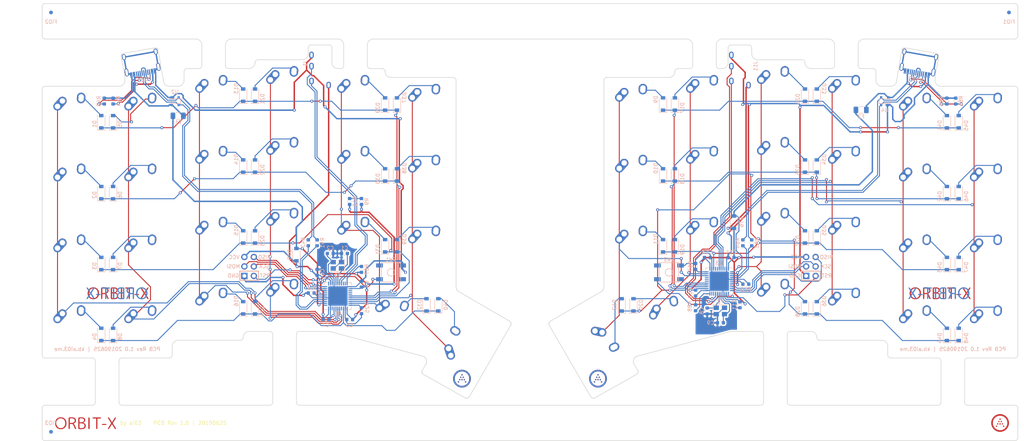
<source format=kicad_pcb>
(kicad_pcb (version 20171130) (host pcbnew "(5.1.2)-1")
  (layers (0 F.Cu signal) (31 B.Cu signal) (34 B.Paste user) (35 F.Paste user) (36 B.SilkS user) (37 F.SilkS user) (38 B.Mask user) (39 F.Mask user) (44 Edge.Cuts user))
  (net 0 "")
  (net 1 GND)
  (net 2 "Net-(C1-Pad1)")
  (net 3 "Net-(C2-Pad1)")
  (net 4 "Net-(C3-Pad1)")
  (net 5 +5V)
  (net 6 ROW0)
  (net 7 "Net-(D1-Pad2)")
  (net 8 "Net-(D2-Pad2)")
  (net 9 "Net-(D3-Pad2)")
  (net 10 "Net-(D4-Pad2)")
  (net 11 "Net-(D5-Pad2)")
  (net 12 "Net-(D6-Pad2)")
  (net 13 "Net-(D7-Pad2)")
  (net 14 "Net-(D8-Pad2)")
  (net 15 ROW1)
  (net 16 "Net-(D9-Pad2)")
  (net 17 "Net-(D10-Pad2)")
  (net 18 "Net-(D11-Pad2)")
  (net 19 "Net-(D12-Pad2)")
  (net 20 "Net-(D13-Pad2)")
  (net 21 "Net-(D14-Pad2)")
  (net 22 "Net-(D15-Pad2)")
  (net 23 ROW2)
  (net 24 "Net-(D16-Pad2)")
  (net 25 "Net-(D17-Pad2)")
  (net 26 "Net-(D18-Pad2)")
  (net 27 "Net-(D19-Pad2)")
  (net 28 "Net-(D20-Pad2)")
  (net 29 "Net-(D21-Pad2)")
  (net 30 ROW3)
  (net 31 "Net-(D22-Pad2)")
  (net 32 "Net-(D23-Pad2)")
  (net 33 "Net-(D24-Pad2)")
  (net 34 "Net-(D25-Pad2)")
  (net 35 "Net-(D26-Pad2)")
  (net 36 "Net-(D27-Pad2)")
  (net 37 "Net-(D28-Pad2)")
  (net 38 "Net-(D29-Pad2)")
  (net 39 "Net-(D30-Pad2)")
  (net 40 "Net-(D31-Pad2)")
  (net 41 "Net-(D32-Pad2)")
  (net 42 "Net-(D33-Pad2)")
  (net 43 "Net-(D34-Pad2)")
  (net 44 "Net-(D35-Pad2)")
  (net 45 VCC)
  (net 46 SCL)
  (net 47 SDA)
  (net 48 COL0)
  (net 49 COL1)
  (net 50 COL2)
  (net 51 COL3)
  (net 52 COL4)
  (net 53 COL5)
  (net 54 RESET)
  (net 55 "Net-(R25-Pad2)")
  (net 56 D+)
  (net 57 "Net-(R42-Pad2)")
  (net 58 D-)
  (net 59 "Net-(R43-Pad1)")
  (net 60 "Net-(R44-Pad1)")
  (net 61 "Net-(U1-Pad42)")
  (net 62 "Net-(U1-Pad20)")
  (net 63 MISO)
  (net 64 MOSI)
  (net 65 SCK)
  (net 66 "Net-(U1-Pad8)")
  (net 67 "Net-(USB1-Pad9)")
  (net 68 "Net-(USB1-Pad3)")
  (net 69 "Net-(R41-Pad2)")
  (net 70 "Net-(C8-Pad1)")
  (net 71 GNDA)
  (net 72 "Net-(C9-Pad1)")
  (net 73 "Net-(C10-Pad1)")
  (net 74 +5VA)
  (net 75 "Net-(D36-Pad2)")
  (net 76 ROW0-R)
  (net 77 "Net-(D37-Pad2)")
  (net 78 "Net-(D38-Pad2)")
  (net 79 "Net-(D39-Pad2)")
  (net 80 "Net-(D40-Pad2)")
  (net 81 "Net-(D41-Pad2)")
  (net 82 "Net-(D42-Pad2)")
  (net 83 "Net-(D43-Pad2)")
  (net 84 ROW1-R)
  (net 85 "Net-(D44-Pad2)")
  (net 86 "Net-(D45-Pad2)")
  (net 87 "Net-(D46-Pad2)")
  (net 88 "Net-(D47-Pad2)")
  (net 89 "Net-(D48-Pad2)")
  (net 90 ROW2-R)
  (net 91 ROW3-R)
  (net 92 VDD)
  (net 93 SCL-R)
  (net 94 SDA-R)
  (net 95 MISO-R)
  (net 96 SCK-R)
  (net 97 MOSI-R)
  (net 98 RESET-R)
  (net 99 COL0-R)
  (net 100 COL1-R)
  (net 101 COL2-R)
  (net 102 COL3-R)
  (net 103 COL4-R)
  (net 104 COL5-R)
  (net 105 "Net-(R67-Pad2)")
  (net 106 D+-R)
  (net 107 "Net-(R83-Pad2)")
  (net 108 "Net-(R84-Pad2)")
  (net 109 D--R)
  (net 110 "Net-(R85-Pad1)")
  (net 111 "Net-(R86-Pad1)")
  (net 112 "Net-(U3-Pad42)")
  (net 113 "Net-(U3-Pad21)")
  (net 114 "Net-(U3-Pad20)")
  (net 115 "Net-(U3-Pad8)")
  (net 116 "Net-(USB2-Pad9)")
  (net 117 "Net-(USB2-Pad3)")
  (net 118 HDETECT)
  (net 119 HDETECT-R)
  (net 120 VBUS)
  (net 121 VDC)
  (net 122 "Net-(U1-Pad1)")
  (net 123 "Net-(U1-Pad21)")
  (net 124 "Net-(U1-Pad12)")
  (net 125 "Net-(U3-Pad37)")
  (net 126 "Net-(U3-Pad12)")
  (net 127 "Net-(U1-Pad25)")
  (net 128 "Net-(U1-Pad37)")
  (net 129 "Net-(U1-Pad27)")
  (net 130 "Net-(U1-Pad26)")
  (net 131 "Net-(U3-Pad28)")
  (net 132 "Net-(U3-Pad38)")
  (net 133 "Net-(U3-Pad30)")
  (net 134 "Net-(U3-Pad29)")
  (module locallib:ai-4.8-mask (layer F.Cu) (at 288.925 130.175)
    (fp_text reference G*** hide)
    (fp_text value LOGO hide)
    (fp_poly (pts (xy 0.1524 -0.8636) (xy -0.17145 -0.8636) (xy -0.17145 -1.18745) (xy 0.1524 -1.18745) (xy 0.1524 -0.8636)) (layer F.Cu) (width 0.01))
    (fp_poly (pts (xy 0.47625 -0.23495) (xy 0.1524 -0.23495) (xy 0.1524 -0.53975) (xy 0.47625 -0.53975) (xy 0.47625 -0.23495)) (layer F.Cu) (width 0.01))
    (fp_poly (pts (xy -0.17145 -0.23495) (xy -0.47625 -0.23495) (xy -0.47625 -0.53975) (xy -0.17145 -0.53975) (xy -0.17145 -0.23495)) (layer F.Cu) (width 0.01))
    (fp_poly (pts (xy 0.78105 0.41275) (xy 0.47625 0.41275) (xy 0.47625 0.0889) (xy 0.78105 0.0889) (xy 0.78105 0.41275)) (layer F.Cu) (width 0.01))
    (fp_poly (pts (xy 0.1524 0.41275) (xy -0.17145 0.41275) (xy -0.17145 0.0889) (xy 0.1524 0.0889) (xy 0.1524 0.41275)) (layer F.Cu) (width 0.01))
    (fp_poly (pts (xy -0.47625 0.41275) (xy -0.8001 0.41275) (xy -0.8001 0.0889) (xy -0.47625 0.0889) (xy -0.47625 0.41275)) (layer F.Cu) (width 0.01))
    (fp_poly (pts (xy 1.1049 1.0414) (xy 0.78105 1.0414) (xy 0.78105 0.71755) (xy 1.1049 0.71755) (xy 1.1049 1.0414)) (layer F.Cu) (width 0.01))
    (fp_poly (pts (xy -0.8001 1.0414) (xy -1.12395 1.0414) (xy -1.12395 0.71755) (xy -0.8001 0.71755) (xy -0.8001 1.0414)) (layer F.Cu) (width 0.01))
    (fp_poly (pts (xy 0.003175 -2.377565) (xy 0.102469 -2.376468) (xy 0.191839 -2.373143) (xy 0.273913 -2.367265) (xy 0.351324 -2.358513) (xy 0.426702 -2.346562) (xy 0.502677 -2.331091) (xy 0.581881 -2.311776) (xy 0.618103 -2.302066) (xy 0.784941 -2.249875) (xy 0.946611 -2.186407) (xy 1.102502 -2.111978) (xy 1.251999 -2.026906) (xy 1.394491 -1.931508) (xy 1.516207 -1.837107) (xy 1.642342 -1.724527) (xy 1.760211 -1.603371) (xy 1.869268 -1.474493) (xy 1.968966 -1.338747) (xy 2.058757 -1.196987) (xy 2.138095 -1.050068) (xy 2.206433 -0.898843) (xy 2.263224 -0.744166) (xy 2.302227 -0.609758) (xy 2.328683 -0.497769) (xy 2.348971 -0.392221) (xy 2.363685 -0.288803) (xy 2.37342 -0.183206) (xy 2.378768 -0.071121) (xy 2.379291 -0.0508) (xy 2.377115 0.123837) (xy 2.36256 0.295664) (xy 2.335628 0.464656) (xy 2.296325 0.63079) (xy 2.244655 0.794043) (xy 2.193297 0.925189) (xy 2.170831 0.977401) (xy 2.151581 1.020727) (xy 2.134086 1.05809) (xy 2.116885 1.09241) (xy 2.098516 1.12661) (xy 2.07752 1.163612) (xy 2.05422 1.203325) (xy 1.958845 1.352341) (xy 1.854761 1.492122) (xy 1.741863 1.622771) (xy 1.620043 1.744397) (xy 1.489197 1.857103) (xy 1.349219 1.960998) (xy 1.203325 2.05422) (xy 1.161061 2.078995) (xy 1.12433 2.099776) (xy 1.090211 2.118024) (xy 1.055782 2.1352) (xy 1.01812 2.152765) (xy 0.974305 2.17218) (xy 0.925189 2.193297) (xy 0.848202 2.224935) (xy 0.777228 2.251366) (xy 0.707537 2.274156) (xy 0.634398 2.294871) (xy 0.568325 2.311457) (xy 0.436711 2.339901) (xy 0.311036 2.360442) (xy 0.187653 2.373514) (xy 0.062919 2.379548) (xy -0.009525 2.38001) (xy -0.0505 2.379598) (xy -0.088997 2.379034) (xy -0.122502 2.378367) (xy -0.148498 2.37765) (xy -0.164473 2.376932) (xy -0.1651 2.376886) (xy -0.33804 2.357725) (xy -0.508245 2.326536) (xy -0.67503 2.283573) (xy -0.837706 2.22909) (xy -0.995588 2.163341) (xy -1.147986 2.08658) (xy -1.294215 1.999061) (xy -1.414979 1.915036) (xy -1.553322 1.804359) (xy -1.681868 1.68567) (xy -1.80044 1.559231) (xy -1.908858 1.425305) (xy -2.006941 1.284154) (xy -2.094512 1.136041) (xy -2.17139 0.981228) (xy -2.237396 0.819977) (xy -2.29235 0.65255) (xy -2.302066 0.618103) (xy -2.323159 0.536668) (xy -2.340267 0.459608) (xy -2.353713 0.384293) (xy -2.363821 0.308093) (xy -2.370912 0.228376) (xy -2.375311 0.142511) (xy -2.37734 0.047869) (xy -2.377565 0.003175) (xy -2.377025 -0.041114) (xy -1.951365 -0.041114) (xy -1.951283 0.022996) (xy -1.94995 0.086728) (xy -1.947393 0.146829) (xy -1.943636 0.200047) (xy -1.94066 0.2286) (xy -1.915161 0.386438) (xy -1.877839 0.53973) (xy -1.82884 0.688177) (xy -1.768305 0.831478) (xy -1.696379 0.969335) (xy -1.613206 1.101447) (xy -1.518928 1.227514) (xy -1.41369 1.347237) (xy -1.395821 1.365808) (xy -1.288434 1.467467) (xy -1.171872 1.561816) (xy -1.048296 1.647271) (xy -0.919865 1.722253) (xy -0.883234 1.741202) (xy -0.823708 1.770522) (xy -0.771515 1.794697) (xy -0.723117 1.815151) (xy -0.674978 1.833307) (xy -0.62356 1.850586) (xy -0.5715 1.866581) (xy -0.42013 1.906112) (xy -0.271529 1.933672) (xy -0.124539 1.949371) (xy 0.022002 1.953313) (xy 0.169251 1.945608) (xy 0.222484 1.940024) (xy 0.37235 1.916869) (xy 0.516015 1.883422) (xy 0.655485 1.839082) (xy 0.792766 1.783251) (xy 0.870332 1.746292) (xy 1.006838 1.671557) (xy 1.134371 1.588569) (xy 1.253537 1.496779) (xy 1.364943 1.395639) (xy 1.469195 1.284603) (xy 1.566899 1.163122) (xy 1.653513 1.038607) (xy 1.673614 1.005654) (xy 1.697072 0.963951) (xy 1.722432 0.916397) (xy 1.748238 0.865885) (xy 1.773034 0.815311) (xy 1.795364 0.767573) (xy 1.813771 0.725565) (xy 1.824522 0.6985) (xy 1.874816 0.545267) (xy 1.912732 0.391076) (xy 1.938239 0.236359) (xy 1.951304 0.081551) (xy 1.951894 -0.072915) (xy 1.939977 -0.226607) (xy 1.915521 -0.379091) (xy 1.907678 -0.415925) (xy 1.880759 -0.52496) (xy 1.850113 -0.625906) (xy 1.814163 -0.723195) (xy 1.77133 -0.821255) (xy 1.741202 -0.883234) (xy 1.666239 -1.018313) (xy 1.580779 -1.146662) (xy 1.485438 -1.267706) (xy 1.380829 -1.380869) (xy 1.267568 -1.485575) (xy 1.146267 -1.581249) (xy 1.017541 -1.667313) (xy 0.882005 -1.743192) (xy 0.76666 -1.797217) (xy 0.629357 -1.850333) (xy 0.491314 -1.891931) (xy 0.350924 -1.922338) (xy 0.20658 -1.94188) (xy 0.056676 -1.950883) (xy 0.00635 -1.951595) (xy -0.152126 -1.946499) (xy -0.305428 -1.929983) (xy -0.454176 -1.901862) (xy -0.598989 -1.861947) (xy -0.740486 -1.810052) (xy -0.879285 -1.74599) (xy -1.016007 -1.669573) (xy -1.096565 -1.618205) (xy -1.208111 -1.536983) (xy -1.31547 -1.445378) (xy -1.417328 -1.344929) (xy -1.512372 -1.237176) (xy -1.599291 -1.123656) (xy -1.676772 -1.005908) (xy -1.743503 -0.885472) (xy -1.771339 -0.827136) (xy -1.820462 -0.711249) (xy -1.860647 -0.599858) (xy -1.892852 -0.4895) (xy -1.918036 -0.376709) (xy -1.937156 -0.258024) (xy -1.943877 -0.2032) (xy -1.947687 -0.157464) (xy -1.950175 -0.102352) (xy -1.951365 -0.041114) (xy -2.377025 -0.041114) (xy -2.376169 -0.111222) (xy -2.37147 -0.215915) (xy -2.36301 -0.313581) (xy -2.350332 -0.406892) (xy -2.332979 -0.498525) (xy -2.310491 -0.591153) (xy -2.282412 -0.687451) (xy -2.248283 -0.790094) (xy -2.235728 -0.8255) (xy -2.17302 -0.981276) (xy -2.098747 -1.131943) (xy -2.013063 -1.277292) (xy -1.916119 -1.417114) (xy -1.808067 -1.551198) (xy -1.689061 -1.679334) (xy -1.559254 -1.801313) (xy -1.473784 -1.873457) (xy -1.405121 -1.925852) (xy -1.32709 -1.979712) (xy -1.242602 -2.033271) (xy -1.154572 -2.084756) (xy -1.06591 -2.132401) (xy -0.979529 -2.174434) (xy -0.974725 -2.176629) (xy -0.918757 -2.200527) (xy -0.853812 -2.225636) (xy -0.783387 -2.250771) (xy -0.710977 -2.274751) (xy -0.640079 -2.296392) (xy -0.574189 -2.314509) (xy -0.548681 -2.320824) (xy -0.474101 -2.337438) (xy -0.402922 -2.350766) (xy -0.332518 -2.361079) (xy -0.260265 -2.368645) (xy -0.183538 -2.373735) (xy -0.099713 -2.376618) (xy -0.006164 -2.377566) (xy 0.003175 -2.377565)) (layer F.Cu) (width 0.01))
  )
  (module locallib:orbitx (layer F.Cu) (at 43.65625 130.175)
    (fp_text reference G*** hide)
    (fp_text value LOGO hide)
    (fp_poly (pts (xy 4.967882 0.270394) (xy 5.135497 0.274915) (xy 5.251629 0.282751) (xy 5.320385 0.294148) (xy 5.342965 0.3048) (xy 5.375743 0.372077) (xy 5.368908 0.447969) (xy 5.325511 0.504371) (xy 5.321023 0.506949) (xy 5.270778 0.517944) (xy 5.170538 0.527029) (xy 5.030058 0.53367) (xy 4.859091 0.537332) (xy 4.756569 0.537882) (xy 4.568074 0.537257) (xy 4.429792 0.534761) (xy 4.332177 0.529462) (xy 4.265685 0.520427) (xy 4.22077 0.506726) (xy 4.187887 0.487425) (xy 4.180444 0.481628) (xy 4.133767 0.434178) (xy 4.130945 0.386883) (xy 4.14661 0.347157) (xy 4.182248 0.268941) (xy 4.744677 0.268941) (xy 4.967882 0.270394)) (layer F.Cu) (width 0.01))
    (fp_poly (pts (xy 7.888908 -1.462936) (xy 7.918341 -1.413972) (xy 7.918823 -1.405062) (xy 7.903534 -1.365219) (xy 7.860394 -1.282004) (xy 7.793497 -1.162556) (xy 7.706938 -1.014015) (xy 7.60481 -0.84352) (xy 7.491206 -0.658212) (xy 7.483029 -0.64503) (xy 7.047236 0.056969) (xy 7.485989 0.761222) (xy 7.601326 0.947443) (xy 7.706333 1.119071) (xy 7.796778 1.26902) (xy 7.868426 1.390203) (xy 7.917045 1.475535) (xy 7.938402 1.517928) (xy 7.938802 1.519237) (xy 7.929514 1.580153) (xy 7.903499 1.613965) (xy 7.862673 1.637143) (xy 7.810493 1.636002) (xy 7.729598 1.611878) (xy 7.689332 1.596199) (xy 7.653096 1.575202) (xy 7.616077 1.542431) (xy 7.573462 1.49143) (xy 7.520437 1.415744) (xy 7.452191 1.308917) (xy 7.363909 1.164493) (xy 7.25078 0.976016) (xy 7.231529 0.943812) (xy 7.126829 0.770782) (xy 7.031016 0.616534) (xy 6.948605 0.488006) (xy 6.884108 0.392134) (xy 6.842038 0.335855) (xy 6.828117 0.323752) (xy 6.805026 0.349862) (xy 6.756633 0.420363) (xy 6.687589 0.527925) (xy 6.602545 0.66522) (xy 6.506151 0.824922) (xy 6.450436 0.918881) (xy 6.312635 1.148624) (xy 6.199927 1.327366) (xy 6.110656 1.45755) (xy 6.043167 1.541619) (xy 6.005252 1.576294) (xy 5.901567 1.632153) (xy 5.822073 1.637504) (xy 5.77327 1.607671) (xy 5.741317 1.552736) (xy 5.737412 1.529843) (xy 5.752668 1.494297) (xy 5.795708 1.415173) (xy 5.86244 1.299445) (xy 5.948771 1.154087) (xy 6.050609 0.986075) (xy 6.163861 0.802384) (xy 6.170706 0.791376) (xy 6.284489 0.607015) (xy 6.387097 0.437954) (xy 6.474439 0.291165) (xy 6.542422 0.173616) (xy 6.586955 0.092277) (xy 6.603946 0.054118) (xy 6.604 0.053371) (xy 6.588706 0.017453) (xy 6.545716 -0.061526) (xy 6.479367 -0.176173) (xy 6.393996 -0.319096) (xy 6.293941 -0.482901) (xy 6.212482 -0.614034) (xy 6.076474 -0.831516) (xy 5.969081 -1.004014) (xy 5.887318 -1.137276) (xy 5.828203 -1.237047) (xy 5.788753 -1.309075) (xy 5.765984 -1.359105) (xy 5.756913 -1.392883) (xy 5.758557 -1.416157) (xy 5.767934 -1.434672) (xy 5.778732 -1.449557) (xy 5.837129 -1.483978) (xy 5.921849 -1.483957) (xy 6.012965 -1.452904) (xy 6.088443 -1.396542) (xy 6.122673 -1.350653) (xy 6.181383 -1.262444) (xy 6.258727 -1.141098) (xy 6.348862 -0.995794) (xy 6.445943 -0.835717) (xy 6.454303 -0.821765) (xy 6.550785 -0.660832) (xy 6.639368 -0.513531) (xy 6.714491 -0.389073) (xy 6.770592 -0.29667) (xy 6.80211 -0.245536) (xy 6.80355 -0.243274) (xy 6.819017 -0.222229) (xy 6.835385 -0.213978) (xy 6.85685 -0.22397) (xy 6.887606 -0.257653) (xy 6.931848 -0.320475) (xy 6.993773 -0.417882) (xy 7.077575 -0.555324) (xy 7.18745 -0.738248) (xy 7.196998 -0.754186) (xy 7.299662 -0.92469) (xy 7.394255 -1.080152) (xy 7.475753 -1.212446) (xy 7.539134 -1.313449) (xy 7.579374 -1.375036) (xy 7.588889 -1.388084) (xy 7.659297 -1.44576) (xy 7.743416 -1.478009) (xy 7.825277 -1.484008) (xy 7.888908 -1.462936)) (layer F.Cu) (width 0.01))
    (fp_poly (pts (xy 3.043725 -1.494022) (xy 3.26917 -1.493508) (xy 3.446936 -1.492238) (xy 3.583066 -1.489872) (xy 3.683602 -1.486072) (xy 3.754586 -1.480499) (xy 3.802063 -1.472814) (xy 3.832073 -1.462678) (xy 3.850661 -1.449752) (xy 3.863868 -1.433698) (xy 3.864767 -1.43242) (xy 3.894414 -1.348331) (xy 3.871041 -1.272322) (xy 3.80397 -1.222884) (xy 3.74768 -1.212582) (xy 3.645335 -1.204029) (xy 3.510638 -1.198021) (xy 3.357291 -1.195357) (xy 3.329937 -1.195294) (xy 2.92847 -1.195294) (xy 2.92847 0.164353) (xy 2.928392 0.484885) (xy 2.928007 0.750995) (xy 2.927089 0.968028) (xy 2.925415 1.141328) (xy 2.922759 1.276236) (xy 2.918897 1.378099) (xy 2.913602 1.452258) (xy 2.906651 1.504057) (xy 2.897817 1.538841) (xy 2.886877 1.561952) (xy 2.873605 1.578735) (xy 2.868706 1.583765) (xy 2.799546 1.634543) (xy 2.732452 1.633966) (xy 2.666178 1.597011) (xy 2.599765 1.550493) (xy 2.599765 -1.195294) (xy 2.188882 -1.195735) (xy 1.987301 -1.198753) (xy 1.837997 -1.208497) (xy 1.733689 -1.226737) (xy 1.667093 -1.255246) (xy 1.63093 -1.295795) (xy 1.619527 -1.334259) (xy 1.6322 -1.40492) (xy 1.659015 -1.445569) (xy 1.67741 -1.458539) (xy 1.707943 -1.469005) (xy 1.756558 -1.477229) (xy 1.8292 -1.483473) (xy 1.931813 -1.487997) (xy 2.070341 -1.491063) (xy 2.250729 -1.492931) (xy 2.478921 -1.493862) (xy 2.760861 -1.494118) (xy 2.764557 -1.494118) (xy 3.043725 -1.494022)) (layer F.Cu) (width 0.01))
    (fp_poly (pts (xy 0.787251 -1.439471) (xy 0.79859 -1.42247) (xy 0.80807 -1.395346) (xy 0.815854 -1.353063) (xy 0.822105 -1.290586) (xy 0.826988 -1.202879) (xy 0.830666 -1.084908) (xy 0.833302 -0.931638) (xy 0.835061 -0.738032) (xy 0.836104 -0.499055) (xy 0.836597 -0.209673) (xy 0.836706 0.082835) (xy 0.836706 1.550493) (xy 0.770292 1.597011) (xy 0.69542 1.637061) (xy 0.632131 1.63176) (xy 0.563604 1.586405) (xy 0.493059 1.52928) (xy 0.493059 0.080483) (xy 0.49315 -0.251689) (xy 0.493554 -0.529266) (xy 0.494465 -0.757416) (xy 0.496079 -0.941307) (xy 0.498588 -1.086108) (xy 0.502189 -1.196987) (xy 0.507076 -1.279113) (xy 0.513443 -1.337656) (xy 0.521485 -1.377782) (xy 0.531397 -1.404662) (xy 0.543374 -1.423463) (xy 0.549984 -1.431216) (xy 0.630713 -1.484794) (xy 0.71734 -1.485313) (xy 0.787251 -1.439471)) (layer F.Cu) (width 0.01))
    (fp_poly (pts (xy -4.013122 -1.518577) (xy -3.964823 -1.51701) (xy -3.731964 -1.504315) (xy -3.54559 -1.481637) (xy -3.392779 -1.445551) (xy -3.260613 -1.392634) (xy -3.136172 -1.319459) (xy -3.086119 -1.284084) (xy -2.957809 -1.15408) (xy -2.868372 -0.987163) (xy -2.820672 -0.794117) (xy -2.817571 -0.585727) (xy -2.852418 -0.403623) (xy -2.897962 -0.282264) (xy -2.964422 -0.179821) (xy -3.051943 -0.085806) (xy -3.129543 -0.013373) (xy -3.191566 0.038759) (xy -3.22505 0.059728) (xy -3.225637 0.059765) (xy -3.266489 0.070417) (xy -3.338342 0.096943) (xy -3.361834 0.106543) (xy -3.473789 0.153321) (xy -3.39897 0.233543) (xy -3.335952 0.310175) (xy -3.267798 0.405967) (xy -3.246747 0.438734) (xy -3.211385 0.504547) (xy -3.161349 0.609208) (xy -3.101204 0.741912) (xy -3.035519 0.891858) (xy -2.968858 1.048242) (xy -2.90579 1.200262) (xy -2.850881 1.337115) (xy -2.808698 1.447998) (xy -2.783806 1.522107) (xy -2.779059 1.545089) (xy -2.804316 1.59601) (xy -2.867354 1.623795) (xy -2.949071 1.623645) (xy -3.009753 1.603031) (xy -3.044363 1.579871) (xy -3.0781 1.542861) (xy -3.115172 1.484161) (xy -3.159784 1.395934) (xy -3.216142 1.270342) (xy -3.288453 1.099546) (xy -3.31763 1.029278) (xy -3.410933 0.808472) (xy -3.489062 0.637277) (xy -3.55707 0.509067) (xy -3.620013 0.417215) (xy -3.682943 0.355096) (xy -3.750914 0.316083) (xy -3.828981 0.29355) (xy -3.885409 0.284859) (xy -4.005726 0.275661) (xy -4.149896 0.272265) (xy -4.258235 0.274393) (xy -4.467412 0.283882) (xy -4.482353 0.921349) (xy -4.48769 1.13348) (xy -4.492984 1.293794) (xy -4.499089 1.41023) (xy -4.506856 1.490728) (xy -4.517137 1.54323) (xy -4.530785 1.575674) (xy -4.54865 1.596001) (xy -4.5553 1.601172) (xy -4.624427 1.638348) (xy -4.687138 1.63116) (xy -4.744645 1.597011) (xy -4.811059 1.550493) (xy -4.811059 -0.777683) (xy -4.482855 -0.777683) (xy -4.482353 -0.592698) (xy -4.482353 0.007796) (xy -4.086412 -0.006258) (xy -3.909733 -0.014242) (xy -3.7786 -0.02511) (xy -3.678799 -0.04098) (xy -3.596119 -0.063968) (xy -3.533371 -0.088635) (xy -3.360816 -0.19148) (xy -3.236048 -0.326829) (xy -3.162006 -0.489935) (xy -3.141628 -0.676051) (xy -3.144376 -0.716925) (xy -3.183665 -0.885607) (xy -3.268541 -1.019763) (xy -3.403755 -1.126021) (xy -3.458675 -1.155333) (xy -3.538564 -1.191457) (xy -3.613763 -1.216118) (xy -3.699899 -1.232092) (xy -3.812599 -1.242159) (xy -3.96749 -1.249096) (xy -3.990515 -1.249879) (xy -4.149497 -1.255963) (xy -4.270092 -1.257536) (xy -4.357574 -1.247554) (xy -4.417217 -1.218969) (xy -4.454293 -1.164735) (xy -4.474076 -1.077807) (xy -4.481839 -0.951138) (xy -4.482855 -0.777683) (xy -4.811059 -0.777683) (xy -4.811059 -1.336556) (xy -4.733713 -1.413902) (xy -4.67979 -1.456886) (xy -4.610796 -1.488126) (xy -4.518181 -1.508768) (xy -4.393397 -1.51996) (xy -4.227894 -1.522848) (xy -4.013122 -1.518577)) (layer F.Cu) (width 0.01))
    (fp_poly (pts (xy -1.28886 -1.506094) (xy -1.144121 -1.502609) (xy -1.03612 -1.495866) (xy -0.953348 -1.484722) (xy -0.884297 -1.468036) (xy -0.817456 -1.444666) (xy -0.806824 -1.440479) (xy -0.615262 -1.339942) (xy -0.474812 -1.209672) (xy -0.383104 -1.046609) (xy -0.337766 -0.847691) (xy -0.336325 -0.83297) (xy -0.331622 -0.719116) (xy -0.346202 -0.627534) (xy -0.386191 -0.526184) (xy -0.40082 -0.495682) (xy -0.51177 -0.331026) (xy -0.661366 -0.200555) (xy -0.835559 -0.116393) (xy -0.842909 -0.11414) (xy -0.913766 -0.083444) (xy -0.936338 -0.053653) (xy -0.908071 -0.033587) (xy -0.867302 -0.029882) (xy -0.780773 -0.012662) (xy -0.668771 0.032183) (xy -0.552076 0.094429) (xy -0.451468 0.163851) (xy -0.423205 0.188616) (xy -0.298311 0.338811) (xy -0.225163 0.50648) (xy -0.19825 0.704543) (xy -0.198003 0.7165) (xy -0.208938 0.926764) (xy -0.252698 1.099135) (xy -0.334805 1.248883) (xy -0.431536 1.362374) (xy -0.537047 1.460113) (xy -0.643416 1.534097) (xy -0.761431 1.587645) (xy -0.901878 1.624077) (xy -1.075545 1.646711) (xy -1.293219 1.658865) (xy -1.404471 1.661725) (xy -1.57367 1.663214) (xy -1.729602 1.661281) (xy -1.858837 1.656332) (xy -1.947947 1.648776) (xy -1.971763 1.644537) (xy -2.064684 1.603212) (xy -2.142986 1.540312) (xy -2.143586 1.539618) (xy -2.211294 1.460903) (xy -2.211294 0.089647) (xy -1.882588 0.089647) (xy -1.882588 0.718139) (xy -1.88243 0.926976) (xy -1.881419 1.083899) (xy -1.878749 1.196758) (xy -1.873615 1.273404) (xy -1.865213 1.321687) (xy -1.852736 1.349458) (xy -1.83538 1.364568) (xy -1.815353 1.373657) (xy -1.743389 1.388815) (xy -1.628691 1.398127) (xy -1.488003 1.401631) (xy -1.338064 1.399368) (xy -1.195616 1.391377) (xy -1.077402 1.377698) (xy -1.046069 1.371837) (xy -0.857471 1.303737) (xy -0.706466 1.191751) (xy -0.598041 1.041984) (xy -0.537187 0.860541) (xy -0.525537 0.734914) (xy -0.544945 0.553822) (xy -0.607932 0.404232) (xy -0.716329 0.285034) (xy -0.871966 0.195117) (xy -1.076674 0.133371) (xy -1.332284 0.098684) (xy -1.589253 0.089647) (xy -1.882588 0.089647) (xy -2.211294 0.089647) (xy -2.211294 0.089387) (xy -2.210653 -0.284144) (xy -2.208706 -0.599429) (xy -2.20542 -0.857971) (xy -2.204744 -0.887482) (xy -1.882841 -0.887482) (xy -1.882588 -0.706164) (xy -1.881423 -0.541277) (xy -1.878202 -0.397782) (xy -1.873336 -0.286136) (xy -1.867236 -0.216795) (xy -1.862667 -0.199216) (xy -1.82046 -0.187215) (xy -1.733592 -0.180913) (xy -1.616867 -0.180037) (xy -1.485091 -0.184315) (xy -1.353067 -0.193473) (xy -1.2356 -0.207239) (xy -1.211058 -0.211226) (xy -1.000597 -0.267991) (xy -0.839229 -0.355868) (xy -0.728072 -0.473809) (xy -0.668246 -0.620767) (xy -0.657412 -0.729532) (xy -0.67773 -0.898439) (xy -0.741654 -1.029773) (xy -0.853641 -1.131113) (xy -0.913457 -1.165237) (xy -0.987974 -1.198992) (xy -1.063306 -1.221831) (xy -1.155028 -1.236436) (xy -1.278716 -1.245491) (xy -1.40823 -1.250451) (xy -1.574293 -1.255802) (xy -1.696358 -1.254987) (xy -1.781171 -1.240266) (xy -1.835479 -1.203896) (xy -1.866028 -1.138137) (xy -1.879567 -1.035246) (xy -1.882841 -0.887482) (xy -2.204744 -0.887482) (xy -2.200758 -1.061275) (xy -2.194687 -1.210846) (xy -2.187173 -1.308188) (xy -2.17818 -1.354805) (xy -2.178111 -1.354958) (xy -2.148239 -1.407255) (xy -2.107309 -1.446341) (xy -2.04701 -1.474037) (xy -1.959031 -1.492163) (xy -1.835059 -1.502539) (xy -1.666784 -1.506986) (xy -1.481847 -1.507462) (xy -1.28886 -1.506094)) (layer F.Cu) (width 0.01))
    (fp_poly (pts (xy -6.611896 -1.505033) (xy -6.349704 -1.446008) (xy -6.118214 -1.343741) (xy -5.909262 -1.195045) (xy -5.797793 -1.089001) (xy -5.631297 -0.886844) (xy -5.509772 -0.670172) (xy -5.430375 -0.430312) (xy -5.390263 -0.158589) (xy -5.386595 0.153671) (xy -5.387044 0.164353) (xy -5.407436 0.425484) (xy -5.446999 0.642288) (xy -5.510912 0.828543) (xy -5.604356 0.998026) (xy -5.73251 1.164514) (xy -5.785126 1.223119) (xy -5.972452 1.388387) (xy -6.193881 1.523317) (xy -6.429485 1.616822) (xy -6.540844 1.643566) (xy -6.727375 1.665213) (xy -6.938694 1.669344) (xy -7.147427 1.656538) (xy -7.326201 1.627372) (xy -7.32797 1.626945) (xy -7.591914 1.535169) (xy -7.825009 1.393671) (xy -7.977509 1.259053) (xy -8.160258 1.032566) (xy -8.296523 0.772609) (xy -8.384848 0.485011) (xy -8.423343 0.179037) (xy -8.075899 0.179037) (xy -8.042551 0.447743) (xy -7.970801 0.692231) (xy -7.932786 0.776941) (xy -7.80411 0.976657) (xy -7.6378 1.147437) (xy -7.445698 1.279687) (xy -7.239646 1.363816) (xy -7.194998 1.374622) (xy -7.003989 1.396559) (xy -6.793212 1.390656) (xy -6.587337 1.359238) (xy -6.411036 1.304629) (xy -6.399871 1.299742) (xy -6.216279 1.189427) (xy -6.046681 1.035606) (xy -5.90698 0.854507) (xy -5.838317 0.726656) (xy -5.7973 0.611488) (xy -5.759186 0.466209) (xy -5.731591 0.320288) (xy -5.729584 0.305902) (xy -5.713331 0.004912) (xy -5.745379 -0.277678) (xy -5.823186 -0.536223) (xy -5.944211 -0.765078) (xy -6.105911 -0.958598) (xy -6.305743 -1.111138) (xy -6.387712 -1.155513) (xy -6.470114 -1.193154) (xy -6.543471 -1.217539) (xy -6.624749 -1.23152) (xy -6.730912 -1.237948) (xy -6.878927 -1.239675) (xy -6.888511 -1.23969) (xy -7.036718 -1.238804) (xy -7.142677 -1.233535) (xy -7.223892 -1.220651) (xy -7.29787 -1.196918) (xy -7.382115 -1.159103) (xy -7.416975 -1.142086) (xy -7.599794 -1.027737) (xy -7.763514 -0.87939) (xy -7.892433 -0.712721) (xy -7.944247 -0.61571) (xy -8.026876 -0.368357) (xy -8.070717 -0.098219) (xy -8.075899 0.179037) (xy -8.423343 0.179037) (xy -8.423776 0.175601) (xy -8.411852 -0.149793) (xy -8.379656 -0.350403) (xy -8.291698 -0.642789) (xy -8.158177 -0.898233) (xy -7.98257 -1.113952) (xy -7.768356 -1.287164) (xy -7.51901 -1.415087) (xy -7.238011 -1.494938) (xy -6.928835 -1.523935) (xy -6.912958 -1.524) (xy -6.611896 -1.505033)) (layer F.Cu) (width 0.01))
  )
  (module locallib:ai-4.8-mask (layer B.Cu) (at 144.4625 118.26875 180)
    (fp_text reference G*** hide)
    (fp_text value LOGO hide)
    (fp_poly (pts (xy 0.1524 0.8636) (xy -0.17145 0.8636) (xy -0.17145 1.18745) (xy 0.1524 1.18745) (xy 0.1524 0.8636)) (layer B.Cu) (width 0.01))
    (fp_poly (pts (xy 0.47625 0.23495) (xy 0.1524 0.23495) (xy 0.1524 0.53975) (xy 0.47625 0.53975) (xy 0.47625 0.23495)) (layer B.Cu) (width 0.01))
    (fp_poly (pts (xy -0.17145 0.23495) (xy -0.47625 0.23495) (xy -0.47625 0.53975) (xy -0.17145 0.53975) (xy -0.17145 0.23495)) (layer B.Cu) (width 0.01))
    (fp_poly (pts (xy 0.78105 -0.41275) (xy 0.47625 -0.41275) (xy 0.47625 -0.0889) (xy 0.78105 -0.0889) (xy 0.78105 -0.41275)) (layer B.Cu) (width 0.01))
    (fp_poly (pts (xy 0.1524 -0.41275) (xy -0.17145 -0.41275) (xy -0.17145 -0.0889) (xy 0.1524 -0.0889) (xy 0.1524 -0.41275)) (layer B.Cu) (width 0.01))
    (fp_poly (pts (xy -0.47625 -0.41275) (xy -0.8001 -0.41275) (xy -0.8001 -0.0889) (xy -0.47625 -0.0889) (xy -0.47625 -0.41275)) (layer B.Cu) (width 0.01))
    (fp_poly (pts (xy 1.1049 -1.0414) (xy 0.78105 -1.0414) (xy 0.78105 -0.71755) (xy 1.1049 -0.71755) (xy 1.1049 -1.0414)) (layer B.Cu) (width 0.01))
    (fp_poly (pts (xy -0.8001 -1.0414) (xy -1.12395 -1.0414) (xy -1.12395 -0.71755) (xy -0.8001 -0.71755) (xy -0.8001 -1.0414)) (layer B.Cu) (width 0.01))
    (fp_poly (pts (xy 0.003175 2.377565) (xy 0.102469 2.376468) (xy 0.191839 2.373143) (xy 0.273913 2.367265) (xy 0.351324 2.358513) (xy 0.426702 2.346562) (xy 0.502677 2.331091) (xy 0.581881 2.311776) (xy 0.618103 2.302066) (xy 0.784941 2.249875) (xy 0.946611 2.186407) (xy 1.102502 2.111978) (xy 1.251999 2.026906) (xy 1.394491 1.931508) (xy 1.516207 1.837107) (xy 1.642342 1.724527) (xy 1.760211 1.603371) (xy 1.869268 1.474493) (xy 1.968966 1.338747) (xy 2.058757 1.196987) (xy 2.138095 1.050068) (xy 2.206433 0.898843) (xy 2.263224 0.744166) (xy 2.302227 0.609758) (xy 2.328683 0.497769) (xy 2.348971 0.392221) (xy 2.363685 0.288803) (xy 2.37342 0.183206) (xy 2.378768 0.071121) (xy 2.379291 0.0508) (xy 2.377115 -0.123837) (xy 2.36256 -0.295664) (xy 2.335628 -0.464656) (xy 2.296325 -0.63079) (xy 2.244655 -0.794043) (xy 2.193297 -0.925189) (xy 2.170831 -0.977401) (xy 2.151581 -1.020727) (xy 2.134086 -1.05809) (xy 2.116885 -1.09241) (xy 2.098516 -1.12661) (xy 2.07752 -1.163612) (xy 2.05422 -1.203325) (xy 1.958845 -1.352341) (xy 1.854761 -1.492122) (xy 1.741863 -1.622771) (xy 1.620043 -1.744397) (xy 1.489197 -1.857103) (xy 1.349219 -1.960998) (xy 1.203325 -2.05422) (xy 1.161061 -2.078995) (xy 1.12433 -2.099776) (xy 1.090211 -2.118024) (xy 1.055782 -2.1352) (xy 1.01812 -2.152765) (xy 0.974305 -2.17218) (xy 0.925189 -2.193297) (xy 0.848202 -2.224935) (xy 0.777228 -2.251366) (xy 0.707537 -2.274156) (xy 0.634398 -2.294871) (xy 0.568325 -2.311457) (xy 0.436711 -2.339901) (xy 0.311036 -2.360442) (xy 0.187653 -2.373514) (xy 0.062919 -2.379548) (xy -0.009525 -2.38001) (xy -0.0505 -2.379598) (xy -0.088997 -2.379034) (xy -0.122502 -2.378367) (xy -0.148498 -2.37765) (xy -0.164473 -2.376932) (xy -0.1651 -2.376886) (xy -0.33804 -2.357725) (xy -0.508245 -2.326536) (xy -0.67503 -2.283573) (xy -0.837706 -2.22909) (xy -0.995588 -2.163341) (xy -1.147986 -2.08658) (xy -1.294215 -1.999061) (xy -1.414979 -1.915036) (xy -1.553322 -1.804359) (xy -1.681868 -1.68567) (xy -1.80044 -1.559231) (xy -1.908858 -1.425305) (xy -2.006941 -1.284154) (xy -2.094512 -1.136041) (xy -2.17139 -0.981228) (xy -2.237396 -0.819977) (xy -2.29235 -0.65255) (xy -2.302066 -0.618103) (xy -2.323159 -0.536668) (xy -2.340267 -0.459608) (xy -2.353713 -0.384293) (xy -2.363821 -0.308093) (xy -2.370912 -0.228376) (xy -2.375311 -0.142511) (xy -2.37734 -0.047869) (xy -2.377565 -0.003175) (xy -2.377025 0.041114) (xy -1.951365 0.041114) (xy -1.951283 -0.022996) (xy -1.94995 -0.086728) (xy -1.947393 -0.146829) (xy -1.943636 -0.200047) (xy -1.94066 -0.2286) (xy -1.915161 -0.386438) (xy -1.877839 -0.53973) (xy -1.82884 -0.688177) (xy -1.768305 -0.831478) (xy -1.696379 -0.969335) (xy -1.613206 -1.101447) (xy -1.518928 -1.227514) (xy -1.41369 -1.347237) (xy -1.395821 -1.365808) (xy -1.288434 -1.467467) (xy -1.171872 -1.561816) (xy -1.048296 -1.647271) (xy -0.919865 -1.722253) (xy -0.883234 -1.741202) (xy -0.823708 -1.770522) (xy -0.771515 -1.794697) (xy -0.723117 -1.815151) (xy -0.674978 -1.833307) (xy -0.62356 -1.850586) (xy -0.5715 -1.866581) (xy -0.42013 -1.906112) (xy -0.271529 -1.933672) (xy -0.124539 -1.949371) (xy 0.022002 -1.953313) (xy 0.169251 -1.945608) (xy 0.222484 -1.940024) (xy 0.37235 -1.916869) (xy 0.516015 -1.883422) (xy 0.655485 -1.839082) (xy 0.792766 -1.783251) (xy 0.870332 -1.746292) (xy 1.006838 -1.671557) (xy 1.134371 -1.588569) (xy 1.253537 -1.496779) (xy 1.364943 -1.395639) (xy 1.469195 -1.284603) (xy 1.566899 -1.163122) (xy 1.653513 -1.038607) (xy 1.673614 -1.005654) (xy 1.697072 -0.963951) (xy 1.722432 -0.916397) (xy 1.748238 -0.865885) (xy 1.773034 -0.815311) (xy 1.795364 -0.767573) (xy 1.813771 -0.725565) (xy 1.824522 -0.6985) (xy 1.874816 -0.545267) (xy 1.912732 -0.391076) (xy 1.938239 -0.236359) (xy 1.951304 -0.081551) (xy 1.951894 0.072915) (xy 1.939977 0.226607) (xy 1.915521 0.379091) (xy 1.907678 0.415925) (xy 1.880759 0.52496) (xy 1.850113 0.625906) (xy 1.814163 0.723195) (xy 1.77133 0.821255) (xy 1.741202 0.883234) (xy 1.666239 1.018313) (xy 1.580779 1.146662) (xy 1.485438 1.267706) (xy 1.380829 1.380869) (xy 1.267568 1.485575) (xy 1.146267 1.581249) (xy 1.017541 1.667313) (xy 0.882005 1.743192) (xy 0.76666 1.797217) (xy 0.629357 1.850333) (xy 0.491314 1.891931) (xy 0.350924 1.922338) (xy 0.20658 1.94188) (xy 0.056676 1.950883) (xy 0.00635 1.951595) (xy -0.152126 1.946499) (xy -0.305428 1.929983) (xy -0.454176 1.901862) (xy -0.598989 1.861947) (xy -0.740486 1.810052) (xy -0.879285 1.74599) (xy -1.016007 1.669573) (xy -1.096565 1.618205) (xy -1.208111 1.536983) (xy -1.31547 1.445378) (xy -1.417328 1.344929) (xy -1.512372 1.237176) (xy -1.599291 1.123656) (xy -1.676772 1.005908) (xy -1.743503 0.885472) (xy -1.771339 0.827136) (xy -1.820462 0.711249) (xy -1.860647 0.599858) (xy -1.892852 0.4895) (xy -1.918036 0.376709) (xy -1.937156 0.258024) (xy -1.943877 0.2032) (xy -1.947687 0.157464) (xy -1.950175 0.102352) (xy -1.951365 0.041114) (xy -2.377025 0.041114) (xy -2.376169 0.111222) (xy -2.37147 0.215915) (xy -2.36301 0.313581) (xy -2.350332 0.406892) (xy -2.332979 0.498525) (xy -2.310491 0.591153) (xy -2.282412 0.687451) (xy -2.248283 0.790094) (xy -2.235728 0.8255) (xy -2.17302 0.981276) (xy -2.098747 1.131943) (xy -2.013063 1.277292) (xy -1.916119 1.417114) (xy -1.808067 1.551198) (xy -1.689061 1.679334) (xy -1.559254 1.801313) (xy -1.473784 1.873457) (xy -1.405121 1.925852) (xy -1.32709 1.979712) (xy -1.242602 2.033271) (xy -1.154572 2.084756) (xy -1.06591 2.132401) (xy -0.979529 2.174434) (xy -0.974725 2.176629) (xy -0.918757 2.200527) (xy -0.853812 2.225636) (xy -0.783387 2.250771) (xy -0.710977 2.274751) (xy -0.640079 2.296392) (xy -0.574189 2.314509) (xy -0.548681 2.320824) (xy -0.474101 2.337438) (xy -0.402922 2.350766) (xy -0.332518 2.361079) (xy -0.260265 2.368645) (xy -0.183538 2.373735) (xy -0.099713 2.376618) (xy -0.006164 2.377566) (xy 0.003175 2.377565)) (layer B.Cu) (width 0.01))
  )
  (module locallib:ai-4.8-mask (layer B.Cu) (at 180.975 118.26875 180)
    (fp_text reference G*** hide)
    (fp_text value LOGO hide)
    (fp_poly (pts (xy 0.1524 0.8636) (xy -0.17145 0.8636) (xy -0.17145 1.18745) (xy 0.1524 1.18745) (xy 0.1524 0.8636)) (layer B.Cu) (width 0.01))
    (fp_poly (pts (xy 0.47625 0.23495) (xy 0.1524 0.23495) (xy 0.1524 0.53975) (xy 0.47625 0.53975) (xy 0.47625 0.23495)) (layer B.Cu) (width 0.01))
    (fp_poly (pts (xy -0.17145 0.23495) (xy -0.47625 0.23495) (xy -0.47625 0.53975) (xy -0.17145 0.53975) (xy -0.17145 0.23495)) (layer B.Cu) (width 0.01))
    (fp_poly (pts (xy 0.78105 -0.41275) (xy 0.47625 -0.41275) (xy 0.47625 -0.0889) (xy 0.78105 -0.0889) (xy 0.78105 -0.41275)) (layer B.Cu) (width 0.01))
    (fp_poly (pts (xy 0.1524 -0.41275) (xy -0.17145 -0.41275) (xy -0.17145 -0.0889) (xy 0.1524 -0.0889) (xy 0.1524 -0.41275)) (layer B.Cu) (width 0.01))
    (fp_poly (pts (xy -0.47625 -0.41275) (xy -0.8001 -0.41275) (xy -0.8001 -0.0889) (xy -0.47625 -0.0889) (xy -0.47625 -0.41275)) (layer B.Cu) (width 0.01))
    (fp_poly (pts (xy 1.1049 -1.0414) (xy 0.78105 -1.0414) (xy 0.78105 -0.71755) (xy 1.1049 -0.71755) (xy 1.1049 -1.0414)) (layer B.Cu) (width 0.01))
    (fp_poly (pts (xy -0.8001 -1.0414) (xy -1.12395 -1.0414) (xy -1.12395 -0.71755) (xy -0.8001 -0.71755) (xy -0.8001 -1.0414)) (layer B.Cu) (width 0.01))
    (fp_poly (pts (xy 0.003175 2.377565) (xy 0.102469 2.376468) (xy 0.191839 2.373143) (xy 0.273913 2.367265) (xy 0.351324 2.358513) (xy 0.426702 2.346562) (xy 0.502677 2.331091) (xy 0.581881 2.311776) (xy 0.618103 2.302066) (xy 0.784941 2.249875) (xy 0.946611 2.186407) (xy 1.102502 2.111978) (xy 1.251999 2.026906) (xy 1.394491 1.931508) (xy 1.516207 1.837107) (xy 1.642342 1.724527) (xy 1.760211 1.603371) (xy 1.869268 1.474493) (xy 1.968966 1.338747) (xy 2.058757 1.196987) (xy 2.138095 1.050068) (xy 2.206433 0.898843) (xy 2.263224 0.744166) (xy 2.302227 0.609758) (xy 2.328683 0.497769) (xy 2.348971 0.392221) (xy 2.363685 0.288803) (xy 2.37342 0.183206) (xy 2.378768 0.071121) (xy 2.379291 0.0508) (xy 2.377115 -0.123837) (xy 2.36256 -0.295664) (xy 2.335628 -0.464656) (xy 2.296325 -0.63079) (xy 2.244655 -0.794043) (xy 2.193297 -0.925189) (xy 2.170831 -0.977401) (xy 2.151581 -1.020727) (xy 2.134086 -1.05809) (xy 2.116885 -1.09241) (xy 2.098516 -1.12661) (xy 2.07752 -1.163612) (xy 2.05422 -1.203325) (xy 1.958845 -1.352341) (xy 1.854761 -1.492122) (xy 1.741863 -1.622771) (xy 1.620043 -1.744397) (xy 1.489197 -1.857103) (xy 1.349219 -1.960998) (xy 1.203325 -2.05422) (xy 1.161061 -2.078995) (xy 1.12433 -2.099776) (xy 1.090211 -2.118024) (xy 1.055782 -2.1352) (xy 1.01812 -2.152765) (xy 0.974305 -2.17218) (xy 0.925189 -2.193297) (xy 0.848202 -2.224935) (xy 0.777228 -2.251366) (xy 0.707537 -2.274156) (xy 0.634398 -2.294871) (xy 0.568325 -2.311457) (xy 0.436711 -2.339901) (xy 0.311036 -2.360442) (xy 0.187653 -2.373514) (xy 0.062919 -2.379548) (xy -0.009525 -2.38001) (xy -0.0505 -2.379598) (xy -0.088997 -2.379034) (xy -0.122502 -2.378367) (xy -0.148498 -2.37765) (xy -0.164473 -2.376932) (xy -0.1651 -2.376886) (xy -0.33804 -2.357725) (xy -0.508245 -2.326536) (xy -0.67503 -2.283573) (xy -0.837706 -2.22909) (xy -0.995588 -2.163341) (xy -1.147986 -2.08658) (xy -1.294215 -1.999061) (xy -1.414979 -1.915036) (xy -1.553322 -1.804359) (xy -1.681868 -1.68567) (xy -1.80044 -1.559231) (xy -1.908858 -1.425305) (xy -2.006941 -1.284154) (xy -2.094512 -1.136041) (xy -2.17139 -0.981228) (xy -2.237396 -0.819977) (xy -2.29235 -0.65255) (xy -2.302066 -0.618103) (xy -2.323159 -0.536668) (xy -2.340267 -0.459608) (xy -2.353713 -0.384293) (xy -2.363821 -0.308093) (xy -2.370912 -0.228376) (xy -2.375311 -0.142511) (xy -2.37734 -0.047869) (xy -2.377565 -0.003175) (xy -2.377025 0.041114) (xy -1.951365 0.041114) (xy -1.951283 -0.022996) (xy -1.94995 -0.086728) (xy -1.947393 -0.146829) (xy -1.943636 -0.200047) (xy -1.94066 -0.2286) (xy -1.915161 -0.386438) (xy -1.877839 -0.53973) (xy -1.82884 -0.688177) (xy -1.768305 -0.831478) (xy -1.696379 -0.969335) (xy -1.613206 -1.101447) (xy -1.518928 -1.227514) (xy -1.41369 -1.347237) (xy -1.395821 -1.365808) (xy -1.288434 -1.467467) (xy -1.171872 -1.561816) (xy -1.048296 -1.647271) (xy -0.919865 -1.722253) (xy -0.883234 -1.741202) (xy -0.823708 -1.770522) (xy -0.771515 -1.794697) (xy -0.723117 -1.815151) (xy -0.674978 -1.833307) (xy -0.62356 -1.850586) (xy -0.5715 -1.866581) (xy -0.42013 -1.906112) (xy -0.271529 -1.933672) (xy -0.124539 -1.949371) (xy 0.022002 -1.953313) (xy 0.169251 -1.945608) (xy 0.222484 -1.940024) (xy 0.37235 -1.916869) (xy 0.516015 -1.883422) (xy 0.655485 -1.839082) (xy 0.792766 -1.783251) (xy 0.870332 -1.746292) (xy 1.006838 -1.671557) (xy 1.134371 -1.588569) (xy 1.253537 -1.496779) (xy 1.364943 -1.395639) (xy 1.469195 -1.284603) (xy 1.566899 -1.163122) (xy 1.653513 -1.038607) (xy 1.673614 -1.005654) (xy 1.697072 -0.963951) (xy 1.722432 -0.916397) (xy 1.748238 -0.865885) (xy 1.773034 -0.815311) (xy 1.795364 -0.767573) (xy 1.813771 -0.725565) (xy 1.824522 -0.6985) (xy 1.874816 -0.545267) (xy 1.912732 -0.391076) (xy 1.938239 -0.236359) (xy 1.951304 -0.081551) (xy 1.951894 0.072915) (xy 1.939977 0.226607) (xy 1.915521 0.379091) (xy 1.907678 0.415925) (xy 1.880759 0.52496) (xy 1.850113 0.625906) (xy 1.814163 0.723195) (xy 1.77133 0.821255) (xy 1.741202 0.883234) (xy 1.666239 1.018313) (xy 1.580779 1.146662) (xy 1.485438 1.267706) (xy 1.380829 1.380869) (xy 1.267568 1.485575) (xy 1.146267 1.581249) (xy 1.017541 1.667313) (xy 0.882005 1.743192) (xy 0.76666 1.797217) (xy 0.629357 1.850333) (xy 0.491314 1.891931) (xy 0.350924 1.922338) (xy 0.20658 1.94188) (xy 0.056676 1.950883) (xy 0.00635 1.951595) (xy -0.152126 1.946499) (xy -0.305428 1.929983) (xy -0.454176 1.901862) (xy -0.598989 1.861947) (xy -0.740486 1.810052) (xy -0.879285 1.74599) (xy -1.016007 1.669573) (xy -1.096565 1.618205) (xy -1.208111 1.536983) (xy -1.31547 1.445378) (xy -1.417328 1.344929) (xy -1.512372 1.237176) (xy -1.599291 1.123656) (xy -1.676772 1.005908) (xy -1.743503 0.885472) (xy -1.771339 0.827136) (xy -1.820462 0.711249) (xy -1.860647 0.599858) (xy -1.892852 0.4895) (xy -1.918036 0.376709) (xy -1.937156 0.258024) (xy -1.943877 0.2032) (xy -1.947687 0.157464) (xy -1.950175 0.102352) (xy -1.951365 0.041114) (xy -2.377025 0.041114) (xy -2.376169 0.111222) (xy -2.37147 0.215915) (xy -2.36301 0.313581) (xy -2.350332 0.406892) (xy -2.332979 0.498525) (xy -2.310491 0.591153) (xy -2.282412 0.687451) (xy -2.248283 0.790094) (xy -2.235728 0.8255) (xy -2.17302 0.981276) (xy -2.098747 1.131943) (xy -2.013063 1.277292) (xy -1.916119 1.417114) (xy -1.808067 1.551198) (xy -1.689061 1.679334) (xy -1.559254 1.801313) (xy -1.473784 1.873457) (xy -1.405121 1.925852) (xy -1.32709 1.979712) (xy -1.242602 2.033271) (xy -1.154572 2.084756) (xy -1.06591 2.132401) (xy -0.979529 2.174434) (xy -0.974725 2.176629) (xy -0.918757 2.200527) (xy -0.853812 2.225636) (xy -0.783387 2.250771) (xy -0.710977 2.274751) (xy -0.640079 2.296392) (xy -0.574189 2.314509) (xy -0.548681 2.320824) (xy -0.474101 2.337438) (xy -0.402922 2.350766) (xy -0.332518 2.361079) (xy -0.260265 2.368645) (xy -0.183538 2.373735) (xy -0.099713 2.376618) (xy -0.006164 2.377566) (xy 0.003175 2.377565)) (layer B.Cu) (width 0.01))
  )
  (module locallib:orbitx (layer B.Cu) (at 272.25625 95.25 180)
    (fp_text reference G*** hide)
    (fp_text value LOGO hide)
    (fp_poly (pts (xy 4.967882 -0.270394) (xy 5.135497 -0.274915) (xy 5.251629 -0.282751) (xy 5.320385 -0.294148) (xy 5.342965 -0.3048) (xy 5.375743 -0.372077) (xy 5.368908 -0.447969) (xy 5.325511 -0.504371) (xy 5.321023 -0.506949) (xy 5.270778 -0.517944) (xy 5.170538 -0.527029) (xy 5.030058 -0.53367) (xy 4.859091 -0.537332) (xy 4.756569 -0.537882) (xy 4.568074 -0.537257) (xy 4.429792 -0.534761) (xy 4.332177 -0.529462) (xy 4.265685 -0.520427) (xy 4.22077 -0.506726) (xy 4.187887 -0.487425) (xy 4.180444 -0.481628) (xy 4.133767 -0.434178) (xy 4.130945 -0.386883) (xy 4.14661 -0.347157) (xy 4.182248 -0.268941) (xy 4.744677 -0.268941) (xy 4.967882 -0.270394)) (layer B.Cu) (width 0.01))
    (fp_poly (pts (xy 7.888908 1.462936) (xy 7.918341 1.413972) (xy 7.918823 1.405062) (xy 7.903534 1.365219) (xy 7.860394 1.282004) (xy 7.793497 1.162556) (xy 7.706938 1.014015) (xy 7.60481 0.84352) (xy 7.491206 0.658212) (xy 7.483029 0.64503) (xy 7.047236 -0.056969) (xy 7.485989 -0.761222) (xy 7.601326 -0.947443) (xy 7.706333 -1.119071) (xy 7.796778 -1.26902) (xy 7.868426 -1.390203) (xy 7.917045 -1.475535) (xy 7.938402 -1.517928) (xy 7.938802 -1.519237) (xy 7.929514 -1.580153) (xy 7.903499 -1.613965) (xy 7.862673 -1.637143) (xy 7.810493 -1.636002) (xy 7.729598 -1.611878) (xy 7.689332 -1.596199) (xy 7.653096 -1.575202) (xy 7.616077 -1.542431) (xy 7.573462 -1.49143) (xy 7.520437 -1.415744) (xy 7.452191 -1.308917) (xy 7.363909 -1.164493) (xy 7.25078 -0.976016) (xy 7.231529 -0.943812) (xy 7.126829 -0.770782) (xy 7.031016 -0.616534) (xy 6.948605 -0.488006) (xy 6.884108 -0.392134) (xy 6.842038 -0.335855) (xy 6.828117 -0.323752) (xy 6.805026 -0.349862) (xy 6.756633 -0.420363) (xy 6.687589 -0.527925) (xy 6.602545 -0.66522) (xy 6.506151 -0.824922) (xy 6.450436 -0.918881) (xy 6.312635 -1.148624) (xy 6.199927 -1.327366) (xy 6.110656 -1.45755) (xy 6.043167 -1.541619) (xy 6.005252 -1.576294) (xy 5.901567 -1.632153) (xy 5.822073 -1.637504) (xy 5.77327 -1.607671) (xy 5.741317 -1.552736) (xy 5.737412 -1.529843) (xy 5.752668 -1.494297) (xy 5.795708 -1.415173) (xy 5.86244 -1.299445) (xy 5.948771 -1.154087) (xy 6.050609 -0.986075) (xy 6.163861 -0.802384) (xy 6.170706 -0.791376) (xy 6.284489 -0.607015) (xy 6.387097 -0.437954) (xy 6.474439 -0.291165) (xy 6.542422 -0.173616) (xy 6.586955 -0.092277) (xy 6.603946 -0.054118) (xy 6.604 -0.053371) (xy 6.588706 -0.017453) (xy 6.545716 0.061526) (xy 6.479367 0.176173) (xy 6.393996 0.319096) (xy 6.293941 0.482901) (xy 6.212482 0.614034) (xy 6.076474 0.831516) (xy 5.969081 1.004014) (xy 5.887318 1.137276) (xy 5.828203 1.237047) (xy 5.788753 1.309075) (xy 5.765984 1.359105) (xy 5.756913 1.392883) (xy 5.758557 1.416157) (xy 5.767934 1.434672) (xy 5.778732 1.449557) (xy 5.837129 1.483978) (xy 5.921849 1.483957) (xy 6.012965 1.452904) (xy 6.088443 1.396542) (xy 6.122673 1.350653) (xy 6.181383 1.262444) (xy 6.258727 1.141098) (xy 6.348862 0.995794) (xy 6.445943 0.835717) (xy 6.454303 0.821765) (xy 6.550785 0.660832) (xy 6.639368 0.513531) (xy 6.714491 0.389073) (xy 6.770592 0.29667) (xy 6.80211 0.245536) (xy 6.80355 0.243274) (xy 6.819017 0.222229) (xy 6.835385 0.213978) (xy 6.85685 0.22397) (xy 6.887606 0.257653) (xy 6.931848 0.320475) (xy 6.993773 0.417882) (xy 7.077575 0.555324) (xy 7.18745 0.738248) (xy 7.196998 0.754186) (xy 7.299662 0.92469) (xy 7.394255 1.080152) (xy 7.475753 1.212446) (xy 7.539134 1.313449) (xy 7.579374 1.375036) (xy 7.588889 1.388084) (xy 7.659297 1.44576) (xy 7.743416 1.478009) (xy 7.825277 1.484008) (xy 7.888908 1.462936)) (layer B.Cu) (width 0.01))
    (fp_poly (pts (xy 3.043725 1.494022) (xy 3.26917 1.493508) (xy 3.446936 1.492238) (xy 3.583066 1.489872) (xy 3.683602 1.486072) (xy 3.754586 1.480499) (xy 3.802063 1.472814) (xy 3.832073 1.462678) (xy 3.850661 1.449752) (xy 3.863868 1.433698) (xy 3.864767 1.43242) (xy 3.894414 1.348331) (xy 3.871041 1.272322) (xy 3.80397 1.222884) (xy 3.74768 1.212582) (xy 3.645335 1.204029) (xy 3.510638 1.198021) (xy 3.357291 1.195357) (xy 3.329937 1.195294) (xy 2.92847 1.195294) (xy 2.92847 -0.164353) (xy 2.928392 -0.484885) (xy 2.928007 -0.750995) (xy 2.927089 -0.968028) (xy 2.925415 -1.141328) (xy 2.922759 -1.276236) (xy 2.918897 -1.378099) (xy 2.913602 -1.452258) (xy 2.906651 -1.504057) (xy 2.897817 -1.538841) (xy 2.886877 -1.561952) (xy 2.873605 -1.578735) (xy 2.868706 -1.583765) (xy 2.799546 -1.634543) (xy 2.732452 -1.633966) (xy 2.666178 -1.597011) (xy 2.599765 -1.550493) (xy 2.599765 1.195294) (xy 2.188882 1.195735) (xy 1.987301 1.198753) (xy 1.837997 1.208497) (xy 1.733689 1.226737) (xy 1.667093 1.255246) (xy 1.63093 1.295795) (xy 1.619527 1.334259) (xy 1.6322 1.40492) (xy 1.659015 1.445569) (xy 1.67741 1.458539) (xy 1.707943 1.469005) (xy 1.756558 1.477229) (xy 1.8292 1.483473) (xy 1.931813 1.487997) (xy 2.070341 1.491063) (xy 2.250729 1.492931) (xy 2.478921 1.493862) (xy 2.760861 1.494118) (xy 2.764557 1.494118) (xy 3.043725 1.494022)) (layer B.Cu) (width 0.01))
    (fp_poly (pts (xy 0.787251 1.439471) (xy 0.79859 1.42247) (xy 0.80807 1.395346) (xy 0.815854 1.353063) (xy 0.822105 1.290586) (xy 0.826988 1.202879) (xy 0.830666 1.084908) (xy 0.833302 0.931638) (xy 0.835061 0.738032) (xy 0.836104 0.499055) (xy 0.836597 0.209673) (xy 0.836706 -0.082835) (xy 0.836706 -1.550493) (xy 0.770292 -1.597011) (xy 0.69542 -1.637061) (xy 0.632131 -1.63176) (xy 0.563604 -1.586405) (xy 0.493059 -1.52928) (xy 0.493059 -0.080483) (xy 0.49315 0.251689) (xy 0.493554 0.529266) (xy 0.494465 0.757416) (xy 0.496079 0.941307) (xy 0.498588 1.086108) (xy 0.502189 1.196987) (xy 0.507076 1.279113) (xy 0.513443 1.337656) (xy 0.521485 1.377782) (xy 0.531397 1.404662) (xy 0.543374 1.423463) (xy 0.549984 1.431216) (xy 0.630713 1.484794) (xy 0.71734 1.485313) (xy 0.787251 1.439471)) (layer B.Cu) (width 0.01))
    (fp_poly (pts (xy -4.013122 1.518577) (xy -3.964823 1.51701) (xy -3.731964 1.504315) (xy -3.54559 1.481637) (xy -3.392779 1.445551) (xy -3.260613 1.392634) (xy -3.136172 1.319459) (xy -3.086119 1.284084) (xy -2.957809 1.15408) (xy -2.868372 0.987163) (xy -2.820672 0.794117) (xy -2.817571 0.585727) (xy -2.852418 0.403623) (xy -2.897962 0.282264) (xy -2.964422 0.179821) (xy -3.051943 0.085806) (xy -3.129543 0.013373) (xy -3.191566 -0.038759) (xy -3.22505 -0.059728) (xy -3.225637 -0.059765) (xy -3.266489 -0.070417) (xy -3.338342 -0.096943) (xy -3.361834 -0.106543) (xy -3.473789 -0.153321) (xy -3.39897 -0.233543) (xy -3.335952 -0.310175) (xy -3.267798 -0.405967) (xy -3.246747 -0.438734) (xy -3.211385 -0.504547) (xy -3.161349 -0.609208) (xy -3.101204 -0.741912) (xy -3.035519 -0.891858) (xy -2.968858 -1.048242) (xy -2.90579 -1.200262) (xy -2.850881 -1.337115) (xy -2.808698 -1.447998) (xy -2.783806 -1.522107) (xy -2.779059 -1.545089) (xy -2.804316 -1.59601) (xy -2.867354 -1.623795) (xy -2.949071 -1.623645) (xy -3.009753 -1.603031) (xy -3.044363 -1.579871) (xy -3.0781 -1.542861) (xy -3.115172 -1.484161) (xy -3.159784 -1.395934) (xy -3.216142 -1.270342) (xy -3.288453 -1.099546) (xy -3.31763 -1.029278) (xy -3.410933 -0.808472) (xy -3.489062 -0.637277) (xy -3.55707 -0.509067) (xy -3.620013 -0.417215) (xy -3.682943 -0.355096) (xy -3.750914 -0.316083) (xy -3.828981 -0.29355) (xy -3.885409 -0.284859) (xy -4.005726 -0.275661) (xy -4.149896 -0.272265) (xy -4.258235 -0.274393) (xy -4.467412 -0.283882) (xy -4.482353 -0.921349) (xy -4.48769 -1.13348) (xy -4.492984 -1.293794) (xy -4.499089 -1.41023) (xy -4.506856 -1.490728) (xy -4.517137 -1.54323) (xy -4.530785 -1.575674) (xy -4.54865 -1.596001) (xy -4.5553 -1.601172) (xy -4.624427 -1.638348) (xy -4.687138 -1.63116) (xy -4.744645 -1.597011) (xy -4.811059 -1.550493) (xy -4.811059 0.777683) (xy -4.482855 0.777683) (xy -4.482353 0.592698) (xy -4.482353 -0.007796) (xy -4.086412 0.006258) (xy -3.909733 0.014242) (xy -3.7786 0.02511) (xy -3.678799 0.04098) (xy -3.596119 0.063968) (xy -3.533371 0.088635) (xy -3.360816 0.19148) (xy -3.236048 0.326829) (xy -3.162006 0.489935) (xy -3.141628 0.676051) (xy -3.144376 0.716925) (xy -3.183665 0.885607) (xy -3.268541 1.019763) (xy -3.403755 1.126021) (xy -3.458675 1.155333) (xy -3.538564 1.191457) (xy -3.613763 1.216118) (xy -3.699899 1.232092) (xy -3.812599 1.242159) (xy -3.96749 1.249096) (xy -3.990515 1.249879) (xy -4.149497 1.255963) (xy -4.270092 1.257536) (xy -4.357574 1.247554) (xy -4.417217 1.218969) (xy -4.454293 1.164735) (xy -4.474076 1.077807) (xy -4.481839 0.951138) (xy -4.482855 0.777683) (xy -4.811059 0.777683) (xy -4.811059 1.336556) (xy -4.733713 1.413902) (xy -4.67979 1.456886) (xy -4.610796 1.488126) (xy -4.518181 1.508768) (xy -4.393397 1.51996) (xy -4.227894 1.522848) (xy -4.013122 1.518577)) (layer B.Cu) (width 0.01))
    (fp_poly (pts (xy -1.28886 1.506094) (xy -1.144121 1.502609) (xy -1.03612 1.495866) (xy -0.953348 1.484722) (xy -0.884297 1.468036) (xy -0.817456 1.444666) (xy -0.806824 1.440479) (xy -0.615262 1.339942) (xy -0.474812 1.209672) (xy -0.383104 1.046609) (xy -0.337766 0.847691) (xy -0.336325 0.83297) (xy -0.331622 0.719116) (xy -0.346202 0.627534) (xy -0.386191 0.526184) (xy -0.40082 0.495682) (xy -0.51177 0.331026) (xy -0.661366 0.200555) (xy -0.835559 0.116393) (xy -0.842909 0.11414) (xy -0.913766 0.083444) (xy -0.936338 0.053653) (xy -0.908071 0.033587) (xy -0.867302 0.029882) (xy -0.780773 0.012662) (xy -0.668771 -0.032183) (xy -0.552076 -0.094429) (xy -0.451468 -0.163851) (xy -0.423205 -0.188616) (xy -0.298311 -0.338811) (xy -0.225163 -0.50648) (xy -0.19825 -0.704543) (xy -0.198003 -0.7165) (xy -0.208938 -0.926764) (xy -0.252698 -1.099135) (xy -0.334805 -1.248883) (xy -0.431536 -1.362374) (xy -0.537047 -1.460113) (xy -0.643416 -1.534097) (xy -0.761431 -1.587645) (xy -0.901878 -1.624077) (xy -1.075545 -1.646711) (xy -1.293219 -1.658865) (xy -1.404471 -1.661725) (xy -1.57367 -1.663214) (xy -1.729602 -1.661281) (xy -1.858837 -1.656332) (xy -1.947947 -1.648776) (xy -1.971763 -1.644537) (xy -2.064684 -1.603212) (xy -2.142986 -1.540312) (xy -2.143586 -1.539618) (xy -2.211294 -1.460903) (xy -2.211294 -0.089647) (xy -1.882588 -0.089647) (xy -1.882588 -0.718139) (xy -1.88243 -0.926976) (xy -1.881419 -1.083899) (xy -1.878749 -1.196758) (xy -1.873615 -1.273404) (xy -1.865213 -1.321687) (xy -1.852736 -1.349458) (xy -1.83538 -1.364568) (xy -1.815353 -1.373657) (xy -1.743389 -1.388815) (xy -1.628691 -1.398127) (xy -1.488003 -1.401631) (xy -1.338064 -1.399368) (xy -1.195616 -1.391377) (xy -1.077402 -1.377698) (xy -1.046069 -1.371837) (xy -0.857471 -1.303737) (xy -0.706466 -1.191751) (xy -0.598041 -1.041984) (xy -0.537187 -0.860541) (xy -0.525537 -0.734914) (xy -0.544945 -0.553822) (xy -0.607932 -0.404232) (xy -0.716329 -0.285034) (xy -0.871966 -0.195117) (xy -1.076674 -0.133371) (xy -1.332284 -0.098684) (xy -1.589253 -0.089647) (xy -1.882588 -0.089647) (xy -2.211294 -0.089647) (xy -2.211294 -0.089387) (xy -2.210653 0.284144) (xy -2.208706 0.599429) (xy -2.20542 0.857971) (xy -2.204744 0.887482) (xy -1.882841 0.887482) (xy -1.882588 0.706164) (xy -1.881423 0.541277) (xy -1.878202 0.397782) (xy -1.873336 0.286136) (xy -1.867236 0.216795) (xy -1.862667 0.199216) (xy -1.82046 0.187215) (xy -1.733592 0.180913) (xy -1.616867 0.180037) (xy -1.485091 0.184315) (xy -1.353067 0.193473) (xy -1.2356 0.207239) (xy -1.211058 0.211226) (xy -1.000597 0.267991) (xy -0.839229 0.355868) (xy -0.728072 0.473809) (xy -0.668246 0.620767) (xy -0.657412 0.729532) (xy -0.67773 0.898439) (xy -0.741654 1.029773) (xy -0.853641 1.131113) (xy -0.913457 1.165237) (xy -0.987974 1.198992) (xy -1.063306 1.221831) (xy -1.155028 1.236436) (xy -1.278716 1.245491) (xy -1.40823 1.250451) (xy -1.574293 1.255802) (xy -1.696358 1.254987) (xy -1.781171 1.240266) (xy -1.835479 1.203896) (xy -1.866028 1.138137) (xy -1.879567 1.035246) (xy -1.882841 0.887482) (xy -2.204744 0.887482) (xy -2.200758 1.061275) (xy -2.194687 1.210846) (xy -2.187173 1.308188) (xy -2.17818 1.354805) (xy -2.178111 1.354958) (xy -2.148239 1.407255) (xy -2.107309 1.446341) (xy -2.04701 1.474037) (xy -1.959031 1.492163) (xy -1.835059 1.502539) (xy -1.666784 1.506986) (xy -1.481847 1.507462) (xy -1.28886 1.506094)) (layer B.Cu) (width 0.01))
    (fp_poly (pts (xy -6.611896 1.505033) (xy -6.349704 1.446008) (xy -6.118214 1.343741) (xy -5.909262 1.195045) (xy -5.797793 1.089001) (xy -5.631297 0.886844) (xy -5.509772 0.670172) (xy -5.430375 0.430312) (xy -5.390263 0.158589) (xy -5.386595 -0.153671) (xy -5.387044 -0.164353) (xy -5.407436 -0.425484) (xy -5.446999 -0.642288) (xy -5.510912 -0.828543) (xy -5.604356 -0.998026) (xy -5.73251 -1.164514) (xy -5.785126 -1.223119) (xy -5.972452 -1.388387) (xy -6.193881 -1.523317) (xy -6.429485 -1.616822) (xy -6.540844 -1.643566) (xy -6.727375 -1.665213) (xy -6.938694 -1.669344) (xy -7.147427 -1.656538) (xy -7.326201 -1.627372) (xy -7.32797 -1.626945) (xy -7.591914 -1.535169) (xy -7.825009 -1.393671) (xy -7.977509 -1.259053) (xy -8.160258 -1.032566) (xy -8.296523 -0.772609) (xy -8.384848 -0.485011) (xy -8.423343 -0.179037) (xy -8.075899 -0.179037) (xy -8.042551 -0.447743) (xy -7.970801 -0.692231) (xy -7.932786 -0.776941) (xy -7.80411 -0.976657) (xy -7.6378 -1.147437) (xy -7.445698 -1.279687) (xy -7.239646 -1.363816) (xy -7.194998 -1.374622) (xy -7.003989 -1.396559) (xy -6.793212 -1.390656) (xy -6.587337 -1.359238) (xy -6.411036 -1.304629) (xy -6.399871 -1.299742) (xy -6.216279 -1.189427) (xy -6.046681 -1.035606) (xy -5.90698 -0.854507) (xy -5.838317 -0.726656) (xy -5.7973 -0.611488) (xy -5.759186 -0.466209) (xy -5.731591 -0.320288) (xy -5.729584 -0.305902) (xy -5.713331 -0.004912) (xy -5.745379 0.277678) (xy -5.823186 0.536223) (xy -5.944211 0.765078) (xy -6.105911 0.958598) (xy -6.305743 1.111138) (xy -6.387712 1.155513) (xy -6.470114 1.193154) (xy -6.543471 1.217539) (xy -6.624749 1.23152) (xy -6.730912 1.237948) (xy -6.878927 1.239675) (xy -6.888511 1.23969) (xy -7.036718 1.238804) (xy -7.142677 1.233535) (xy -7.223892 1.220651) (xy -7.29787 1.196918) (xy -7.382115 1.159103) (xy -7.416975 1.142086) (xy -7.599794 1.027737) (xy -7.763514 0.87939) (xy -7.892433 0.712721) (xy -7.944247 0.61571) (xy -8.026876 0.368357) (xy -8.070717 0.098219) (xy -8.075899 -0.179037) (xy -8.423343 -0.179037) (xy -8.423776 -0.175601) (xy -8.411852 0.149793) (xy -8.379656 0.350403) (xy -8.291698 0.642789) (xy -8.158177 0.898233) (xy -7.98257 1.113952) (xy -7.768356 1.287164) (xy -7.51901 1.415087) (xy -7.238011 1.494938) (xy -6.928835 1.523935) (xy -6.912958 1.524) (xy -6.611896 1.505033)) (layer B.Cu) (width 0.01))
  )
  (module locallib:orbitx (layer B.Cu) (at 51.59375 95.25 180)
    (fp_text reference G*** hide)
    (fp_text value LOGO hide)
    (fp_poly (pts (xy 4.967882 -0.270394) (xy 5.135497 -0.274915) (xy 5.251629 -0.282751) (xy 5.320385 -0.294148) (xy 5.342965 -0.3048) (xy 5.375743 -0.372077) (xy 5.368908 -0.447969) (xy 5.325511 -0.504371) (xy 5.321023 -0.506949) (xy 5.270778 -0.517944) (xy 5.170538 -0.527029) (xy 5.030058 -0.53367) (xy 4.859091 -0.537332) (xy 4.756569 -0.537882) (xy 4.568074 -0.537257) (xy 4.429792 -0.534761) (xy 4.332177 -0.529462) (xy 4.265685 -0.520427) (xy 4.22077 -0.506726) (xy 4.187887 -0.487425) (xy 4.180444 -0.481628) (xy 4.133767 -0.434178) (xy 4.130945 -0.386883) (xy 4.14661 -0.347157) (xy 4.182248 -0.268941) (xy 4.744677 -0.268941) (xy 4.967882 -0.270394)) (layer B.Cu) (width 0.01))
    (fp_poly (pts (xy 7.888908 1.462936) (xy 7.918341 1.413972) (xy 7.918823 1.405062) (xy 7.903534 1.365219) (xy 7.860394 1.282004) (xy 7.793497 1.162556) (xy 7.706938 1.014015) (xy 7.60481 0.84352) (xy 7.491206 0.658212) (xy 7.483029 0.64503) (xy 7.047236 -0.056969) (xy 7.485989 -0.761222) (xy 7.601326 -0.947443) (xy 7.706333 -1.119071) (xy 7.796778 -1.26902) (xy 7.868426 -1.390203) (xy 7.917045 -1.475535) (xy 7.938402 -1.517928) (xy 7.938802 -1.519237) (xy 7.929514 -1.580153) (xy 7.903499 -1.613965) (xy 7.862673 -1.637143) (xy 7.810493 -1.636002) (xy 7.729598 -1.611878) (xy 7.689332 -1.596199) (xy 7.653096 -1.575202) (xy 7.616077 -1.542431) (xy 7.573462 -1.49143) (xy 7.520437 -1.415744) (xy 7.452191 -1.308917) (xy 7.363909 -1.164493) (xy 7.25078 -0.976016) (xy 7.231529 -0.943812) (xy 7.126829 -0.770782) (xy 7.031016 -0.616534) (xy 6.948605 -0.488006) (xy 6.884108 -0.392134) (xy 6.842038 -0.335855) (xy 6.828117 -0.323752) (xy 6.805026 -0.349862) (xy 6.756633 -0.420363) (xy 6.687589 -0.527925) (xy 6.602545 -0.66522) (xy 6.506151 -0.824922) (xy 6.450436 -0.918881) (xy 6.312635 -1.148624) (xy 6.199927 -1.327366) (xy 6.110656 -1.45755) (xy 6.043167 -1.541619) (xy 6.005252 -1.576294) (xy 5.901567 -1.632153) (xy 5.822073 -1.637504) (xy 5.77327 -1.607671) (xy 5.741317 -1.552736) (xy 5.737412 -1.529843) (xy 5.752668 -1.494297) (xy 5.795708 -1.415173) (xy 5.86244 -1.299445) (xy 5.948771 -1.154087) (xy 6.050609 -0.986075) (xy 6.163861 -0.802384) (xy 6.170706 -0.791376) (xy 6.284489 -0.607015) (xy 6.387097 -0.437954) (xy 6.474439 -0.291165) (xy 6.542422 -0.173616) (xy 6.586955 -0.092277) (xy 6.603946 -0.054118) (xy 6.604 -0.053371) (xy 6.588706 -0.017453) (xy 6.545716 0.061526) (xy 6.479367 0.176173) (xy 6.393996 0.319096) (xy 6.293941 0.482901) (xy 6.212482 0.614034) (xy 6.076474 0.831516) (xy 5.969081 1.004014) (xy 5.887318 1.137276) (xy 5.828203 1.237047) (xy 5.788753 1.309075) (xy 5.765984 1.359105) (xy 5.756913 1.392883) (xy 5.758557 1.416157) (xy 5.767934 1.434672) (xy 5.778732 1.449557) (xy 5.837129 1.483978) (xy 5.921849 1.483957) (xy 6.012965 1.452904) (xy 6.088443 1.396542) (xy 6.122673 1.350653) (xy 6.181383 1.262444) (xy 6.258727 1.141098) (xy 6.348862 0.995794) (xy 6.445943 0.835717) (xy 6.454303 0.821765) (xy 6.550785 0.660832) (xy 6.639368 0.513531) (xy 6.714491 0.389073) (xy 6.770592 0.29667) (xy 6.80211 0.245536) (xy 6.80355 0.243274) (xy 6.819017 0.222229) (xy 6.835385 0.213978) (xy 6.85685 0.22397) (xy 6.887606 0.257653) (xy 6.931848 0.320475) (xy 6.993773 0.417882) (xy 7.077575 0.555324) (xy 7.18745 0.738248) (xy 7.196998 0.754186) (xy 7.299662 0.92469) (xy 7.394255 1.080152) (xy 7.475753 1.212446) (xy 7.539134 1.313449) (xy 7.579374 1.375036) (xy 7.588889 1.388084) (xy 7.659297 1.44576) (xy 7.743416 1.478009) (xy 7.825277 1.484008) (xy 7.888908 1.462936)) (layer B.Cu) (width 0.01))
    (fp_poly (pts (xy 3.043725 1.494022) (xy 3.26917 1.493508) (xy 3.446936 1.492238) (xy 3.583066 1.489872) (xy 3.683602 1.486072) (xy 3.754586 1.480499) (xy 3.802063 1.472814) (xy 3.832073 1.462678) (xy 3.850661 1.449752) (xy 3.863868 1.433698) (xy 3.864767 1.43242) (xy 3.894414 1.348331) (xy 3.871041 1.272322) (xy 3.80397 1.222884) (xy 3.74768 1.212582) (xy 3.645335 1.204029) (xy 3.510638 1.198021) (xy 3.357291 1.195357) (xy 3.329937 1.195294) (xy 2.92847 1.195294) (xy 2.92847 -0.164353) (xy 2.928392 -0.484885) (xy 2.928007 -0.750995) (xy 2.927089 -0.968028) (xy 2.925415 -1.141328) (xy 2.922759 -1.276236) (xy 2.918897 -1.378099) (xy 2.913602 -1.452258) (xy 2.906651 -1.504057) (xy 2.897817 -1.538841) (xy 2.886877 -1.561952) (xy 2.873605 -1.578735) (xy 2.868706 -1.583765) (xy 2.799546 -1.634543) (xy 2.732452 -1.633966) (xy 2.666178 -1.597011) (xy 2.599765 -1.550493) (xy 2.599765 1.195294) (xy 2.188882 1.195735) (xy 1.987301 1.198753) (xy 1.837997 1.208497) (xy 1.733689 1.226737) (xy 1.667093 1.255246) (xy 1.63093 1.295795) (xy 1.619527 1.334259) (xy 1.6322 1.40492) (xy 1.659015 1.445569) (xy 1.67741 1.458539) (xy 1.707943 1.469005) (xy 1.756558 1.477229) (xy 1.8292 1.483473) (xy 1.931813 1.487997) (xy 2.070341 1.491063) (xy 2.250729 1.492931) (xy 2.478921 1.493862) (xy 2.760861 1.494118) (xy 2.764557 1.494118) (xy 3.043725 1.494022)) (layer B.Cu) (width 0.01))
    (fp_poly (pts (xy 0.787251 1.439471) (xy 0.79859 1.42247) (xy 0.80807 1.395346) (xy 0.815854 1.353063) (xy 0.822105 1.290586) (xy 0.826988 1.202879) (xy 0.830666 1.084908) (xy 0.833302 0.931638) (xy 0.835061 0.738032) (xy 0.836104 0.499055) (xy 0.836597 0.209673) (xy 0.836706 -0.082835) (xy 0.836706 -1.550493) (xy 0.770292 -1.597011) (xy 0.69542 -1.637061) (xy 0.632131 -1.63176) (xy 0.563604 -1.586405) (xy 0.493059 -1.52928) (xy 0.493059 -0.080483) (xy 0.49315 0.251689) (xy 0.493554 0.529266) (xy 0.494465 0.757416) (xy 0.496079 0.941307) (xy 0.498588 1.086108) (xy 0.502189 1.196987) (xy 0.507076 1.279113) (xy 0.513443 1.337656) (xy 0.521485 1.377782) (xy 0.531397 1.404662) (xy 0.543374 1.423463) (xy 0.549984 1.431216) (xy 0.630713 1.484794) (xy 0.71734 1.485313) (xy 0.787251 1.439471)) (layer B.Cu) (width 0.01))
    (fp_poly (pts (xy -4.013122 1.518577) (xy -3.964823 1.51701) (xy -3.731964 1.504315) (xy -3.54559 1.481637) (xy -3.392779 1.445551) (xy -3.260613 1.392634) (xy -3.136172 1.319459) (xy -3.086119 1.284084) (xy -2.957809 1.15408) (xy -2.868372 0.987163) (xy -2.820672 0.794117) (xy -2.817571 0.585727) (xy -2.852418 0.403623) (xy -2.897962 0.282264) (xy -2.964422 0.179821) (xy -3.051943 0.085806) (xy -3.129543 0.013373) (xy -3.191566 -0.038759) (xy -3.22505 -0.059728) (xy -3.225637 -0.059765) (xy -3.266489 -0.070417) (xy -3.338342 -0.096943) (xy -3.361834 -0.106543) (xy -3.473789 -0.153321) (xy -3.39897 -0.233543) (xy -3.335952 -0.310175) (xy -3.267798 -0.405967) (xy -3.246747 -0.438734) (xy -3.211385 -0.504547) (xy -3.161349 -0.609208) (xy -3.101204 -0.741912) (xy -3.035519 -0.891858) (xy -2.968858 -1.048242) (xy -2.90579 -1.200262) (xy -2.850881 -1.337115) (xy -2.808698 -1.447998) (xy -2.783806 -1.522107) (xy -2.779059 -1.545089) (xy -2.804316 -1.59601) (xy -2.867354 -1.623795) (xy -2.949071 -1.623645) (xy -3.009753 -1.603031) (xy -3.044363 -1.579871) (xy -3.0781 -1.542861) (xy -3.115172 -1.484161) (xy -3.159784 -1.395934) (xy -3.216142 -1.270342) (xy -3.288453 -1.099546) (xy -3.31763 -1.029278) (xy -3.410933 -0.808472) (xy -3.489062 -0.637277) (xy -3.55707 -0.509067) (xy -3.620013 -0.417215) (xy -3.682943 -0.355096) (xy -3.750914 -0.316083) (xy -3.828981 -0.29355) (xy -3.885409 -0.284859) (xy -4.005726 -0.275661) (xy -4.149896 -0.272265) (xy -4.258235 -0.274393) (xy -4.467412 -0.283882) (xy -4.482353 -0.921349) (xy -4.48769 -1.13348) (xy -4.492984 -1.293794) (xy -4.499089 -1.41023) (xy -4.506856 -1.490728) (xy -4.517137 -1.54323) (xy -4.530785 -1.575674) (xy -4.54865 -1.596001) (xy -4.5553 -1.601172) (xy -4.624427 -1.638348) (xy -4.687138 -1.63116) (xy -4.744645 -1.597011) (xy -4.811059 -1.550493) (xy -4.811059 0.777683) (xy -4.482855 0.777683) (xy -4.482353 0.592698) (xy -4.482353 -0.007796) (xy -4.086412 0.006258) (xy -3.909733 0.014242) (xy -3.7786 0.02511) (xy -3.678799 0.04098) (xy -3.596119 0.063968) (xy -3.533371 0.088635) (xy -3.360816 0.19148) (xy -3.236048 0.326829) (xy -3.162006 0.489935) (xy -3.141628 0.676051) (xy -3.144376 0.716925) (xy -3.183665 0.885607) (xy -3.268541 1.019763) (xy -3.403755 1.126021) (xy -3.458675 1.155333) (xy -3.538564 1.191457) (xy -3.613763 1.216118) (xy -3.699899 1.232092) (xy -3.812599 1.242159) (xy -3.96749 1.249096) (xy -3.990515 1.249879) (xy -4.149497 1.255963) (xy -4.270092 1.257536) (xy -4.357574 1.247554) (xy -4.417217 1.218969) (xy -4.454293 1.164735) (xy -4.474076 1.077807) (xy -4.481839 0.951138) (xy -4.482855 0.777683) (xy -4.811059 0.777683) (xy -4.811059 1.336556) (xy -4.733713 1.413902) (xy -4.67979 1.456886) (xy -4.610796 1.488126) (xy -4.518181 1.508768) (xy -4.393397 1.51996) (xy -4.227894 1.522848) (xy -4.013122 1.518577)) (layer B.Cu) (width 0.01))
    (fp_poly (pts (xy -1.28886 1.506094) (xy -1.144121 1.502609) (xy -1.03612 1.495866) (xy -0.953348 1.484722) (xy -0.884297 1.468036) (xy -0.817456 1.444666) (xy -0.806824 1.440479) (xy -0.615262 1.339942) (xy -0.474812 1.209672) (xy -0.383104 1.046609) (xy -0.337766 0.847691) (xy -0.336325 0.83297) (xy -0.331622 0.719116) (xy -0.346202 0.627534) (xy -0.386191 0.526184) (xy -0.40082 0.495682) (xy -0.51177 0.331026) (xy -0.661366 0.200555) (xy -0.835559 0.116393) (xy -0.842909 0.11414) (xy -0.913766 0.083444) (xy -0.936338 0.053653) (xy -0.908071 0.033587) (xy -0.867302 0.029882) (xy -0.780773 0.012662) (xy -0.668771 -0.032183) (xy -0.552076 -0.094429) (xy -0.451468 -0.163851) (xy -0.423205 -0.188616) (xy -0.298311 -0.338811) (xy -0.225163 -0.50648) (xy -0.19825 -0.704543) (xy -0.198003 -0.7165) (xy -0.208938 -0.926764) (xy -0.252698 -1.099135) (xy -0.334805 -1.248883) (xy -0.431536 -1.362374) (xy -0.537047 -1.460113) (xy -0.643416 -1.534097) (xy -0.761431 -1.587645) (xy -0.901878 -1.624077) (xy -1.075545 -1.646711) (xy -1.293219 -1.658865) (xy -1.404471 -1.661725) (xy -1.57367 -1.663214) (xy -1.729602 -1.661281) (xy -1.858837 -1.656332) (xy -1.947947 -1.648776) (xy -1.971763 -1.644537) (xy -2.064684 -1.603212) (xy -2.142986 -1.540312) (xy -2.143586 -1.539618) (xy -2.211294 -1.460903) (xy -2.211294 -0.089647) (xy -1.882588 -0.089647) (xy -1.882588 -0.718139) (xy -1.88243 -0.926976) (xy -1.881419 -1.083899) (xy -1.878749 -1.196758) (xy -1.873615 -1.273404) (xy -1.865213 -1.321687) (xy -1.852736 -1.349458) (xy -1.83538 -1.364568) (xy -1.815353 -1.373657) (xy -1.743389 -1.388815) (xy -1.628691 -1.398127) (xy -1.488003 -1.401631) (xy -1.338064 -1.399368) (xy -1.195616 -1.391377) (xy -1.077402 -1.377698) (xy -1.046069 -1.371837) (xy -0.857471 -1.303737) (xy -0.706466 -1.191751) (xy -0.598041 -1.041984) (xy -0.537187 -0.860541) (xy -0.525537 -0.734914) (xy -0.544945 -0.553822) (xy -0.607932 -0.404232) (xy -0.716329 -0.285034) (xy -0.871966 -0.195117) (xy -1.076674 -0.133371) (xy -1.332284 -0.098684) (xy -1.589253 -0.089647) (xy -1.882588 -0.089647) (xy -2.211294 -0.089647) (xy -2.211294 -0.089387) (xy -2.210653 0.284144) (xy -2.208706 0.599429) (xy -2.20542 0.857971) (xy -2.204744 0.887482) (xy -1.882841 0.887482) (xy -1.882588 0.706164) (xy -1.881423 0.541277) (xy -1.878202 0.397782) (xy -1.873336 0.286136) (xy -1.867236 0.216795) (xy -1.862667 0.199216) (xy -1.82046 0.187215) (xy -1.733592 0.180913) (xy -1.616867 0.180037) (xy -1.485091 0.184315) (xy -1.353067 0.193473) (xy -1.2356 0.207239) (xy -1.211058 0.211226) (xy -1.000597 0.267991) (xy -0.839229 0.355868) (xy -0.728072 0.473809) (xy -0.668246 0.620767) (xy -0.657412 0.729532) (xy -0.67773 0.898439) (xy -0.741654 1.029773) (xy -0.853641 1.131113) (xy -0.913457 1.165237) (xy -0.987974 1.198992) (xy -1.063306 1.221831) (xy -1.155028 1.236436) (xy -1.278716 1.245491) (xy -1.40823 1.250451) (xy -1.574293 1.255802) (xy -1.696358 1.254987) (xy -1.781171 1.240266) (xy -1.835479 1.203896) (xy -1.866028 1.138137) (xy -1.879567 1.035246) (xy -1.882841 0.887482) (xy -2.204744 0.887482) (xy -2.200758 1.061275) (xy -2.194687 1.210846) (xy -2.187173 1.308188) (xy -2.17818 1.354805) (xy -2.178111 1.354958) (xy -2.148239 1.407255) (xy -2.107309 1.446341) (xy -2.04701 1.474037) (xy -1.959031 1.492163) (xy -1.835059 1.502539) (xy -1.666784 1.506986) (xy -1.481847 1.507462) (xy -1.28886 1.506094)) (layer B.Cu) (width 0.01))
    (fp_poly (pts (xy -6.611896 1.505033) (xy -6.349704 1.446008) (xy -6.118214 1.343741) (xy -5.909262 1.195045) (xy -5.797793 1.089001) (xy -5.631297 0.886844) (xy -5.509772 0.670172) (xy -5.430375 0.430312) (xy -5.390263 0.158589) (xy -5.386595 -0.153671) (xy -5.387044 -0.164353) (xy -5.407436 -0.425484) (xy -5.446999 -0.642288) (xy -5.510912 -0.828543) (xy -5.604356 -0.998026) (xy -5.73251 -1.164514) (xy -5.785126 -1.223119) (xy -5.972452 -1.388387) (xy -6.193881 -1.523317) (xy -6.429485 -1.616822) (xy -6.540844 -1.643566) (xy -6.727375 -1.665213) (xy -6.938694 -1.669344) (xy -7.147427 -1.656538) (xy -7.326201 -1.627372) (xy -7.32797 -1.626945) (xy -7.591914 -1.535169) (xy -7.825009 -1.393671) (xy -7.977509 -1.259053) (xy -8.160258 -1.032566) (xy -8.296523 -0.772609) (xy -8.384848 -0.485011) (xy -8.423343 -0.179037) (xy -8.075899 -0.179037) (xy -8.042551 -0.447743) (xy -7.970801 -0.692231) (xy -7.932786 -0.776941) (xy -7.80411 -0.976657) (xy -7.6378 -1.147437) (xy -7.445698 -1.279687) (xy -7.239646 -1.363816) (xy -7.194998 -1.374622) (xy -7.003989 -1.396559) (xy -6.793212 -1.390656) (xy -6.587337 -1.359238) (xy -6.411036 -1.304629) (xy -6.399871 -1.299742) (xy -6.216279 -1.189427) (xy -6.046681 -1.035606) (xy -5.90698 -0.854507) (xy -5.838317 -0.726656) (xy -5.7973 -0.611488) (xy -5.759186 -0.466209) (xy -5.731591 -0.320288) (xy -5.729584 -0.305902) (xy -5.713331 -0.004912) (xy -5.745379 0.277678) (xy -5.823186 0.536223) (xy -5.944211 0.765078) (xy -6.105911 0.958598) (xy -6.305743 1.111138) (xy -6.387712 1.155513) (xy -6.470114 1.193154) (xy -6.543471 1.217539) (xy -6.624749 1.23152) (xy -6.730912 1.237948) (xy -6.878927 1.239675) (xy -6.888511 1.23969) (xy -7.036718 1.238804) (xy -7.142677 1.233535) (xy -7.223892 1.220651) (xy -7.29787 1.196918) (xy -7.382115 1.159103) (xy -7.416975 1.142086) (xy -7.599794 1.027737) (xy -7.763514 0.87939) (xy -7.892433 0.712721) (xy -7.944247 0.61571) (xy -8.026876 0.368357) (xy -8.070717 0.098219) (xy -8.075899 -0.179037) (xy -8.423343 -0.179037) (xy -8.423776 -0.175601) (xy -8.411852 0.149793) (xy -8.379656 0.350403) (xy -8.291698 0.642789) (xy -8.158177 0.898233) (xy -7.98257 1.113952) (xy -7.768356 1.287164) (xy -7.51901 1.415087) (xy -7.238011 1.494938) (xy -6.928835 1.523935) (xy -6.912958 1.524) (xy -6.611896 1.505033)) (layer B.Cu) (width 0.01))
  )
  (module locallib:ai-4.8-mask (layer F.Cu) (at 180.975 118.26875)
    (fp_text reference G*** hide)
    (fp_text value LOGO hide)
    (fp_poly (pts (xy 0.1524 -0.8636) (xy -0.17145 -0.8636) (xy -0.17145 -1.18745) (xy 0.1524 -1.18745) (xy 0.1524 -0.8636)) (layer F.Cu) (width 0.01))
    (fp_poly (pts (xy 0.47625 -0.23495) (xy 0.1524 -0.23495) (xy 0.1524 -0.53975) (xy 0.47625 -0.53975) (xy 0.47625 -0.23495)) (layer F.Cu) (width 0.01))
    (fp_poly (pts (xy -0.17145 -0.23495) (xy -0.47625 -0.23495) (xy -0.47625 -0.53975) (xy -0.17145 -0.53975) (xy -0.17145 -0.23495)) (layer F.Cu) (width 0.01))
    (fp_poly (pts (xy 0.78105 0.41275) (xy 0.47625 0.41275) (xy 0.47625 0.0889) (xy 0.78105 0.0889) (xy 0.78105 0.41275)) (layer F.Cu) (width 0.01))
    (fp_poly (pts (xy 0.1524 0.41275) (xy -0.17145 0.41275) (xy -0.17145 0.0889) (xy 0.1524 0.0889) (xy 0.1524 0.41275)) (layer F.Cu) (width 0.01))
    (fp_poly (pts (xy -0.47625 0.41275) (xy -0.8001 0.41275) (xy -0.8001 0.0889) (xy -0.47625 0.0889) (xy -0.47625 0.41275)) (layer F.Cu) (width 0.01))
    (fp_poly (pts (xy 1.1049 1.0414) (xy 0.78105 1.0414) (xy 0.78105 0.71755) (xy 1.1049 0.71755) (xy 1.1049 1.0414)) (layer F.Cu) (width 0.01))
    (fp_poly (pts (xy -0.8001 1.0414) (xy -1.12395 1.0414) (xy -1.12395 0.71755) (xy -0.8001 0.71755) (xy -0.8001 1.0414)) (layer F.Cu) (width 0.01))
    (fp_poly (pts (xy 0.003175 -2.377565) (xy 0.102469 -2.376468) (xy 0.191839 -2.373143) (xy 0.273913 -2.367265) (xy 0.351324 -2.358513) (xy 0.426702 -2.346562) (xy 0.502677 -2.331091) (xy 0.581881 -2.311776) (xy 0.618103 -2.302066) (xy 0.784941 -2.249875) (xy 0.946611 -2.186407) (xy 1.102502 -2.111978) (xy 1.251999 -2.026906) (xy 1.394491 -1.931508) (xy 1.516207 -1.837107) (xy 1.642342 -1.724527) (xy 1.760211 -1.603371) (xy 1.869268 -1.474493) (xy 1.968966 -1.338747) (xy 2.058757 -1.196987) (xy 2.138095 -1.050068) (xy 2.206433 -0.898843) (xy 2.263224 -0.744166) (xy 2.302227 -0.609758) (xy 2.328683 -0.497769) (xy 2.348971 -0.392221) (xy 2.363685 -0.288803) (xy 2.37342 -0.183206) (xy 2.378768 -0.071121) (xy 2.379291 -0.0508) (xy 2.377115 0.123837) (xy 2.36256 0.295664) (xy 2.335628 0.464656) (xy 2.296325 0.63079) (xy 2.244655 0.794043) (xy 2.193297 0.925189) (xy 2.170831 0.977401) (xy 2.151581 1.020727) (xy 2.134086 1.05809) (xy 2.116885 1.09241) (xy 2.098516 1.12661) (xy 2.07752 1.163612) (xy 2.05422 1.203325) (xy 1.958845 1.352341) (xy 1.854761 1.492122) (xy 1.741863 1.622771) (xy 1.620043 1.744397) (xy 1.489197 1.857103) (xy 1.349219 1.960998) (xy 1.203325 2.05422) (xy 1.161061 2.078995) (xy 1.12433 2.099776) (xy 1.090211 2.118024) (xy 1.055782 2.1352) (xy 1.01812 2.152765) (xy 0.974305 2.17218) (xy 0.925189 2.193297) (xy 0.848202 2.224935) (xy 0.777228 2.251366) (xy 0.707537 2.274156) (xy 0.634398 2.294871) (xy 0.568325 2.311457) (xy 0.436711 2.339901) (xy 0.311036 2.360442) (xy 0.187653 2.373514) (xy 0.062919 2.379548) (xy -0.009525 2.38001) (xy -0.0505 2.379598) (xy -0.088997 2.379034) (xy -0.122502 2.378367) (xy -0.148498 2.37765) (xy -0.164473 2.376932) (xy -0.1651 2.376886) (xy -0.33804 2.357725) (xy -0.508245 2.326536) (xy -0.67503 2.283573) (xy -0.837706 2.22909) (xy -0.995588 2.163341) (xy -1.147986 2.08658) (xy -1.294215 1.999061) (xy -1.414979 1.915036) (xy -1.553322 1.804359) (xy -1.681868 1.68567) (xy -1.80044 1.559231) (xy -1.908858 1.425305) (xy -2.006941 1.284154) (xy -2.094512 1.136041) (xy -2.17139 0.981228) (xy -2.237396 0.819977) (xy -2.29235 0.65255) (xy -2.302066 0.618103) (xy -2.323159 0.536668) (xy -2.340267 0.459608) (xy -2.353713 0.384293) (xy -2.363821 0.308093) (xy -2.370912 0.228376) (xy -2.375311 0.142511) (xy -2.37734 0.047869) (xy -2.377565 0.003175) (xy -2.377025 -0.041114) (xy -1.951365 -0.041114) (xy -1.951283 0.022996) (xy -1.94995 0.086728) (xy -1.947393 0.146829) (xy -1.943636 0.200047) (xy -1.94066 0.2286) (xy -1.915161 0.386438) (xy -1.877839 0.53973) (xy -1.82884 0.688177) (xy -1.768305 0.831478) (xy -1.696379 0.969335) (xy -1.613206 1.101447) (xy -1.518928 1.227514) (xy -1.41369 1.347237) (xy -1.395821 1.365808) (xy -1.288434 1.467467) (xy -1.171872 1.561816) (xy -1.048296 1.647271) (xy -0.919865 1.722253) (xy -0.883234 1.741202) (xy -0.823708 1.770522) (xy -0.771515 1.794697) (xy -0.723117 1.815151) (xy -0.674978 1.833307) (xy -0.62356 1.850586) (xy -0.5715 1.866581) (xy -0.42013 1.906112) (xy -0.271529 1.933672) (xy -0.124539 1.949371) (xy 0.022002 1.953313) (xy 0.169251 1.945608) (xy 0.222484 1.940024) (xy 0.37235 1.916869) (xy 0.516015 1.883422) (xy 0.655485 1.839082) (xy 0.792766 1.783251) (xy 0.870332 1.746292) (xy 1.006838 1.671557) (xy 1.134371 1.588569) (xy 1.253537 1.496779) (xy 1.364943 1.395639) (xy 1.469195 1.284603) (xy 1.566899 1.163122) (xy 1.653513 1.038607) (xy 1.673614 1.005654) (xy 1.697072 0.963951) (xy 1.722432 0.916397) (xy 1.748238 0.865885) (xy 1.773034 0.815311) (xy 1.795364 0.767573) (xy 1.813771 0.725565) (xy 1.824522 0.6985) (xy 1.874816 0.545267) (xy 1.912732 0.391076) (xy 1.938239 0.236359) (xy 1.951304 0.081551) (xy 1.951894 -0.072915) (xy 1.939977 -0.226607) (xy 1.915521 -0.379091) (xy 1.907678 -0.415925) (xy 1.880759 -0.52496) (xy 1.850113 -0.625906) (xy 1.814163 -0.723195) (xy 1.77133 -0.821255) (xy 1.741202 -0.883234) (xy 1.666239 -1.018313) (xy 1.580779 -1.146662) (xy 1.485438 -1.267706) (xy 1.380829 -1.380869) (xy 1.267568 -1.485575) (xy 1.146267 -1.581249) (xy 1.017541 -1.667313) (xy 0.882005 -1.743192) (xy 0.76666 -1.797217) (xy 0.629357 -1.850333) (xy 0.491314 -1.891931) (xy 0.350924 -1.922338) (xy 0.20658 -1.94188) (xy 0.056676 -1.950883) (xy 0.00635 -1.951595) (xy -0.152126 -1.946499) (xy -0.305428 -1.929983) (xy -0.454176 -1.901862) (xy -0.598989 -1.861947) (xy -0.740486 -1.810052) (xy -0.879285 -1.74599) (xy -1.016007 -1.669573) (xy -1.096565 -1.618205) (xy -1.208111 -1.536983) (xy -1.31547 -1.445378) (xy -1.417328 -1.344929) (xy -1.512372 -1.237176) (xy -1.599291 -1.123656) (xy -1.676772 -1.005908) (xy -1.743503 -0.885472) (xy -1.771339 -0.827136) (xy -1.820462 -0.711249) (xy -1.860647 -0.599858) (xy -1.892852 -0.4895) (xy -1.918036 -0.376709) (xy -1.937156 -0.258024) (xy -1.943877 -0.2032) (xy -1.947687 -0.157464) (xy -1.950175 -0.102352) (xy -1.951365 -0.041114) (xy -2.377025 -0.041114) (xy -2.376169 -0.111222) (xy -2.37147 -0.215915) (xy -2.36301 -0.313581) (xy -2.350332 -0.406892) (xy -2.332979 -0.498525) (xy -2.310491 -0.591153) (xy -2.282412 -0.687451) (xy -2.248283 -0.790094) (xy -2.235728 -0.8255) (xy -2.17302 -0.981276) (xy -2.098747 -1.131943) (xy -2.013063 -1.277292) (xy -1.916119 -1.417114) (xy -1.808067 -1.551198) (xy -1.689061 -1.679334) (xy -1.559254 -1.801313) (xy -1.473784 -1.873457) (xy -1.405121 -1.925852) (xy -1.32709 -1.979712) (xy -1.242602 -2.033271) (xy -1.154572 -2.084756) (xy -1.06591 -2.132401) (xy -0.979529 -2.174434) (xy -0.974725 -2.176629) (xy -0.918757 -2.200527) (xy -0.853812 -2.225636) (xy -0.783387 -2.250771) (xy -0.710977 -2.274751) (xy -0.640079 -2.296392) (xy -0.574189 -2.314509) (xy -0.548681 -2.320824) (xy -0.474101 -2.337438) (xy -0.402922 -2.350766) (xy -0.332518 -2.361079) (xy -0.260265 -2.368645) (xy -0.183538 -2.373735) (xy -0.099713 -2.376618) (xy -0.006164 -2.377566) (xy 0.003175 -2.377565)) (layer F.Cu) (width 0.01))
  )
  (module locallib:ai-4.8-mask (layer F.Cu) (at 144.4625 118.26875)
    (fp_text reference G*** hide)
    (fp_text value LOGO hide)
    (fp_poly (pts (xy 0.1524 -0.8636) (xy -0.17145 -0.8636) (xy -0.17145 -1.18745) (xy 0.1524 -1.18745) (xy 0.1524 -0.8636)) (layer F.Cu) (width 0.01))
    (fp_poly (pts (xy 0.47625 -0.23495) (xy 0.1524 -0.23495) (xy 0.1524 -0.53975) (xy 0.47625 -0.53975) (xy 0.47625 -0.23495)) (layer F.Cu) (width 0.01))
    (fp_poly (pts (xy -0.17145 -0.23495) (xy -0.47625 -0.23495) (xy -0.47625 -0.53975) (xy -0.17145 -0.53975) (xy -0.17145 -0.23495)) (layer F.Cu) (width 0.01))
    (fp_poly (pts (xy 0.78105 0.41275) (xy 0.47625 0.41275) (xy 0.47625 0.0889) (xy 0.78105 0.0889) (xy 0.78105 0.41275)) (layer F.Cu) (width 0.01))
    (fp_poly (pts (xy 0.1524 0.41275) (xy -0.17145 0.41275) (xy -0.17145 0.0889) (xy 0.1524 0.0889) (xy 0.1524 0.41275)) (layer F.Cu) (width 0.01))
    (fp_poly (pts (xy -0.47625 0.41275) (xy -0.8001 0.41275) (xy -0.8001 0.0889) (xy -0.47625 0.0889) (xy -0.47625 0.41275)) (layer F.Cu) (width 0.01))
    (fp_poly (pts (xy 1.1049 1.0414) (xy 0.78105 1.0414) (xy 0.78105 0.71755) (xy 1.1049 0.71755) (xy 1.1049 1.0414)) (layer F.Cu) (width 0.01))
    (fp_poly (pts (xy -0.8001 1.0414) (xy -1.12395 1.0414) (xy -1.12395 0.71755) (xy -0.8001 0.71755) (xy -0.8001 1.0414)) (layer F.Cu) (width 0.01))
    (fp_poly (pts (xy 0.003175 -2.377565) (xy 0.102469 -2.376468) (xy 0.191839 -2.373143) (xy 0.273913 -2.367265) (xy 0.351324 -2.358513) (xy 0.426702 -2.346562) (xy 0.502677 -2.331091) (xy 0.581881 -2.311776) (xy 0.618103 -2.302066) (xy 0.784941 -2.249875) (xy 0.946611 -2.186407) (xy 1.102502 -2.111978) (xy 1.251999 -2.026906) (xy 1.394491 -1.931508) (xy 1.516207 -1.837107) (xy 1.642342 -1.724527) (xy 1.760211 -1.603371) (xy 1.869268 -1.474493) (xy 1.968966 -1.338747) (xy 2.058757 -1.196987) (xy 2.138095 -1.050068) (xy 2.206433 -0.898843) (xy 2.263224 -0.744166) (xy 2.302227 -0.609758) (xy 2.328683 -0.497769) (xy 2.348971 -0.392221) (xy 2.363685 -0.288803) (xy 2.37342 -0.183206) (xy 2.378768 -0.071121) (xy 2.379291 -0.0508) (xy 2.377115 0.123837) (xy 2.36256 0.295664) (xy 2.335628 0.464656) (xy 2.296325 0.63079) (xy 2.244655 0.794043) (xy 2.193297 0.925189) (xy 2.170831 0.977401) (xy 2.151581 1.020727) (xy 2.134086 1.05809) (xy 2.116885 1.09241) (xy 2.098516 1.12661) (xy 2.07752 1.163612) (xy 2.05422 1.203325) (xy 1.958845 1.352341) (xy 1.854761 1.492122) (xy 1.741863 1.622771) (xy 1.620043 1.744397) (xy 1.489197 1.857103) (xy 1.349219 1.960998) (xy 1.203325 2.05422) (xy 1.161061 2.078995) (xy 1.12433 2.099776) (xy 1.090211 2.118024) (xy 1.055782 2.1352) (xy 1.01812 2.152765) (xy 0.974305 2.17218) (xy 0.925189 2.193297) (xy 0.848202 2.224935) (xy 0.777228 2.251366) (xy 0.707537 2.274156) (xy 0.634398 2.294871) (xy 0.568325 2.311457) (xy 0.436711 2.339901) (xy 0.311036 2.360442) (xy 0.187653 2.373514) (xy 0.062919 2.379548) (xy -0.009525 2.38001) (xy -0.0505 2.379598) (xy -0.088997 2.379034) (xy -0.122502 2.378367) (xy -0.148498 2.37765) (xy -0.164473 2.376932) (xy -0.1651 2.376886) (xy -0.33804 2.357725) (xy -0.508245 2.326536) (xy -0.67503 2.283573) (xy -0.837706 2.22909) (xy -0.995588 2.163341) (xy -1.147986 2.08658) (xy -1.294215 1.999061) (xy -1.414979 1.915036) (xy -1.553322 1.804359) (xy -1.681868 1.68567) (xy -1.80044 1.559231) (xy -1.908858 1.425305) (xy -2.006941 1.284154) (xy -2.094512 1.136041) (xy -2.17139 0.981228) (xy -2.237396 0.819977) (xy -2.29235 0.65255) (xy -2.302066 0.618103) (xy -2.323159 0.536668) (xy -2.340267 0.459608) (xy -2.353713 0.384293) (xy -2.363821 0.308093) (xy -2.370912 0.228376) (xy -2.375311 0.142511) (xy -2.37734 0.047869) (xy -2.377565 0.003175) (xy -2.377025 -0.041114) (xy -1.951365 -0.041114) (xy -1.951283 0.022996) (xy -1.94995 0.086728) (xy -1.947393 0.146829) (xy -1.943636 0.200047) (xy -1.94066 0.2286) (xy -1.915161 0.386438) (xy -1.877839 0.53973) (xy -1.82884 0.688177) (xy -1.768305 0.831478) (xy -1.696379 0.969335) (xy -1.613206 1.101447) (xy -1.518928 1.227514) (xy -1.41369 1.347237) (xy -1.395821 1.365808) (xy -1.288434 1.467467) (xy -1.171872 1.561816) (xy -1.048296 1.647271) (xy -0.919865 1.722253) (xy -0.883234 1.741202) (xy -0.823708 1.770522) (xy -0.771515 1.794697) (xy -0.723117 1.815151) (xy -0.674978 1.833307) (xy -0.62356 1.850586) (xy -0.5715 1.866581) (xy -0.42013 1.906112) (xy -0.271529 1.933672) (xy -0.124539 1.949371) (xy 0.022002 1.953313) (xy 0.169251 1.945608) (xy 0.222484 1.940024) (xy 0.37235 1.916869) (xy 0.516015 1.883422) (xy 0.655485 1.839082) (xy 0.792766 1.783251) (xy 0.870332 1.746292) (xy 1.006838 1.671557) (xy 1.134371 1.588569) (xy 1.253537 1.496779) (xy 1.364943 1.395639) (xy 1.469195 1.284603) (xy 1.566899 1.163122) (xy 1.653513 1.038607) (xy 1.673614 1.005654) (xy 1.697072 0.963951) (xy 1.722432 0.916397) (xy 1.748238 0.865885) (xy 1.773034 0.815311) (xy 1.795364 0.767573) (xy 1.813771 0.725565) (xy 1.824522 0.6985) (xy 1.874816 0.545267) (xy 1.912732 0.391076) (xy 1.938239 0.236359) (xy 1.951304 0.081551) (xy 1.951894 -0.072915) (xy 1.939977 -0.226607) (xy 1.915521 -0.379091) (xy 1.907678 -0.415925) (xy 1.880759 -0.52496) (xy 1.850113 -0.625906) (xy 1.814163 -0.723195) (xy 1.77133 -0.821255) (xy 1.741202 -0.883234) (xy 1.666239 -1.018313) (xy 1.580779 -1.146662) (xy 1.485438 -1.267706) (xy 1.380829 -1.380869) (xy 1.267568 -1.485575) (xy 1.146267 -1.581249) (xy 1.017541 -1.667313) (xy 0.882005 -1.743192) (xy 0.76666 -1.797217) (xy 0.629357 -1.850333) (xy 0.491314 -1.891931) (xy 0.350924 -1.922338) (xy 0.20658 -1.94188) (xy 0.056676 -1.950883) (xy 0.00635 -1.951595) (xy -0.152126 -1.946499) (xy -0.305428 -1.929983) (xy -0.454176 -1.901862) (xy -0.598989 -1.861947) (xy -0.740486 -1.810052) (xy -0.879285 -1.74599) (xy -1.016007 -1.669573) (xy -1.096565 -1.618205) (xy -1.208111 -1.536983) (xy -1.31547 -1.445378) (xy -1.417328 -1.344929) (xy -1.512372 -1.237176) (xy -1.599291 -1.123656) (xy -1.676772 -1.005908) (xy -1.743503 -0.885472) (xy -1.771339 -0.827136) (xy -1.820462 -0.711249) (xy -1.860647 -0.599858) (xy -1.892852 -0.4895) (xy -1.918036 -0.376709) (xy -1.937156 -0.258024) (xy -1.943877 -0.2032) (xy -1.947687 -0.157464) (xy -1.950175 -0.102352) (xy -1.951365 -0.041114) (xy -2.377025 -0.041114) (xy -2.376169 -0.111222) (xy -2.37147 -0.215915) (xy -2.36301 -0.313581) (xy -2.350332 -0.406892) (xy -2.332979 -0.498525) (xy -2.310491 -0.591153) (xy -2.282412 -0.687451) (xy -2.248283 -0.790094) (xy -2.235728 -0.8255) (xy -2.17302 -0.981276) (xy -2.098747 -1.131943) (xy -2.013063 -1.277292) (xy -1.916119 -1.417114) (xy -1.808067 -1.551198) (xy -1.689061 -1.679334) (xy -1.559254 -1.801313) (xy -1.473784 -1.873457) (xy -1.405121 -1.925852) (xy -1.32709 -1.979712) (xy -1.242602 -2.033271) (xy -1.154572 -2.084756) (xy -1.06591 -2.132401) (xy -0.979529 -2.174434) (xy -0.974725 -2.176629) (xy -0.918757 -2.200527) (xy -0.853812 -2.225636) (xy -0.783387 -2.250771) (xy -0.710977 -2.274751) (xy -0.640079 -2.296392) (xy -0.574189 -2.314509) (xy -0.548681 -2.320824) (xy -0.474101 -2.337438) (xy -0.402922 -2.350766) (xy -0.332518 -2.361079) (xy -0.260265 -2.368645) (xy -0.183538 -2.373735) (xy -0.099713 -2.376618) (xy -0.006164 -2.377566) (xy 0.003175 -2.377565)) (layer F.Cu) (width 0.01))
  )
  (module locallib:orbitx (layer F.Cu) (at 273.05 95.25)
    (fp_text reference G*** hide)
    (fp_text value LOGO hide)
    (fp_poly (pts (xy 4.967882 0.270394) (xy 5.135497 0.274915) (xy 5.251629 0.282751) (xy 5.320385 0.294148) (xy 5.342965 0.3048) (xy 5.375743 0.372077) (xy 5.368908 0.447969) (xy 5.325511 0.504371) (xy 5.321023 0.506949) (xy 5.270778 0.517944) (xy 5.170538 0.527029) (xy 5.030058 0.53367) (xy 4.859091 0.537332) (xy 4.756569 0.537882) (xy 4.568074 0.537257) (xy 4.429792 0.534761) (xy 4.332177 0.529462) (xy 4.265685 0.520427) (xy 4.22077 0.506726) (xy 4.187887 0.487425) (xy 4.180444 0.481628) (xy 4.133767 0.434178) (xy 4.130945 0.386883) (xy 4.14661 0.347157) (xy 4.182248 0.268941) (xy 4.744677 0.268941) (xy 4.967882 0.270394)) (layer F.Cu) (width 0.01))
    (fp_poly (pts (xy 7.888908 -1.462936) (xy 7.918341 -1.413972) (xy 7.918823 -1.405062) (xy 7.903534 -1.365219) (xy 7.860394 -1.282004) (xy 7.793497 -1.162556) (xy 7.706938 -1.014015) (xy 7.60481 -0.84352) (xy 7.491206 -0.658212) (xy 7.483029 -0.64503) (xy 7.047236 0.056969) (xy 7.485989 0.761222) (xy 7.601326 0.947443) (xy 7.706333 1.119071) (xy 7.796778 1.26902) (xy 7.868426 1.390203) (xy 7.917045 1.475535) (xy 7.938402 1.517928) (xy 7.938802 1.519237) (xy 7.929514 1.580153) (xy 7.903499 1.613965) (xy 7.862673 1.637143) (xy 7.810493 1.636002) (xy 7.729598 1.611878) (xy 7.689332 1.596199) (xy 7.653096 1.575202) (xy 7.616077 1.542431) (xy 7.573462 1.49143) (xy 7.520437 1.415744) (xy 7.452191 1.308917) (xy 7.363909 1.164493) (xy 7.25078 0.976016) (xy 7.231529 0.943812) (xy 7.126829 0.770782) (xy 7.031016 0.616534) (xy 6.948605 0.488006) (xy 6.884108 0.392134) (xy 6.842038 0.335855) (xy 6.828117 0.323752) (xy 6.805026 0.349862) (xy 6.756633 0.420363) (xy 6.687589 0.527925) (xy 6.602545 0.66522) (xy 6.506151 0.824922) (xy 6.450436 0.918881) (xy 6.312635 1.148624) (xy 6.199927 1.327366) (xy 6.110656 1.45755) (xy 6.043167 1.541619) (xy 6.005252 1.576294) (xy 5.901567 1.632153) (xy 5.822073 1.637504) (xy 5.77327 1.607671) (xy 5.741317 1.552736) (xy 5.737412 1.529843) (xy 5.752668 1.494297) (xy 5.795708 1.415173) (xy 5.86244 1.299445) (xy 5.948771 1.154087) (xy 6.050609 0.986075) (xy 6.163861 0.802384) (xy 6.170706 0.791376) (xy 6.284489 0.607015) (xy 6.387097 0.437954) (xy 6.474439 0.291165) (xy 6.542422 0.173616) (xy 6.586955 0.092277) (xy 6.603946 0.054118) (xy 6.604 0.053371) (xy 6.588706 0.017453) (xy 6.545716 -0.061526) (xy 6.479367 -0.176173) (xy 6.393996 -0.319096) (xy 6.293941 -0.482901) (xy 6.212482 -0.614034) (xy 6.076474 -0.831516) (xy 5.969081 -1.004014) (xy 5.887318 -1.137276) (xy 5.828203 -1.237047) (xy 5.788753 -1.309075) (xy 5.765984 -1.359105) (xy 5.756913 -1.392883) (xy 5.758557 -1.416157) (xy 5.767934 -1.434672) (xy 5.778732 -1.449557) (xy 5.837129 -1.483978) (xy 5.921849 -1.483957) (xy 6.012965 -1.452904) (xy 6.088443 -1.396542) (xy 6.122673 -1.350653) (xy 6.181383 -1.262444) (xy 6.258727 -1.141098) (xy 6.348862 -0.995794) (xy 6.445943 -0.835717) (xy 6.454303 -0.821765) (xy 6.550785 -0.660832) (xy 6.639368 -0.513531) (xy 6.714491 -0.389073) (xy 6.770592 -0.29667) (xy 6.80211 -0.245536) (xy 6.80355 -0.243274) (xy 6.819017 -0.222229) (xy 6.835385 -0.213978) (xy 6.85685 -0.22397) (xy 6.887606 -0.257653) (xy 6.931848 -0.320475) (xy 6.993773 -0.417882) (xy 7.077575 -0.555324) (xy 7.18745 -0.738248) (xy 7.196998 -0.754186) (xy 7.299662 -0.92469) (xy 7.394255 -1.080152) (xy 7.475753 -1.212446) (xy 7.539134 -1.313449) (xy 7.579374 -1.375036) (xy 7.588889 -1.388084) (xy 7.659297 -1.44576) (xy 7.743416 -1.478009) (xy 7.825277 -1.484008) (xy 7.888908 -1.462936)) (layer F.Cu) (width 0.01))
    (fp_poly (pts (xy 3.043725 -1.494022) (xy 3.26917 -1.493508) (xy 3.446936 -1.492238) (xy 3.583066 -1.489872) (xy 3.683602 -1.486072) (xy 3.754586 -1.480499) (xy 3.802063 -1.472814) (xy 3.832073 -1.462678) (xy 3.850661 -1.449752) (xy 3.863868 -1.433698) (xy 3.864767 -1.43242) (xy 3.894414 -1.348331) (xy 3.871041 -1.272322) (xy 3.80397 -1.222884) (xy 3.74768 -1.212582) (xy 3.645335 -1.204029) (xy 3.510638 -1.198021) (xy 3.357291 -1.195357) (xy 3.329937 -1.195294) (xy 2.92847 -1.195294) (xy 2.92847 0.164353) (xy 2.928392 0.484885) (xy 2.928007 0.750995) (xy 2.927089 0.968028) (xy 2.925415 1.141328) (xy 2.922759 1.276236) (xy 2.918897 1.378099) (xy 2.913602 1.452258) (xy 2.906651 1.504057) (xy 2.897817 1.538841) (xy 2.886877 1.561952) (xy 2.873605 1.578735) (xy 2.868706 1.583765) (xy 2.799546 1.634543) (xy 2.732452 1.633966) (xy 2.666178 1.597011) (xy 2.599765 1.550493) (xy 2.599765 -1.195294) (xy 2.188882 -1.195735) (xy 1.987301 -1.198753) (xy 1.837997 -1.208497) (xy 1.733689 -1.226737) (xy 1.667093 -1.255246) (xy 1.63093 -1.295795) (xy 1.619527 -1.334259) (xy 1.6322 -1.40492) (xy 1.659015 -1.445569) (xy 1.67741 -1.458539) (xy 1.707943 -1.469005) (xy 1.756558 -1.477229) (xy 1.8292 -1.483473) (xy 1.931813 -1.487997) (xy 2.070341 -1.491063) (xy 2.250729 -1.492931) (xy 2.478921 -1.493862) (xy 2.760861 -1.494118) (xy 2.764557 -1.494118) (xy 3.043725 -1.494022)) (layer F.Cu) (width 0.01))
    (fp_poly (pts (xy 0.787251 -1.439471) (xy 0.79859 -1.42247) (xy 0.80807 -1.395346) (xy 0.815854 -1.353063) (xy 0.822105 -1.290586) (xy 0.826988 -1.202879) (xy 0.830666 -1.084908) (xy 0.833302 -0.931638) (xy 0.835061 -0.738032) (xy 0.836104 -0.499055) (xy 0.836597 -0.209673) (xy 0.836706 0.082835) (xy 0.836706 1.550493) (xy 0.770292 1.597011) (xy 0.69542 1.637061) (xy 0.632131 1.63176) (xy 0.563604 1.586405) (xy 0.493059 1.52928) (xy 0.493059 0.080483) (xy 0.49315 -0.251689) (xy 0.493554 -0.529266) (xy 0.494465 -0.757416) (xy 0.496079 -0.941307) (xy 0.498588 -1.086108) (xy 0.502189 -1.196987) (xy 0.507076 -1.279113) (xy 0.513443 -1.337656) (xy 0.521485 -1.377782) (xy 0.531397 -1.404662) (xy 0.543374 -1.423463) (xy 0.549984 -1.431216) (xy 0.630713 -1.484794) (xy 0.71734 -1.485313) (xy 0.787251 -1.439471)) (layer F.Cu) (width 0.01))
    (fp_poly (pts (xy -4.013122 -1.518577) (xy -3.964823 -1.51701) (xy -3.731964 -1.504315) (xy -3.54559 -1.481637) (xy -3.392779 -1.445551) (xy -3.260613 -1.392634) (xy -3.136172 -1.319459) (xy -3.086119 -1.284084) (xy -2.957809 -1.15408) (xy -2.868372 -0.987163) (xy -2.820672 -0.794117) (xy -2.817571 -0.585727) (xy -2.852418 -0.403623) (xy -2.897962 -0.282264) (xy -2.964422 -0.179821) (xy -3.051943 -0.085806) (xy -3.129543 -0.013373) (xy -3.191566 0.038759) (xy -3.22505 0.059728) (xy -3.225637 0.059765) (xy -3.266489 0.070417) (xy -3.338342 0.096943) (xy -3.361834 0.106543) (xy -3.473789 0.153321) (xy -3.39897 0.233543) (xy -3.335952 0.310175) (xy -3.267798 0.405967) (xy -3.246747 0.438734) (xy -3.211385 0.504547) (xy -3.161349 0.609208) (xy -3.101204 0.741912) (xy -3.035519 0.891858) (xy -2.968858 1.048242) (xy -2.90579 1.200262) (xy -2.850881 1.337115) (xy -2.808698 1.447998) (xy -2.783806 1.522107) (xy -2.779059 1.545089) (xy -2.804316 1.59601) (xy -2.867354 1.623795) (xy -2.949071 1.623645) (xy -3.009753 1.603031) (xy -3.044363 1.579871) (xy -3.0781 1.542861) (xy -3.115172 1.484161) (xy -3.159784 1.395934) (xy -3.216142 1.270342) (xy -3.288453 1.099546) (xy -3.31763 1.029278) (xy -3.410933 0.808472) (xy -3.489062 0.637277) (xy -3.55707 0.509067) (xy -3.620013 0.417215) (xy -3.682943 0.355096) (xy -3.750914 0.316083) (xy -3.828981 0.29355) (xy -3.885409 0.284859) (xy -4.005726 0.275661) (xy -4.149896 0.272265) (xy -4.258235 0.274393) (xy -4.467412 0.283882) (xy -4.482353 0.921349) (xy -4.48769 1.13348) (xy -4.492984 1.293794) (xy -4.499089 1.41023) (xy -4.506856 1.490728) (xy -4.517137 1.54323) (xy -4.530785 1.575674) (xy -4.54865 1.596001) (xy -4.5553 1.601172) (xy -4.624427 1.638348) (xy -4.687138 1.63116) (xy -4.744645 1.597011) (xy -4.811059 1.550493) (xy -4.811059 -0.777683) (xy -4.482855 -0.777683) (xy -4.482353 -0.592698) (xy -4.482353 0.007796) (xy -4.086412 -0.006258) (xy -3.909733 -0.014242) (xy -3.7786 -0.02511) (xy -3.678799 -0.04098) (xy -3.596119 -0.063968) (xy -3.533371 -0.088635) (xy -3.360816 -0.19148) (xy -3.236048 -0.326829) (xy -3.162006 -0.489935) (xy -3.141628 -0.676051) (xy -3.144376 -0.716925) (xy -3.183665 -0.885607) (xy -3.268541 -1.019763) (xy -3.403755 -1.126021) (xy -3.458675 -1.155333) (xy -3.538564 -1.191457) (xy -3.613763 -1.216118) (xy -3.699899 -1.232092) (xy -3.812599 -1.242159) (xy -3.96749 -1.249096) (xy -3.990515 -1.249879) (xy -4.149497 -1.255963) (xy -4.270092 -1.257536) (xy -4.357574 -1.247554) (xy -4.417217 -1.218969) (xy -4.454293 -1.164735) (xy -4.474076 -1.077807) (xy -4.481839 -0.951138) (xy -4.482855 -0.777683) (xy -4.811059 -0.777683) (xy -4.811059 -1.336556) (xy -4.733713 -1.413902) (xy -4.67979 -1.456886) (xy -4.610796 -1.488126) (xy -4.518181 -1.508768) (xy -4.393397 -1.51996) (xy -4.227894 -1.522848) (xy -4.013122 -1.518577)) (layer F.Cu) (width 0.01))
    (fp_poly (pts (xy -1.28886 -1.506094) (xy -1.144121 -1.502609) (xy -1.03612 -1.495866) (xy -0.953348 -1.484722) (xy -0.884297 -1.468036) (xy -0.817456 -1.444666) (xy -0.806824 -1.440479) (xy -0.615262 -1.339942) (xy -0.474812 -1.209672) (xy -0.383104 -1.046609) (xy -0.337766 -0.847691) (xy -0.336325 -0.83297) (xy -0.331622 -0.719116) (xy -0.346202 -0.627534) (xy -0.386191 -0.526184) (xy -0.40082 -0.495682) (xy -0.51177 -0.331026) (xy -0.661366 -0.200555) (xy -0.835559 -0.116393) (xy -0.842909 -0.11414) (xy -0.913766 -0.083444) (xy -0.936338 -0.053653) (xy -0.908071 -0.033587) (xy -0.867302 -0.029882) (xy -0.780773 -0.012662) (xy -0.668771 0.032183) (xy -0.552076 0.094429) (xy -0.451468 0.163851) (xy -0.423205 0.188616) (xy -0.298311 0.338811) (xy -0.225163 0.50648) (xy -0.19825 0.704543) (xy -0.198003 0.7165) (xy -0.208938 0.926764) (xy -0.252698 1.099135) (xy -0.334805 1.248883) (xy -0.431536 1.362374) (xy -0.537047 1.460113) (xy -0.643416 1.534097) (xy -0.761431 1.587645) (xy -0.901878 1.624077) (xy -1.075545 1.646711) (xy -1.293219 1.658865) (xy -1.404471 1.661725) (xy -1.57367 1.663214) (xy -1.729602 1.661281) (xy -1.858837 1.656332) (xy -1.947947 1.648776) (xy -1.971763 1.644537) (xy -2.064684 1.603212) (xy -2.142986 1.540312) (xy -2.143586 1.539618) (xy -2.211294 1.460903) (xy -2.211294 0.089647) (xy -1.882588 0.089647) (xy -1.882588 0.718139) (xy -1.88243 0.926976) (xy -1.881419 1.083899) (xy -1.878749 1.196758) (xy -1.873615 1.273404) (xy -1.865213 1.321687) (xy -1.852736 1.349458) (xy -1.83538 1.364568) (xy -1.815353 1.373657) (xy -1.743389 1.388815) (xy -1.628691 1.398127) (xy -1.488003 1.401631) (xy -1.338064 1.399368) (xy -1.195616 1.391377) (xy -1.077402 1.377698) (xy -1.046069 1.371837) (xy -0.857471 1.303737) (xy -0.706466 1.191751) (xy -0.598041 1.041984) (xy -0.537187 0.860541) (xy -0.525537 0.734914) (xy -0.544945 0.553822) (xy -0.607932 0.404232) (xy -0.716329 0.285034) (xy -0.871966 0.195117) (xy -1.076674 0.133371) (xy -1.332284 0.098684) (xy -1.589253 0.089647) (xy -1.882588 0.089647) (xy -2.211294 0.089647) (xy -2.211294 0.089387) (xy -2.210653 -0.284144) (xy -2.208706 -0.599429) (xy -2.20542 -0.857971) (xy -2.204744 -0.887482) (xy -1.882841 -0.887482) (xy -1.882588 -0.706164) (xy -1.881423 -0.541277) (xy -1.878202 -0.397782) (xy -1.873336 -0.286136) (xy -1.867236 -0.216795) (xy -1.862667 -0.199216) (xy -1.82046 -0.187215) (xy -1.733592 -0.180913) (xy -1.616867 -0.180037) (xy -1.485091 -0.184315) (xy -1.353067 -0.193473) (xy -1.2356 -0.207239) (xy -1.211058 -0.211226) (xy -1.000597 -0.267991) (xy -0.839229 -0.355868) (xy -0.728072 -0.473809) (xy -0.668246 -0.620767) (xy -0.657412 -0.729532) (xy -0.67773 -0.898439) (xy -0.741654 -1.029773) (xy -0.853641 -1.131113) (xy -0.913457 -1.165237) (xy -0.987974 -1.198992) (xy -1.063306 -1.221831) (xy -1.155028 -1.236436) (xy -1.278716 -1.245491) (xy -1.40823 -1.250451) (xy -1.574293 -1.255802) (xy -1.696358 -1.254987) (xy -1.781171 -1.240266) (xy -1.835479 -1.203896) (xy -1.866028 -1.138137) (xy -1.879567 -1.035246) (xy -1.882841 -0.887482) (xy -2.204744 -0.887482) (xy -2.200758 -1.061275) (xy -2.194687 -1.210846) (xy -2.187173 -1.308188) (xy -2.17818 -1.354805) (xy -2.178111 -1.354958) (xy -2.148239 -1.407255) (xy -2.107309 -1.446341) (xy -2.04701 -1.474037) (xy -1.959031 -1.492163) (xy -1.835059 -1.502539) (xy -1.666784 -1.506986) (xy -1.481847 -1.507462) (xy -1.28886 -1.506094)) (layer F.Cu) (width 0.01))
    (fp_poly (pts (xy -6.611896 -1.505033) (xy -6.349704 -1.446008) (xy -6.118214 -1.343741) (xy -5.909262 -1.195045) (xy -5.797793 -1.089001) (xy -5.631297 -0.886844) (xy -5.509772 -0.670172) (xy -5.430375 -0.430312) (xy -5.390263 -0.158589) (xy -5.386595 0.153671) (xy -5.387044 0.164353) (xy -5.407436 0.425484) (xy -5.446999 0.642288) (xy -5.510912 0.828543) (xy -5.604356 0.998026) (xy -5.73251 1.164514) (xy -5.785126 1.223119) (xy -5.972452 1.388387) (xy -6.193881 1.523317) (xy -6.429485 1.616822) (xy -6.540844 1.643566) (xy -6.727375 1.665213) (xy -6.938694 1.669344) (xy -7.147427 1.656538) (xy -7.326201 1.627372) (xy -7.32797 1.626945) (xy -7.591914 1.535169) (xy -7.825009 1.393671) (xy -7.977509 1.259053) (xy -8.160258 1.032566) (xy -8.296523 0.772609) (xy -8.384848 0.485011) (xy -8.423343 0.179037) (xy -8.075899 0.179037) (xy -8.042551 0.447743) (xy -7.970801 0.692231) (xy -7.932786 0.776941) (xy -7.80411 0.976657) (xy -7.6378 1.147437) (xy -7.445698 1.279687) (xy -7.239646 1.363816) (xy -7.194998 1.374622) (xy -7.003989 1.396559) (xy -6.793212 1.390656) (xy -6.587337 1.359238) (xy -6.411036 1.304629) (xy -6.399871 1.299742) (xy -6.216279 1.189427) (xy -6.046681 1.035606) (xy -5.90698 0.854507) (xy -5.838317 0.726656) (xy -5.7973 0.611488) (xy -5.759186 0.466209) (xy -5.731591 0.320288) (xy -5.729584 0.305902) (xy -5.713331 0.004912) (xy -5.745379 -0.277678) (xy -5.823186 -0.536223) (xy -5.944211 -0.765078) (xy -6.105911 -0.958598) (xy -6.305743 -1.111138) (xy -6.387712 -1.155513) (xy -6.470114 -1.193154) (xy -6.543471 -1.217539) (xy -6.624749 -1.23152) (xy -6.730912 -1.237948) (xy -6.878927 -1.239675) (xy -6.888511 -1.23969) (xy -7.036718 -1.238804) (xy -7.142677 -1.233535) (xy -7.223892 -1.220651) (xy -7.29787 -1.196918) (xy -7.382115 -1.159103) (xy -7.416975 -1.142086) (xy -7.599794 -1.027737) (xy -7.763514 -0.87939) (xy -7.892433 -0.712721) (xy -7.944247 -0.61571) (xy -8.026876 -0.368357) (xy -8.070717 -0.098219) (xy -8.075899 0.179037) (xy -8.423343 0.179037) (xy -8.423776 0.175601) (xy -8.411852 -0.149793) (xy -8.379656 -0.350403) (xy -8.291698 -0.642789) (xy -8.158177 -0.898233) (xy -7.98257 -1.113952) (xy -7.768356 -1.287164) (xy -7.51901 -1.415087) (xy -7.238011 -1.494938) (xy -6.928835 -1.523935) (xy -6.912958 -1.524) (xy -6.611896 -1.505033)) (layer F.Cu) (width 0.01))
  )
  (module locallib:orbitx (layer F.Cu) (at 52.3875 95.25)
    (fp_text reference G*** hide)
    (fp_text value LOGO hide)
    (fp_poly (pts (xy 4.967882 0.270394) (xy 5.135497 0.274915) (xy 5.251629 0.282751) (xy 5.320385 0.294148) (xy 5.342965 0.3048) (xy 5.375743 0.372077) (xy 5.368908 0.447969) (xy 5.325511 0.504371) (xy 5.321023 0.506949) (xy 5.270778 0.517944) (xy 5.170538 0.527029) (xy 5.030058 0.53367) (xy 4.859091 0.537332) (xy 4.756569 0.537882) (xy 4.568074 0.537257) (xy 4.429792 0.534761) (xy 4.332177 0.529462) (xy 4.265685 0.520427) (xy 4.22077 0.506726) (xy 4.187887 0.487425) (xy 4.180444 0.481628) (xy 4.133767 0.434178) (xy 4.130945 0.386883) (xy 4.14661 0.347157) (xy 4.182248 0.268941) (xy 4.744677 0.268941) (xy 4.967882 0.270394)) (layer F.Cu) (width 0.01))
    (fp_poly (pts (xy 7.888908 -1.462936) (xy 7.918341 -1.413972) (xy 7.918823 -1.405062) (xy 7.903534 -1.365219) (xy 7.860394 -1.282004) (xy 7.793497 -1.162556) (xy 7.706938 -1.014015) (xy 7.60481 -0.84352) (xy 7.491206 -0.658212) (xy 7.483029 -0.64503) (xy 7.047236 0.056969) (xy 7.485989 0.761222) (xy 7.601326 0.947443) (xy 7.706333 1.119071) (xy 7.796778 1.26902) (xy 7.868426 1.390203) (xy 7.917045 1.475535) (xy 7.938402 1.517928) (xy 7.938802 1.519237) (xy 7.929514 1.580153) (xy 7.903499 1.613965) (xy 7.862673 1.637143) (xy 7.810493 1.636002) (xy 7.729598 1.611878) (xy 7.689332 1.596199) (xy 7.653096 1.575202) (xy 7.616077 1.542431) (xy 7.573462 1.49143) (xy 7.520437 1.415744) (xy 7.452191 1.308917) (xy 7.363909 1.164493) (xy 7.25078 0.976016) (xy 7.231529 0.943812) (xy 7.126829 0.770782) (xy 7.031016 0.616534) (xy 6.948605 0.488006) (xy 6.884108 0.392134) (xy 6.842038 0.335855) (xy 6.828117 0.323752) (xy 6.805026 0.349862) (xy 6.756633 0.420363) (xy 6.687589 0.527925) (xy 6.602545 0.66522) (xy 6.506151 0.824922) (xy 6.450436 0.918881) (xy 6.312635 1.148624) (xy 6.199927 1.327366) (xy 6.110656 1.45755) (xy 6.043167 1.541619) (xy 6.005252 1.576294) (xy 5.901567 1.632153) (xy 5.822073 1.637504) (xy 5.77327 1.607671) (xy 5.741317 1.552736) (xy 5.737412 1.529843) (xy 5.752668 1.494297) (xy 5.795708 1.415173) (xy 5.86244 1.299445) (xy 5.948771 1.154087) (xy 6.050609 0.986075) (xy 6.163861 0.802384) (xy 6.170706 0.791376) (xy 6.284489 0.607015) (xy 6.387097 0.437954) (xy 6.474439 0.291165) (xy 6.542422 0.173616) (xy 6.586955 0.092277) (xy 6.603946 0.054118) (xy 6.604 0.053371) (xy 6.588706 0.017453) (xy 6.545716 -0.061526) (xy 6.479367 -0.176173) (xy 6.393996 -0.319096) (xy 6.293941 -0.482901) (xy 6.212482 -0.614034) (xy 6.076474 -0.831516) (xy 5.969081 -1.004014) (xy 5.887318 -1.137276) (xy 5.828203 -1.237047) (xy 5.788753 -1.309075) (xy 5.765984 -1.359105) (xy 5.756913 -1.392883) (xy 5.758557 -1.416157) (xy 5.767934 -1.434672) (xy 5.778732 -1.449557) (xy 5.837129 -1.483978) (xy 5.921849 -1.483957) (xy 6.012965 -1.452904) (xy 6.088443 -1.396542) (xy 6.122673 -1.350653) (xy 6.181383 -1.262444) (xy 6.258727 -1.141098) (xy 6.348862 -0.995794) (xy 6.445943 -0.835717) (xy 6.454303 -0.821765) (xy 6.550785 -0.660832) (xy 6.639368 -0.513531) (xy 6.714491 -0.389073) (xy 6.770592 -0.29667) (xy 6.80211 -0.245536) (xy 6.80355 -0.243274) (xy 6.819017 -0.222229) (xy 6.835385 -0.213978) (xy 6.85685 -0.22397) (xy 6.887606 -0.257653) (xy 6.931848 -0.320475) (xy 6.993773 -0.417882) (xy 7.077575 -0.555324) (xy 7.18745 -0.738248) (xy 7.196998 -0.754186) (xy 7.299662 -0.92469) (xy 7.394255 -1.080152) (xy 7.475753 -1.212446) (xy 7.539134 -1.313449) (xy 7.579374 -1.375036) (xy 7.588889 -1.388084) (xy 7.659297 -1.44576) (xy 7.743416 -1.478009) (xy 7.825277 -1.484008) (xy 7.888908 -1.462936)) (layer F.Cu) (width 0.01))
    (fp_poly (pts (xy 3.043725 -1.494022) (xy 3.26917 -1.493508) (xy 3.446936 -1.492238) (xy 3.583066 -1.489872) (xy 3.683602 -1.486072) (xy 3.754586 -1.480499) (xy 3.802063 -1.472814) (xy 3.832073 -1.462678) (xy 3.850661 -1.449752) (xy 3.863868 -1.433698) (xy 3.864767 -1.43242) (xy 3.894414 -1.348331) (xy 3.871041 -1.272322) (xy 3.80397 -1.222884) (xy 3.74768 -1.212582) (xy 3.645335 -1.204029) (xy 3.510638 -1.198021) (xy 3.357291 -1.195357) (xy 3.329937 -1.195294) (xy 2.92847 -1.195294) (xy 2.92847 0.164353) (xy 2.928392 0.484885) (xy 2.928007 0.750995) (xy 2.927089 0.968028) (xy 2.925415 1.141328) (xy 2.922759 1.276236) (xy 2.918897 1.378099) (xy 2.913602 1.452258) (xy 2.906651 1.504057) (xy 2.897817 1.538841) (xy 2.886877 1.561952) (xy 2.873605 1.578735) (xy 2.868706 1.583765) (xy 2.799546 1.634543) (xy 2.732452 1.633966) (xy 2.666178 1.597011) (xy 2.599765 1.550493) (xy 2.599765 -1.195294) (xy 2.188882 -1.195735) (xy 1.987301 -1.198753) (xy 1.837997 -1.208497) (xy 1.733689 -1.226737) (xy 1.667093 -1.255246) (xy 1.63093 -1.295795) (xy 1.619527 -1.334259) (xy 1.6322 -1.40492) (xy 1.659015 -1.445569) (xy 1.67741 -1.458539) (xy 1.707943 -1.469005) (xy 1.756558 -1.477229) (xy 1.8292 -1.483473) (xy 1.931813 -1.487997) (xy 2.070341 -1.491063) (xy 2.250729 -1.492931) (xy 2.478921 -1.493862) (xy 2.760861 -1.494118) (xy 2.764557 -1.494118) (xy 3.043725 -1.494022)) (layer F.Cu) (width 0.01))
    (fp_poly (pts (xy 0.787251 -1.439471) (xy 0.79859 -1.42247) (xy 0.80807 -1.395346) (xy 0.815854 -1.353063) (xy 0.822105 -1.290586) (xy 0.826988 -1.202879) (xy 0.830666 -1.084908) (xy 0.833302 -0.931638) (xy 0.835061 -0.738032) (xy 0.836104 -0.499055) (xy 0.836597 -0.209673) (xy 0.836706 0.082835) (xy 0.836706 1.550493) (xy 0.770292 1.597011) (xy 0.69542 1.637061) (xy 0.632131 1.63176) (xy 0.563604 1.586405) (xy 0.493059 1.52928) (xy 0.493059 0.080483) (xy 0.49315 -0.251689) (xy 0.493554 -0.529266) (xy 0.494465 -0.757416) (xy 0.496079 -0.941307) (xy 0.498588 -1.086108) (xy 0.502189 -1.196987) (xy 0.507076 -1.279113) (xy 0.513443 -1.337656) (xy 0.521485 -1.377782) (xy 0.531397 -1.404662) (xy 0.543374 -1.423463) (xy 0.549984 -1.431216) (xy 0.630713 -1.484794) (xy 0.71734 -1.485313) (xy 0.787251 -1.439471)) (layer F.Cu) (width 0.01))
    (fp_poly (pts (xy -4.013122 -1.518577) (xy -3.964823 -1.51701) (xy -3.731964 -1.504315) (xy -3.54559 -1.481637) (xy -3.392779 -1.445551) (xy -3.260613 -1.392634) (xy -3.136172 -1.319459) (xy -3.086119 -1.284084) (xy -2.957809 -1.15408) (xy -2.868372 -0.987163) (xy -2.820672 -0.794117) (xy -2.817571 -0.585727) (xy -2.852418 -0.403623) (xy -2.897962 -0.282264) (xy -2.964422 -0.179821) (xy -3.051943 -0.085806) (xy -3.129543 -0.013373) (xy -3.191566 0.038759) (xy -3.22505 0.059728) (xy -3.225637 0.059765) (xy -3.266489 0.070417) (xy -3.338342 0.096943) (xy -3.361834 0.106543) (xy -3.473789 0.153321) (xy -3.39897 0.233543) (xy -3.335952 0.310175) (xy -3.267798 0.405967) (xy -3.246747 0.438734) (xy -3.211385 0.504547) (xy -3.161349 0.609208) (xy -3.101204 0.741912) (xy -3.035519 0.891858) (xy -2.968858 1.048242) (xy -2.90579 1.200262) (xy -2.850881 1.337115) (xy -2.808698 1.447998) (xy -2.783806 1.522107) (xy -2.779059 1.545089) (xy -2.804316 1.59601) (xy -2.867354 1.623795) (xy -2.949071 1.623645) (xy -3.009753 1.603031) (xy -3.044363 1.579871) (xy -3.0781 1.542861) (xy -3.115172 1.484161) (xy -3.159784 1.395934) (xy -3.216142 1.270342) (xy -3.288453 1.099546) (xy -3.31763 1.029278) (xy -3.410933 0.808472) (xy -3.489062 0.637277) (xy -3.55707 0.509067) (xy -3.620013 0.417215) (xy -3.682943 0.355096) (xy -3.750914 0.316083) (xy -3.828981 0.29355) (xy -3.885409 0.284859) (xy -4.005726 0.275661) (xy -4.149896 0.272265) (xy -4.258235 0.274393) (xy -4.467412 0.283882) (xy -4.482353 0.921349) (xy -4.48769 1.13348) (xy -4.492984 1.293794) (xy -4.499089 1.41023) (xy -4.506856 1.490728) (xy -4.517137 1.54323) (xy -4.530785 1.575674) (xy -4.54865 1.596001) (xy -4.5553 1.601172) (xy -4.624427 1.638348) (xy -4.687138 1.63116) (xy -4.744645 1.597011) (xy -4.811059 1.550493) (xy -4.811059 -0.777683) (xy -4.482855 -0.777683) (xy -4.482353 -0.592698) (xy -4.482353 0.007796) (xy -4.086412 -0.006258) (xy -3.909733 -0.014242) (xy -3.7786 -0.02511) (xy -3.678799 -0.04098) (xy -3.596119 -0.063968) (xy -3.533371 -0.088635) (xy -3.360816 -0.19148) (xy -3.236048 -0.326829) (xy -3.162006 -0.489935) (xy -3.141628 -0.676051) (xy -3.144376 -0.716925) (xy -3.183665 -0.885607) (xy -3.268541 -1.019763) (xy -3.403755 -1.126021) (xy -3.458675 -1.155333) (xy -3.538564 -1.191457) (xy -3.613763 -1.216118) (xy -3.699899 -1.232092) (xy -3.812599 -1.242159) (xy -3.96749 -1.249096) (xy -3.990515 -1.249879) (xy -4.149497 -1.255963) (xy -4.270092 -1.257536) (xy -4.357574 -1.247554) (xy -4.417217 -1.218969) (xy -4.454293 -1.164735) (xy -4.474076 -1.077807) (xy -4.481839 -0.951138) (xy -4.482855 -0.777683) (xy -4.811059 -0.777683) (xy -4.811059 -1.336556) (xy -4.733713 -1.413902) (xy -4.67979 -1.456886) (xy -4.610796 -1.488126) (xy -4.518181 -1.508768) (xy -4.393397 -1.51996) (xy -4.227894 -1.522848) (xy -4.013122 -1.518577)) (layer F.Cu) (width 0.01))
    (fp_poly (pts (xy -1.28886 -1.506094) (xy -1.144121 -1.502609) (xy -1.03612 -1.495866) (xy -0.953348 -1.484722) (xy -0.884297 -1.468036) (xy -0.817456 -1.444666) (xy -0.806824 -1.440479) (xy -0.615262 -1.339942) (xy -0.474812 -1.209672) (xy -0.383104 -1.046609) (xy -0.337766 -0.847691) (xy -0.336325 -0.83297) (xy -0.331622 -0.719116) (xy -0.346202 -0.627534) (xy -0.386191 -0.526184) (xy -0.40082 -0.495682) (xy -0.51177 -0.331026) (xy -0.661366 -0.200555) (xy -0.835559 -0.116393) (xy -0.842909 -0.11414) (xy -0.913766 -0.083444) (xy -0.936338 -0.053653) (xy -0.908071 -0.033587) (xy -0.867302 -0.029882) (xy -0.780773 -0.012662) (xy -0.668771 0.032183) (xy -0.552076 0.094429) (xy -0.451468 0.163851) (xy -0.423205 0.188616) (xy -0.298311 0.338811) (xy -0.225163 0.50648) (xy -0.19825 0.704543) (xy -0.198003 0.7165) (xy -0.208938 0.926764) (xy -0.252698 1.099135) (xy -0.334805 1.248883) (xy -0.431536 1.362374) (xy -0.537047 1.460113) (xy -0.643416 1.534097) (xy -0.761431 1.587645) (xy -0.901878 1.624077) (xy -1.075545 1.646711) (xy -1.293219 1.658865) (xy -1.404471 1.661725) (xy -1.57367 1.663214) (xy -1.729602 1.661281) (xy -1.858837 1.656332) (xy -1.947947 1.648776) (xy -1.971763 1.644537) (xy -2.064684 1.603212) (xy -2.142986 1.540312) (xy -2.143586 1.539618) (xy -2.211294 1.460903) (xy -2.211294 0.089647) (xy -1.882588 0.089647) (xy -1.882588 0.718139) (xy -1.88243 0.926976) (xy -1.881419 1.083899) (xy -1.878749 1.196758) (xy -1.873615 1.273404) (xy -1.865213 1.321687) (xy -1.852736 1.349458) (xy -1.83538 1.364568) (xy -1.815353 1.373657) (xy -1.743389 1.388815) (xy -1.628691 1.398127) (xy -1.488003 1.401631) (xy -1.338064 1.399368) (xy -1.195616 1.391377) (xy -1.077402 1.377698) (xy -1.046069 1.371837) (xy -0.857471 1.303737) (xy -0.706466 1.191751) (xy -0.598041 1.041984) (xy -0.537187 0.860541) (xy -0.525537 0.734914) (xy -0.544945 0.553822) (xy -0.607932 0.404232) (xy -0.716329 0.285034) (xy -0.871966 0.195117) (xy -1.076674 0.133371) (xy -1.332284 0.098684) (xy -1.589253 0.089647) (xy -1.882588 0.089647) (xy -2.211294 0.089647) (xy -2.211294 0.089387) (xy -2.210653 -0.284144) (xy -2.208706 -0.599429) (xy -2.20542 -0.857971) (xy -2.204744 -0.887482) (xy -1.882841 -0.887482) (xy -1.882588 -0.706164) (xy -1.881423 -0.541277) (xy -1.878202 -0.397782) (xy -1.873336 -0.286136) (xy -1.867236 -0.216795) (xy -1.862667 -0.199216) (xy -1.82046 -0.187215) (xy -1.733592 -0.180913) (xy -1.616867 -0.180037) (xy -1.485091 -0.184315) (xy -1.353067 -0.193473) (xy -1.2356 -0.207239) (xy -1.211058 -0.211226) (xy -1.000597 -0.267991) (xy -0.839229 -0.355868) (xy -0.728072 -0.473809) (xy -0.668246 -0.620767) (xy -0.657412 -0.729532) (xy -0.67773 -0.898439) (xy -0.741654 -1.029773) (xy -0.853641 -1.131113) (xy -0.913457 -1.165237) (xy -0.987974 -1.198992) (xy -1.063306 -1.221831) (xy -1.155028 -1.236436) (xy -1.278716 -1.245491) (xy -1.40823 -1.250451) (xy -1.574293 -1.255802) (xy -1.696358 -1.254987) (xy -1.781171 -1.240266) (xy -1.835479 -1.203896) (xy -1.866028 -1.138137) (xy -1.879567 -1.035246) (xy -1.882841 -0.887482) (xy -2.204744 -0.887482) (xy -2.200758 -1.061275) (xy -2.194687 -1.210846) (xy -2.187173 -1.308188) (xy -2.17818 -1.354805) (xy -2.178111 -1.354958) (xy -2.148239 -1.407255) (xy -2.107309 -1.446341) (xy -2.04701 -1.474037) (xy -1.959031 -1.492163) (xy -1.835059 -1.502539) (xy -1.666784 -1.506986) (xy -1.481847 -1.507462) (xy -1.28886 -1.506094)) (layer F.Cu) (width 0.01))
    (fp_poly (pts (xy -6.611896 -1.505033) (xy -6.349704 -1.446008) (xy -6.118214 -1.343741) (xy -5.909262 -1.195045) (xy -5.797793 -1.089001) (xy -5.631297 -0.886844) (xy -5.509772 -0.670172) (xy -5.430375 -0.430312) (xy -5.390263 -0.158589) (xy -5.386595 0.153671) (xy -5.387044 0.164353) (xy -5.407436 0.425484) (xy -5.446999 0.642288) (xy -5.510912 0.828543) (xy -5.604356 0.998026) (xy -5.73251 1.164514) (xy -5.785126 1.223119) (xy -5.972452 1.388387) (xy -6.193881 1.523317) (xy -6.429485 1.616822) (xy -6.540844 1.643566) (xy -6.727375 1.665213) (xy -6.938694 1.669344) (xy -7.147427 1.656538) (xy -7.326201 1.627372) (xy -7.32797 1.626945) (xy -7.591914 1.535169) (xy -7.825009 1.393671) (xy -7.977509 1.259053) (xy -8.160258 1.032566) (xy -8.296523 0.772609) (xy -8.384848 0.485011) (xy -8.423343 0.179037) (xy -8.075899 0.179037) (xy -8.042551 0.447743) (xy -7.970801 0.692231) (xy -7.932786 0.776941) (xy -7.80411 0.976657) (xy -7.6378 1.147437) (xy -7.445698 1.279687) (xy -7.239646 1.363816) (xy -7.194998 1.374622) (xy -7.003989 1.396559) (xy -6.793212 1.390656) (xy -6.587337 1.359238) (xy -6.411036 1.304629) (xy -6.399871 1.299742) (xy -6.216279 1.189427) (xy -6.046681 1.035606) (xy -5.90698 0.854507) (xy -5.838317 0.726656) (xy -5.7973 0.611488) (xy -5.759186 0.466209) (xy -5.731591 0.320288) (xy -5.729584 0.305902) (xy -5.713331 0.004912) (xy -5.745379 -0.277678) (xy -5.823186 -0.536223) (xy -5.944211 -0.765078) (xy -6.105911 -0.958598) (xy -6.305743 -1.111138) (xy -6.387712 -1.155513) (xy -6.470114 -1.193154) (xy -6.543471 -1.217539) (xy -6.624749 -1.23152) (xy -6.730912 -1.237948) (xy -6.878927 -1.239675) (xy -6.888511 -1.23969) (xy -7.036718 -1.238804) (xy -7.142677 -1.233535) (xy -7.223892 -1.220651) (xy -7.29787 -1.196918) (xy -7.382115 -1.159103) (xy -7.416975 -1.142086) (xy -7.599794 -1.027737) (xy -7.763514 -0.87939) (xy -7.892433 -0.712721) (xy -7.944247 -0.61571) (xy -8.026876 -0.368357) (xy -8.070717 -0.098219) (xy -8.075899 0.179037) (xy -8.423343 0.179037) (xy -8.423776 0.175601) (xy -8.411852 -0.149793) (xy -8.379656 -0.350403) (xy -8.291698 -0.642789) (xy -8.158177 -0.898233) (xy -7.98257 -1.113952) (xy -7.768356 -1.287164) (xy -7.51901 -1.415087) (xy -7.238011 -1.494938) (xy -6.928835 -1.523935) (xy -6.912958 -1.524) (xy -6.611896 -1.505033)) (layer F.Cu) (width 0.01))
  )
  (module MX_Alps_Hybrid:MX-1U-NoLED (layer F.Cu) (at 134.9375 45.24375)
    (fp_text reference MX37)
    (fp_text value MX-NoLED)
    (pad "" np_thru_hole circle (at 5.08 0 48.0996) (size 1.75 1.75) (drill 1.75) (layers *.Cu *.Mask))
    (pad "" np_thru_hole circle (at -5.08 0 48.0996) (size 1.75 1.75) (drill 1.75) (layers *.Cu *.Mask))
    (pad 1 thru_hole circle (at -2.5 -4) (size 2.25 2.25) (drill 1.47) (layers *.Cu B.Mask) (net 53 COL5))
    (pad "" np_thru_hole circle (at 0 0) (size 3.9878 3.9878) (drill 3.9878) (layers *.Cu *.Mask))
    (pad 1 thru_hole oval (at -3.81 -2.54 48.0996) (size 4.211556 2.25) (drill 1.47 (offset 0.980778 0)) (layers *.Cu B.Mask) (net 53 COL5))
    (pad 2 thru_hole circle (at 2.54 -5.08) (size 2.25 2.25) (drill 1.47) (layers *.Cu B.Mask) (net 77 "Net-(D37-Pad2)"))
    (pad 2 thru_hole oval (at 2.5 -4.5 86.0548) (size 2.831378 2.25) (drill 1.47 (offset 0.290689 0)) (layers *.Cu B.Mask) (net 77 "Net-(D37-Pad2)"))
  )
  (module MX_Alps_Hybrid:MX-1U-NoLED (layer F.Cu) (at 58.7375 85.725)
    (fp_text reference MX7)
    (fp_text value MX-NoLED)
    (pad "" np_thru_hole circle (at 5.08 0 48.0996) (size 1.75 1.75) (drill 1.75) (layers *.Cu *.Mask))
    (pad "" np_thru_hole circle (at -5.08 0 48.0996) (size 1.75 1.75) (drill 1.75) (layers *.Cu *.Mask))
    (pad 1 thru_hole circle (at -2.5 -4) (size 2.25 2.25) (drill 1.47) (layers *.Cu B.Mask) (net 49 COL1))
    (pad "" np_thru_hole circle (at 0 0) (size 3.9878 3.9878) (drill 3.9878) (layers *.Cu *.Mask))
    (pad 1 thru_hole oval (at -3.81 -2.54 48.0996) (size 4.211556 2.25) (drill 1.47 (offset 0.980778 0)) (layers *.Cu B.Mask) (net 49 COL1))
    (pad 2 thru_hole circle (at 2.54 -5.08) (size 2.25 2.25) (drill 1.47) (layers *.Cu B.Mask) (net 13 "Net-(D7-Pad2)"))
    (pad 2 thru_hole oval (at 2.5 -4.5 86.0548) (size 2.831378 2.25) (drill 1.47 (offset 0.290689 0)) (layers *.Cu B.Mask) (net 13 "Net-(D7-Pad2)"))
  )
  (module Resistor_SMD:R_0603_1608Metric (layer B.Cu) (at 207.16875 99.21875 270)
    (fp_text reference R88 (at -0.41275 1.55575 90) (layer B.SilkS) (effects (justify mirror)))
    (fp_text value 10k)
    (pad 1 smd roundrect (at -0.7875 0 270) (size 0.875 0.95) (layers B.Cu B.Paste B.Mask) (net 71 GNDA))
    (pad 2 smd roundrect (at 0.7875 0 270) (size 0.875 0.95) (layers B.Cu B.Paste B.Mask) (net 119 HDETECT-R))
  )
  (module Resistor_SMD:R_0603_1608Metric (layer B.Cu) (at 117.475 88.9 90)
    (fp_text reference R87 (at 0 1.43 90) (layer B.SilkS) (effects (justify mirror)))
    (fp_text value 10k)
    (pad 2 smd roundrect (at 0.7875 0 90) (size 0.875 0.95) (layers B.Cu B.Paste B.Mask) (net 118 HDETECT))
    (pad 1 smd roundrect (at -0.7875 0 90) (size 0.875 0.95) (layers B.Cu B.Paste B.Mask) (net 5 +5V))
  )
  (module Resistor_SMD:R_0603_1608Metric (layer B.Cu) (at 277.01875 43.65625 90)
    (fp_text reference R86 (at 0 1.43 90) (layer B.SilkS) (effects (justify mirror)))
    (fp_text value 5.1k)
    (pad 1 smd roundrect (at -0.7875 0 90) (size 0.875 0.95) (layers B.Cu B.Paste B.Mask) (net 111 "Net-(R86-Pad1)"))
    (pad 2 smd roundrect (at 0.7875 0 90) (size 0.875 0.95) (layers B.Cu B.Paste B.Mask) (net 71 GNDA))
  )
  (module Resistor_SMD:R_0603_1608Metric (layer B.Cu) (at 274.6375 43.65625 90)
    (fp_text reference R85 (at 0 -1.4605 90) (layer B.SilkS) (effects (justify mirror)))
    (fp_text value 5.1k)
    (pad 1 smd roundrect (at -0.7875 0 90) (size 0.875 0.95) (layers B.Cu B.Paste B.Mask) (net 110 "Net-(R85-Pad1)"))
    (pad 2 smd roundrect (at 0.7875 0 90) (size 0.875 0.95) (layers B.Cu B.Paste B.Mask) (net 71 GNDA))
  )
  (module Resistor_SMD:R_0603_1608Metric (layer B.Cu) (at 219.86875 81.75625 90)
    (fp_text reference R84 (at -0.03175 -1.42875 90) (layer B.SilkS) (effects (justify mirror)))
    (fp_text value 22)
    (pad 1 smd roundrect (at -0.7875 0 90) (size 0.875 0.95) (layers B.Cu B.Paste B.Mask) (net 109 D--R))
    (pad 2 smd roundrect (at 0.7875 0 90) (size 0.875 0.95) (layers B.Cu B.Paste B.Mask) (net 108 "Net-(R84-Pad2)"))
  )
  (module Resistor_SMD:R_0603_1608Metric (layer B.Cu) (at 222.25 81.75625 90)
    (fp_text reference R83 (at 0 1.43 90) (layer B.SilkS) (effects (justify mirror)))
    (fp_text value 22)
    (pad 1 smd roundrect (at -0.7875 0 90) (size 0.875 0.95) (layers B.Cu B.Paste B.Mask) (net 106 D+-R))
    (pad 2 smd roundrect (at 0.7875 0 90) (size 0.875 0.95) (layers B.Cu B.Paste B.Mask) (net 107 "Net-(R83-Pad2)"))
  )
  (module Resistor_SMD:R_0603_1608Metric (layer B.Cu) (at 207.16875 88.10625 270)
    (fp_text reference R67 (at 0 1.43 90) (layer B.SilkS) (effects (justify mirror)))
    (fp_text value 10k)
    (pad 1 smd roundrect (at -0.7875 0 270) (size 0.875 0.95) (layers B.Cu B.Paste B.Mask) (net 71 GNDA))
    (pad 2 smd roundrect (at 0.7875 0 270) (size 0.875 0.95) (layers B.Cu B.Paste B.Mask) (net 105 "Net-(R67-Pad2)"))
  )
  (module Resistor_SMD:R_0603_1608Metric (layer B.Cu) (at 50.8 43.65625 90)
    (fp_text reference R44 (at 0 1.43 90) (layer B.SilkS) (effects (justify mirror)))
    (fp_text value 5.1k)
    (pad 2 smd roundrect (at 0.7875 0 90) (size 0.875 0.95) (layers B.Cu B.Paste B.Mask) (net 1 GND))
    (pad 1 smd roundrect (at -0.7875 0 90) (size 0.875 0.95) (layers B.Cu B.Paste B.Mask) (net 60 "Net-(R44-Pad1)"))
  )
  (module Resistor_SMD:R_0603_1608Metric (layer B.Cu) (at 48.41875 43.65625 90)
    (fp_text reference R43 (at -0.03175 -1.42875 90) (layer B.SilkS) (effects (justify mirror)))
    (fp_text value 5.1k)
    (pad 2 smd roundrect (at 0.7875 0 90) (size 0.875 0.95) (layers B.Cu B.Paste B.Mask) (net 1 GND))
    (pad 1 smd roundrect (at -0.7875 0 90) (size 0.875 0.95) (layers B.Cu B.Paste B.Mask) (net 59 "Net-(R43-Pad1)"))
  )
  (module Resistor_SMD:R_0603_1608Metric (layer B.Cu) (at 103.1875 81.75625 90)
    (fp_text reference R42 (at 0.09525 -1.3335 90) (layer B.SilkS) (effects (justify mirror)))
    (fp_text value 22)
    (pad 2 smd roundrect (at 0.7875 0 90) (size 0.875 0.95) (layers B.Cu B.Paste B.Mask) (net 57 "Net-(R42-Pad2)"))
    (pad 1 smd roundrect (at -0.7875 0 90) (size 0.875 0.95) (layers B.Cu B.Paste B.Mask) (net 58 D-))
  )
  (module Resistor_SMD:R_0603_1608Metric (layer B.Cu) (at 105.56875 81.75625 90)
    (fp_text reference R41 (at 0 1.43 90) (layer B.SilkS) (effects (justify mirror)))
    (fp_text value 22)
    (pad 2 smd roundrect (at 0.7875 0 90) (size 0.875 0.95) (layers B.Cu B.Paste B.Mask) (net 69 "Net-(R41-Pad2)"))
    (pad 1 smd roundrect (at -0.7875 0 90) (size 0.875 0.95) (layers B.Cu B.Paste B.Mask) (net 56 D+))
  )
  (module Resistor_SMD:R_0603_1608Metric (layer B.Cu) (at 117.475 100.0125 90)
    (fp_text reference R25 (at 0.8255 1.524 90) (layer B.SilkS) (effects (justify mirror)))
    (fp_text value 10k)
    (pad 2 smd roundrect (at 0.7875 0 90) (size 0.875 0.95) (layers B.Cu B.Paste B.Mask) (net 55 "Net-(R25-Pad2)"))
    (pad 1 smd roundrect (at -0.7875 0 90) (size 0.875 0.95) (layers B.Cu B.Paste B.Mask) (net 1 GND))
  )
  (module Resistor_SMD:R_0603_1608Metric (layer B.Cu) (at 114.3 70.64375 90)
    (fp_text reference R10 (at 0 1.43 90) (layer B.SilkS) (effects (justify mirror)))
    (fp_text value 4.7k)
    (pad 2 smd roundrect (at 0.7875 0 90) (size 0.875 0.95) (layers B.Cu B.Paste B.Mask) (net 46 SCL))
    (pad 1 smd roundrect (at -0.7875 0 90) (size 0.875 0.95) (layers B.Cu B.Paste B.Mask) (net 5 +5V))
  )
  (module Resistor_SMD:R_0603_1608Metric (layer B.Cu) (at 117.475 70.64375 90)
    (fp_text reference R9 (at 0 1.43 90) (layer B.SilkS) (effects (justify mirror)))
    (fp_text value 4.7k)
    (pad 2 smd roundrect (at 0.7875 0 90) (size 0.875 0.95) (layers B.Cu B.Paste B.Mask) (net 47 SDA))
    (pad 1 smd roundrect (at -0.7875 0 90) (size 0.875 0.95) (layers B.Cu B.Paste B.Mask) (net 5 +5V))
  )
  (module Crystal:Crystal_SMD_3225-4Pin_3.2x2.5mm (layer B.Cu) (at 213.83625 100.076)
    (fp_text reference Y2 (at 0 -2.54) (layer B.SilkS) (effects (justify mirror)))
    (fp_text value 16MHz)
    (pad 1 smd rect (at -1.1 -0.85) (size 1.4 1.2) (layers B.Cu B.Paste B.Mask) (net 70 "Net-(C8-Pad1)"))
    (pad 2 smd rect (at 1.1 -0.85) (size 1.4 1.2) (layers B.Cu B.Paste B.Mask) (net 71 GNDA))
    (pad 3 smd rect (at 1.1 0.85) (size 1.4 1.2) (layers B.Cu B.Paste B.Mask) (net 72 "Net-(C9-Pad1)"))
    (pad 4 smd rect (at -1.1 0.85) (size 1.4 1.2) (layers B.Cu B.Paste B.Mask) (net 71 GNDA))
  )
  (module Crystal:Crystal_SMD_3225-4Pin_3.2x2.5mm (layer B.Cu) (at 110.998 87.78875 180)
    (fp_text reference Y1 (at 0 -2.63525) (layer B.SilkS) (effects (justify mirror)))
    (fp_text value 16MHz)
    (pad 4 smd rect (at -1.1 0.85 180) (size 1.4 1.2) (layers B.Cu B.Paste B.Mask) (net 1 GND))
    (pad 3 smd rect (at 1.1 0.85 180) (size 1.4 1.2) (layers B.Cu B.Paste B.Mask) (net 3 "Net-(C2-Pad1)"))
    (pad 2 smd rect (at 1.1 -0.85 180) (size 1.4 1.2) (layers B.Cu B.Paste B.Mask) (net 1 GND))
    (pad 1 smd rect (at -1.1 -0.85 180) (size 1.4 1.2) (layers B.Cu B.Paste B.Mask) (net 2 "Net-(C1-Pad1)"))
  )
  (module Package_DFN_QFN:QFN-44-1EP_7x7mm_P0.5mm_EP5.2x5.2mm (layer B.Cu) (at 213.51875 92.075 180)
    (fp_text reference U3 (at 0 4.82) (layer B.SilkS) (effects (justify mirror)))
    (fp_text value ATmega32U4-MU)
    (pad 45 smd roundrect (at 0 0 180) (size 5.2 5.2) (layers B.Cu B.Mask) (roundrect_rratio 0.048077) (net 71 GNDA))
    (pad 1 smd roundrect (at -3.3375 2.5 180) (size 1.075 0.25) (layers B.Cu B.Paste B.Mask) (net 101 COL2-R))
    (pad 2 smd roundrect (at -3.3375 2 180) (size 1.075 0.25) (layers B.Cu B.Paste B.Mask) (net 121 VDC))
    (pad 3 smd roundrect (at -3.3375 1.5 180) (size 1.075 0.25) (layers B.Cu B.Paste B.Mask) (net 109 D--R))
    (pad 4 smd roundrect (at -3.3375 1 180) (size 1.075 0.25) (layers B.Cu B.Paste B.Mask) (net 106 D+-R))
    (pad 5 smd roundrect (at -3.3375 0.5 180) (size 1.075 0.25) (layers B.Cu B.Paste B.Mask) (net 71 GNDA))
    (pad 6 smd roundrect (at -3.3375 0 180) (size 1.075 0.25) (layers B.Cu B.Paste B.Mask) (net 73 "Net-(C10-Pad1)"))
    (pad 7 smd roundrect (at -3.3375 -0.5 180) (size 1.075 0.25) (layers B.Cu B.Paste B.Mask) (net 121 VDC))
    (pad 8 smd roundrect (at -3.3375 -1 180) (size 1.075 0.25) (layers B.Cu B.Paste B.Mask) (net 115 "Net-(U3-Pad8)"))
    (pad 9 smd roundrect (at -3.3375 -1.5 180) (size 1.075 0.25) (layers B.Cu B.Paste B.Mask) (net 96 SCK-R))
    (pad 10 smd roundrect (at -3.3375 -2 180) (size 1.075 0.25) (layers B.Cu B.Paste B.Mask) (net 97 MOSI-R))
    (pad 11 smd roundrect (at -3.3375 -2.5 180) (size 1.075 0.25) (layers B.Cu B.Paste B.Mask) (net 95 MISO-R))
    (pad 12 smd roundrect (at -2.5 -3.3375 180) (size 0.25 1.075) (layers B.Cu B.Paste B.Mask) (net 126 "Net-(U3-Pad12)"))
    (pad 13 smd roundrect (at -2 -3.3375 180) (size 0.25 1.075) (layers B.Cu B.Paste B.Mask) (net 98 RESET-R))
    (pad 14 smd roundrect (at -1.5 -3.3375 180) (size 0.25 1.075) (layers B.Cu B.Paste B.Mask) (net 74 +5VA))
    (pad 15 smd roundrect (at -1 -3.3375 180) (size 0.25 1.075) (layers B.Cu B.Paste B.Mask) (net 71 GNDA))
    (pad 16 smd roundrect (at -0.5 -3.3375 180) (size 0.25 1.075) (layers B.Cu B.Paste B.Mask) (net 72 "Net-(C9-Pad1)"))
    (pad 17 smd roundrect (at 0 -3.3375 180) (size 0.25 1.075) (layers B.Cu B.Paste B.Mask) (net 70 "Net-(C8-Pad1)"))
    (pad 18 smd roundrect (at 0.5 -3.3375 180) (size 0.25 1.075) (layers B.Cu B.Paste B.Mask) (net 93 SCL-R))
    (pad 19 smd roundrect (at 1 -3.3375 180) (size 0.25 1.075) (layers B.Cu B.Paste B.Mask) (net 94 SDA-R))
    (pad 20 smd roundrect (at 1.5 -3.3375 180) (size 0.25 1.075) (layers B.Cu B.Paste B.Mask) (net 114 "Net-(U3-Pad20)"))
    (pad 21 smd roundrect (at 2 -3.3375 180) (size 0.25 1.075) (layers B.Cu B.Paste B.Mask) (net 113 "Net-(U3-Pad21)"))
    (pad 22 smd roundrect (at 2.5 -3.3375 180) (size 0.25 1.075) (layers B.Cu B.Paste B.Mask) (net 119 HDETECT-R))
    (pad 23 smd roundrect (at 3.3375 -2.5 180) (size 1.075 0.25) (layers B.Cu B.Paste B.Mask) (net 71 GNDA))
    (pad 24 smd roundrect (at 3.3375 -2 180) (size 1.075 0.25) (layers B.Cu B.Paste B.Mask) (net 74 +5VA))
    (pad 25 smd roundrect (at 3.3375 -1.5 180) (size 1.075 0.25) (layers B.Cu B.Paste B.Mask) (net 91 ROW3-R))
    (pad 26 smd roundrect (at 3.3375 -1 180) (size 1.075 0.25) (layers B.Cu B.Paste B.Mask) (net 84 ROW1-R))
    (pad 27 smd roundrect (at 3.3375 -0.5 180) (size 1.075 0.25) (layers B.Cu B.Paste B.Mask) (net 76 ROW0-R))
    (pad 28 smd roundrect (at 3.3375 0 180) (size 1.075 0.25) (layers B.Cu B.Paste B.Mask) (net 131 "Net-(U3-Pad28)"))
    (pad 29 smd roundrect (at 3.3375 0.5 180) (size 1.075 0.25) (layers B.Cu B.Paste B.Mask) (net 134 "Net-(U3-Pad29)"))
    (pad 30 smd roundrect (at 3.3375 1 180) (size 1.075 0.25) (layers B.Cu B.Paste B.Mask) (net 133 "Net-(U3-Pad30)"))
    (pad 31 smd roundrect (at 3.3375 1.5 180) (size 1.075 0.25) (layers B.Cu B.Paste B.Mask) (net 99 COL0-R))
    (pad 32 smd roundrect (at 3.3375 2 180) (size 1.075 0.25) (layers B.Cu B.Paste B.Mask) (net 100 COL1-R))
    (pad 33 smd roundrect (at 3.3375 2.5 180) (size 1.075 0.25) (layers B.Cu B.Paste B.Mask) (net 105 "Net-(R67-Pad2)"))
    (pad 34 smd roundrect (at 2.5 3.3375 180) (size 0.25 1.075) (layers B.Cu B.Paste B.Mask) (net 74 +5VA))
    (pad 35 smd roundrect (at 2 3.3375 180) (size 0.25 1.075) (layers B.Cu B.Paste B.Mask) (net 71 GNDA))
    (pad 36 smd roundrect (at 1.5 3.3375 180) (size 0.25 1.075) (layers B.Cu B.Paste B.Mask) (net 90 ROW2-R))
    (pad 37 smd roundrect (at 1 3.3375 180) (size 0.25 1.075) (layers B.Cu B.Paste B.Mask) (net 125 "Net-(U3-Pad37)"))
    (pad 38 smd roundrect (at 0.5 3.3375 180) (size 0.25 1.075) (layers B.Cu B.Paste B.Mask) (net 132 "Net-(U3-Pad38)"))
    (pad 39 smd roundrect (at 0 3.3375 180) (size 0.25 1.075) (layers B.Cu B.Paste B.Mask) (net 104 COL5-R))
    (pad 40 smd roundrect (at -0.5 3.3375 180) (size 0.25 1.075) (layers B.Cu B.Paste B.Mask) (net 103 COL4-R))
    (pad 41 smd roundrect (at -1 3.3375 180) (size 0.25 1.075) (layers B.Cu B.Paste B.Mask) (net 102 COL3-R))
    (pad 42 smd roundrect (at -1.5 3.3375 180) (size 0.25 1.075) (layers B.Cu B.Paste B.Mask) (net 112 "Net-(U3-Pad42)"))
    (pad 43 smd roundrect (at -2 3.3375 180) (size 0.25 1.075) (layers B.Cu B.Paste B.Mask) (net 71 GNDA))
    (pad 44 smd roundrect (at -2.5 3.3375 180) (size 0.25 1.075) (layers B.Cu B.Paste B.Mask) (net 74 +5VA))
  )
  (module Package_DFN_QFN:QFN-44-1EP_7x7mm_P0.5mm_EP5.2x5.2mm (layer B.Cu) (at 111.125 96.04375)
    (fp_text reference U1 (at 0 4.82) (layer B.SilkS) (effects (justify mirror)))
    (fp_text value ATmega32U4-MU)
    (pad 44 smd roundrect (at -2.5 3.3375) (size 0.25 1.075) (layers B.Cu B.Paste B.Mask) (net 5 +5V))
    (pad 43 smd roundrect (at -2 3.3375) (size 0.25 1.075) (layers B.Cu B.Paste B.Mask) (net 1 GND))
    (pad 42 smd roundrect (at -1.5 3.3375) (size 0.25 1.075) (layers B.Cu B.Paste B.Mask) (net 61 "Net-(U1-Pad42)"))
    (pad 41 smd roundrect (at -1 3.3375) (size 0.25 1.075) (layers B.Cu B.Paste B.Mask) (net 48 COL0))
    (pad 40 smd roundrect (at -0.5 3.3375) (size 0.25 1.075) (layers B.Cu B.Paste B.Mask) (net 49 COL1))
    (pad 39 smd roundrect (at 0 3.3375) (size 0.25 1.075) (layers B.Cu B.Paste B.Mask) (net 50 COL2))
    (pad 38 smd roundrect (at 0.5 3.3375) (size 0.25 1.075) (layers B.Cu B.Paste B.Mask) (net 51 COL3))
    (pad 37 smd roundrect (at 1 3.3375) (size 0.25 1.075) (layers B.Cu B.Paste B.Mask) (net 128 "Net-(U1-Pad37)"))
    (pad 36 smd roundrect (at 1.5 3.3375) (size 0.25 1.075) (layers B.Cu B.Paste B.Mask) (net 30 ROW3))
    (pad 35 smd roundrect (at 2 3.3375) (size 0.25 1.075) (layers B.Cu B.Paste B.Mask) (net 1 GND))
    (pad 34 smd roundrect (at 2.5 3.3375) (size 0.25 1.075) (layers B.Cu B.Paste B.Mask) (net 5 +5V))
    (pad 33 smd roundrect (at 3.3375 2.5) (size 1.075 0.25) (layers B.Cu B.Paste B.Mask) (net 55 "Net-(R25-Pad2)"))
    (pad 32 smd roundrect (at 3.3375 2) (size 1.075 0.25) (layers B.Cu B.Paste B.Mask) (net 52 COL4))
    (pad 31 smd roundrect (at 3.3375 1.5) (size 1.075 0.25) (layers B.Cu B.Paste B.Mask) (net 53 COL5))
    (pad 30 smd roundrect (at 3.3375 1) (size 1.075 0.25) (layers B.Cu B.Paste B.Mask) (net 23 ROW2))
    (pad 29 smd roundrect (at 3.3375 0.5) (size 1.075 0.25) (layers B.Cu B.Paste B.Mask) (net 15 ROW1))
    (pad 28 smd roundrect (at 3.3375 0) (size 1.075 0.25) (layers B.Cu B.Paste B.Mask) (net 6 ROW0))
    (pad 27 smd roundrect (at 3.3375 -0.5) (size 1.075 0.25) (layers B.Cu B.Paste B.Mask) (net 129 "Net-(U1-Pad27)"))
    (pad 26 smd roundrect (at 3.3375 -1) (size 1.075 0.25) (layers B.Cu B.Paste B.Mask) (net 130 "Net-(U1-Pad26)"))
    (pad 25 smd roundrect (at 3.3375 -1.5) (size 1.075 0.25) (layers B.Cu B.Paste B.Mask) (net 127 "Net-(U1-Pad25)"))
    (pad 24 smd roundrect (at 3.3375 -2) (size 1.075 0.25) (layers B.Cu B.Paste B.Mask) (net 5 +5V))
    (pad 23 smd roundrect (at 3.3375 -2.5) (size 1.075 0.25) (layers B.Cu B.Paste B.Mask) (net 1 GND))
    (pad 22 smd roundrect (at 2.5 -3.3375) (size 0.25 1.075) (layers B.Cu B.Paste B.Mask) (net 118 HDETECT))
    (pad 21 smd roundrect (at 2 -3.3375) (size 0.25 1.075) (layers B.Cu B.Paste B.Mask) (net 123 "Net-(U1-Pad21)"))
    (pad 20 smd roundrect (at 1.5 -3.3375) (size 0.25 1.075) (layers B.Cu B.Paste B.Mask) (net 62 "Net-(U1-Pad20)"))
    (pad 19 smd roundrect (at 1 -3.3375) (size 0.25 1.075) (layers B.Cu B.Paste B.Mask) (net 47 SDA))
    (pad 18 smd roundrect (at 0.5 -3.3375) (size 0.25 1.075) (layers B.Cu B.Paste B.Mask) (net 46 SCL))
    (pad 17 smd roundrect (at 0 -3.3375) (size 0.25 1.075) (layers B.Cu B.Paste B.Mask) (net 2 "Net-(C1-Pad1)"))
    (pad 16 smd roundrect (at -0.5 -3.3375) (size 0.25 1.075) (layers B.Cu B.Paste B.Mask) (net 3 "Net-(C2-Pad1)"))
    (pad 15 smd roundrect (at -1 -3.3375) (size 0.25 1.075) (layers B.Cu B.Paste B.Mask) (net 1 GND))
    (pad 14 smd roundrect (at -1.5 -3.3375) (size 0.25 1.075) (layers B.Cu B.Paste B.Mask) (net 5 +5V))
    (pad 13 smd roundrect (at -2 -3.3375) (size 0.25 1.075) (layers B.Cu B.Paste B.Mask) (net 54 RESET))
    (pad 12 smd roundrect (at -2.5 -3.3375) (size 0.25 1.075) (layers B.Cu B.Paste B.Mask) (net 124 "Net-(U1-Pad12)"))
    (pad 11 smd roundrect (at -3.3375 -2.5) (size 1.075 0.25) (layers B.Cu B.Paste B.Mask) (net 63 MISO))
    (pad 10 smd roundrect (at -3.3375 -2) (size 1.075 0.25) (layers B.Cu B.Paste B.Mask) (net 64 MOSI))
    (pad 9 smd roundrect (at -3.3375 -1.5) (size 1.075 0.25) (layers B.Cu B.Paste B.Mask) (net 65 SCK))
    (pad 8 smd roundrect (at -3.3375 -1) (size 1.075 0.25) (layers B.Cu B.Paste B.Mask) (net 66 "Net-(U1-Pad8)"))
    (pad 7 smd roundrect (at -3.3375 -0.5) (size 1.075 0.25) (layers B.Cu B.Paste B.Mask) (net 120 VBUS))
    (pad 6 smd roundrect (at -3.3375 0) (size 1.075 0.25) (layers B.Cu B.Paste B.Mask) (net 4 "Net-(C3-Pad1)"))
    (pad 5 smd roundrect (at -3.3375 0.5) (size 1.075 0.25) (layers B.Cu B.Paste B.Mask) (net 1 GND))
    (pad 4 smd roundrect (at -3.3375 1) (size 1.075 0.25) (layers B.Cu B.Paste B.Mask) (net 56 D+))
    (pad 3 smd roundrect (at -3.3375 1.5) (size 1.075 0.25) (layers B.Cu B.Paste B.Mask) (net 58 D-))
    (pad 2 smd roundrect (at -3.3375 2) (size 1.075 0.25) (layers B.Cu B.Paste B.Mask) (net 120 VBUS))
    (pad 1 smd roundrect (at -3.3375 2.5) (size 1.075 0.25) (layers B.Cu B.Paste B.Mask) (net 122 "Net-(U1-Pad1)"))
    (pad 45 smd roundrect (at 0 0) (size 5.2 5.2) (layers B.Cu B.Mask) (roundrect_rratio 0.048077) (net 1 GND))
  )
  (module MX_Alps_Hybrid:MX-1U-NoLED (layer F.Cu) (at 285.75 104.775)
    (fp_text reference MX48)
    (fp_text value MX-NoLED)
    (pad 2 thru_hole oval (at 2.5 -4.5 86.0548) (size 2.831378 2.25) (drill 1.47 (offset 0.290689 0)) (layers *.Cu B.Mask) (net 89 "Net-(D48-Pad2)"))
    (pad 2 thru_hole circle (at 2.54 -5.08) (size 2.25 2.25) (drill 1.47) (layers *.Cu B.Mask) (net 89 "Net-(D48-Pad2)"))
    (pad 1 thru_hole oval (at -3.81 -2.54 48.0996) (size 4.211556 2.25) (drill 1.47 (offset 0.980778 0)) (layers *.Cu B.Mask) (net 104 COL5-R))
    (pad "" np_thru_hole circle (at 0 0) (size 3.9878 3.9878) (drill 3.9878) (layers *.Cu *.Mask))
    (pad 1 thru_hole circle (at -2.5 -4) (size 2.25 2.25) (drill 1.47) (layers *.Cu B.Mask) (net 104 COL5-R))
    (pad "" np_thru_hole circle (at -5.08 0 48.0996) (size 1.75 1.75) (drill 1.75) (layers *.Cu *.Mask))
    (pad "" np_thru_hole circle (at 5.08 0 48.0996) (size 1.75 1.75) (drill 1.75) (layers *.Cu *.Mask))
  )
  (module MX_Alps_Hybrid:MX-1U-NoLED (layer F.Cu) (at 285.75 85.725)
    (fp_text reference MX47)
    (fp_text value MX-NoLED)
    (pad 2 thru_hole oval (at 2.5 -4.5 86.0548) (size 2.831378 2.25) (drill 1.47 (offset 0.290689 0)) (layers *.Cu B.Mask) (net 88 "Net-(D47-Pad2)"))
    (pad 2 thru_hole circle (at 2.54 -5.08) (size 2.25 2.25) (drill 1.47) (layers *.Cu B.Mask) (net 88 "Net-(D47-Pad2)"))
    (pad 1 thru_hole oval (at -3.81 -2.54 48.0996) (size 4.211556 2.25) (drill 1.47 (offset 0.980778 0)) (layers *.Cu B.Mask) (net 104 COL5-R))
    (pad "" np_thru_hole circle (at 0 0) (size 3.9878 3.9878) (drill 3.9878) (layers *.Cu *.Mask))
    (pad 1 thru_hole circle (at -2.5 -4) (size 2.25 2.25) (drill 1.47) (layers *.Cu B.Mask) (net 104 COL5-R))
    (pad "" np_thru_hole circle (at -5.08 0 48.0996) (size 1.75 1.75) (drill 1.75) (layers *.Cu *.Mask))
    (pad "" np_thru_hole circle (at 5.08 0 48.0996) (size 1.75 1.75) (drill 1.75) (layers *.Cu *.Mask))
  )
  (module MX_Alps_Hybrid:MX-1U-NoLED (layer F.Cu) (at 285.75 66.675)
    (fp_text reference MX46)
    (fp_text value MX-NoLED)
    (pad 2 thru_hole oval (at 2.5 -4.5 86.0548) (size 2.831378 2.25) (drill 1.47 (offset 0.290689 0)) (layers *.Cu B.Mask) (net 87 "Net-(D46-Pad2)"))
    (pad 2 thru_hole circle (at 2.54 -5.08) (size 2.25 2.25) (drill 1.47) (layers *.Cu B.Mask) (net 87 "Net-(D46-Pad2)"))
    (pad 1 thru_hole oval (at -3.81 -2.54 48.0996) (size 4.211556 2.25) (drill 1.47 (offset 0.980778 0)) (layers *.Cu B.Mask) (net 104 COL5-R))
    (pad "" np_thru_hole circle (at 0 0) (size 3.9878 3.9878) (drill 3.9878) (layers *.Cu *.Mask))
    (pad 1 thru_hole circle (at -2.5 -4) (size 2.25 2.25) (drill 1.47) (layers *.Cu B.Mask) (net 104 COL5-R))
    (pad "" np_thru_hole circle (at -5.08 0 48.0996) (size 1.75 1.75) (drill 1.75) (layers *.Cu *.Mask))
    (pad "" np_thru_hole circle (at 5.08 0 48.0996) (size 1.75 1.75) (drill 1.75) (layers *.Cu *.Mask))
  )
  (module MX_Alps_Hybrid:MX-1U-NoLED (layer F.Cu) (at 285.75 47.625)
    (fp_text reference MX45)
    (fp_text value MX-NoLED)
    (pad 2 thru_hole oval (at 2.5 -4.5 86.0548) (size 2.831378 2.25) (drill 1.47 (offset 0.290689 0)) (layers *.Cu B.Mask) (net 86 "Net-(D45-Pad2)"))
    (pad 2 thru_hole circle (at 2.54 -5.08) (size 2.25 2.25) (drill 1.47) (layers *.Cu B.Mask) (net 86 "Net-(D45-Pad2)"))
    (pad 1 thru_hole oval (at -3.81 -2.54 48.0996) (size 4.211556 2.25) (drill 1.47 (offset 0.980778 0)) (layers *.Cu B.Mask) (net 104 COL5-R))
    (pad "" np_thru_hole circle (at 0 0) (size 3.9878 3.9878) (drill 3.9878) (layers *.Cu *.Mask))
    (pad 1 thru_hole circle (at -2.5 -4) (size 2.25 2.25) (drill 1.47) (layers *.Cu B.Mask) (net 104 COL5-R))
    (pad "" np_thru_hole circle (at -5.08 0 48.0996) (size 1.75 1.75) (drill 1.75) (layers *.Cu *.Mask))
    (pad "" np_thru_hole circle (at 5.08 0 48.0996) (size 1.75 1.75) (drill 1.75) (layers *.Cu *.Mask))
  )
  (module MX_Alps_Hybrid:MX-1U-NoLED (layer F.Cu) (at 266.7 104.775)
    (fp_text reference MX44)
    (fp_text value MX-NoLED)
    (pad 2 thru_hole oval (at 2.5 -4.5 86.0548) (size 2.831378 2.25) (drill 1.47 (offset 0.290689 0)) (layers *.Cu B.Mask) (net 85 "Net-(D44-Pad2)"))
    (pad 2 thru_hole circle (at 2.54 -5.08) (size 2.25 2.25) (drill 1.47) (layers *.Cu B.Mask) (net 85 "Net-(D44-Pad2)"))
    (pad 1 thru_hole oval (at -3.81 -2.54 48.0996) (size 4.211556 2.25) (drill 1.47 (offset 0.980778 0)) (layers *.Cu B.Mask) (net 103 COL4-R))
    (pad "" np_thru_hole circle (at 0 0) (size 3.9878 3.9878) (drill 3.9878) (layers *.Cu *.Mask))
    (pad 1 thru_hole circle (at -2.5 -4) (size 2.25 2.25) (drill 1.47) (layers *.Cu B.Mask) (net 103 COL4-R))
    (pad "" np_thru_hole circle (at -5.08 0 48.0996) (size 1.75 1.75) (drill 1.75) (layers *.Cu *.Mask))
    (pad "" np_thru_hole circle (at 5.08 0 48.0996) (size 1.75 1.75) (drill 1.75) (layers *.Cu *.Mask))
  )
  (module MX_Alps_Hybrid:MX-1U-NoLED (layer F.Cu) (at 266.7 85.725)
    (fp_text reference MX43)
    (fp_text value MX-NoLED)
    (pad 2 thru_hole oval (at 2.5 -4.5 86.0548) (size 2.831378 2.25) (drill 1.47 (offset 0.290689 0)) (layers *.Cu B.Mask) (net 83 "Net-(D43-Pad2)"))
    (pad 2 thru_hole circle (at 2.54 -5.08) (size 2.25 2.25) (drill 1.47) (layers *.Cu B.Mask) (net 83 "Net-(D43-Pad2)"))
    (pad 1 thru_hole oval (at -3.81 -2.54 48.0996) (size 4.211556 2.25) (drill 1.47 (offset 0.980778 0)) (layers *.Cu B.Mask) (net 103 COL4-R))
    (pad "" np_thru_hole circle (at 0 0) (size 3.9878 3.9878) (drill 3.9878) (layers *.Cu *.Mask))
    (pad 1 thru_hole circle (at -2.5 -4) (size 2.25 2.25) (drill 1.47) (layers *.Cu B.Mask) (net 103 COL4-R))
    (pad "" np_thru_hole circle (at -5.08 0 48.0996) (size 1.75 1.75) (drill 1.75) (layers *.Cu *.Mask))
    (pad "" np_thru_hole circle (at 5.08 0 48.0996) (size 1.75 1.75) (drill 1.75) (layers *.Cu *.Mask))
  )
  (module MX_Alps_Hybrid:MX-1U-NoLED (layer F.Cu) (at 266.7 66.675)
    (fp_text reference MX42)
    (fp_text value MX-NoLED)
    (pad 2 thru_hole oval (at 2.5 -4.5 86.0548) (size 2.831378 2.25) (drill 1.47 (offset 0.290689 0)) (layers *.Cu B.Mask) (net 82 "Net-(D42-Pad2)"))
    (pad 2 thru_hole circle (at 2.54 -5.08) (size 2.25 2.25) (drill 1.47) (layers *.Cu B.Mask) (net 82 "Net-(D42-Pad2)"))
    (pad 1 thru_hole oval (at -3.81 -2.54 48.0996) (size 4.211556 2.25) (drill 1.47 (offset 0.980778 0)) (layers *.Cu B.Mask) (net 103 COL4-R))
    (pad "" np_thru_hole circle (at 0 0) (size 3.9878 3.9878) (drill 3.9878) (layers *.Cu *.Mask))
    (pad 1 thru_hole circle (at -2.5 -4) (size 2.25 2.25) (drill 1.47) (layers *.Cu B.Mask) (net 103 COL4-R))
    (pad "" np_thru_hole circle (at -5.08 0 48.0996) (size 1.75 1.75) (drill 1.75) (layers *.Cu *.Mask))
    (pad "" np_thru_hole circle (at 5.08 0 48.0996) (size 1.75 1.75) (drill 1.75) (layers *.Cu *.Mask))
  )
  (module MX_Alps_Hybrid:MX-1U-NoLED (layer F.Cu) (at 266.7 47.625)
    (fp_text reference MX41)
    (fp_text value MX-NoLED)
    (pad 2 thru_hole oval (at 2.5 -4.5 86.0548) (size 2.831378 2.25) (drill 1.47 (offset 0.290689 0)) (layers *.Cu B.Mask) (net 81 "Net-(D41-Pad2)"))
    (pad 2 thru_hole circle (at 2.54 -5.08) (size 2.25 2.25) (drill 1.47) (layers *.Cu B.Mask) (net 81 "Net-(D41-Pad2)"))
    (pad 1 thru_hole oval (at -3.81 -2.54 48.0996) (size 4.211556 2.25) (drill 1.47 (offset 0.980778 0)) (layers *.Cu B.Mask) (net 103 COL4-R))
    (pad "" np_thru_hole circle (at 0 0) (size 3.9878 3.9878) (drill 3.9878) (layers *.Cu *.Mask))
    (pad 1 thru_hole circle (at -2.5 -4) (size 2.25 2.25) (drill 1.47) (layers *.Cu B.Mask) (net 103 COL4-R))
    (pad "" np_thru_hole circle (at -5.08 0 48.0996) (size 1.75 1.75) (drill 1.75) (layers *.Cu *.Mask))
    (pad "" np_thru_hole circle (at 5.08 0 48.0996) (size 1.75 1.75) (drill 1.75) (layers *.Cu *.Mask))
  )
  (module MX_Alps_Hybrid:MX-1.5U-NoLED (layer F.Cu) (at 145.56764 110.00459 60)
    (fp_text reference MX40)
    (fp_text value MX-NoLED)
    (pad "" np_thru_hole circle (at 5.08 0 108.0996) (size 1.75 1.75) (drill 1.75) (layers *.Cu *.Mask))
    (pad "" np_thru_hole circle (at -5.08 0 108.0996) (size 1.75 1.75) (drill 1.75) (layers *.Cu *.Mask))
    (pad 1 thru_hole circle (at -2.5 -4 60) (size 2.25 2.25) (drill 1.47) (layers *.Cu B.Mask) (net 53 COL5))
    (pad "" np_thru_hole circle (at 0 0 60) (size 3.9878 3.9878) (drill 3.9878) (layers *.Cu *.Mask))
    (pad 1 thru_hole oval (at -3.81 -2.54 108.0996) (size 4.211556 2.25) (drill 1.47 (offset 0.980778 0)) (layers *.Cu B.Mask) (net 53 COL5))
    (pad 2 thru_hole circle (at 2.54 -5.08 60) (size 2.25 2.25) (drill 1.47) (layers *.Cu B.Mask) (net 80 "Net-(D40-Pad2)"))
    (pad 2 thru_hole oval (at 2.5 -4.5 146.0548) (size 2.831378 2.25) (drill 1.47 (offset 0.290689 0)) (layers *.Cu B.Mask) (net 80 "Net-(D40-Pad2)"))
  )
  (module MX_Alps_Hybrid:MX-1U-NoLED (layer F.Cu) (at 134.9375 83.34375)
    (fp_text reference MX39)
    (fp_text value MX-NoLED)
    (pad "" np_thru_hole circle (at 5.08 0 48.0996) (size 1.75 1.75) (drill 1.75) (layers *.Cu *.Mask))
    (pad "" np_thru_hole circle (at -5.08 0 48.0996) (size 1.75 1.75) (drill 1.75) (layers *.Cu *.Mask))
    (pad 1 thru_hole circle (at -2.5 -4) (size 2.25 2.25) (drill 1.47) (layers *.Cu B.Mask) (net 53 COL5))
    (pad "" np_thru_hole circle (at 0 0) (size 3.9878 3.9878) (drill 3.9878) (layers *.Cu *.Mask))
    (pad 1 thru_hole oval (at -3.81 -2.54 48.0996) (size 4.211556 2.25) (drill 1.47 (offset 0.980778 0)) (layers *.Cu B.Mask) (net 53 COL5))
    (pad 2 thru_hole circle (at 2.54 -5.08) (size 2.25 2.25) (drill 1.47) (layers *.Cu B.Mask) (net 79 "Net-(D39-Pad2)"))
    (pad 2 thru_hole oval (at 2.5 -4.5 86.0548) (size 2.831378 2.25) (drill 1.47 (offset 0.290689 0)) (layers *.Cu B.Mask) (net 79 "Net-(D39-Pad2)"))
  )
  (module MX_Alps_Hybrid:MX-1U-NoLED (layer F.Cu) (at 134.9375 64.29375)
    (fp_text reference MX38)
    (fp_text value MX-NoLED)
    (pad "" np_thru_hole circle (at 5.08 0 48.0996) (size 1.75 1.75) (drill 1.75) (layers *.Cu *.Mask))
    (pad "" np_thru_hole circle (at -5.08 0 48.0996) (size 1.75 1.75) (drill 1.75) (layers *.Cu *.Mask))
    (pad 1 thru_hole circle (at -2.5 -4) (size 2.25 2.25) (drill 1.47) (layers *.Cu B.Mask) (net 53 COL5))
    (pad "" np_thru_hole circle (at 0 0) (size 3.9878 3.9878) (drill 3.9878) (layers *.Cu *.Mask))
    (pad 1 thru_hole oval (at -3.81 -2.54 48.0996) (size 4.211556 2.25) (drill 1.47 (offset 0.980778 0)) (layers *.Cu B.Mask) (net 53 COL5))
    (pad 2 thru_hole circle (at 2.54 -5.08) (size 2.25 2.25) (drill 1.47) (layers *.Cu B.Mask) (net 78 "Net-(D38-Pad2)"))
    (pad 2 thru_hole oval (at 2.5 -4.5 86.0548) (size 2.831378 2.25) (drill 1.47 (offset 0.290689 0)) (layers *.Cu B.Mask) (net 78 "Net-(D38-Pad2)"))
  )
  (module MX_Alps_Hybrid:MX-1U-NoLED (layer F.Cu) (at 247.65 100.0125)
    (fp_text reference MX36)
    (fp_text value MX-NoLED)
    (pad 2 thru_hole oval (at 2.5 -4.5 86.0548) (size 2.831378 2.25) (drill 1.47 (offset 0.290689 0)) (layers *.Cu B.Mask) (net 75 "Net-(D36-Pad2)"))
    (pad 2 thru_hole circle (at 2.54 -5.08) (size 2.25 2.25) (drill 1.47) (layers *.Cu B.Mask) (net 75 "Net-(D36-Pad2)"))
    (pad 1 thru_hole oval (at -3.81 -2.54 48.0996) (size 4.211556 2.25) (drill 1.47 (offset 0.980778 0)) (layers *.Cu B.Mask) (net 102 COL3-R))
    (pad "" np_thru_hole circle (at 0 0) (size 3.9878 3.9878) (drill 3.9878) (layers *.Cu *.Mask))
    (pad 1 thru_hole circle (at -2.5 -4) (size 2.25 2.25) (drill 1.47) (layers *.Cu B.Mask) (net 102 COL3-R))
    (pad "" np_thru_hole circle (at -5.08 0 48.0996) (size 1.75 1.75) (drill 1.75) (layers *.Cu *.Mask))
    (pad "" np_thru_hole circle (at 5.08 0 48.0996) (size 1.75 1.75) (drill 1.75) (layers *.Cu *.Mask))
  )
  (module MX_Alps_Hybrid:MX-1U-NoLED (layer F.Cu) (at 247.65 80.9625)
    (fp_text reference MX35)
    (fp_text value MX-NoLED)
    (pad 2 thru_hole oval (at 2.5 -4.5 86.0548) (size 2.831378 2.25) (drill 1.47 (offset 0.290689 0)) (layers *.Cu B.Mask) (net 44 "Net-(D35-Pad2)"))
    (pad 2 thru_hole circle (at 2.54 -5.08) (size 2.25 2.25) (drill 1.47) (layers *.Cu B.Mask) (net 44 "Net-(D35-Pad2)"))
    (pad 1 thru_hole oval (at -3.81 -2.54 48.0996) (size 4.211556 2.25) (drill 1.47 (offset 0.980778 0)) (layers *.Cu B.Mask) (net 102 COL3-R))
    (pad "" np_thru_hole circle (at 0 0) (size 3.9878 3.9878) (drill 3.9878) (layers *.Cu *.Mask))
    (pad 1 thru_hole circle (at -2.5 -4) (size 2.25 2.25) (drill 1.47) (layers *.Cu B.Mask) (net 102 COL3-R))
    (pad "" np_thru_hole circle (at -5.08 0 48.0996) (size 1.75 1.75) (drill 1.75) (layers *.Cu *.Mask))
    (pad "" np_thru_hole circle (at 5.08 0 48.0996) (size 1.75 1.75) (drill 1.75) (layers *.Cu *.Mask))
  )
  (module MX_Alps_Hybrid:MX-1U-NoLED (layer F.Cu) (at 247.65 61.9125)
    (fp_text reference MX34)
    (fp_text value MX-NoLED)
    (pad 2 thru_hole oval (at 2.5 -4.5 86.0548) (size 2.831378 2.25) (drill 1.47 (offset 0.290689 0)) (layers *.Cu B.Mask) (net 43 "Net-(D34-Pad2)"))
    (pad 2 thru_hole circle (at 2.54 -5.08) (size 2.25 2.25) (drill 1.47) (layers *.Cu B.Mask) (net 43 "Net-(D34-Pad2)"))
    (pad 1 thru_hole oval (at -3.81 -2.54 48.0996) (size 4.211556 2.25) (drill 1.47 (offset 0.980778 0)) (layers *.Cu B.Mask) (net 102 COL3-R))
    (pad "" np_thru_hole circle (at 0 0) (size 3.9878 3.9878) (drill 3.9878) (layers *.Cu *.Mask))
    (pad 1 thru_hole circle (at -2.5 -4) (size 2.25 2.25) (drill 1.47) (layers *.Cu B.Mask) (net 102 COL3-R))
    (pad "" np_thru_hole circle (at -5.08 0 48.0996) (size 1.75 1.75) (drill 1.75) (layers *.Cu *.Mask))
    (pad "" np_thru_hole circle (at 5.08 0 48.0996) (size 1.75 1.75) (drill 1.75) (layers *.Cu *.Mask))
  )
  (module MX_Alps_Hybrid:MX-1U-NoLED (layer F.Cu) (at 247.65 42.8625)
    (fp_text reference MX33)
    (fp_text value MX-NoLED)
    (pad 2 thru_hole oval (at 2.5 -4.5 86.0548) (size 2.831378 2.25) (drill 1.47 (offset 0.290689 0)) (layers *.Cu B.Mask) (net 42 "Net-(D33-Pad2)"))
    (pad 2 thru_hole circle (at 2.54 -5.08) (size 2.25 2.25) (drill 1.47) (layers *.Cu B.Mask) (net 42 "Net-(D33-Pad2)"))
    (pad 1 thru_hole oval (at -3.81 -2.54 48.0996) (size 4.211556 2.25) (drill 1.47 (offset 0.980778 0)) (layers *.Cu B.Mask) (net 102 COL3-R))
    (pad "" np_thru_hole circle (at 0 0) (size 3.9878 3.9878) (drill 3.9878) (layers *.Cu *.Mask))
    (pad 1 thru_hole circle (at -2.5 -4) (size 2.25 2.25) (drill 1.47) (layers *.Cu B.Mask) (net 102 COL3-R))
    (pad "" np_thru_hole circle (at -5.08 0 48.0996) (size 1.75 1.75) (drill 1.75) (layers *.Cu *.Mask))
    (pad "" np_thru_hole circle (at 5.08 0 48.0996) (size 1.75 1.75) (drill 1.75) (layers *.Cu *.Mask))
  )
  (module MX_Alps_Hybrid:MX-1U-NoLED (layer F.Cu) (at 125.31409 102.70339 345)
    (fp_text reference MX32)
    (fp_text value MX-NoLED)
    (pad "" np_thru_hole circle (at 5.08 0 33.0996) (size 1.75 1.75) (drill 1.75) (layers *.Cu *.Mask))
    (pad "" np_thru_hole circle (at -5.08 0 33.0996) (size 1.75 1.75) (drill 1.75) (layers *.Cu *.Mask))
    (pad 1 thru_hole circle (at -2.5 -4 345) (size 2.25 2.25) (drill 1.47) (layers *.Cu B.Mask) (net 52 COL4))
    (pad "" np_thru_hole circle (at 0 0 345) (size 3.9878 3.9878) (drill 3.9878) (layers *.Cu *.Mask))
    (pad 1 thru_hole oval (at -3.81 -2.54 33.0996) (size 4.211556 2.25) (drill 1.47 (offset 0.980778 0)) (layers *.Cu B.Mask) (net 52 COL4))
    (pad 2 thru_hole circle (at 2.54 -5.08 345) (size 2.25 2.25) (drill 1.47) (layers *.Cu B.Mask) (net 41 "Net-(D32-Pad2)"))
    (pad 2 thru_hole oval (at 2.5 -4.5 71.0548) (size 2.831378 2.25) (drill 1.47 (offset 0.290689 0)) (layers *.Cu B.Mask) (net 41 "Net-(D32-Pad2)"))
  )
  (module MX_Alps_Hybrid:MX-1U-NoLED (layer F.Cu) (at 115.8875 80.9625)
    (fp_text reference MX31)
    (fp_text value MX-NoLED)
    (pad "" np_thru_hole circle (at 5.08 0 48.0996) (size 1.75 1.75) (drill 1.75) (layers *.Cu *.Mask))
    (pad "" np_thru_hole circle (at -5.08 0 48.0996) (size 1.75 1.75) (drill 1.75) (layers *.Cu *.Mask))
    (pad 1 thru_hole circle (at -2.5 -4) (size 2.25 2.25) (drill 1.47) (layers *.Cu B.Mask) (net 52 COL4))
    (pad "" np_thru_hole circle (at 0 0) (size 3.9878 3.9878) (drill 3.9878) (layers *.Cu *.Mask))
    (pad 1 thru_hole oval (at -3.81 -2.54 48.0996) (size 4.211556 2.25) (drill 1.47 (offset 0.980778 0)) (layers *.Cu B.Mask) (net 52 COL4))
    (pad 2 thru_hole circle (at 2.54 -5.08) (size 2.25 2.25) (drill 1.47) (layers *.Cu B.Mask) (net 40 "Net-(D31-Pad2)"))
    (pad 2 thru_hole oval (at 2.5 -4.5 86.0548) (size 2.831378 2.25) (drill 1.47 (offset 0.290689 0)) (layers *.Cu B.Mask) (net 40 "Net-(D31-Pad2)"))
  )
  (module MX_Alps_Hybrid:MX-1U-NoLED (layer F.Cu) (at 115.8875 61.9125)
    (fp_text reference MX30)
    (fp_text value MX-NoLED)
    (pad "" np_thru_hole circle (at 5.08 0 48.0996) (size 1.75 1.75) (drill 1.75) (layers *.Cu *.Mask))
    (pad "" np_thru_hole circle (at -5.08 0 48.0996) (size 1.75 1.75) (drill 1.75) (layers *.Cu *.Mask))
    (pad 1 thru_hole circle (at -2.5 -4) (size 2.25 2.25) (drill 1.47) (layers *.Cu B.Mask) (net 52 COL4))
    (pad "" np_thru_hole circle (at 0 0) (size 3.9878 3.9878) (drill 3.9878) (layers *.Cu *.Mask))
    (pad 1 thru_hole oval (at -3.81 -2.54 48.0996) (size 4.211556 2.25) (drill 1.47 (offset 0.980778 0)) (layers *.Cu B.Mask) (net 52 COL4))
    (pad 2 thru_hole circle (at 2.54 -5.08) (size 2.25 2.25) (drill 1.47) (layers *.Cu B.Mask) (net 39 "Net-(D30-Pad2)"))
    (pad 2 thru_hole oval (at 2.5 -4.5 86.0548) (size 2.831378 2.25) (drill 1.47 (offset 0.290689 0)) (layers *.Cu B.Mask) (net 39 "Net-(D30-Pad2)"))
  )
  (module MX_Alps_Hybrid:MX-1U-NoLED (layer F.Cu) (at 115.8875 42.8625)
    (fp_text reference MX29)
    (fp_text value MX-NoLED)
    (pad "" np_thru_hole circle (at 5.08 0 48.0996) (size 1.75 1.75) (drill 1.75) (layers *.Cu *.Mask))
    (pad "" np_thru_hole circle (at -5.08 0 48.0996) (size 1.75 1.75) (drill 1.75) (layers *.Cu *.Mask))
    (pad 1 thru_hole circle (at -2.5 -4) (size 2.25 2.25) (drill 1.47) (layers *.Cu B.Mask) (net 52 COL4))
    (pad "" np_thru_hole circle (at 0 0) (size 3.9878 3.9878) (drill 3.9878) (layers *.Cu *.Mask))
    (pad 1 thru_hole oval (at -3.81 -2.54 48.0996) (size 4.211556 2.25) (drill 1.47 (offset 0.980778 0)) (layers *.Cu B.Mask) (net 52 COL4))
    (pad 2 thru_hole circle (at 2.54 -5.08) (size 2.25 2.25) (drill 1.47) (layers *.Cu B.Mask) (net 38 "Net-(D29-Pad2)"))
    (pad 2 thru_hole oval (at 2.5 -4.5 86.0548) (size 2.831378 2.25) (drill 1.47 (offset 0.290689 0)) (layers *.Cu B.Mask) (net 38 "Net-(D29-Pad2)"))
  )
  (module MX_Alps_Hybrid:MX-1U-NoLED (layer F.Cu) (at 228.6 97.63125)
    (fp_text reference MX28)
    (fp_text value MX-NoLED)
    (pad 2 thru_hole oval (at 2.5 -4.5 86.0548) (size 2.831378 2.25) (drill 1.47 (offset 0.290689 0)) (layers *.Cu B.Mask) (net 37 "Net-(D28-Pad2)"))
    (pad 2 thru_hole circle (at 2.54 -5.08) (size 2.25 2.25) (drill 1.47) (layers *.Cu B.Mask) (net 37 "Net-(D28-Pad2)"))
    (pad 1 thru_hole oval (at -3.81 -2.54 48.0996) (size 4.211556 2.25) (drill 1.47 (offset 0.980778 0)) (layers *.Cu B.Mask) (net 101 COL2-R))
    (pad "" np_thru_hole circle (at 0 0) (size 3.9878 3.9878) (drill 3.9878) (layers *.Cu *.Mask))
    (pad 1 thru_hole circle (at -2.5 -4) (size 2.25 2.25) (drill 1.47) (layers *.Cu B.Mask) (net 101 COL2-R))
    (pad "" np_thru_hole circle (at -5.08 0 48.0996) (size 1.75 1.75) (drill 1.75) (layers *.Cu *.Mask))
    (pad "" np_thru_hole circle (at 5.08 0 48.0996) (size 1.75 1.75) (drill 1.75) (layers *.Cu *.Mask))
  )
  (module MX_Alps_Hybrid:MX-1U-NoLED (layer F.Cu) (at 228.6 78.58125)
    (fp_text reference MX27)
    (fp_text value MX-NoLED)
    (pad 2 thru_hole oval (at 2.5 -4.5 86.0548) (size 2.831378 2.25) (drill 1.47 (offset 0.290689 0)) (layers *.Cu B.Mask) (net 36 "Net-(D27-Pad2)"))
    (pad 2 thru_hole circle (at 2.54 -5.08) (size 2.25 2.25) (drill 1.47) (layers *.Cu B.Mask) (net 36 "Net-(D27-Pad2)"))
    (pad 1 thru_hole oval (at -3.81 -2.54 48.0996) (size 4.211556 2.25) (drill 1.47 (offset 0.980778 0)) (layers *.Cu B.Mask) (net 101 COL2-R))
    (pad "" np_thru_hole circle (at 0 0) (size 3.9878 3.9878) (drill 3.9878) (layers *.Cu *.Mask))
    (pad 1 thru_hole circle (at -2.5 -4) (size 2.25 2.25) (drill 1.47) (layers *.Cu B.Mask) (net 101 COL2-R))
    (pad "" np_thru_hole circle (at -5.08 0 48.0996) (size 1.75 1.75) (drill 1.75) (layers *.Cu *.Mask))
    (pad "" np_thru_hole circle (at 5.08 0 48.0996) (size 1.75 1.75) (drill 1.75) (layers *.Cu *.Mask))
  )
  (module MX_Alps_Hybrid:MX-1U-NoLED (layer F.Cu) (at 228.6 59.53125)
    (fp_text reference MX26)
    (fp_text value MX-NoLED)
    (pad 2 thru_hole oval (at 2.5 -4.5 86.0548) (size 2.831378 2.25) (drill 1.47 (offset 0.290689 0)) (layers *.Cu B.Mask) (net 35 "Net-(D26-Pad2)"))
    (pad 2 thru_hole circle (at 2.54 -5.08) (size 2.25 2.25) (drill 1.47) (layers *.Cu B.Mask) (net 35 "Net-(D26-Pad2)"))
    (pad 1 thru_hole oval (at -3.81 -2.54 48.0996) (size 4.211556 2.25) (drill 1.47 (offset 0.980778 0)) (layers *.Cu B.Mask) (net 101 COL2-R))
    (pad "" np_thru_hole circle (at 0 0) (size 3.9878 3.9878) (drill 3.9878) (layers *.Cu *.Mask))
    (pad 1 thru_hole circle (at -2.5 -4) (size 2.25 2.25) (drill 1.47) (layers *.Cu B.Mask) (net 101 COL2-R))
    (pad "" np_thru_hole circle (at -5.08 0 48.0996) (size 1.75 1.75) (drill 1.75) (layers *.Cu *.Mask))
    (pad "" np_thru_hole circle (at 5.08 0 48.0996) (size 1.75 1.75) (drill 1.75) (layers *.Cu *.Mask))
  )
  (module MX_Alps_Hybrid:MX-1U-NoLED (layer F.Cu) (at 228.6 40.48125)
    (fp_text reference MX25)
    (fp_text value MX-NoLED)
    (pad 2 thru_hole oval (at 2.5 -4.5 86.0548) (size 2.831378 2.25) (drill 1.47 (offset 0.290689 0)) (layers *.Cu B.Mask) (net 34 "Net-(D25-Pad2)"))
    (pad 2 thru_hole circle (at 2.54 -5.08) (size 2.25 2.25) (drill 1.47) (layers *.Cu B.Mask) (net 34 "Net-(D25-Pad2)"))
    (pad 1 thru_hole oval (at -3.81 -2.54 48.0996) (size 4.211556 2.25) (drill 1.47 (offset 0.980778 0)) (layers *.Cu B.Mask) (net 101 COL2-R))
    (pad "" np_thru_hole circle (at 0 0) (size 3.9878 3.9878) (drill 3.9878) (layers *.Cu *.Mask))
    (pad 1 thru_hole circle (at -2.5 -4) (size 2.25 2.25) (drill 1.47) (layers *.Cu B.Mask) (net 101 COL2-R))
    (pad "" np_thru_hole circle (at -5.08 0 48.0996) (size 1.75 1.75) (drill 1.75) (layers *.Cu *.Mask))
    (pad "" np_thru_hole circle (at 5.08 0 48.0996) (size 1.75 1.75) (drill 1.75) (layers *.Cu *.Mask))
  )
  (module MX_Alps_Hybrid:MX-1U-NoLED (layer F.Cu) (at 96.8375 97.63125)
    (fp_text reference MX24)
    (fp_text value MX-NoLED)
    (pad "" np_thru_hole circle (at 5.08 0 48.0996) (size 1.75 1.75) (drill 1.75) (layers *.Cu *.Mask))
    (pad "" np_thru_hole circle (at -5.08 0 48.0996) (size 1.75 1.75) (drill 1.75) (layers *.Cu *.Mask))
    (pad 1 thru_hole circle (at -2.5 -4) (size 2.25 2.25) (drill 1.47) (layers *.Cu B.Mask) (net 51 COL3))
    (pad "" np_thru_hole circle (at 0 0) (size 3.9878 3.9878) (drill 3.9878) (layers *.Cu *.Mask))
    (pad 1 thru_hole oval (at -3.81 -2.54 48.0996) (size 4.211556 2.25) (drill 1.47 (offset 0.980778 0)) (layers *.Cu B.Mask) (net 51 COL3))
    (pad 2 thru_hole circle (at 2.54 -5.08) (size 2.25 2.25) (drill 1.47) (layers *.Cu B.Mask) (net 33 "Net-(D24-Pad2)"))
    (pad 2 thru_hole oval (at 2.5 -4.5 86.0548) (size 2.831378 2.25) (drill 1.47 (offset 0.290689 0)) (layers *.Cu B.Mask) (net 33 "Net-(D24-Pad2)"))
  )
  (module MX_Alps_Hybrid:MX-1U-NoLED (layer F.Cu) (at 96.8375 78.58125)
    (fp_text reference MX23)
    (fp_text value MX-NoLED)
    (pad "" np_thru_hole circle (at 5.08 0 48.0996) (size 1.75 1.75) (drill 1.75) (layers *.Cu *.Mask))
    (pad "" np_thru_hole circle (at -5.08 0 48.0996) (size 1.75 1.75) (drill 1.75) (layers *.Cu *.Mask))
    (pad 1 thru_hole circle (at -2.5 -4) (size 2.25 2.25) (drill 1.47) (layers *.Cu B.Mask) (net 51 COL3))
    (pad "" np_thru_hole circle (at 0 0) (size 3.9878 3.9878) (drill 3.9878) (layers *.Cu *.Mask))
    (pad 1 thru_hole oval (at -3.81 -2.54 48.0996) (size 4.211556 2.25) (drill 1.47 (offset 0.980778 0)) (layers *.Cu B.Mask) (net 51 COL3))
    (pad 2 thru_hole circle (at 2.54 -5.08) (size 2.25 2.25) (drill 1.47) (layers *.Cu B.Mask) (net 32 "Net-(D23-Pad2)"))
    (pad 2 thru_hole oval (at 2.5 -4.5 86.0548) (size 2.831378 2.25) (drill 1.47 (offset 0.290689 0)) (layers *.Cu B.Mask) (net 32 "Net-(D23-Pad2)"))
  )
  (module MX_Alps_Hybrid:MX-1U-NoLED (layer F.Cu) (at 96.8375 59.53125)
    (fp_text reference MX22)
    (fp_text value MX-NoLED)
    (pad "" np_thru_hole circle (at 5.08 0 48.0996) (size 1.75 1.75) (drill 1.75) (layers *.Cu *.Mask))
    (pad "" np_thru_hole circle (at -5.08 0 48.0996) (size 1.75 1.75) (drill 1.75) (layers *.Cu *.Mask))
    (pad 1 thru_hole circle (at -2.5 -4) (size 2.25 2.25) (drill 1.47) (layers *.Cu B.Mask) (net 51 COL3))
    (pad "" np_thru_hole circle (at 0 0) (size 3.9878 3.9878) (drill 3.9878) (layers *.Cu *.Mask))
    (pad 1 thru_hole oval (at -3.81 -2.54 48.0996) (size 4.211556 2.25) (drill 1.47 (offset 0.980778 0)) (layers *.Cu B.Mask) (net 51 COL3))
    (pad 2 thru_hole circle (at 2.54 -5.08) (size 2.25 2.25) (drill 1.47) (layers *.Cu B.Mask) (net 31 "Net-(D22-Pad2)"))
    (pad 2 thru_hole oval (at 2.5 -4.5 86.0548) (size 2.831378 2.25) (drill 1.47 (offset 0.290689 0)) (layers *.Cu B.Mask) (net 31 "Net-(D22-Pad2)"))
  )
  (module MX_Alps_Hybrid:MX-1U-NoLED (layer F.Cu) (at 96.8375 40.48125)
    (fp_text reference MX21)
    (fp_text value MX-NoLED)
    (pad "" np_thru_hole circle (at 5.08 0 48.0996) (size 1.75 1.75) (drill 1.75) (layers *.Cu *.Mask))
    (pad "" np_thru_hole circle (at -5.08 0 48.0996) (size 1.75 1.75) (drill 1.75) (layers *.Cu *.Mask))
    (pad 1 thru_hole circle (at -2.5 -4) (size 2.25 2.25) (drill 1.47) (layers *.Cu B.Mask) (net 51 COL3))
    (pad "" np_thru_hole circle (at 0 0) (size 3.9878 3.9878) (drill 3.9878) (layers *.Cu *.Mask))
    (pad 1 thru_hole oval (at -3.81 -2.54 48.0996) (size 4.211556 2.25) (drill 1.47 (offset 0.980778 0)) (layers *.Cu B.Mask) (net 51 COL3))
    (pad 2 thru_hole circle (at 2.54 -5.08) (size 2.25 2.25) (drill 1.47) (layers *.Cu B.Mask) (net 29 "Net-(D21-Pad2)"))
    (pad 2 thru_hole oval (at 2.5 -4.5 86.0548) (size 2.831378 2.25) (drill 1.47 (offset 0.290689 0)) (layers *.Cu B.Mask) (net 29 "Net-(D21-Pad2)"))
  )
  (module MX_Alps_Hybrid:MX-1U-NoLED (layer F.Cu) (at 200.12341 102.70339 15)
    (fp_text reference MX20)
    (fp_text value MX-NoLED)
    (pad 2 thru_hole oval (at 2.5 -4.5 101.0548) (size 2.831378 2.25) (drill 1.47 (offset 0.290689 0)) (layers *.Cu B.Mask) (net 28 "Net-(D20-Pad2)"))
    (pad 2 thru_hole circle (at 2.54 -5.08 15) (size 2.25 2.25) (drill 1.47) (layers *.Cu B.Mask) (net 28 "Net-(D20-Pad2)"))
    (pad 1 thru_hole oval (at -3.81 -2.54 63.0996) (size 4.211556 2.25) (drill 1.47 (offset 0.980778 0)) (layers *.Cu B.Mask) (net 100 COL1-R))
    (pad "" np_thru_hole circle (at 0 0 15) (size 3.9878 3.9878) (drill 3.9878) (layers *.Cu *.Mask))
    (pad 1 thru_hole circle (at -2.5 -4 15) (size 2.25 2.25) (drill 1.47) (layers *.Cu B.Mask) (net 100 COL1-R))
    (pad "" np_thru_hole circle (at -5.08 0 63.0996) (size 1.75 1.75) (drill 1.75) (layers *.Cu *.Mask))
    (pad "" np_thru_hole circle (at 5.08 0 63.0996) (size 1.75 1.75) (drill 1.75) (layers *.Cu *.Mask))
  )
  (module MX_Alps_Hybrid:MX-1U-NoLED (layer F.Cu) (at 209.55 80.9625)
    (fp_text reference MX19)
    (fp_text value MX-NoLED)
    (pad 2 thru_hole oval (at 2.5 -4.5 86.0548) (size 2.831378 2.25) (drill 1.47 (offset 0.290689 0)) (layers *.Cu B.Mask) (net 27 "Net-(D19-Pad2)"))
    (pad 2 thru_hole circle (at 2.54 -5.08) (size 2.25 2.25) (drill 1.47) (layers *.Cu B.Mask) (net 27 "Net-(D19-Pad2)"))
    (pad 1 thru_hole oval (at -3.81 -2.54 48.0996) (size 4.211556 2.25) (drill 1.47 (offset 0.980778 0)) (layers *.Cu B.Mask) (net 100 COL1-R))
    (pad "" np_thru_hole circle (at 0 0) (size 3.9878 3.9878) (drill 3.9878) (layers *.Cu *.Mask))
    (pad 1 thru_hole circle (at -2.5 -4) (size 2.25 2.25) (drill 1.47) (layers *.Cu B.Mask) (net 100 COL1-R))
    (pad "" np_thru_hole circle (at -5.08 0 48.0996) (size 1.75 1.75) (drill 1.75) (layers *.Cu *.Mask))
    (pad "" np_thru_hole circle (at 5.08 0 48.0996) (size 1.75 1.75) (drill 1.75) (layers *.Cu *.Mask))
  )
  (module MX_Alps_Hybrid:MX-1U-NoLED (layer F.Cu) (at 209.55 61.9125)
    (fp_text reference MX18)
    (fp_text value MX-NoLED)
    (pad 2 thru_hole oval (at 2.5 -4.5 86.0548) (size 2.831378 2.25) (drill 1.47 (offset 0.290689 0)) (layers *.Cu B.Mask) (net 26 "Net-(D18-Pad2)"))
    (pad 2 thru_hole circle (at 2.54 -5.08) (size 2.25 2.25) (drill 1.47) (layers *.Cu B.Mask) (net 26 "Net-(D18-Pad2)"))
    (pad 1 thru_hole oval (at -3.81 -2.54 48.0996) (size 4.211556 2.25) (drill 1.47 (offset 0.980778 0)) (layers *.Cu B.Mask) (net 100 COL1-R))
    (pad "" np_thru_hole circle (at 0 0) (size 3.9878 3.9878) (drill 3.9878) (layers *.Cu *.Mask))
    (pad 1 thru_hole circle (at -2.5 -4) (size 2.25 2.25) (drill 1.47) (layers *.Cu B.Mask) (net 100 COL1-R))
    (pad "" np_thru_hole circle (at -5.08 0 48.0996) (size 1.75 1.75) (drill 1.75) (layers *.Cu *.Mask))
    (pad "" np_thru_hole circle (at 5.08 0 48.0996) (size 1.75 1.75) (drill 1.75) (layers *.Cu *.Mask))
  )
  (module MX_Alps_Hybrid:MX-1U-NoLED (layer F.Cu) (at 209.55 42.8625)
    (fp_text reference MX17)
    (fp_text value MX-NoLED)
    (pad 2 thru_hole oval (at 2.5 -4.5 86.0548) (size 2.831378 2.25) (drill 1.47 (offset 0.290689 0)) (layers *.Cu B.Mask) (net 25 "Net-(D17-Pad2)"))
    (pad 2 thru_hole circle (at 2.54 -5.08) (size 2.25 2.25) (drill 1.47) (layers *.Cu B.Mask) (net 25 "Net-(D17-Pad2)"))
    (pad 1 thru_hole oval (at -3.81 -2.54 48.0996) (size 4.211556 2.25) (drill 1.47 (offset 0.980778 0)) (layers *.Cu B.Mask) (net 100 COL1-R))
    (pad "" np_thru_hole circle (at 0 0) (size 3.9878 3.9878) (drill 3.9878) (layers *.Cu *.Mask))
    (pad 1 thru_hole circle (at -2.5 -4) (size 2.25 2.25) (drill 1.47) (layers *.Cu B.Mask) (net 100 COL1-R))
    (pad "" np_thru_hole circle (at -5.08 0 48.0996) (size 1.75 1.75) (drill 1.75) (layers *.Cu *.Mask))
    (pad "" np_thru_hole circle (at 5.08 0 48.0996) (size 1.75 1.75) (drill 1.75) (layers *.Cu *.Mask))
  )
  (module MX_Alps_Hybrid:MX-1U-NoLED (layer F.Cu) (at 77.7875 100.0125)
    (fp_text reference MX16)
    (fp_text value MX-NoLED)
    (pad "" np_thru_hole circle (at 5.08 0 48.0996) (size 1.75 1.75) (drill 1.75) (layers *.Cu *.Mask))
    (pad "" np_thru_hole circle (at -5.08 0 48.0996) (size 1.75 1.75) (drill 1.75) (layers *.Cu *.Mask))
    (pad 1 thru_hole circle (at -2.5 -4) (size 2.25 2.25) (drill 1.47) (layers *.Cu B.Mask) (net 50 COL2))
    (pad "" np_thru_hole circle (at 0 0) (size 3.9878 3.9878) (drill 3.9878) (layers *.Cu *.Mask))
    (pad 1 thru_hole oval (at -3.81 -2.54 48.0996) (size 4.211556 2.25) (drill 1.47 (offset 0.980778 0)) (layers *.Cu B.Mask) (net 50 COL2))
    (pad 2 thru_hole circle (at 2.54 -5.08) (size 2.25 2.25) (drill 1.47) (layers *.Cu B.Mask) (net 24 "Net-(D16-Pad2)"))
    (pad 2 thru_hole oval (at 2.5 -4.5 86.0548) (size 2.831378 2.25) (drill 1.47 (offset 0.290689 0)) (layers *.Cu B.Mask) (net 24 "Net-(D16-Pad2)"))
  )
  (module MX_Alps_Hybrid:MX-1U-NoLED (layer F.Cu) (at 77.7875 80.9625)
    (fp_text reference MX15)
    (fp_text value MX-NoLED)
    (pad "" np_thru_hole circle (at 5.08 0 48.0996) (size 1.75 1.75) (drill 1.75) (layers *.Cu *.Mask))
    (pad "" np_thru_hole circle (at -5.08 0 48.0996) (size 1.75 1.75) (drill 1.75) (layers *.Cu *.Mask))
    (pad 1 thru_hole circle (at -2.5 -4) (size 2.25 2.25) (drill 1.47) (layers *.Cu B.Mask) (net 50 COL2))
    (pad "" np_thru_hole circle (at 0 0) (size 3.9878 3.9878) (drill 3.9878) (layers *.Cu *.Mask))
    (pad 1 thru_hole oval (at -3.81 -2.54 48.0996) (size 4.211556 2.25) (drill 1.47 (offset 0.980778 0)) (layers *.Cu B.Mask) (net 50 COL2))
    (pad 2 thru_hole circle (at 2.54 -5.08) (size 2.25 2.25) (drill 1.47) (layers *.Cu B.Mask) (net 22 "Net-(D15-Pad2)"))
    (pad 2 thru_hole oval (at 2.5 -4.5 86.0548) (size 2.831378 2.25) (drill 1.47 (offset 0.290689 0)) (layers *.Cu B.Mask) (net 22 "Net-(D15-Pad2)"))
  )
  (module MX_Alps_Hybrid:MX-1U-NoLED (layer F.Cu) (at 77.7875 61.9125)
    (fp_text reference MX14)
    (fp_text value MX-NoLED)
    (pad "" np_thru_hole circle (at 5.08 0 48.0996) (size 1.75 1.75) (drill 1.75) (layers *.Cu *.Mask))
    (pad "" np_thru_hole circle (at -5.08 0 48.0996) (size 1.75 1.75) (drill 1.75) (layers *.Cu *.Mask))
    (pad 1 thru_hole circle (at -2.5 -4) (size 2.25 2.25) (drill 1.47) (layers *.Cu B.Mask) (net 50 COL2))
    (pad "" np_thru_hole circle (at 0 0) (size 3.9878 3.9878) (drill 3.9878) (layers *.Cu *.Mask))
    (pad 1 thru_hole oval (at -3.81 -2.54 48.0996) (size 4.211556 2.25) (drill 1.47 (offset 0.980778 0)) (layers *.Cu B.Mask) (net 50 COL2))
    (pad 2 thru_hole circle (at 2.54 -5.08) (size 2.25 2.25) (drill 1.47) (layers *.Cu B.Mask) (net 21 "Net-(D14-Pad2)"))
    (pad 2 thru_hole oval (at 2.5 -4.5 86.0548) (size 2.831378 2.25) (drill 1.47 (offset 0.290689 0)) (layers *.Cu B.Mask) (net 21 "Net-(D14-Pad2)"))
  )
  (module MX_Alps_Hybrid:MX-1U-NoLED (layer F.Cu) (at 77.7875 42.8625)
    (fp_text reference MX13)
    (fp_text value MX-NoLED)
    (pad "" np_thru_hole circle (at 5.08 0 48.0996) (size 1.75 1.75) (drill 1.75) (layers *.Cu *.Mask))
    (pad "" np_thru_hole circle (at -5.08 0 48.0996) (size 1.75 1.75) (drill 1.75) (layers *.Cu *.Mask))
    (pad 1 thru_hole circle (at -2.5 -4) (size 2.25 2.25) (drill 1.47) (layers *.Cu B.Mask) (net 50 COL2))
    (pad "" np_thru_hole circle (at 0 0) (size 3.9878 3.9878) (drill 3.9878) (layers *.Cu *.Mask))
    (pad 1 thru_hole oval (at -3.81 -2.54 48.0996) (size 4.211556 2.25) (drill 1.47 (offset 0.980778 0)) (layers *.Cu B.Mask) (net 50 COL2))
    (pad 2 thru_hole circle (at 2.54 -5.08) (size 2.25 2.25) (drill 1.47) (layers *.Cu B.Mask) (net 20 "Net-(D13-Pad2)"))
    (pad 2 thru_hole oval (at 2.5 -4.5 86.0548) (size 2.831378 2.25) (drill 1.47 (offset 0.290689 0)) (layers *.Cu B.Mask) (net 20 "Net-(D13-Pad2)"))
  )
  (module MX_Alps_Hybrid:MX-1.5U-NoLED (layer F.Cu) (at 179.86986 110.00459 300)
    (fp_text reference MX12)
    (fp_text value MX-NoLED)
    (pad 2 thru_hole oval (at 2.5 -4.5 26.0548) (size 2.831378 2.25) (drill 1.47 (offset 0.290689 0)) (layers *.Cu B.Mask) (net 19 "Net-(D12-Pad2)"))
    (pad 2 thru_hole circle (at 2.54 -5.08 300) (size 2.25 2.25) (drill 1.47) (layers *.Cu B.Mask) (net 19 "Net-(D12-Pad2)"))
    (pad 1 thru_hole oval (at -3.81 -2.54 348.0996) (size 4.211556 2.25) (drill 1.47 (offset 0.980778 0)) (layers *.Cu B.Mask) (net 99 COL0-R))
    (pad "" np_thru_hole circle (at 0 0 300) (size 3.9878 3.9878) (drill 3.9878) (layers *.Cu *.Mask))
    (pad 1 thru_hole circle (at -2.5 -4 300) (size 2.25 2.25) (drill 1.47) (layers *.Cu B.Mask) (net 99 COL0-R))
    (pad "" np_thru_hole circle (at -5.08 0 348.0996) (size 1.75 1.75) (drill 1.75) (layers *.Cu *.Mask))
    (pad "" np_thru_hole circle (at 5.08 0 348.0996) (size 1.75 1.75) (drill 1.75) (layers *.Cu *.Mask))
  )
  (module MX_Alps_Hybrid:MX-1U-NoLED (layer F.Cu) (at 190.5 83.34375)
    (fp_text reference MX11)
    (fp_text value MX-NoLED)
    (pad 2 thru_hole oval (at 2.5 -4.5 86.0548) (size 2.831378 2.25) (drill 1.47 (offset 0.290689 0)) (layers *.Cu B.Mask) (net 18 "Net-(D11-Pad2)"))
    (pad 2 thru_hole circle (at 2.54 -5.08) (size 2.25 2.25) (drill 1.47) (layers *.Cu B.Mask) (net 18 "Net-(D11-Pad2)"))
    (pad 1 thru_hole oval (at -3.81 -2.54 48.0996) (size 4.211556 2.25) (drill 1.47 (offset 0.980778 0)) (layers *.Cu B.Mask) (net 99 COL0-R))
    (pad "" np_thru_hole circle (at 0 0) (size 3.9878 3.9878) (drill 3.9878) (layers *.Cu *.Mask))
    (pad 1 thru_hole circle (at -2.5 -4) (size 2.25 2.25) (drill 1.47) (layers *.Cu B.Mask) (net 99 COL0-R))
    (pad "" np_thru_hole circle (at -5.08 0 48.0996) (size 1.75 1.75) (drill 1.75) (layers *.Cu *.Mask))
    (pad "" np_thru_hole circle (at 5.08 0 48.0996) (size 1.75 1.75) (drill 1.75) (layers *.Cu *.Mask))
  )
  (module MX_Alps_Hybrid:MX-1U-NoLED (layer F.Cu) (at 190.5 64.29375)
    (fp_text reference MX10)
    (fp_text value MX-NoLED)
    (pad 2 thru_hole oval (at 2.5 -4.5 86.0548) (size 2.831378 2.25) (drill 1.47 (offset 0.290689 0)) (layers *.Cu B.Mask) (net 17 "Net-(D10-Pad2)"))
    (pad 2 thru_hole circle (at 2.54 -5.08) (size 2.25 2.25) (drill 1.47) (layers *.Cu B.Mask) (net 17 "Net-(D10-Pad2)"))
    (pad 1 thru_hole oval (at -3.81 -2.54 48.0996) (size 4.211556 2.25) (drill 1.47 (offset 0.980778 0)) (layers *.Cu B.Mask) (net 99 COL0-R))
    (pad "" np_thru_hole circle (at 0 0) (size 3.9878 3.9878) (drill 3.9878) (layers *.Cu *.Mask))
    (pad 1 thru_hole circle (at -2.5 -4) (size 2.25 2.25) (drill 1.47) (layers *.Cu B.Mask) (net 99 COL0-R))
    (pad "" np_thru_hole circle (at -5.08 0 48.0996) (size 1.75 1.75) (drill 1.75) (layers *.Cu *.Mask))
    (pad "" np_thru_hole circle (at 5.08 0 48.0996) (size 1.75 1.75) (drill 1.75) (layers *.Cu *.Mask))
  )
  (module MX_Alps_Hybrid:MX-1U-NoLED (layer F.Cu) (at 190.5 45.24375)
    (fp_text reference MX9)
    (fp_text value MX-NoLED)
    (pad 2 thru_hole oval (at 2.5 -4.5 86.0548) (size 2.831378 2.25) (drill 1.47 (offset 0.290689 0)) (layers *.Cu B.Mask) (net 16 "Net-(D9-Pad2)"))
    (pad 2 thru_hole circle (at 2.54 -5.08) (size 2.25 2.25) (drill 1.47) (layers *.Cu B.Mask) (net 16 "Net-(D9-Pad2)"))
    (pad 1 thru_hole oval (at -3.81 -2.54 48.0996) (size 4.211556 2.25) (drill 1.47 (offset 0.980778 0)) (layers *.Cu B.Mask) (net 99 COL0-R))
    (pad "" np_thru_hole circle (at 0 0) (size 3.9878 3.9878) (drill 3.9878) (layers *.Cu *.Mask))
    (pad 1 thru_hole circle (at -2.5 -4) (size 2.25 2.25) (drill 1.47) (layers *.Cu B.Mask) (net 99 COL0-R))
    (pad "" np_thru_hole circle (at -5.08 0 48.0996) (size 1.75 1.75) (drill 1.75) (layers *.Cu *.Mask))
    (pad "" np_thru_hole circle (at 5.08 0 48.0996) (size 1.75 1.75) (drill 1.75) (layers *.Cu *.Mask))
  )
  (module MX_Alps_Hybrid:MX-1U-NoLED (layer F.Cu) (at 58.7375 104.775)
    (fp_text reference MX8)
    (fp_text value MX-NoLED)
    (pad "" np_thru_hole circle (at 5.08 0 48.0996) (size 1.75 1.75) (drill 1.75) (layers *.Cu *.Mask))
    (pad "" np_thru_hole circle (at -5.08 0 48.0996) (size 1.75 1.75) (drill 1.75) (layers *.Cu *.Mask))
    (pad 1 thru_hole circle (at -2.5 -4) (size 2.25 2.25) (drill 1.47) (layers *.Cu B.Mask) (net 49 COL1))
    (pad "" np_thru_hole circle (at 0 0) (size 3.9878 3.9878) (drill 3.9878) (layers *.Cu *.Mask))
    (pad 1 thru_hole oval (at -3.81 -2.54 48.0996) (size 4.211556 2.25) (drill 1.47 (offset 0.980778 0)) (layers *.Cu B.Mask) (net 49 COL1))
    (pad 2 thru_hole circle (at 2.54 -5.08) (size 2.25 2.25) (drill 1.47) (layers *.Cu B.Mask) (net 14 "Net-(D8-Pad2)"))
    (pad 2 thru_hole oval (at 2.5 -4.5 86.0548) (size 2.831378 2.25) (drill 1.47 (offset 0.290689 0)) (layers *.Cu B.Mask) (net 14 "Net-(D8-Pad2)"))
  )
  (module MX_Alps_Hybrid:MX-1U-NoLED (layer F.Cu) (at 58.7375 66.675)
    (fp_text reference MX6)
    (fp_text value MX-NoLED)
    (pad "" np_thru_hole circle (at 5.08 0 48.0996) (size 1.75 1.75) (drill 1.75) (layers *.Cu *.Mask))
    (pad "" np_thru_hole circle (at -5.08 0 48.0996) (size 1.75 1.75) (drill 1.75) (layers *.Cu *.Mask))
    (pad 1 thru_hole circle (at -2.5 -4) (size 2.25 2.25) (drill 1.47) (layers *.Cu B.Mask) (net 49 COL1))
    (pad "" np_thru_hole circle (at 0 0) (size 3.9878 3.9878) (drill 3.9878) (layers *.Cu *.Mask))
    (pad 1 thru_hole oval (at -3.81 -2.54 48.0996) (size 4.211556 2.25) (drill 1.47 (offset 0.980778 0)) (layers *.Cu B.Mask) (net 49 COL1))
    (pad 2 thru_hole circle (at 2.54 -5.08) (size 2.25 2.25) (drill 1.47) (layers *.Cu B.Mask) (net 12 "Net-(D6-Pad2)"))
    (pad 2 thru_hole oval (at 2.5 -4.5 86.0548) (size 2.831378 2.25) (drill 1.47 (offset 0.290689 0)) (layers *.Cu B.Mask) (net 12 "Net-(D6-Pad2)"))
  )
  (module MX_Alps_Hybrid:MX-1U-NoLED (layer F.Cu) (at 58.7375 47.625)
    (fp_text reference MX5)
    (fp_text value MX-NoLED)
    (pad "" np_thru_hole circle (at 5.08 0 48.0996) (size 1.75 1.75) (drill 1.75) (layers *.Cu *.Mask))
    (pad "" np_thru_hole circle (at -5.08 0 48.0996) (size 1.75 1.75) (drill 1.75) (layers *.Cu *.Mask))
    (pad 1 thru_hole circle (at -2.5 -4) (size 2.25 2.25) (drill 1.47) (layers *.Cu B.Mask) (net 49 COL1))
    (pad "" np_thru_hole circle (at 0 0) (size 3.9878 3.9878) (drill 3.9878) (layers *.Cu *.Mask))
    (pad 1 thru_hole oval (at -3.81 -2.54 48.0996) (size 4.211556 2.25) (drill 1.47 (offset 0.980778 0)) (layers *.Cu B.Mask) (net 49 COL1))
    (pad 2 thru_hole circle (at 2.54 -5.08) (size 2.25 2.25) (drill 1.47) (layers *.Cu B.Mask) (net 11 "Net-(D5-Pad2)"))
    (pad 2 thru_hole oval (at 2.5 -4.5 86.0548) (size 2.831378 2.25) (drill 1.47 (offset 0.290689 0)) (layers *.Cu B.Mask) (net 11 "Net-(D5-Pad2)"))
  )
  (module MX_Alps_Hybrid:MX-1U-NoLED (layer F.Cu) (at 39.6875 104.775)
    (fp_text reference MX4)
    (fp_text value MX-NoLED)
    (pad "" np_thru_hole circle (at 5.08 0 48.0996) (size 1.75 1.75) (drill 1.75) (layers *.Cu *.Mask))
    (pad "" np_thru_hole circle (at -5.08 0 48.0996) (size 1.75 1.75) (drill 1.75) (layers *.Cu *.Mask))
    (pad 1 thru_hole circle (at -2.5 -4) (size 2.25 2.25) (drill 1.47) (layers *.Cu B.Mask) (net 48 COL0))
    (pad "" np_thru_hole circle (at 0 0) (size 3.9878 3.9878) (drill 3.9878) (layers *.Cu *.Mask))
    (pad 1 thru_hole oval (at -3.81 -2.54 48.0996) (size 4.211556 2.25) (drill 1.47 (offset 0.980778 0)) (layers *.Cu B.Mask) (net 48 COL0))
    (pad 2 thru_hole circle (at 2.54 -5.08) (size 2.25 2.25) (drill 1.47) (layers *.Cu B.Mask) (net 10 "Net-(D4-Pad2)"))
    (pad 2 thru_hole oval (at 2.5 -4.5 86.0548) (size 2.831378 2.25) (drill 1.47 (offset 0.290689 0)) (layers *.Cu B.Mask) (net 10 "Net-(D4-Pad2)"))
  )
  (module MX_Alps_Hybrid:MX-1U-NoLED (layer F.Cu) (at 39.6875 85.725)
    (fp_text reference MX3)
    (fp_text value MX-NoLED)
    (pad "" np_thru_hole circle (at 5.08 0 48.0996) (size 1.75 1.75) (drill 1.75) (layers *.Cu *.Mask))
    (pad "" np_thru_hole circle (at -5.08 0 48.0996) (size 1.75 1.75) (drill 1.75) (layers *.Cu *.Mask))
    (pad 1 thru_hole circle (at -2.5 -4) (size 2.25 2.25) (drill 1.47) (layers *.Cu B.Mask) (net 48 COL0))
    (pad "" np_thru_hole circle (at 0 0) (size 3.9878 3.9878) (drill 3.9878) (layers *.Cu *.Mask))
    (pad 1 thru_hole oval (at -3.81 -2.54 48.0996) (size 4.211556 2.25) (drill 1.47 (offset 0.980778 0)) (layers *.Cu B.Mask) (net 48 COL0))
    (pad 2 thru_hole circle (at 2.54 -5.08) (size 2.25 2.25) (drill 1.47) (layers *.Cu B.Mask) (net 9 "Net-(D3-Pad2)"))
    (pad 2 thru_hole oval (at 2.5 -4.5 86.0548) (size 2.831378 2.25) (drill 1.47 (offset 0.290689 0)) (layers *.Cu B.Mask) (net 9 "Net-(D3-Pad2)"))
  )
  (module MX_Alps_Hybrid:MX-1U-NoLED (layer F.Cu) (at 39.6875 66.675)
    (fp_text reference MX2)
    (fp_text value MX-NoLED)
    (pad "" np_thru_hole circle (at 5.08 0 48.0996) (size 1.75 1.75) (drill 1.75) (layers *.Cu *.Mask))
    (pad "" np_thru_hole circle (at -5.08 0 48.0996) (size 1.75 1.75) (drill 1.75) (layers *.Cu *.Mask))
    (pad 1 thru_hole circle (at -2.5 -4) (size 2.25 2.25) (drill 1.47) (layers *.Cu B.Mask) (net 48 COL0))
    (pad "" np_thru_hole circle (at 0 0) (size 3.9878 3.9878) (drill 3.9878) (layers *.Cu *.Mask))
    (pad 1 thru_hole oval (at -3.81 -2.54 48.0996) (size 4.211556 2.25) (drill 1.47 (offset 0.980778 0)) (layers *.Cu B.Mask) (net 48 COL0))
    (pad 2 thru_hole circle (at 2.54 -5.08) (size 2.25 2.25) (drill 1.47) (layers *.Cu B.Mask) (net 8 "Net-(D2-Pad2)"))
    (pad 2 thru_hole oval (at 2.5 -4.5 86.0548) (size 2.831378 2.25) (drill 1.47 (offset 0.290689 0)) (layers *.Cu B.Mask) (net 8 "Net-(D2-Pad2)"))
  )
  (module MX_Alps_Hybrid:MX-1U-NoLED (layer F.Cu) (at 39.6875 47.625)
    (fp_text reference MX1)
    (fp_text value MX-NoLED)
    (pad "" np_thru_hole circle (at 5.08 0 48.0996) (size 1.75 1.75) (drill 1.75) (layers *.Cu *.Mask))
    (pad "" np_thru_hole circle (at -5.08 0 48.0996) (size 1.75 1.75) (drill 1.75) (layers *.Cu *.Mask))
    (pad 1 thru_hole circle (at -2.5 -4) (size 2.25 2.25) (drill 1.47) (layers *.Cu B.Mask) (net 48 COL0))
    (pad "" np_thru_hole circle (at 0 0) (size 3.9878 3.9878) (drill 3.9878) (layers *.Cu *.Mask))
    (pad 1 thru_hole oval (at -3.81 -2.54 48.0996) (size 4.211556 2.25) (drill 1.47 (offset 0.980778 0)) (layers *.Cu B.Mask) (net 48 COL0))
    (pad 2 thru_hole circle (at 2.54 -5.08) (size 2.25 2.25) (drill 1.47) (layers *.Cu B.Mask) (net 7 "Net-(D1-Pad2)"))
    (pad 2 thru_hole oval (at 2.5 -4.5 86.0548) (size 2.831378 2.25) (drill 1.47 (offset 0.290689 0)) (layers *.Cu B.Mask) (net 7 "Net-(D1-Pad2)"))
  )
  (module random-keyboard-parts:Reset_Pretty-Mask (layer B.Cu) (at 238.125 88.10625 180)
    (fp_text reference J12)
    (fp_text value AVR-ISP-6)
    (fp_text user GND (at 4.25 -2.5) (layer B.SilkS) (effects (justify mirror)))
    (fp_text user RST (at -4.25 -2.5) (layer B.SilkS) (effects (justify mirror)))
    (fp_text user MOSI (at 4.25 0) (layer B.SilkS) (effects (justify mirror)))
    (fp_text user SCK (at -4 0) (layer B.SilkS) (effects (justify mirror)))
    (fp_text user VCC (at 4 2.5) (layer B.SilkS) (effects (justify mirror)))
    (fp_text user MISO (at -4.25 2.5) (layer B.SilkS) (effects (justify mirror)))
    (pad 1 thru_hole circle (at -1.27 2.54 180) (size 1.7 1.7) (drill 1) (layers *.Cu B.Mask) (net 95 MISO-R))
    (pad 2 thru_hole circle (at 1.27 2.54 180) (size 1.7 1.7) (drill 1) (layers *.Cu B.Mask) (net 74 +5VA))
    (pad 3 thru_hole circle (at -1.27 0 180) (size 1.7 1.7) (drill 1) (layers *.Cu B.Mask) (net 96 SCK-R))
    (pad 4 thru_hole circle (at 1.27 0 180) (size 1.7 1.7) (drill 1) (layers *.Cu B.Mask) (net 97 MOSI-R))
    (pad 5 thru_hole circle (at -1.27 -2.54 180) (size 1.7 1.7) (drill 1) (layers *.Cu B.Mask) (net 98 RESET-R))
    (pad 6 thru_hole rect (at 1.27 -2.54 180) (size 1.7 1.7) (drill 1) (layers *.Cu B.Mask) (net 71 GNDA))
  )
  (module random-keyboard-parts:Reset_Pretty-Mask (layer B.Cu) (at 87.3125 88.10625 180)
    (fp_text reference J2)
    (fp_text value AVR-ISP-6)
    (fp_text user MISO (at -4.25 2.5) (layer B.SilkS) (effects (justify mirror)))
    (fp_text user VCC (at 4 2.5) (layer B.SilkS) (effects (justify mirror)))
    (fp_text user SCK (at -4 0) (layer B.SilkS) (effects (justify mirror)))
    (fp_text user MOSI (at 4.25 0) (layer B.SilkS) (effects (justify mirror)))
    (fp_text user RST (at -4.25 -2.5) (layer B.SilkS) (effects (justify mirror)))
    (fp_text user GND (at 4.25 -2.5) (layer B.SilkS) (effects (justify mirror)))
    (pad 6 thru_hole rect (at 1.27 -2.54 180) (size 1.7 1.7) (drill 1) (layers *.Cu B.Mask) (net 1 GND))
    (pad 5 thru_hole circle (at -1.27 -2.54 180) (size 1.7 1.7) (drill 1) (layers *.Cu B.Mask) (net 54 RESET))
    (pad 4 thru_hole circle (at 1.27 0 180) (size 1.7 1.7) (drill 1) (layers *.Cu B.Mask) (net 64 MOSI))
    (pad 3 thru_hole circle (at -1.27 0 180) (size 1.7 1.7) (drill 1) (layers *.Cu B.Mask) (net 65 SCK))
    (pad 2 thru_hole circle (at 1.27 2.54 180) (size 1.7 1.7) (drill 1) (layers *.Cu B.Mask) (net 5 +5V))
    (pad 1 thru_hole circle (at -1.27 2.54 180) (size 1.7 1.7) (drill 1) (layers *.Cu B.Mask) (net 63 MISO))
  )
  (module Fiducial:Fiducial_1mm_Dia_2.54mm_Outer_CopperTop (layer B.Cu) (at 34.13125 132.55625)
    (fp_text reference FID3 (at 0 -2.38125) (layer B.SilkS) (effects (justify mirror)))
    (fp_text value Fiducial)
    (pad "" smd circle (at 0 0) (size 1 1) (layers B.Cu B.Mask) (clearance 0.77))
  )
  (module Fiducial:Fiducial_1mm_Dia_2.54mm_Outer_CopperTop (layer B.Cu) (at 34.13125 19.84375)
    (fp_text reference FID2 (at 0 2.5) (layer B.SilkS) (effects (justify mirror)))
    (fp_text value Fiducial)
    (pad "" smd circle (at 0 0) (size 1 1) (layers B.Cu B.Mask) (clearance 0.77))
  )
  (module Fiducial:Fiducial_1mm_Dia_2.54mm_Outer_CopperTop (layer B.Cu) (at 291.30625 19.84375)
    (fp_text reference FID1 (at 0 2.5) (layer B.SilkS) (effects (justify mirror)))
    (fp_text value Fiducial)
    (pad "" smd circle (at 0 0) (size 1 1) (layers B.Cu B.Mask) (clearance 0.77))
  )
  (module Fuse:Fuse_1206_3216Metric (layer B.Cu) (at 251.61875 46.0375)
    (fp_text reference F2 (at 0 1.82) (layer B.SilkS) (effects (justify mirror)))
    (fp_text value 500mA)
    (pad 1 smd roundrect (at -1.4 0) (size 1.25 1.75) (layers B.Cu B.Paste B.Mask) (roundrect_rratio 0.2) (net 121 VDC))
    (pad 2 smd roundrect (at 1.4 0) (size 1.25 1.75) (layers B.Cu B.Paste B.Mask) (roundrect_rratio 0.2) (net 92 VDD))
  )
  (module Fuse:Fuse_1206_3216Metric (layer B.Cu) (at 68.2625 47.625)
    (fp_text reference F1 (at 0 1.82) (layer B.SilkS) (effects (justify mirror)))
    (fp_text value 500mA)
    (pad 2 smd roundrect (at 1.4 0) (size 1.25 1.75) (layers B.Cu B.Paste B.Mask) (roundrect_rratio 0.2) (net 45 VCC))
    (pad 1 smd roundrect (at -1.4 0) (size 1.25 1.75) (layers B.Cu B.Paste B.Mask) (roundrect_rratio 0.2) (net 120 VBUS))
  )
  (module Diode_SMD:D_SOD-123 (layer B.Cu) (at 217.4875 76.2 90)
    (fp_text reference D76 (at 0 2 90) (layer B.SilkS) (effects (justify mirror)))
    (fp_text value Schottky)
    (pad 1 smd rect (at -1.65 0 90) (size 0.9 1.2) (layers B.Cu B.Paste B.Mask) (net 74 +5VA))
    (pad 2 smd rect (at 1.65 0 90) (size 0.9 1.2) (layers B.Cu B.Paste B.Mask) (net 121 VDC))
  )
  (module Diode_SMD:D_SOD-123 (layer B.Cu) (at 100.0125 84.93125 90)
    (fp_text reference D75 (at -0.03175 -1.8415 90) (layer B.SilkS) (effects (justify mirror)))
    (fp_text value Schottky)
    (pad 2 smd rect (at 1.65 0 90) (size 0.9 1.2) (layers B.Cu B.Paste B.Mask) (net 120 VBUS))
    (pad 1 smd rect (at -1.65 0 90) (size 0.9 1.2) (layers B.Cu B.Paste B.Mask) (net 5 +5V))
  )
  (module Capacitor_SMD:C_0603_1608Metric (layer B.Cu) (at 216.69375 85.725 180)
    (fp_text reference C14 (at 0 1.43) (layer B.SilkS) (effects (justify mirror)))
    (fp_text value 10uF)
    (pad 1 smd roundrect (at -0.7875 0 180) (size 0.875 0.95) (layers B.Cu B.Paste B.Mask) (net 74 +5VA))
    (pad 2 smd roundrect (at 0.7875 0 180) (size 0.875 0.95) (layers B.Cu B.Paste B.Mask) (net 71 GNDA))
  )
  (module Capacitor_SMD:C_0603_1608Metric (layer B.Cu) (at 210.34375 85.725)
    (fp_text reference C13 (at 0 -1.524) (layer B.SilkS) (effects (justify mirror)))
    (fp_text value 0.1uF)
    (pad 1 smd roundrect (at -0.7875 0) (size 0.875 0.95) (layers B.Cu B.Paste B.Mask) (net 74 +5VA))
    (pad 2 smd roundrect (at 0.7875 0) (size 0.875 0.95) (layers B.Cu B.Paste B.Mask) (net 71 GNDA))
  )
  (module Capacitor_SMD:C_0603_1608Metric (layer B.Cu) (at 207.16875 95.25 270)
    (fp_text reference C12 (at 0 1.43 90) (layer B.SilkS) (effects (justify mirror)))
    (fp_text value 0.1uF)
    (pad 1 smd roundrect (at -0.7875 0 270) (size 0.875 0.95) (layers B.Cu B.Paste B.Mask) (net 74 +5VA))
    (pad 2 smd roundrect (at 0.7875 0 270) (size 0.875 0.95) (layers B.Cu B.Paste B.Mask) (net 71 GNDA))
  )
  (module Capacitor_SMD:C_0603_1608Metric (layer B.Cu) (at 219.075 98.425 270)
    (fp_text reference C11 (at 0 1.43 90) (layer B.SilkS) (effects (justify mirror)))
    (fp_text value 0.1uF)
    (pad 1 smd roundrect (at -0.7875 0 270) (size 0.875 0.95) (layers B.Cu B.Paste B.Mask) (net 74 +5VA))
    (pad 2 smd roundrect (at 0.7875 0 270) (size 0.875 0.95) (layers B.Cu B.Paste B.Mask) (net 71 GNDA))
  )
  (module Capacitor_SMD:C_0603_1608Metric (layer B.Cu) (at 220.6625 92.86875)
    (fp_text reference C10 (at 0 1.43) (layer B.SilkS) (effects (justify mirror)))
    (fp_text value 1uF)
    (pad 1 smd roundrect (at -0.7875 0) (size 0.875 0.95) (layers B.Cu B.Paste B.Mask) (net 73 "Net-(C10-Pad1)"))
    (pad 2 smd roundrect (at 0.7875 0) (size 0.875 0.95) (layers B.Cu B.Paste B.Mask) (net 71 GNDA))
  )
  (module Capacitor_SMD:C_0603_1608Metric (layer B.Cu) (at 213.83625 103.251 180)
    (fp_text reference C9 (at 2.63525 0) (layer B.SilkS) (effects (justify mirror)))
    (fp_text value 22pF)
    (pad 1 smd roundrect (at -0.7875 0 180) (size 0.875 0.95) (layers B.Cu B.Paste B.Mask) (net 72 "Net-(C9-Pad1)"))
    (pad 2 smd roundrect (at 0.7875 0 180) (size 0.875 0.95) (layers B.Cu B.Paste B.Mask) (net 71 GNDA))
  )
  (module Capacitor_SMD:C_0603_1608Metric (layer B.Cu) (at 210.28025 100.076 270)
    (fp_text reference C8 (at 0 1.43 90) (layer B.SilkS) (effects (justify mirror)))
    (fp_text value 22pF)
    (pad 1 smd roundrect (at -0.7875 0 270) (size 0.875 0.95) (layers B.Cu B.Paste B.Mask) (net 70 "Net-(C8-Pad1)"))
    (pad 2 smd roundrect (at 0.7875 0 270) (size 0.875 0.95) (layers B.Cu B.Paste B.Mask) (net 71 GNDA))
  )
  (module Capacitor_SMD:C_0603_1608Metric (layer B.Cu) (at 107.95 102.39375)
    (fp_text reference C7 (at 0 1.43) (layer B.SilkS) (effects (justify mirror)))
    (fp_text value 10uF)
    (pad 2 smd roundrect (at 0.7875 0) (size 0.875 0.95) (layers B.Cu B.Paste B.Mask) (net 1 GND))
    (pad 1 smd roundrect (at -0.7875 0) (size 0.875 0.95) (layers B.Cu B.Paste B.Mask) (net 5 +5V))
  )
  (module Capacitor_SMD:C_0603_1608Metric (layer B.Cu) (at 105.56875 89.69375 90)
    (fp_text reference C6 (at 0 1.43 90) (layer B.SilkS) (effects (justify mirror)))
    (fp_text value 0.1uF)
    (pad 2 smd roundrect (at 0.7875 0 90) (size 0.875 0.95) (layers B.Cu B.Paste B.Mask) (net 1 GND))
    (pad 1 smd roundrect (at -0.7875 0 90) (size 0.875 0.95) (layers B.Cu B.Paste B.Mask) (net 5 +5V))
  )
  (module Capacitor_SMD:C_0603_1608Metric (layer B.Cu) (at 114.30625 102.39375 180)
    (fp_text reference C5 (at 0.00625 -1.49225) (layer B.SilkS) (effects (justify mirror)))
    (fp_text value 0.1uF)
    (pad 2 smd roundrect (at 0.7875 0 180) (size 0.875 0.95) (layers B.Cu B.Paste B.Mask) (net 1 GND))
    (pad 1 smd roundrect (at -0.7875 0 180) (size 0.875 0.95) (layers B.Cu B.Paste B.Mask) (net 5 +5V))
  )
  (module Capacitor_SMD:C_0603_1608Metric (layer B.Cu) (at 117.475 92.86875 90)
    (fp_text reference C4 (at 0 1.43 90) (layer B.SilkS) (effects (justify mirror)))
    (fp_text value 0.1uF)
    (pad 2 smd roundrect (at 0.7875 0 90) (size 0.875 0.95) (layers B.Cu B.Paste B.Mask) (net 1 GND))
    (pad 1 smd roundrect (at -0.7875 0 90) (size 0.875 0.95) (layers B.Cu B.Paste B.Mask) (net 5 +5V))
  )
  (module Capacitor_SMD:C_0603_1608Metric (layer B.Cu) (at 103.98125 95.25 180)
    (fp_text reference C3 (at 0 1.43) (layer B.SilkS) (effects (justify mirror)))
    (fp_text value 1uF)
    (pad 2 smd roundrect (at 0.7875 0 180) (size 0.875 0.95) (layers B.Cu B.Paste B.Mask) (net 1 GND))
    (pad 1 smd roundrect (at -0.7875 0 180) (size 0.875 0.95) (layers B.Cu B.Paste B.Mask) (net 4 "Net-(C3-Pad1)"))
  )
  (module Capacitor_SMD:C_0603_1608Metric (layer B.Cu) (at 109.093 84.61375)
    (fp_text reference C2 (at 0 -1.42875) (layer B.SilkS) (effects (justify mirror)))
    (fp_text value 22pF)
    (pad 2 smd roundrect (at 0.7875 0) (size 0.875 0.95) (layers B.Cu B.Paste B.Mask) (net 1 GND))
    (pad 1 smd roundrect (at -0.7875 0) (size 0.875 0.95) (layers B.Cu B.Paste B.Mask) (net 3 "Net-(C2-Pad1)"))
  )
  (module Capacitor_SMD:C_0603_1608Metric (layer B.Cu) (at 112.903 84.61375 180)
    (fp_text reference C1 (at 0 1.43) (layer B.SilkS) (effects (justify mirror)))
    (fp_text value 22pF)
    (pad 2 smd roundrect (at 0.7875 0 180) (size 0.875 0.95) (layers B.Cu B.Paste B.Mask) (net 1 GND))
    (pad 1 smd roundrect (at -0.7875 0 180) (size 0.875 0.95) (layers B.Cu B.Paste B.Mask) (net 2 "Net-(C1-Pad1)"))
  )
  (module Type-C:HRO-TYPE-C-31-M-12-Assembly (layer B.Cu) (at 267.92184 28.54925 350)
    (fp_text reference USB2 (at 0.03252 9.434433 350) (layer B.SilkS) (effects (justify mirror)))
    (fp_text value HRO-TYPE-C-31-M-12)
    (pad 13 thru_hole oval (at 4.32 2.6 350) (size 1 1.6) (drill oval 0.6 1.2) (layers *.Cu *.Mask) (net 71 GNDA))
    (pad 13 thru_hole oval (at -4.32 2.6 350) (size 1 1.6) (drill oval 0.6 1.2) (layers *.Cu *.Mask) (net 71 GNDA))
    (pad 13 thru_hole oval (at 4.32 6.78 350) (size 1 2.1) (drill oval 0.6 1.7) (layers *.Cu *.Mask) (net 71 GNDA))
    (pad 13 thru_hole oval (at -4.32 6.78 350) (size 1 2.1) (drill oval 0.6 1.7) (layers *.Cu *.Mask) (net 71 GNDA))
    (pad "" np_thru_hole circle (at -2.89 6.25 350) (size 0.65 0.65) (drill 0.65) (layers *.Cu *.Mask))
    (pad "" np_thru_hole circle (at 2.89 6.25 350) (size 0.65 0.65) (drill 0.65) (layers *.Cu *.Mask))
    (pad 6 smd rect (at -0.25 7.695 350) (size 0.3 1.45) (layers B.Cu B.Paste B.Mask) (net 107 "Net-(R83-Pad2)"))
    (pad 7 smd rect (at 0.25 7.695 350) (size 0.3 1.45) (layers B.Cu B.Paste B.Mask) (net 108 "Net-(R84-Pad2)"))
    (pad 8 smd rect (at 0.75 7.695 350) (size 0.3 1.45) (layers B.Cu B.Paste B.Mask) (net 107 "Net-(R83-Pad2)"))
    (pad 5 smd rect (at -0.75 7.695 350) (size 0.3 1.45) (layers B.Cu B.Paste B.Mask) (net 108 "Net-(R84-Pad2)"))
    (pad 9 smd rect (at 1.25 7.695 350) (size 0.3 1.45) (layers B.Cu B.Paste B.Mask) (net 116 "Net-(USB2-Pad9)"))
    (pad 4 smd rect (at -1.25 7.695 350) (size 0.3 1.45) (layers B.Cu B.Paste B.Mask) (net 111 "Net-(R86-Pad1)"))
    (pad 10 smd rect (at 1.75 7.695 350) (size 0.3 1.45) (layers B.Cu B.Paste B.Mask) (net 110 "Net-(R85-Pad1)"))
    (pad 3 smd rect (at -1.75 7.695 350) (size 0.3 1.45) (layers B.Cu B.Paste B.Mask) (net 117 "Net-(USB2-Pad3)"))
    (pad 2 smd rect (at -2.45 7.695 350) (size 0.6 1.45) (layers B.Cu B.Paste B.Mask) (net 92 VDD))
    (pad 11 smd rect (at 2.45 7.695 350) (size 0.6 1.45) (layers B.Cu B.Paste B.Mask) (net 92 VDD))
    (pad 1 smd rect (at -3.225 7.695 350) (size 0.6 1.45) (layers B.Cu B.Paste B.Mask) (net 71 GNDA))
    (pad 12 smd rect (at 3.225 7.695 350) (size 0.6 1.45) (layers B.Cu B.Paste B.Mask) (net 71 GNDA))
  )
  (module Type-C:HRO-TYPE-C-31-M-12-Assembly (layer B.Cu) (at 57.51566 28.54925 10)
    (fp_text reference USB1 (at 0.026661 9.444868 10) (layer B.SilkS) (effects (justify mirror)))
    (fp_text value HRO-TYPE-C-31-M-12)
    (pad 12 smd rect (at 3.225 7.695 10) (size 0.6 1.45) (layers B.Cu B.Paste B.Mask) (net 1 GND))
    (pad 1 smd rect (at -3.225 7.695 10) (size 0.6 1.45) (layers B.Cu B.Paste B.Mask) (net 1 GND))
    (pad 11 smd rect (at 2.45 7.695 10) (size 0.6 1.45) (layers B.Cu B.Paste B.Mask) (net 45 VCC))
    (pad 2 smd rect (at -2.45 7.695 10) (size 0.6 1.45) (layers B.Cu B.Paste B.Mask) (net 45 VCC))
    (pad 3 smd rect (at -1.75 7.695 10) (size 0.3 1.45) (layers B.Cu B.Paste B.Mask) (net 68 "Net-(USB1-Pad3)"))
    (pad 10 smd rect (at 1.75 7.695 10) (size 0.3 1.45) (layers B.Cu B.Paste B.Mask) (net 59 "Net-(R43-Pad1)"))
    (pad 4 smd rect (at -1.25 7.695 10) (size 0.3 1.45) (layers B.Cu B.Paste B.Mask) (net 60 "Net-(R44-Pad1)"))
    (pad 9 smd rect (at 1.25 7.695 10) (size 0.3 1.45) (layers B.Cu B.Paste B.Mask) (net 67 "Net-(USB1-Pad9)"))
    (pad 5 smd rect (at -0.75 7.695 10) (size 0.3 1.45) (layers B.Cu B.Paste B.Mask) (net 57 "Net-(R42-Pad2)"))
    (pad 8 smd rect (at 0.75 7.695 10) (size 0.3 1.45) (layers B.Cu B.Paste B.Mask) (net 69 "Net-(R41-Pad2)"))
    (pad 7 smd rect (at 0.25 7.695 10) (size 0.3 1.45) (layers B.Cu B.Paste B.Mask) (net 57 "Net-(R42-Pad2)"))
    (pad 6 smd rect (at -0.25 7.695 10) (size 0.3 1.45) (layers B.Cu B.Paste B.Mask) (net 69 "Net-(R41-Pad2)"))
    (pad "" np_thru_hole circle (at 2.89 6.25 10) (size 0.65 0.65) (drill 0.65) (layers *.Cu *.Mask))
    (pad "" np_thru_hole circle (at -2.89 6.25 10) (size 0.65 0.65) (drill 0.65) (layers *.Cu *.Mask))
    (pad 13 thru_hole oval (at -4.32 6.78 10) (size 1 2.1) (drill oval 0.6 1.7) (layers *.Cu *.Mask) (net 1 GND))
    (pad 13 thru_hole oval (at 4.32 6.78 10) (size 1 2.1) (drill oval 0.6 1.7) (layers *.Cu *.Mask) (net 1 GND))
    (pad 13 thru_hole oval (at -4.32 2.6 10) (size 1 1.6) (drill oval 0.6 1.2) (layers *.Cu *.Mask) (net 1 GND))
    (pad 13 thru_hole oval (at 4.32 2.6 10) (size 1 1.6) (drill oval 0.6 1.2) (layers *.Cu *.Mask) (net 1 GND))
  )
  (module locallib:SOT143B (layer B.Cu) (at 257.937 43.688 180)
    (fp_text reference U4 (at 0 -2.45) (layer B.SilkS) (effects (justify mirror)))
    (fp_text value PRTR5V0U2X)
    (pad 3 smd rect (at 0.95 1 180) (size 0.6 0.7) (layers B.Cu B.Paste B.Mask) (net 108 "Net-(R84-Pad2)"))
    (pad 2 smd rect (at 0.95 -1 180) (size 0.6 0.7) (layers B.Cu B.Paste B.Mask) (net 107 "Net-(R83-Pad2)"))
    (pad 4 smd rect (at -0.95 1 180) (size 0.6 0.7) (layers B.Cu B.Paste B.Mask) (net 92 VDD))
    (pad 1 smd rect (at -0.75 -1 180) (size 1 0.7) (layers B.Cu B.Paste B.Mask) (net 71 GNDA))
  )
  (module locallib:SOT143B (layer B.Cu) (at 67.437 43.688)
    (fp_text reference U2 (at 0 -2.45) (layer B.SilkS) (effects (justify mirror)))
    (fp_text value PRTR5V0U2X)
    (pad 1 smd rect (at -0.75 -1) (size 1 0.7) (layers B.Cu B.Paste B.Mask) (net 1 GND))
    (pad 4 smd rect (at -0.95 1) (size 0.6 0.7) (layers B.Cu B.Paste B.Mask) (net 45 VCC))
    (pad 2 smd rect (at 0.95 -1) (size 0.6 0.7) (layers B.Cu B.Paste B.Mask) (net 69 "Net-(R41-Pad2)"))
    (pad 3 smd rect (at 0.95 1) (size 0.6 0.7) (layers B.Cu B.Paste B.Mask) (net 57 "Net-(R42-Pad2)"))
  )
  (module locallib:SKQGADE010 (layer B.Cu) (at 200.025 89.69375)
    (fp_text reference SW2 (at 0 -3.46075) (layer B.SilkS) (effects (justify mirror)))
    (fp_text value SW_Push)
    (pad 1 smd rect (at 3.1 -1.85) (size 1.8 1.1) (layers B.Cu B.Paste B.Mask) (net 71 GNDA))
    (pad 2 smd rect (at -3.1 1.85) (size 1.8 1.1) (layers B.Cu B.Paste B.Mask) (net 98 RESET-R))
    (pad 3 smd rect (at 3.1 1.85) (size 1.8 1.1) (layers B.Cu B.Paste B.Mask))
    (pad 4 smd rect (at -3.1 -1.85) (size 1.8 1.1) (layers B.Cu B.Paste B.Mask))
  )
  (module locallib:SKQGADE010 (layer B.Cu) (at 125.4125 89.69375)
    (fp_text reference SW1 (at 0 -3.46075) (layer B.SilkS) (effects (justify mirror)))
    (fp_text value SW_Push)
    (pad 4 smd rect (at -3.1 -1.85) (size 1.8 1.1) (layers B.Cu B.Paste B.Mask))
    (pad 3 smd rect (at 3.1 1.85) (size 1.8 1.1) (layers B.Cu B.Paste B.Mask))
    (pad 2 smd rect (at -3.1 1.85) (size 1.8 1.1) (layers B.Cu B.Paste B.Mask) (net 54 RESET))
    (pad 1 smd rect (at 3.1 -1.85) (size 1.8 1.1) (layers B.Cu B.Paste B.Mask) (net 1 GND))
  )
  (module locallib:breakaway-mousebites (layer B.Cu) (at 49.2125 112.7125 180)
    (fp_text reference J19)
    (fp_text value Breakaway_Tabs)
    (pad "" np_thru_hole circle (at -2.54 0.254 180) (size 0.7874 0.7874) (drill 0.7874) (layers *.Cu *.Mask))
    (pad "" np_thru_hole circle (at -1.27 0.254 180) (size 0.7874 0.7874) (drill 0.7874) (layers *.Cu *.Mask))
    (pad "" np_thru_hole circle (at 2.54 0.254 180) (size 0.7874 0.7874) (drill 0.7874) (layers *.Cu *.Mask))
    (pad "" np_thru_hole circle (at 1.27 0.254 180) (size 0.7874 0.7874) (drill 0.7874) (layers *.Cu *.Mask))
    (pad "" np_thru_hole circle (at 0 0.254 180) (size 0.7874 0.7874) (drill 0.7874) (layers *.Cu *.Mask))
  )
  (module locallib:breakaway-mousebites (layer B.Cu) (at 276.225 112.7125 180)
    (fp_text reference J18)
    (fp_text value Breakaway_Tabs)
    (pad "" np_thru_hole circle (at -2.54 0.254 180) (size 0.7874 0.7874) (drill 0.7874) (layers *.Cu *.Mask))
    (pad "" np_thru_hole circle (at -1.27 0.254 180) (size 0.7874 0.7874) (drill 0.7874) (layers *.Cu *.Mask))
    (pad "" np_thru_hole circle (at 2.54 0.254 180) (size 0.7874 0.7874) (drill 0.7874) (layers *.Cu *.Mask))
    (pad "" np_thru_hole circle (at 1.27 0.254 180) (size 0.7874 0.7874) (drill 0.7874) (layers *.Cu *.Mask))
    (pad "" np_thru_hole circle (at 0 0.254 180) (size 0.7874 0.7874) (drill 0.7874) (layers *.Cu *.Mask))
  )
  (module locallib:breakaway-mousebites (layer B.Cu) (at 77.7875 34.925)
    (fp_text reference J17)
    (fp_text value Breakaway_Tabs)
    (pad "" np_thru_hole circle (at -2.54 0.254) (size 0.7874 0.7874) (drill 0.7874) (layers *.Cu *.Mask))
    (pad "" np_thru_hole circle (at -1.27 0.254) (size 0.7874 0.7874) (drill 0.7874) (layers *.Cu *.Mask))
    (pad "" np_thru_hole circle (at 2.54 0.254) (size 0.7874 0.7874) (drill 0.7874) (layers *.Cu *.Mask))
    (pad "" np_thru_hole circle (at 1.27 0.254) (size 0.7874 0.7874) (drill 0.7874) (layers *.Cu *.Mask))
    (pad "" np_thru_hole circle (at 0 0.254) (size 0.7874 0.7874) (drill 0.7874) (layers *.Cu *.Mask))
  )
  (module locallib:breakaway-mousebites (layer B.Cu) (at 96.8375 105.56875 180)
    (fp_text reference J14)
    (fp_text value Breakaway_Tabs)
    (pad "" np_thru_hole circle (at -2.54 0.254 180) (size 0.7874 0.7874) (drill 0.7874) (layers *.Cu *.Mask))
    (pad "" np_thru_hole circle (at -1.27 0.254 180) (size 0.7874 0.7874) (drill 0.7874) (layers *.Cu *.Mask))
    (pad "" np_thru_hole circle (at 2.54 0.254 180) (size 0.7874 0.7874) (drill 0.7874) (layers *.Cu *.Mask))
    (pad "" np_thru_hole circle (at 1.27 0.254 180) (size 0.7874 0.7874) (drill 0.7874) (layers *.Cu *.Mask))
    (pad "" np_thru_hole circle (at 0 0.254 180) (size 0.7874 0.7874) (drill 0.7874) (layers *.Cu *.Mask))
  )
  (module locallib:breakaway-mousebites (layer B.Cu) (at 115.8875 34.925)
    (fp_text reference J13)
    (fp_text value Breakaway_Tabs)
    (pad "" np_thru_hole circle (at -2.54 0.254) (size 0.7874 0.7874) (drill 0.7874) (layers *.Cu *.Mask))
    (pad "" np_thru_hole circle (at -1.27 0.254) (size 0.7874 0.7874) (drill 0.7874) (layers *.Cu *.Mask))
    (pad "" np_thru_hole circle (at 2.54 0.254) (size 0.7874 0.7874) (drill 0.7874) (layers *.Cu *.Mask))
    (pad "" np_thru_hole circle (at 1.27 0.254) (size 0.7874 0.7874) (drill 0.7874) (layers *.Cu *.Mask))
    (pad "" np_thru_hole circle (at 0 0.254) (size 0.7874 0.7874) (drill 0.7874) (layers *.Cu *.Mask))
  )
  (module locallib:PJ-3200B-4A (layer B.Cu) (at 219.075 28.075 270)
    (fp_text reference J11 (at 6.215 -4.191 90) (layer B.SilkS) (effects (justify mirror)))
    (fp_text value PJ-3200B-4A)
    (pad 1 thru_hole oval (at 3.2 2.3 270) (size 1.8 1.2) (drill oval 1.2 0.6) (layers *.Cu *.Mask) (net 71 GNDA))
    (pad 2 thru_hole oval (at 6.2 2.3 270) (size 1.8 1.2) (drill oval 1.2 0.6) (layers *.Cu *.Mask) (net 93 SCL-R))
    (pad 3 thru_hole oval (at 10.2 2.3 270) (size 1.8 1.2) (drill oval 1.2 0.6) (layers *.Cu *.Mask) (net 94 SDA-R))
    (pad 4 thru_hole oval (at 11.3 -2.3 270) (size 1.8 1.2) (drill oval 1.2 0.6) (layers *.Cu *.Mask) (net 74 +5VA))
    (pad "" np_thru_hole circle (at 1.6 0 270) (size 1.5 1.5) (drill 1.5) (layers *.Cu *.Mask))
    (pad "" np_thru_hole circle (at 8.6 0 270) (size 1.5 1.5) (drill 1.5) (layers *.Cu *.Mask))
  )
  (module locallib:breakaway-mousebites (layer B.Cu) (at 228.6 105.56875 180)
    (fp_text reference J9)
    (fp_text value Breakaway_Tabs)
    (pad "" np_thru_hole circle (at -2.54 0.254 180) (size 0.7874 0.7874) (drill 0.7874) (layers *.Cu *.Mask))
    (pad "" np_thru_hole circle (at -1.27 0.254 180) (size 0.7874 0.7874) (drill 0.7874) (layers *.Cu *.Mask))
    (pad "" np_thru_hole circle (at 2.54 0.254 180) (size 0.7874 0.7874) (drill 0.7874) (layers *.Cu *.Mask))
    (pad "" np_thru_hole circle (at 1.27 0.254 180) (size 0.7874 0.7874) (drill 0.7874) (layers *.Cu *.Mask))
    (pad "" np_thru_hole circle (at 0 0.254 180) (size 0.7874 0.7874) (drill 0.7874) (layers *.Cu *.Mask))
  )
  (module locallib:breakaway-mousebites (layer B.Cu) (at 209.55 34.925)
    (fp_text reference J7)
    (fp_text value Breakaway_Tabs)
    (pad "" np_thru_hole circle (at -2.54 0.254) (size 0.7874 0.7874) (drill 0.7874) (layers *.Cu *.Mask))
    (pad "" np_thru_hole circle (at -1.27 0.254) (size 0.7874 0.7874) (drill 0.7874) (layers *.Cu *.Mask))
    (pad "" np_thru_hole circle (at 2.54 0.254) (size 0.7874 0.7874) (drill 0.7874) (layers *.Cu *.Mask))
    (pad "" np_thru_hole circle (at 1.27 0.254) (size 0.7874 0.7874) (drill 0.7874) (layers *.Cu *.Mask))
    (pad "" np_thru_hole circle (at 0 0.254) (size 0.7874 0.7874) (drill 0.7874) (layers *.Cu *.Mask))
  )
  (module locallib:breakaway-mousebites (layer B.Cu) (at 228.6 112.7125 180)
    (fp_text reference J6)
    (fp_text value Breakaway_Tabs)
    (pad "" np_thru_hole circle (at -2.54 0.254 180) (size 0.7874 0.7874) (drill 0.7874) (layers *.Cu *.Mask))
    (pad "" np_thru_hole circle (at -1.27 0.254 180) (size 0.7874 0.7874) (drill 0.7874) (layers *.Cu *.Mask))
    (pad "" np_thru_hole circle (at 2.54 0.254 180) (size 0.7874 0.7874) (drill 0.7874) (layers *.Cu *.Mask))
    (pad "" np_thru_hole circle (at 1.27 0.254 180) (size 0.7874 0.7874) (drill 0.7874) (layers *.Cu *.Mask))
    (pad "" np_thru_hole circle (at 0 0.254 180) (size 0.7874 0.7874) (drill 0.7874) (layers *.Cu *.Mask))
  )
  (module locallib:breakaway-mousebites (layer B.Cu) (at 96.8375 112.7125 180)
    (fp_text reference J5)
    (fp_text value Breakaway_Tabs)
    (pad "" np_thru_hole circle (at -2.54 0.254 180) (size 0.7874 0.7874) (drill 0.7874) (layers *.Cu *.Mask))
    (pad "" np_thru_hole circle (at -1.27 0.254 180) (size 0.7874 0.7874) (drill 0.7874) (layers *.Cu *.Mask))
    (pad "" np_thru_hole circle (at 2.54 0.254 180) (size 0.7874 0.7874) (drill 0.7874) (layers *.Cu *.Mask))
    (pad "" np_thru_hole circle (at 1.27 0.254 180) (size 0.7874 0.7874) (drill 0.7874) (layers *.Cu *.Mask))
    (pad "" np_thru_hole circle (at 0 0.254 180) (size 0.7874 0.7874) (drill 0.7874) (layers *.Cu *.Mask))
  )
  (module locallib:breakaway-mousebites (layer B.Cu) (at 247.65 34.925)
    (fp_text reference J3)
    (fp_text value Breakaway_Tabs)
    (pad "" np_thru_hole circle (at -2.54 0.254) (size 0.7874 0.7874) (drill 0.7874) (layers *.Cu *.Mask))
    (pad "" np_thru_hole circle (at -1.27 0.254) (size 0.7874 0.7874) (drill 0.7874) (layers *.Cu *.Mask))
    (pad "" np_thru_hole circle (at 2.54 0.254) (size 0.7874 0.7874) (drill 0.7874) (layers *.Cu *.Mask))
    (pad "" np_thru_hole circle (at 1.27 0.254) (size 0.7874 0.7874) (drill 0.7874) (layers *.Cu *.Mask))
    (pad "" np_thru_hole circle (at 0 0.254) (size 0.7874 0.7874) (drill 0.7874) (layers *.Cu *.Mask))
  )
  (module locallib:PJ-3200B-4A (layer B.Cu) (at 106.3625 28.075 270)
    (fp_text reference J1 (at 5.453 4.0005 270) (layer B.SilkS) (effects (justify mirror)))
    (fp_text value PJ-3200B-4A)
    (pad "" np_thru_hole circle (at 8.6 0 270) (size 1.5 1.5) (drill 1.5) (layers *.Cu *.Mask))
    (pad "" np_thru_hole circle (at 1.6 0 270) (size 1.5 1.5) (drill 1.5) (layers *.Cu *.Mask))
    (pad 4 thru_hole oval (at 11.3 -2.3 270) (size 1.8 1.2) (drill oval 1.2 0.6) (layers *.Cu *.Mask) (net 5 +5V))
    (pad 3 thru_hole oval (at 10.2 2.3 270) (size 1.8 1.2) (drill oval 1.2 0.6) (layers *.Cu *.Mask) (net 47 SDA))
    (pad 2 thru_hole oval (at 6.2 2.3 270) (size 1.8 1.2) (drill oval 1.2 0.6) (layers *.Cu *.Mask) (net 46 SCL))
    (pad 1 thru_hole oval (at 3.2 2.3 270) (size 1.8 1.2) (drill oval 1.2 0.6) (layers *.Cu *.Mask) (net 1 GND))
  )
  (module Diode_SMD:D_SOD-123 (layer B.Cu) (at 277.8125 106.3625 90)
    (fp_text reference D48 (at -1.016 2 90) (layer B.SilkS) (effects (justify mirror)))
    (fp_text value SOD123)
    (pad 1 smd rect (at -1.65 0 90) (size 0.9 1.2) (layers B.Cu B.Paste B.Mask) (net 91 ROW3-R))
    (pad 2 smd rect (at 1.65 0 90) (size 0.9 1.2) (layers B.Cu B.Paste B.Mask) (net 89 "Net-(D48-Pad2)"))
  )
  (module Diode_SMD:D_SOD-123 (layer B.Cu) (at 277.8125 87.3125 90)
    (fp_text reference D47 (at -1.016 2 90) (layer B.SilkS) (effects (justify mirror)))
    (fp_text value SOD123)
    (pad 1 smd rect (at -1.65 0 90) (size 0.9 1.2) (layers B.Cu B.Paste B.Mask) (net 90 ROW2-R))
    (pad 2 smd rect (at 1.65 0 90) (size 0.9 1.2) (layers B.Cu B.Paste B.Mask) (net 88 "Net-(D47-Pad2)"))
  )
  (module Diode_SMD:D_SOD-123 (layer B.Cu) (at 277.8125 68.2625 90)
    (fp_text reference D46 (at -1.016 2 90) (layer B.SilkS) (effects (justify mirror)))
    (fp_text value SOD123)
    (pad 1 smd rect (at -1.65 0 90) (size 0.9 1.2) (layers B.Cu B.Paste B.Mask) (net 84 ROW1-R))
    (pad 2 smd rect (at 1.65 0 90) (size 0.9 1.2) (layers B.Cu B.Paste B.Mask) (net 87 "Net-(D46-Pad2)"))
  )
  (module Diode_SMD:D_SOD-123 (layer B.Cu) (at 277.8125 49.2125 90)
    (fp_text reference D45 (at -1.016 2 90) (layer B.SilkS) (effects (justify mirror)))
    (fp_text value SOD123)
    (pad 1 smd rect (at -1.65 0 90) (size 0.9 1.2) (layers B.Cu B.Paste B.Mask) (net 76 ROW0-R))
    (pad 2 smd rect (at 1.65 0 90) (size 0.9 1.2) (layers B.Cu B.Paste B.Mask) (net 86 "Net-(D45-Pad2)"))
  )
  (module Diode_SMD:D_SOD-123 (layer B.Cu) (at 274.6375 106.3625 90)
    (fp_text reference D44 (at -1.016 -1.937 90) (layer B.SilkS) (effects (justify mirror)))
    (fp_text value SOD123)
    (pad 1 smd rect (at -1.65 0 90) (size 0.9 1.2) (layers B.Cu B.Paste B.Mask) (net 91 ROW3-R))
    (pad 2 smd rect (at 1.65 0 90) (size 0.9 1.2) (layers B.Cu B.Paste B.Mask) (net 85 "Net-(D44-Pad2)"))
  )
  (module Diode_SMD:D_SOD-123 (layer B.Cu) (at 274.6375 87.3125 90)
    (fp_text reference D43 (at -1.016 -1.937 90) (layer B.SilkS) (effects (justify mirror)))
    (fp_text value SOD123)
    (pad 2 smd rect (at 1.65 0 90) (size 0.9 1.2) (layers B.Cu B.Paste B.Mask) (net 83 "Net-(D43-Pad2)"))
    (pad 1 smd rect (at -1.65 0 90) (size 0.9 1.2) (layers B.Cu B.Paste B.Mask) (net 90 ROW2-R))
  )
  (module Diode_SMD:D_SOD-123 (layer B.Cu) (at 274.6375 68.2625 90)
    (fp_text reference D42 (at -1.016 -1.937 90) (layer B.SilkS) (effects (justify mirror)))
    (fp_text value SOD123)
    (pad 1 smd rect (at -1.65 0 90) (size 0.9 1.2) (layers B.Cu B.Paste B.Mask) (net 84 ROW1-R))
    (pad 2 smd rect (at 1.65 0 90) (size 0.9 1.2) (layers B.Cu B.Paste B.Mask) (net 82 "Net-(D42-Pad2)"))
  )
  (module Diode_SMD:D_SOD-123 (layer B.Cu) (at 274.6375 49.2125 90)
    (fp_text reference D41 (at -1.016 -1.937 90) (layer B.SilkS) (effects (justify mirror)))
    (fp_text value SOD123)
    (pad 1 smd rect (at -1.65 0 90) (size 0.9 1.2) (layers B.Cu B.Paste B.Mask) (net 76 ROW0-R))
    (pad 2 smd rect (at 1.65 0 90) (size 0.9 1.2) (layers B.Cu B.Paste B.Mask) (net 81 "Net-(D41-Pad2)"))
  )
  (module Diode_SMD:D_SOD-123 (layer B.Cu) (at 138.1125 98.425 90)
    (fp_text reference D40 (at 0 2 90) (layer B.SilkS) (effects (justify mirror)))
    (fp_text value SOD123)
    (pad 2 smd rect (at 1.65 0 90) (size 0.9 1.2) (layers B.Cu B.Paste B.Mask) (net 80 "Net-(D40-Pad2)"))
    (pad 1 smd rect (at -1.65 0 90) (size 0.9 1.2) (layers B.Cu B.Paste B.Mask) (net 30 ROW3))
  )
  (module Diode_SMD:D_SOD-123 (layer B.Cu) (at 127 82.55 90)
    (fp_text reference D39 (at 1.778 2 90) (layer B.SilkS) (effects (justify mirror)))
    (fp_text value SOD123)
    (pad 2 smd rect (at 1.65 0 90) (size 0.9 1.2) (layers B.Cu B.Paste B.Mask) (net 79 "Net-(D39-Pad2)"))
    (pad 1 smd rect (at -1.65 0 90) (size 0.9 1.2) (layers B.Cu B.Paste B.Mask) (net 23 ROW2))
  )
  (module Diode_SMD:D_SOD-123 (layer B.Cu) (at 127 63.5 90)
    (fp_text reference D38 (at 1.778 2 90) (layer B.SilkS) (effects (justify mirror)))
    (fp_text value SOD123)
    (pad 2 smd rect (at 1.65 0 90) (size 0.9 1.2) (layers B.Cu B.Paste B.Mask) (net 78 "Net-(D38-Pad2)"))
    (pad 1 smd rect (at -1.65 0 90) (size 0.9 1.2) (layers B.Cu B.Paste B.Mask) (net 15 ROW1))
  )
  (module Diode_SMD:D_SOD-123 (layer B.Cu) (at 127 44.45 90)
    (fp_text reference D37 (at 1.778 2 90) (layer B.SilkS) (effects (justify mirror)))
    (fp_text value SOD123)
    (pad 2 smd rect (at 1.65 0 90) (size 0.9 1.2) (layers B.Cu B.Paste B.Mask) (net 77 "Net-(D37-Pad2)"))
    (pad 1 smd rect (at -1.65 0 90) (size 0.9 1.2) (layers B.Cu B.Paste B.Mask) (net 6 ROW0))
  )
  (module Diode_SMD:D_SOD-123 (layer B.Cu) (at 239.7125 99.21875 90)
    (fp_text reference D36 (at 1.778 2 90) (layer B.SilkS) (effects (justify mirror)))
    (fp_text value SOD123)
    (pad 1 smd rect (at -1.65 0 90) (size 0.9 1.2) (layers B.Cu B.Paste B.Mask) (net 91 ROW3-R))
    (pad 2 smd rect (at 1.65 0 90) (size 0.9 1.2) (layers B.Cu B.Paste B.Mask) (net 75 "Net-(D36-Pad2)"))
  )
  (module Diode_SMD:D_SOD-123 (layer B.Cu) (at 239.7125 80.16875 90)
    (fp_text reference D35 (at 1.778 2 90) (layer B.SilkS) (effects (justify mirror)))
    (fp_text value SOD123)
    (pad 1 smd rect (at -1.65 0 90) (size 0.9 1.2) (layers B.Cu B.Paste B.Mask) (net 90 ROW2-R))
    (pad 2 smd rect (at 1.65 0 90) (size 0.9 1.2) (layers B.Cu B.Paste B.Mask) (net 44 "Net-(D35-Pad2)"))
  )
  (module Diode_SMD:D_SOD-123 (layer B.Cu) (at 239.7125 61.11875 90)
    (fp_text reference D34 (at 1.778 2 90) (layer B.SilkS) (effects (justify mirror)))
    (fp_text value SOD123)
    (pad 1 smd rect (at -1.65 0 90) (size 0.9 1.2) (layers B.Cu B.Paste B.Mask) (net 84 ROW1-R))
    (pad 2 smd rect (at 1.65 0 90) (size 0.9 1.2) (layers B.Cu B.Paste B.Mask) (net 43 "Net-(D34-Pad2)"))
  )
  (module Diode_SMD:D_SOD-123 (layer B.Cu) (at 239.7125 42.06875 90)
    (fp_text reference D33 (at 1.778 2 90) (layer B.SilkS) (effects (justify mirror)))
    (fp_text value SOD123)
    (pad 1 smd rect (at -1.65 0 90) (size 0.9 1.2) (layers B.Cu B.Paste B.Mask) (net 76 ROW0-R))
    (pad 2 smd rect (at 1.65 0 90) (size 0.9 1.2) (layers B.Cu B.Paste B.Mask) (net 42 "Net-(D33-Pad2)"))
  )
  (module Diode_SMD:D_SOD-123 (layer B.Cu) (at 134.9375 98.425 90)
    (fp_text reference D32 (at 0 -1.8415 90) (layer B.SilkS) (effects (justify mirror)))
    (fp_text value SOD123)
    (pad 2 smd rect (at 1.65 0 90) (size 0.9 1.2) (layers B.Cu B.Paste B.Mask) (net 41 "Net-(D32-Pad2)"))
    (pad 1 smd rect (at -1.65 0 90) (size 0.9 1.2) (layers B.Cu B.Paste B.Mask) (net 30 ROW3))
  )
  (module Diode_SMD:D_SOD-123 (layer B.Cu) (at 123.825 82.55 90)
    (fp_text reference D31 (at -1.016 -1.937 90) (layer B.SilkS) (effects (justify mirror)))
    (fp_text value SOD123)
    (pad 2 smd rect (at 1.65 0 90) (size 0.9 1.2) (layers B.Cu B.Paste B.Mask) (net 40 "Net-(D31-Pad2)"))
    (pad 1 smd rect (at -1.65 0 90) (size 0.9 1.2) (layers B.Cu B.Paste B.Mask) (net 23 ROW2))
  )
  (module Diode_SMD:D_SOD-123 (layer B.Cu) (at 123.825 63.5 90)
    (fp_text reference D30 (at -1.016 -1.937 90) (layer B.SilkS) (effects (justify mirror)))
    (fp_text value SOD123)
    (pad 2 smd rect (at 1.65 0 90) (size 0.9 1.2) (layers B.Cu B.Paste B.Mask) (net 39 "Net-(D30-Pad2)"))
    (pad 1 smd rect (at -1.65 0 90) (size 0.9 1.2) (layers B.Cu B.Paste B.Mask) (net 15 ROW1))
  )
  (module Diode_SMD:D_SOD-123 (layer B.Cu) (at 123.825 44.45 90)
    (fp_text reference D29 (at -1.016 -1.937 90) (layer B.SilkS) (effects (justify mirror)))
    (fp_text value SOD123)
    (pad 2 smd rect (at 1.65 0 90) (size 0.9 1.2) (layers B.Cu B.Paste B.Mask) (net 38 "Net-(D29-Pad2)"))
    (pad 1 smd rect (at -1.65 0 90) (size 0.9 1.2) (layers B.Cu B.Paste B.Mask) (net 6 ROW0))
  )
  (module Diode_SMD:D_SOD-123 (layer B.Cu) (at 236.5375 99.21875 90)
    (fp_text reference D28 (at -1.016 -1.937 90) (layer B.SilkS) (effects (justify mirror)))
    (fp_text value SOD123)
    (pad 1 smd rect (at -1.65 0 90) (size 0.9 1.2) (layers B.Cu B.Paste B.Mask) (net 91 ROW3-R))
    (pad 2 smd rect (at 1.65 0 90) (size 0.9 1.2) (layers B.Cu B.Paste B.Mask) (net 37 "Net-(D28-Pad2)"))
  )
  (module Diode_SMD:D_SOD-123 (layer B.Cu) (at 236.5375 80.16875 90)
    (fp_text reference D27 (at -1.016 -1.937 90) (layer B.SilkS) (effects (justify mirror)))
    (fp_text value SOD123)
    (pad 1 smd rect (at -1.65 0 90) (size 0.9 1.2) (layers B.Cu B.Paste B.Mask) (net 90 ROW2-R))
    (pad 2 smd rect (at 1.65 0 90) (size 0.9 1.2) (layers B.Cu B.Paste B.Mask) (net 36 "Net-(D27-Pad2)"))
  )
  (module Diode_SMD:D_SOD-123 (layer B.Cu) (at 236.5375 61.11875 90)
    (fp_text reference D26 (at -1.016 -1.937 90) (layer B.SilkS) (effects (justify mirror)))
    (fp_text value SOD123)
    (pad 1 smd rect (at -1.65 0 90) (size 0.9 1.2) (layers B.Cu B.Paste B.Mask) (net 84 ROW1-R))
    (pad 2 smd rect (at 1.65 0 90) (size 0.9 1.2) (layers B.Cu B.Paste B.Mask) (net 35 "Net-(D26-Pad2)"))
  )
  (module Diode_SMD:D_SOD-123 (layer B.Cu) (at 236.5375 42.06875 90)
    (fp_text reference D25 (at -1.016 -1.937 90) (layer B.SilkS) (effects (justify mirror)))
    (fp_text value SOD123)
    (pad 1 smd rect (at -1.65 0 90) (size 0.9 1.2) (layers B.Cu B.Paste B.Mask) (net 76 ROW0-R))
    (pad 2 smd rect (at 1.65 0 90) (size 0.9 1.2) (layers B.Cu B.Paste B.Mask) (net 34 "Net-(D25-Pad2)"))
  )
  (module Diode_SMD:D_SOD-123 (layer B.Cu) (at 88.9 99.21875 90)
    (fp_text reference D24 (at -1.016 2 90) (layer B.SilkS) (effects (justify mirror)))
    (fp_text value SOD123)
    (pad 2 smd rect (at 1.65 0 90) (size 0.9 1.2) (layers B.Cu B.Paste B.Mask) (net 33 "Net-(D24-Pad2)"))
    (pad 1 smd rect (at -1.65 0 90) (size 0.9 1.2) (layers B.Cu B.Paste B.Mask) (net 30 ROW3))
  )
  (module Diode_SMD:D_SOD-123 (layer B.Cu) (at 88.9 80.16875 90)
    (fp_text reference D23 (at -1.016 2 90) (layer B.SilkS) (effects (justify mirror)))
    (fp_text value SOD123)
    (pad 2 smd rect (at 1.65 0 90) (size 0.9 1.2) (layers B.Cu B.Paste B.Mask) (net 32 "Net-(D23-Pad2)"))
    (pad 1 smd rect (at -1.65 0 90) (size 0.9 1.2) (layers B.Cu B.Paste B.Mask) (net 23 ROW2))
  )
  (module Diode_SMD:D_SOD-123 (layer B.Cu) (at 88.9 61.11875 90)
    (fp_text reference D22 (at -1.016 2 90) (layer B.SilkS) (effects (justify mirror)))
    (fp_text value SOD123)
    (pad 2 smd rect (at 1.65 0 90) (size 0.9 1.2) (layers B.Cu B.Paste B.Mask) (net 31 "Net-(D22-Pad2)"))
    (pad 1 smd rect (at -1.65 0 90) (size 0.9 1.2) (layers B.Cu B.Paste B.Mask) (net 15 ROW1))
  )
  (module Diode_SMD:D_SOD-123 (layer B.Cu) (at 88.9 42.06875 90)
    (fp_text reference D21 (at -1.016 2 90) (layer B.SilkS) (effects (justify mirror)))
    (fp_text value SOD123)
    (pad 2 smd rect (at 1.65 0 90) (size 0.9 1.2) (layers B.Cu B.Paste B.Mask) (net 29 "Net-(D21-Pad2)"))
    (pad 1 smd rect (at -1.65 0 90) (size 0.9 1.2) (layers B.Cu B.Paste B.Mask) (net 6 ROW0))
  )
  (module Diode_SMD:D_SOD-123 (layer B.Cu) (at 190.5 98.425 90)
    (fp_text reference D20 (at 0 2 90) (layer B.SilkS) (effects (justify mirror)))
    (fp_text value SOD123)
    (pad 1 smd rect (at -1.65 0 90) (size 0.9 1.2) (layers B.Cu B.Paste B.Mask) (net 91 ROW3-R))
    (pad 2 smd rect (at 1.65 0 90) (size 0.9 1.2) (layers B.Cu B.Paste B.Mask) (net 28 "Net-(D20-Pad2)"))
  )
  (module Diode_SMD:D_SOD-123 (layer B.Cu) (at 201.6125 82.55 90)
    (fp_text reference D19 (at -1.016 2 90) (layer B.SilkS) (effects (justify mirror)))
    (fp_text value SOD123)
    (pad 1 smd rect (at -1.65 0 90) (size 0.9 1.2) (layers B.Cu B.Paste B.Mask) (net 90 ROW2-R))
    (pad 2 smd rect (at 1.65 0 90) (size 0.9 1.2) (layers B.Cu B.Paste B.Mask) (net 27 "Net-(D19-Pad2)"))
  )
  (module Diode_SMD:D_SOD-123 (layer B.Cu) (at 201.6125 63.5 90)
    (fp_text reference D18 (at -1.016 2 90) (layer B.SilkS) (effects (justify mirror)))
    (fp_text value SOD123)
    (pad 1 smd rect (at -1.65 0 90) (size 0.9 1.2) (layers B.Cu B.Paste B.Mask) (net 84 ROW1-R))
    (pad 2 smd rect (at 1.65 0 90) (size 0.9 1.2) (layers B.Cu B.Paste B.Mask) (net 26 "Net-(D18-Pad2)"))
  )
  (module Diode_SMD:D_SOD-123 (layer B.Cu) (at 201.6125 44.45 90)
    (fp_text reference D17 (at -1.016 2 90) (layer B.SilkS) (effects (justify mirror)))
    (fp_text value SOD123)
    (pad 1 smd rect (at -1.65 0 90) (size 0.9 1.2) (layers B.Cu B.Paste B.Mask) (net 76 ROW0-R))
    (pad 2 smd rect (at 1.65 0 90) (size 0.9 1.2) (layers B.Cu B.Paste B.Mask) (net 25 "Net-(D17-Pad2)"))
  )
  (module Diode_SMD:D_SOD-123 (layer B.Cu) (at 85.725 99.21875 90)
    (fp_text reference D16 (at 1.80975 -1.8735 90) (layer B.SilkS) (effects (justify mirror)))
    (fp_text value SOD123)
    (pad 2 smd rect (at 1.65 0 90) (size 0.9 1.2) (layers B.Cu B.Paste B.Mask) (net 24 "Net-(D16-Pad2)"))
    (pad 1 smd rect (at -1.65 0 90) (size 0.9 1.2) (layers B.Cu B.Paste B.Mask) (net 30 ROW3))
  )
  (module Diode_SMD:D_SOD-123 (layer B.Cu) (at 85.725 80.16875 90)
    (fp_text reference D15 (at 1.80975 -1.8735 90) (layer B.SilkS) (effects (justify mirror)))
    (fp_text value SOD123)
    (pad 2 smd rect (at 1.65 0 90) (size 0.9 1.2) (layers B.Cu B.Paste B.Mask) (net 22 "Net-(D15-Pad2)"))
    (pad 1 smd rect (at -1.65 0 90) (size 0.9 1.2) (layers B.Cu B.Paste B.Mask) (net 23 ROW2))
  )
  (module Diode_SMD:D_SOD-123 (layer B.Cu) (at 85.725 61.11875 90)
    (fp_text reference D14 (at 1.80975 -1.8735 90) (layer B.SilkS) (effects (justify mirror)))
    (fp_text value SOD123)
    (pad 2 smd rect (at 1.65 0 90) (size 0.9 1.2) (layers B.Cu B.Paste B.Mask) (net 21 "Net-(D14-Pad2)"))
    (pad 1 smd rect (at -1.65 0 90) (size 0.9 1.2) (layers B.Cu B.Paste B.Mask) (net 15 ROW1))
  )
  (module Diode_SMD:D_SOD-123 (layer B.Cu) (at 85.725 42.06875 90)
    (fp_text reference D13 (at 1.80975 -1.8735 90) (layer B.SilkS) (effects (justify mirror)))
    (fp_text value SOD123)
    (pad 2 smd rect (at 1.65 0 90) (size 0.9 1.2) (layers B.Cu B.Paste B.Mask) (net 20 "Net-(D13-Pad2)"))
    (pad 1 smd rect (at -1.65 0 90) (size 0.9 1.2) (layers B.Cu B.Paste B.Mask) (net 6 ROW0))
  )
  (module Diode_SMD:D_SOD-123 (layer B.Cu) (at 187.325 98.425 90)
    (fp_text reference D12 (at 0 -1.905 90) (layer B.SilkS) (effects (justify mirror)))
    (fp_text value SOD123)
    (pad 1 smd rect (at -1.65 0 90) (size 0.9 1.2) (layers B.Cu B.Paste B.Mask) (net 91 ROW3-R))
    (pad 2 smd rect (at 1.65 0 90) (size 0.9 1.2) (layers B.Cu B.Paste B.Mask) (net 19 "Net-(D12-Pad2)"))
  )
  (module Diode_SMD:D_SOD-123 (layer B.Cu) (at 198.4375 82.55 90)
    (fp_text reference D11 (at 1.778 -1.937 90) (layer B.SilkS) (effects (justify mirror)))
    (fp_text value SOD123)
    (pad 1 smd rect (at -1.65 0 90) (size 0.9 1.2) (layers B.Cu B.Paste B.Mask) (net 90 ROW2-R))
    (pad 2 smd rect (at 1.65 0 90) (size 0.9 1.2) (layers B.Cu B.Paste B.Mask) (net 18 "Net-(D11-Pad2)"))
  )
  (module Diode_SMD:D_SOD-123 (layer B.Cu) (at 198.4375 63.5 90)
    (fp_text reference D10 (at 1.778 -1.937 90) (layer B.SilkS) (effects (justify mirror)))
    (fp_text value SOD123)
    (pad 1 smd rect (at -1.65 0 90) (size 0.9 1.2) (layers B.Cu B.Paste B.Mask) (net 84 ROW1-R))
    (pad 2 smd rect (at 1.65 0 90) (size 0.9 1.2) (layers B.Cu B.Paste B.Mask) (net 17 "Net-(D10-Pad2)"))
  )
  (module Diode_SMD:D_SOD-123 (layer B.Cu) (at 198.4375 44.45 90)
    (fp_text reference D9 (at 1.27 -1.937 90) (layer B.SilkS) (effects (justify mirror)))
    (fp_text value SOD123)
    (pad 1 smd rect (at -1.65 0 90) (size 0.9 1.2) (layers B.Cu B.Paste B.Mask) (net 76 ROW0-R))
    (pad 2 smd rect (at 1.65 0 90) (size 0.9 1.2) (layers B.Cu B.Paste B.Mask) (net 16 "Net-(D9-Pad2)"))
  )
  (module Diode_SMD:D_SOD-123 (layer B.Cu) (at 50.8 106.3625 90)
    (fp_text reference D8 (at -0.635 1.873 90) (layer B.SilkS) (effects (justify mirror)))
    (fp_text value SOD123)
    (pad 2 smd rect (at 1.65 0 90) (size 0.9 1.2) (layers B.Cu B.Paste B.Mask) (net 14 "Net-(D8-Pad2)"))
    (pad 1 smd rect (at -1.65 0 90) (size 0.9 1.2) (layers B.Cu B.Paste B.Mask) (net 30 ROW3))
  )
  (module Diode_SMD:D_SOD-123 (layer B.Cu) (at 50.8 87.3125 90)
    (fp_text reference D7 (at -0.635 1.873 90) (layer B.SilkS) (effects (justify mirror)))
    (fp_text value SOD123)
    (pad 2 smd rect (at 1.65 0 90) (size 0.9 1.2) (layers B.Cu B.Paste B.Mask) (net 13 "Net-(D7-Pad2)"))
    (pad 1 smd rect (at -1.65 0 90) (size 0.9 1.2) (layers B.Cu B.Paste B.Mask) (net 23 ROW2))
  )
  (module Diode_SMD:D_SOD-123 (layer B.Cu) (at 50.8 68.2625 90)
    (fp_text reference D6 (at -0.635 1.873 90) (layer B.SilkS) (effects (justify mirror)))
    (fp_text value SOD123)
    (pad 2 smd rect (at 1.65 0 90) (size 0.9 1.2) (layers B.Cu B.Paste B.Mask) (net 12 "Net-(D6-Pad2)"))
    (pad 1 smd rect (at -1.65 0 90) (size 0.9 1.2) (layers B.Cu B.Paste B.Mask) (net 15 ROW1))
  )
  (module Diode_SMD:D_SOD-123 (layer B.Cu) (at 50.8 49.2125 90)
    (fp_text reference D5 (at -0.635 1.873 90) (layer B.SilkS) (effects (justify mirror)))
    (fp_text value SOD123)
    (pad 2 smd rect (at 1.65 0 90) (size 0.9 1.2) (layers B.Cu B.Paste B.Mask) (net 11 "Net-(D5-Pad2)"))
    (pad 1 smd rect (at -1.65 0 90) (size 0.9 1.2) (layers B.Cu B.Paste B.Mask) (net 6 ROW0))
  )
  (module Diode_SMD:D_SOD-123 (layer B.Cu) (at 47.625 106.3625 90)
    (fp_text reference D4 (at -0.635 -1.81 90) (layer B.SilkS) (effects (justify mirror)))
    (fp_text value SOD123)
    (pad 2 smd rect (at 1.65 0 90) (size 0.9 1.2) (layers B.Cu B.Paste B.Mask) (net 10 "Net-(D4-Pad2)"))
    (pad 1 smd rect (at -1.65 0 90) (size 0.9 1.2) (layers B.Cu B.Paste B.Mask) (net 30 ROW3))
  )
  (module Diode_SMD:D_SOD-123 (layer B.Cu) (at 47.625 87.3125 90)
    (fp_text reference D3 (at -0.635 -1.81 90) (layer B.SilkS) (effects (justify mirror)))
    (fp_text value SOD123)
    (pad 2 smd rect (at 1.65 0 90) (size 0.9 1.2) (layers B.Cu B.Paste B.Mask) (net 9 "Net-(D3-Pad2)"))
    (pad 1 smd rect (at -1.65 0 90) (size 0.9 1.2) (layers B.Cu B.Paste B.Mask) (net 23 ROW2))
  )
  (module Diode_SMD:D_SOD-123 (layer B.Cu) (at 47.625 68.2625 90)
    (fp_text reference D2 (at -0.635 -1.81 90) (layer B.SilkS) (effects (justify mirror)))
    (fp_text value SOD123)
    (pad 2 smd rect (at 1.65 0 90) (size 0.9 1.2) (layers B.Cu B.Paste B.Mask) (net 8 "Net-(D2-Pad2)"))
    (pad 1 smd rect (at -1.65 0 90) (size 0.9 1.2) (layers B.Cu B.Paste B.Mask) (net 15 ROW1))
  )
  (module Diode_SMD:D_SOD-123 (layer B.Cu) (at 47.625 49.2125 90)
    (fp_text reference D1 (at -0.635 -1.81 90) (layer B.SilkS) (effects (justify mirror)))
    (fp_text value SOD123)
    (pad 2 smd rect (at 1.65 0 90) (size 0.9 1.2) (layers B.Cu B.Paste B.Mask) (net 7 "Net-(D1-Pad2)"))
    (pad 1 smd rect (at -1.65 0 90) (size 0.9 1.2) (layers B.Cu B.Paste B.Mask) (net 6 ROW0))
  )
  (gr_text "PCB Rev 1.0 20190625 | kb.ai03.me" (at 49.2125 110.33125) (layer B.SilkS) (effects (font (size 1 1)) (justify mirror)))
  (gr_text "PCB Rev 1.0 20190625 | kb.ai03.me" (at 276.225 110.33125) (layer B.SilkS) (effects (font (size 1 1)) (justify mirror)))
  (gr_text "PCB Rev 1.0 | 20190625" (at 71.4375 130.175) (layer F.SilkS) (effects (font (size 1 1))))
  (gr_text "by ai03" (at 55.5625 130.175) (layer F.SilkS) (effects (font (size 1 1))))
  (gr_line (start 272.25625 112.7125) (end 259.55625 112.7125) (layer Edge.Cuts) (width 0.15))
  (gr_line (start 232.56875 105.56875) (end 238.125 105.56875) (layer Edge.Cuts) (width 0.15))
  (gr_line (start 92.86875 105.56875) (end 87.3125 105.56875) (layer Edge.Cuts) (width 0.15))
  (gr_line (start 45.24375 112.7125) (end 32.54375 112.7125) (layer Edge.Cuts) (width 0.15))
  (gr_arc (start 53.18125 113.50625) (end 53.18125 112.7125) (angle -90) (layer Edge.Cuts) (width 0.15))
  (gr_arc (start 45.24375 113.50625) (end 46.0375 113.50625) (angle -90) (layer Edge.Cuts) (width 0.15))
  (gr_arc (start 32.54375 134.14375) (end 31.75 134.14375) (angle -90) (layer Edge.Cuts) (width 0.15))
  (gr_arc (start 32.54375 126.20625) (end 32.54375 125.4125) (angle -90) (layer Edge.Cuts) (width 0.15))
  (gr_arc (start 45.24375 124.61875) (end 45.24375 125.4125) (angle -90) (layer Edge.Cuts) (width 0.15))
  (gr_arc (start 53.18125 124.61875) (end 52.3875 124.61875) (angle -90) (layer Edge.Cuts) (width 0.15))
  (gr_arc (start 92.86875 106.3625) (end 93.6625 106.3625) (angle -90) (layer Edge.Cuts) (width 0.15))
  (gr_arc (start 100.80625 106.3625) (end 100.80625 105.56875) (angle -90) (layer Edge.Cuts) (width 0.15))
  (gr_arc (start 92.86875 124.61875) (end 92.86875 125.4125) (angle -90) (layer Edge.Cuts) (width 0.15))
  (gr_arc (start 100.80625 124.61875) (end 100.0125 124.61875) (angle -90) (layer Edge.Cuts) (width 0.15))
  (gr_arc (start 232.56875 106.3625) (end 232.56875 105.56875) (angle -90) (layer Edge.Cuts) (width 0.15))
  (gr_arc (start 224.63125 106.3625) (end 225.425 106.3625) (angle -90) (layer Edge.Cuts) (width 0.15))
  (gr_arc (start 224.63125 124.61875) (end 224.63125 125.4125) (angle -90) (layer Edge.Cuts) (width 0.15))
  (gr_arc (start 232.56875 124.61875) (end 231.775 124.61875) (angle -90) (layer Edge.Cuts) (width 0.15))
  (gr_arc (start 280.19375 113.50625) (end 280.19375 112.7125) (angle -90) (layer Edge.Cuts) (width 0.15))
  (gr_arc (start 272.25625 113.50625) (end 273.05 113.50625) (angle -90) (layer Edge.Cuts) (width 0.15))
  (gr_arc (start 272.25625 124.61875) (end 272.25625 125.4125) (angle -90) (layer Edge.Cuts) (width 0.15))
  (gr_arc (start 292.89375 134.14375) (end 292.89375 134.9375) (angle -90) (layer Edge.Cuts) (width 0.15))
  (gr_arc (start 292.89375 126.20625) (end 293.6875 126.20625) (angle -90) (layer Edge.Cuts) (width 0.15))
  (gr_arc (start 280.19375 124.61875) (end 279.4 124.61875) (angle -90) (layer Edge.Cuts) (width 0.15))
  (gr_line (start 293.6875 126.20625) (end 293.6875 134.14375) (layer Edge.Cuts) (width 0.15))
  (gr_line (start 280.19375 125.4125) (end 292.89375 125.4125) (layer Edge.Cuts) (width 0.15))
  (gr_line (start 279.4 113.50625) (end 279.4 124.61875) (layer Edge.Cuts) (width 0.15))
  (gr_line (start 273.05 124.61875) (end 273.05 113.50625) (layer Edge.Cuts) (width 0.15))
  (gr_line (start 232.56875 125.4125) (end 272.25625 125.4125) (layer Edge.Cuts) (width 0.15))
  (gr_line (start 231.775 106.3625) (end 231.775 124.61875) (layer Edge.Cuts) (width 0.15))
  (gr_line (start 225.425 106.3625) (end 225.425 124.61875) (layer Edge.Cuts) (width 0.15))
  (gr_line (start 32.54375 134.9375) (end 292.89375 134.9375) (layer Edge.Cuts) (width 0.15))
  (gr_line (start 31.75 126.20625) (end 31.75 134.14375) (layer Edge.Cuts) (width 0.15))
  (gr_line (start 45.24375 125.4125) (end 32.54375 125.4125) (layer Edge.Cuts) (width 0.15))
  (gr_line (start 46.0375 113.50625) (end 46.0375 124.61875) (layer Edge.Cuts) (width 0.15))
  (gr_line (start 52.3875 113.50625) (end 52.3875 124.61875) (layer Edge.Cuts) (width 0.15))
  (gr_line (start 92.86875 125.4125) (end 53.18125 125.4125) (layer Edge.Cuts) (width 0.15))
  (gr_line (start 93.6625 106.3625) (end 93.6625 124.61875) (layer Edge.Cuts) (width 0.15))
  (gr_line (start 100.0125 124.61875) (end 100.0125 106.3625) (layer Edge.Cuts) (width 0.15))
  (gr_line (start 224.63125 125.4125) (end 100.80625 125.4125) (layer Edge.Cuts) (width 0.15))
  (gr_line (start 213.51875 34.925) (end 214.3125 34.925) (layer Edge.Cuts) (width 0.15))
  (gr_arc (start 205.58125 34.13125) (end 205.58125 34.925) (angle -90) (layer Edge.Cuts) (width 0.15))
  (gr_arc (start 213.51875 34.13125) (end 212.725 34.13125) (angle -90) (layer Edge.Cuts) (width 0.15))
  (gr_arc (start 214.3125 28.575) (end 214.3125 26.9875) (angle -90) (layer Edge.Cuts) (width 0.15))
  (gr_arc (start 204.7875 28.575) (end 206.375 28.575) (angle -90) (layer Edge.Cuts) (width 0.15))
  (gr_line (start 251.61875 34.925) (end 254.79375 34.925) (layer Edge.Cuts) (width 0.15))
  (gr_arc (start 242.8875 28.575) (end 244.475 28.575) (angle -90) (layer Edge.Cuts) (width 0.15))
  (gr_arc (start 243.68125 34.13125) (end 243.68125 34.925) (angle -90) (layer Edge.Cuts) (width 0.15))
  (gr_arc (start 251.61875 34.13125) (end 250.825 34.13125) (angle -90) (layer Edge.Cuts) (width 0.15))
  (gr_arc (start 252.4125 28.575) (end 252.4125 26.9875) (angle -90) (layer Edge.Cuts) (width 0.15))
  (gr_arc (start 292.89375 26.19375) (end 292.89375 26.9875) (angle -90) (layer Edge.Cuts) (width 0.15))
  (gr_arc (start 292.89375 18.25625) (end 293.6875 18.25625) (angle -90) (layer Edge.Cuts) (width 0.15))
  (gr_line (start 293.6875 18.25625) (end 293.6875 26.19375) (layer Edge.Cuts) (width 0.15))
  (gr_line (start 32.54375 17.4625) (end 292.89375 17.4625) (layer Edge.Cuts) (width 0.15))
  (gr_line (start 252.4125 26.9875) (end 292.89375 26.9875) (layer Edge.Cuts) (width 0.15))
  (gr_line (start 250.825 34.13125) (end 250.825 28.575) (layer Edge.Cuts) (width 0.15))
  (gr_line (start 244.475 34.13125) (end 244.475 28.575) (layer Edge.Cuts) (width 0.15))
  (gr_line (start 214.3125 26.9875) (end 242.8875 26.9875) (layer Edge.Cuts) (width 0.15))
  (gr_line (start 212.725 34.13125) (end 212.725 28.575) (layer Edge.Cuts) (width 0.15))
  (gr_line (start 206.375 28.575) (end 206.375 34.13125) (layer Edge.Cuts) (width 0.15))
  (gr_line (start 120.65 26.9875) (end 204.7875 26.9875) (layer Edge.Cuts) (width 0.15))
  (gr_line (start 31.75 26.19375) (end 31.75 18.25625) (layer Edge.Cuts) (width 0.15))
  (gr_arc (start 32.54375 18.25625) (end 32.54375 17.4625) (angle -90) (layer Edge.Cuts) (width 0.15))
  (gr_arc (start 32.54375 26.19375) (end 31.75 26.19375) (angle -90) (layer Edge.Cuts) (width 0.15))
  (gr_line (start 119.0625 28.575) (end 119.0625 34.13125) (layer Edge.Cuts) (width 0.15))
  (gr_line (start 112.7125 34.13125) (end 112.7125 28.575) (layer Edge.Cuts) (width 0.15))
  (gr_line (start 111.91875 34.925) (end 111.125 34.925) (layer Edge.Cuts) (width 0.15))
  (gr_arc (start 120.65 28.575) (end 120.65 26.9875) (angle -90) (layer Edge.Cuts) (width 0.15))
  (gr_arc (start 111.125 28.575) (end 112.7125 28.575) (angle -90) (layer Edge.Cuts) (width 0.15))
  (gr_arc (start 119.85625 34.13125) (end 119.0625 34.13125) (angle -90) (layer Edge.Cuts) (width 0.15))
  (gr_arc (start 111.91875 34.13125) (end 111.91875 34.925) (angle -90) (layer Edge.Cuts) (width 0.15))
  (gr_arc (start 73.025 28.575) (end 74.6125 28.575) (angle -90) (layer Edge.Cuts) (width 0.15))
  (gr_arc (start 73.81875 34.13125) (end 73.81875 34.925) (angle -90) (layer Edge.Cuts) (width 0.15))
  (gr_arc (start 81.75625 34.13125) (end 80.9625 34.13125) (angle -90) (layer Edge.Cuts) (width 0.15))
  (gr_arc (start 82.55 28.575) (end 82.55 26.9875) (angle -90) (layer Edge.Cuts) (width 0.15))
  (gr_line (start 82.55 26.9875) (end 111.125 26.9875) (layer Edge.Cuts) (width 0.15))
  (gr_line (start 80.9625 34.13125) (end 80.9625 28.575) (layer Edge.Cuts) (width 0.15))
  (gr_line (start 87.3125 34.925) (end 81.75625 34.925) (layer Edge.Cuts) (width 0.15))
  (gr_line (start 74.6125 28.575) (end 74.6125 34.13125) (layer Edge.Cuts) (width 0.15))
  (gr_line (start 70.64375 34.925) (end 73.81875 34.925) (layer Edge.Cuts) (width 0.15))
  (gr_line (start 73.025 26.9875) (end 32.54375 26.9875) (layer Edge.Cuts) (width 0.15))
  (gr_line (start 271.9705 30.861) (end 263.3345 29.337) (layer Edge.Cuts) (width 0.15))
  (gr_line (start 240.50625 107.95) (end 257.175 107.95) (layer Edge.Cuts) (width 0.15))
  (gr_line (start 262.5725 29.845) (end 261.14375 38.1) (layer Edge.Cuts) (width 0.15))
  (gr_line (start 293.6875 111.91875) (end 293.6875 40.48125) (layer Edge.Cuts) (width 0.15))
  (gr_line (start 205.58125 34.925) (end 202.40625 34.925) (layer Edge.Cuts) (width 0.15))
  (gr_line (start 222.25 30.95625) (end 222.25 29.36875) (layer Edge.Cuts) (width 0.15))
  (gr_line (start 235.74375 32.54375) (end 223.8375 32.54375) (layer Edge.Cuts) (width 0.15))
  (gr_line (start 259.55625 39.6875) (end 257.175 39.6875) (layer Edge.Cuts) (width 0.15))
  (gr_line (start 217.4875 105.56875) (end 224.63125 105.56875) (layer Edge.Cuts) (width 0.15))
  (gr_line (start 292.89375 39.6875) (end 273.05 39.6875) (layer Edge.Cuts) (width 0.15))
  (gr_line (start 216.4715 105.6132) (end 191.5795 112.2045) (layer Edge.Cuts) (width 0.15))
  (gr_line (start 215.9 29.36875) (end 215.9 33.3375) (layer Edge.Cuts) (width 0.15))
  (gr_line (start 271.4625 37.30625) (end 272.4785 31.623) (layer Edge.Cuts) (width 0.15))
  (gr_line (start 200.025 37.30625) (end 183.35625 37.30625) (layer Edge.Cuts) (width 0.15))
  (gr_line (start 258.7625 109.5375) (end 258.7625 111.91875) (layer Edge.Cuts) (width 0.15))
  (gr_line (start 182.5625 38.1) (end 182.5625 93.6625) (layer Edge.Cuts) (width 0.15))
  (gr_line (start 243.68125 34.925) (end 238.125 34.925) (layer Edge.Cuts) (width 0.15))
  (gr_line (start 271.4625 38.1) (end 271.4625 37.30625) (layer Edge.Cuts) (width 0.15))
  (gr_line (start 280.19375 112.7125) (end 292.89375 112.7125) (layer Edge.Cuts) (width 0.15))
  (gr_line (start 255.5875 38.1) (end 255.5875 35.71875) (layer Edge.Cuts) (width 0.15))
  (gr_line (start 221.45625 28.575) (end 216.69375 28.575) (layer Edge.Cuts) (width 0.15))
  (gr_arc (start 200.025 35.71875) (end 201.6125 35.71875) (angle 90) (layer Edge.Cuts) (width 0.15))
  (gr_arc (start 257.175 38.1) (end 257.175 39.6875) (angle 90) (layer Edge.Cuts) (width 0.15))
  (gr_arc (start 273.05 38.1) (end 273.05 39.6875) (angle 90) (layer Edge.Cuts) (width 0.15))
  (gr_arc (start 259.55625 111.91875) (end 259.55625 112.7125) (angle 90) (layer Edge.Cuts) (width 0.15))
  (gr_arc (start 254.79375 35.71875) (end 254.79375 34.925) (angle 90) (layer Edge.Cuts) (width 0.15))
  (gr_arc (start 292.89375 111.91875) (end 293.6875 111.91875) (angle 90) (layer Edge.Cuts) (width 0.15))
  (gr_arc (start 214.3125 33.3375) (end 215.9 33.3375) (angle 90) (layer Edge.Cuts) (width 0.15))
  (gr_arc (start 221.45625 29.36875) (end 221.45625 28.575) (angle 90) (layer Edge.Cuts) (width 0.15))
  (gr_arc (start 235.74375 33.3375) (end 235.74375 32.54375) (angle 90) (layer Edge.Cuts) (width 0.15))
  (gr_arc (start 216.69375 29.36875) (end 215.9 29.36875) (angle 90) (layer Edge.Cuts) (width 0.15))
  (gr_arc (start 238.125 107.15625) (end 238.125 105.56875) (angle 90) (layer Edge.Cuts) (width 0.15))
  (gr_arc (start 257.175 109.5375) (end 257.175 107.95) (angle 90) (layer Edge.Cuts) (width 0.15))
  (gr_arc (start 223.8375 30.95625) (end 223.8375 32.54375) (angle 90) (layer Edge.Cuts) (width 0.15))
  (gr_arc (start 292.89375 40.48125) (end 292.89375 39.6875) (angle 90) (layer Edge.Cuts) (width 0.15))
  (gr_arc (start 238.125 33.3375) (end 238.125 34.925) (angle 90) (layer Edge.Cuts) (width 0.15))
  (gr_arc (start 259.55625 38.1) (end 261.14375 38.1) (angle 90) (layer Edge.Cuts) (width 0.15))
  (gr_arc (start 240.50625 107.15625) (end 240.50625 107.95) (angle 90) (layer Edge.Cuts) (width 0.15))
  (gr_arc (start 183.35625 38.1) (end 182.5625 38.1) (angle 90) (layer Edge.Cuts) (width 0.15))
  (gr_arc (start 202.40625 35.71875) (end 201.6125 35.71875) (angle 90) (layer Edge.Cuts) (width 0.15))
  (gr_line (start 182.0799 94.742) (end 168.2115 102.8065) (layer Edge.Cuts) (width 0.15))
  (gr_line (start 182.3339 94.4372) (end 182.0799 94.742) (layer Edge.Cuts) (width 0.15))
  (gr_line (start 182.4863 94.1324) (end 182.3339 94.4372) (layer Edge.Cuts) (width 0.15))
  (gr_line (start 182.5625 93.6625) (end 182.4863 94.1324) (layer Edge.Cuts) (width 0.15))
  (gr_line (start 167.8051 103.378) (end 167.7924 103.5558) (layer Edge.Cuts) (width 0.15))
  (gr_line (start 168.2115 102.8065) (end 167.9575 103.0224) (layer Edge.Cuts) (width 0.15))
  (gr_line (start 179.2859 123.4186) (end 179.1335 123.2916) (layer Edge.Cuts) (width 0.15))
  (gr_line (start 180.086 123.444) (end 179.832 123.5075) (layer Edge.Cuts) (width 0.15))
  (gr_line (start 190.5 113.4745) (end 190.4873 113.792) (layer Edge.Cuts) (width 0.15))
  (gr_line (start 180.086 123.444) (end 191.389 117.094) (layer Edge.Cuts) (width 0.15))
  (gr_line (start 190.6905 112.8395) (end 190.5635 113.157) (layer Edge.Cuts) (width 0.15))
  (gr_line (start 179.1335 123.2916) (end 179.0065 123.1265) (layer Edge.Cuts) (width 0.15))
  (gr_line (start 191.389 117.094) (end 191.5795 116.9035) (layer Edge.Cuts) (width 0.15))
  (gr_line (start 167.8559 103.1748) (end 167.8051 103.378) (layer Edge.Cuts) (width 0.15))
  (gr_line (start 179.5145 123.5075) (end 179.2859 123.4186) (layer Edge.Cuts) (width 0.15))
  (gr_line (start 167.7924 103.6447) (end 167.8305 103.8225) (layer Edge.Cuts) (width 0.15))
  (gr_line (start 191.643 116.0145) (end 190.627 114.3) (layer Edge.Cuts) (width 0.15))
  (gr_line (start 190.5127 114.046) (end 190.627 114.3) (layer Edge.Cuts) (width 0.15))
  (gr_line (start 190.4873 113.792) (end 190.5127 114.046) (layer Edge.Cuts) (width 0.15))
  (gr_line (start 190.8175 112.649) (end 190.6905 112.8395) (layer Edge.Cuts) (width 0.15))
  (gr_line (start 191.5795 112.2045) (end 191.3255 112.268) (layer Edge.Cuts) (width 0.15))
  (gr_line (start 167.8305 103.8225) (end 179.0065 123.1265) (layer Edge.Cuts) (width 0.15))
  (gr_line (start 191.5795 116.9035) (end 191.7065 116.6876) (layer Edge.Cuts) (width 0.15))
  (gr_line (start 167.7924 103.5558) (end 167.7924 103.6447) (layer Edge.Cuts) (width 0.15))
  (gr_line (start 190.5635 113.157) (end 190.5 113.4745) (layer Edge.Cuts) (width 0.15))
  (gr_line (start 191.3255 112.268) (end 191.008 112.4585) (layer Edge.Cuts) (width 0.15))
  (gr_line (start 167.9575 103.0224) (end 167.8559 103.1748) (layer Edge.Cuts) (width 0.15))
  (gr_line (start 179.832 123.5075) (end 179.5145 123.5075) (layer Edge.Cuts) (width 0.15))
  (gr_line (start 191.008 112.4585) (end 190.8175 112.649) (layer Edge.Cuts) (width 0.15))
  (gr_line (start 191.7065 116.6876) (end 191.7573 116.4082) (layer Edge.Cuts) (width 0.15))
  (gr_line (start 191.7319 116.205) (end 191.643 116.0145) (layer Edge.Cuts) (width 0.15))
  (gr_line (start 191.7573 116.4082) (end 191.7319 116.205) (layer Edge.Cuts) (width 0.15))
  (gr_line (start 272.4531 31.2674) (end 272.3515 31.115) (layer Edge.Cuts) (width 0.15))
  (gr_line (start 272.2245 30.988) (end 271.9705 30.861) (layer Edge.Cuts) (width 0.15))
  (gr_line (start 272.4785 31.623) (end 272.4785 31.4452) (layer Edge.Cuts) (width 0.15))
  (gr_line (start 263.0551 29.3624) (end 262.8011 29.5148) (layer Edge.Cuts) (width 0.15))
  (gr_line (start 263.3345 29.337) (end 263.0551 29.3624) (layer Edge.Cuts) (width 0.15))
  (gr_line (start 262.8011 29.5148) (end 262.6741 29.6418) (layer Edge.Cuts) (width 0.15))
  (gr_line (start 262.6741 29.6418) (end 262.5725 29.845) (layer Edge.Cuts) (width 0.15))
  (gr_line (start 272.3515 31.115) (end 272.2245 30.988) (layer Edge.Cuts) (width 0.15))
  (gr_line (start 272.4785 31.4452) (end 272.4531 31.2674) (layer Edge.Cuts) (width 0.15))
  (gr_line (start 217.4875 105.56875) (end 216.7509 105.5751) (layer Edge.Cuts) (width 0.15))
  (gr_line (start 216.7509 105.5751) (end 216.4715 105.6132) (layer Edge.Cuts) (width 0.15))
  (gr_line (start 53.213 30.988) (end 53.467 30.861) (layer Edge.Cuts) (width 0.15))
  (gr_line (start 53.086 31.115) (end 53.213 30.988) (layer Edge.Cuts) (width 0.15))
  (gr_line (start 52.9844 31.2674) (end 53.086 31.115) (layer Edge.Cuts) (width 0.15))
  (gr_line (start 52.959 31.4452) (end 52.9844 31.2674) (layer Edge.Cuts) (width 0.15))
  (gr_line (start 52.959 31.623) (end 52.959 31.4452) (layer Edge.Cuts) (width 0.15))
  (gr_line (start 62.7634 29.6418) (end 62.865 29.845) (layer Edge.Cuts) (width 0.15))
  (gr_line (start 62.6364 29.5148) (end 62.7634 29.6418) (layer Edge.Cuts) (width 0.15))
  (gr_line (start 62.3824 29.3624) (end 62.6364 29.5148) (layer Edge.Cuts) (width 0.15))
  (gr_line (start 62.103 29.337) (end 62.3824 29.3624) (layer Edge.Cuts) (width 0.15))
  (gr_line (start 108.6866 105.5751) (end 108.966 105.6132) (layer Edge.Cuts) (width 0.15))
  (gr_line (start 107.95 105.56875) (end 108.6866 105.5751) (layer Edge.Cuts) (width 0.15))
  (gr_line (start 133.7056 116.205) (end 133.7945 116.0145) (layer Edge.Cuts) (width 0.15))
  (gr_line (start 133.6802 116.4082) (end 133.7056 116.205) (layer Edge.Cuts) (width 0.15))
  (gr_line (start 133.731 116.6876) (end 133.6802 116.4082) (layer Edge.Cuts) (width 0.15))
  (gr_line (start 133.858 116.9035) (end 133.731 116.6876) (layer Edge.Cuts) (width 0.15))
  (gr_line (start 134.0485 117.094) (end 133.858 116.9035) (layer Edge.Cuts) (width 0.15))
  (gr_line (start 146.304 123.2916) (end 146.431 123.1265) (layer Edge.Cuts) (width 0.15))
  (gr_line (start 146.1516 123.4186) (end 146.304 123.2916) (layer Edge.Cuts) (width 0.15))
  (gr_line (start 145.923 123.5075) (end 146.1516 123.4186) (layer Edge.Cuts) (width 0.15))
  (gr_line (start 145.6055 123.5075) (end 145.923 123.5075) (layer Edge.Cuts) (width 0.15))
  (gr_line (start 145.3515 123.444) (end 145.6055 123.5075) (layer Edge.Cuts) (width 0.15))
  (gr_line (start 157.6451 103.6447) (end 157.607 103.8225) (layer Edge.Cuts) (width 0.15))
  (gr_line (start 157.6451 103.5558) (end 157.6451 103.6447) (layer Edge.Cuts) (width 0.15))
  (gr_line (start 157.6324 103.378) (end 157.6451 103.5558) (layer Edge.Cuts) (width 0.15))
  (gr_line (start 157.5816 103.1748) (end 157.6324 103.378) (layer Edge.Cuts) (width 0.15))
  (gr_line (start 157.48 103.0224) (end 157.5816 103.1748) (layer Edge.Cuts) (width 0.15))
  (gr_line (start 157.226 102.8065) (end 157.48 103.0224) (layer Edge.Cuts) (width 0.15))
  (gr_line (start 134.9248 114.046) (end 134.8105 114.3) (layer Edge.Cuts) (width 0.15))
  (gr_line (start 134.9502 113.792) (end 134.9248 114.046) (layer Edge.Cuts) (width 0.15))
  (gr_line (start 134.9375 113.4745) (end 134.9502 113.792) (layer Edge.Cuts) (width 0.15))
  (gr_line (start 134.874 113.157) (end 134.9375 113.4745) (layer Edge.Cuts) (width 0.15))
  (gr_line (start 134.747 112.8395) (end 134.874 113.157) (layer Edge.Cuts) (width 0.15))
  (gr_line (start 134.62 112.649) (end 134.747 112.8395) (layer Edge.Cuts) (width 0.15))
  (gr_line (start 134.4295 112.4585) (end 134.62 112.649) (layer Edge.Cuts) (width 0.15))
  (gr_line (start 134.112 112.268) (end 134.4295 112.4585) (layer Edge.Cuts) (width 0.15))
  (gr_line (start 133.858 112.2045) (end 134.112 112.268) (layer Edge.Cuts) (width 0.15))
  (gr_line (start 133.7945 116.0145) (end 134.8105 114.3) (layer Edge.Cuts) (width 0.15))
  (gr_line (start 145.3515 123.444) (end 134.0485 117.094) (layer Edge.Cuts) (width 0.15))
  (gr_line (start 157.607 103.8225) (end 146.431 123.1265) (layer Edge.Cuts) (width 0.15))
  (gr_line (start 143.3576 94.742) (end 157.226 102.8065) (layer Edge.Cuts) (width 0.15))
  (gr_line (start 143.1036 94.4372) (end 143.3576 94.742) (layer Edge.Cuts) (width 0.15))
  (gr_line (start 142.9512 94.1324) (end 143.1036 94.4372) (layer Edge.Cuts) (width 0.15))
  (gr_line (start 142.875 93.6625) (end 142.9512 94.1324) (layer Edge.Cuts) (width 0.15))
  (gr_arc (start 32.54375 40.48125) (end 32.54375 39.6875) (angle -90) (layer Edge.Cuts) (width 0.15))
  (gr_arc (start 32.54375 111.91875) (end 31.75 111.91875) (angle -90) (layer Edge.Cuts) (width 0.15))
  (gr_arc (start 65.88125 111.91875) (end 65.88125 112.7125) (angle -90) (layer Edge.Cuts) (width 0.15))
  (gr_arc (start 68.2625 109.5375) (end 68.2625 107.95) (angle -90) (layer Edge.Cuts) (width 0.15))
  (gr_arc (start 87.3125 107.15625) (end 87.3125 105.56875) (angle -90) (layer Edge.Cuts) (width 0.15))
  (gr_arc (start 84.93125 107.15625) (end 84.93125 107.95) (angle -90) (layer Edge.Cuts) (width 0.15))
  (gr_arc (start 142.08125 38.1) (end 142.875 38.1) (angle -90) (layer Edge.Cuts) (width 0.15))
  (gr_arc (start 125.4125 35.71875) (end 123.825 35.71875) (angle -90) (layer Edge.Cuts) (width 0.15))
  (gr_arc (start 123.03125 35.71875) (end 123.825 35.71875) (angle -90) (layer Edge.Cuts) (width 0.15))
  (gr_arc (start 111.125 33.3375) (end 109.5375 33.3375) (angle -90) (layer Edge.Cuts) (width 0.15))
  (gr_arc (start 103.98125 29.36875) (end 103.98125 28.575) (angle -90) (layer Edge.Cuts) (width 0.15))
  (gr_arc (start 108.74375 29.36875) (end 109.5375 29.36875) (angle -90) (layer Edge.Cuts) (width 0.15))
  (gr_arc (start 101.6 30.95625) (end 101.6 32.54375) (angle -90) (layer Edge.Cuts) (width 0.15))
  (gr_arc (start 89.69375 33.3375) (end 89.69375 32.54375) (angle -90) (layer Edge.Cuts) (width 0.15))
  (gr_arc (start 87.3125 33.3375) (end 87.3125 34.925) (angle -90) (layer Edge.Cuts) (width 0.15))
  (gr_arc (start 70.64375 35.71875) (end 70.64375 34.925) (angle -90) (layer Edge.Cuts) (width 0.15))
  (gr_arc (start 68.2625 38.1) (end 68.2625 39.6875) (angle -90) (layer Edge.Cuts) (width 0.15))
  (gr_arc (start 65.88125 38.1) (end 64.29375 38.1) (angle -90) (layer Edge.Cuts) (width 0.15))
  (gr_arc (start 52.3875 38.1) (end 52.3875 39.6875) (angle -90) (layer Edge.Cuts) (width 0.15))
  (gr_line (start 119.85625 34.925) (end 123.03125 34.925) (layer Edge.Cuts) (width 0.15))
  (gr_line (start 109.5375 29.36875) (end 109.5375 33.3375) (layer Edge.Cuts) (width 0.15))
  (gr_line (start 103.98125 28.575) (end 108.74375 28.575) (layer Edge.Cuts) (width 0.15))
  (gr_line (start 103.1875 30.95625) (end 103.1875 29.36875) (layer Edge.Cuts) (width 0.15))
  (gr_line (start 89.69375 32.54375) (end 101.6 32.54375) (layer Edge.Cuts) (width 0.15))
  (gr_line (start 69.85 38.1) (end 69.85 35.71875) (layer Edge.Cuts) (width 0.15))
  (gr_line (start 65.88125 39.6875) (end 68.2625 39.6875) (layer Edge.Cuts) (width 0.15))
  (gr_line (start 62.865 29.845) (end 64.29375 38.1) (layer Edge.Cuts) (width 0.15))
  (gr_line (start 53.467 30.861) (end 62.103 29.337) (layer Edge.Cuts) (width 0.15))
  (gr_line (start 53.975 37.30625) (end 52.959 31.623) (layer Edge.Cuts) (width 0.15))
  (gr_line (start 53.975 38.1) (end 53.975 37.30625) (layer Edge.Cuts) (width 0.15))
  (gr_line (start 32.54375 39.6875) (end 52.3875 39.6875) (layer Edge.Cuts) (width 0.15))
  (gr_line (start 31.75 111.91875) (end 31.75 40.48125) (layer Edge.Cuts) (width 0.15))
  (gr_line (start 65.88125 112.7125) (end 53.18125 112.7125) (layer Edge.Cuts) (width 0.15))
  (gr_line (start 66.675 109.5375) (end 66.675 111.91875) (layer Edge.Cuts) (width 0.15))
  (gr_line (start 84.93125 107.95) (end 68.2625 107.95) (layer Edge.Cuts) (width 0.15))
  (gr_line (start 107.95 105.56875) (end 100.80625 105.56875) (layer Edge.Cuts) (width 0.15))
  (gr_line (start 108.966 105.6132) (end 133.858 112.2045) (layer Edge.Cuts) (width 0.15))
  (gr_line (start 142.875 38.1) (end 142.875 93.6625) (layer Edge.Cuts) (width 0.15))
  (gr_line (start 125.4125 37.30625) (end 142.08125 37.30625) (layer Edge.Cuts) (width 0.15))
  (segment (start 62.947364 34.476086) (end 62.221515 30.35959) (width 0.381) (layer B.Cu) (net 1))
  (segment (start 62.221515 30.35959) (end 53.712776 31.85991) (width 0.381) (layer B.Cu) (net 1))
  (segment (start 53.712776 31.85991) (end 54.438625 35.976407) (width 0.381) (layer B.Cu) (net 1))
  (segment (start 54.438625 35.976407) (end 55.675878 36.687361) (width 0.381) (layer B.Cu) (net 1))
  (segment (start 62.947364 34.476086) (end 62.027888 35.56733) (width 0.381) (layer B.Cu) (net 1))
  (segment (start 48.41875 42.86875) (end 50.8 42.86875) (width 0.381) (layer B.Cu) (net 1))
  (segment (start 55.88 37.719) (end 55.675878 36.687361) (width 0.381) (layer B.Cu) (net 1))
  (segment (start 55.88 41.021) (end 55.88 37.719) (width 0.381) (layer B.Cu) (net 1))
  (segment (start 50.8 42.86875) (end 54.03225 42.86875) (width 0.381) (layer B.Cu) (net 1))
  (segment (start 54.03225 42.86875) (end 55.88 41.021) (width 0.381) (layer B.Cu) (net 1))
  (segment (start 65.548 42.688) (end 66.687 42.688) (width 0.381) (layer B.Cu) (net 1))
  (segment (start 62.23 39.37) (end 65.548 42.688) (width 0.381) (layer B.Cu) (net 1))
  (segment (start 62.027888 35.56733) (end 62.23 36.703) (width 0.381) (layer B.Cu) (net 1))
  (segment (start 62.23 36.703) (end 62.23 39.37) (width 0.381) (layer B.Cu) (net 1))
  (segment (start 110.625 96.54375) (end 111.125 96.04375) (width 0.254) (layer B.Cu) (net 1))
  (segment (start 107.7875 96.54375) (end 110.625 96.54375) (width 0.254) (layer B.Cu) (net 1))
  (segment (start 110.125 95.04375) (end 111.125 96.04375) (width 0.254) (layer B.Cu) (net 1))
  (segment (start 110.125 92.70625) (end 110.125 95.04375) (width 0.254) (layer B.Cu) (net 1))
  (segment (start 113.625 93.54375) (end 111.125 96.04375) (width 0.254) (layer B.Cu) (net 1))
  (segment (start 114.4625 93.54375) (end 113.625 93.54375) (width 0.254) (layer B.Cu) (net 1))
  (segment (start 113.125 98.04375) (end 111.125 96.04375) (width 0.254) (layer B.Cu) (net 1))
  (segment (start 113.125 99.38125) (end 113.125 98.04375) (width 0.254) (layer B.Cu) (net 1))
  (segment (start 109.125 98.04375) (end 111.125 96.04375) (width 0.254) (layer B.Cu) (net 1))
  (segment (start 109.125 99.38125) (end 109.125 98.04375) (width 0.254) (layer B.Cu) (net 1))
  (segment (start 107.7875 96.54375) (end 104.29075 96.54375) (width 0.254) (layer B.Cu) (net 1))
  (segment (start 103.19375 95.44675) (end 103.19375 95.25) (width 0.254) (layer B.Cu) (net 1))
  (segment (start 104.29075 96.54375) (end 103.19375 95.44675) (width 0.254) (layer B.Cu) (net 1))
  (segment (start 112.098 84.63125) (end 112.1155 84.61375) (width 0.254) (layer B.Cu) (net 1))
  (segment (start 112.098 86.93875) (end 112.098 84.63125) (width 0.254) (layer B.Cu) (net 1))
  (segment (start 112.098 86.93875) (end 111.85435 86.93875) (width 0.254) (layer B.Cu) (net 1))
  (segment (start 110.15435 88.63875) (end 109.898 88.63875) (width 0.254) (layer B.Cu) (net 1))
  (segment (start 111.85435 86.93875) (end 110.15435 88.63875) (width 0.2032) (layer B.Cu) (net 1))
  (segment (start 113.125 102) (end 113.51875 102.39375) (width 0.254) (layer B.Cu) (net 1))
  (segment (start 113.125 99.38125) (end 113.125 102) (width 0.254) (layer B.Cu) (net 1))
  (segment (start 109.125 102.00625) (end 108.7375 102.39375) (width 0.254) (layer B.Cu) (net 1))
  (segment (start 109.125 99.38125) (end 109.125 102.00625) (width 0.254) (layer B.Cu) (net 1))
  (segment (start 113.51875 102.39375) (end 113.51875 103.23175) (width 0.254) (layer B.Cu) (net 1))
  (segment (start 113.51875 103.23175) (end 113.792 103.505) (width 0.254) (layer B.Cu) (net 1))
  (segment (start 113.792 103.505) (end 115.824 103.505) (width 0.254) (layer B.Cu) (net 1))
  (segment (start 117.475 101.854) (end 117.475 100.8) (width 0.254) (layer B.Cu) (net 1))
  (segment (start 115.824 103.505) (end 117.475 101.854) (width 0.254) (layer B.Cu) (net 1))
  (segment (start 116.0125 93.54375) (end 117.475 92.08125) (width 0.254) (layer B.Cu) (net 1))
  (segment (start 114.4625 93.54375) (end 116.0125 93.54375) (width 0.254) (layer B.Cu) (net 1))
  (segment (start 108.077 87.122) (end 107.061 86.106) (width 0.254) (layer B.Cu) (net 1))
  (segment (start 107.061 86.106) (end 107.061 83.693) (width 0.254) (layer B.Cu) (net 1))
  (segment (start 107.061 83.693) (end 107.696 83.058) (width 0.254) (layer B.Cu) (net 1))
  (segment (start 107.696 83.058) (end 110.363 83.058) (width 0.254) (layer B.Cu) (net 1))
  (segment (start 110.96625 83.66125) (end 110.96625 84.61375) (width 0.254) (layer B.Cu) (net 1))
  (segment (start 110.363 83.058) (end 110.96625 83.66125) (width 0.254) (layer B.Cu) (net 1))
  (segment (start 109.8805 84.61375) (end 110.96625 84.61375) (width 0.254) (layer B.Cu) (net 1))
  (segment (start 110.96625 84.61375) (end 112.1155 84.61375) (width 0.254) (layer B.Cu) (net 1))
  (via (at 96.393 91.059) (size 0.8) (drill 0.4) (layers F.Cu B.Cu) (net 1))
  (segment (start 96.393 91.059) (end 96.393 92.964) (width 0.381) (layer F.Cu) (net 1))
  (via (at 101.854 95.885) (size 0.8) (drill 0.4) (layers F.Cu B.Cu) (net 1))
  (segment (start 96.393 92.964) (end 99.314 95.885) (width 0.381) (layer F.Cu) (net 1))
  (segment (start 99.314 95.885) (end 101.854 95.885) (width 0.381) (layer F.Cu) (net 1))
  (segment (start 102.489 95.25) (end 101.854 95.885) (width 0.381) (layer B.Cu) (net 1))
  (segment (start 103.19375 95.25) (end 102.489 95.25) (width 0.381) (layer B.Cu) (net 1))
  (segment (start 86.0425 91.7575) (end 86.0425 90.64625) (width 0.381) (layer B.Cu) (net 1))
  (segment (start 86.487 92.202) (end 86.0425 91.7575) (width 0.381) (layer B.Cu) (net 1))
  (segment (start 91.948 92.202) (end 86.487 92.202) (width 0.381) (layer B.Cu) (net 1))
  (segment (start 93.091 91.059) (end 91.948 92.202) (width 0.381) (layer B.Cu) (net 1))
  (segment (start 96.393 91.059) (end 93.091 91.059) (width 0.381) (layer B.Cu) (net 1))
  (segment (start 128.5125 87.84375) (end 128.5125 87.1105) (width 0.381) (layer B.Cu) (net 1))
  (segment (start 128.5125 87.1105) (end 128.016 86.614) (width 0.381) (layer B.Cu) (net 1))
  (segment (start 128.016 86.614) (end 120.904 86.614) (width 0.381) (layer B.Cu) (net 1))
  (segment (start 120.904 86.614) (end 118.618 88.9) (width 0.381) (layer B.Cu) (net 1))
  (segment (start 118.618 90.93825) (end 117.475 92.08125) (width 0.381) (layer B.Cu) (net 1))
  (segment (start 118.618 88.9) (end 118.618 90.93825) (width 0.381) (layer B.Cu) (net 1))
  (segment (start 108.077 89.789) (end 108.077 89.535) (width 0.254) (layer B.Cu) (net 1))
  (segment (start 108.712 90.424) (end 108.077 89.789) (width 0.254) (layer B.Cu) (net 1))
  (segment (start 109.22 90.424) (end 108.712 90.424) (width 0.254) (layer B.Cu) (net 1))
  (segment (start 110.125 92.70625) (end 110.125 91.329) (width 0.254) (layer B.Cu) (net 1))
  (segment (start 110.125 91.329) (end 109.22 90.424) (width 0.254) (layer B.Cu) (net 1))
  (segment (start 108.077 89.535) (end 108.077 87.122) (width 0.254) (layer B.Cu) (net 1))
  (segment (start 107.19425 88.90625) (end 108.077 89.789) (width 0.254) (layer B.Cu) (net 1))
  (segment (start 106.55925 88.90625) (end 107.19425 88.90625) (width 0.254) (layer B.Cu) (net 1))
  (segment (start 105.56875 88.90625) (end 106.55925 88.90625) (width 0.254) (layer B.Cu) (net 1))
  (via (at 129.286 89.662) (size 0.8) (drill 0.4) (layers F.Cu B.Cu) (net 1))
  (segment (start 128.5125 87.84375) (end 128.5125 88.8885) (width 0.381) (layer B.Cu) (net 1))
  (segment (start 128.5125 88.8885) (end 129.286 89.662) (width 0.381) (layer B.Cu) (net 1))
  (segment (start 104.0625 32.0815) (end 102.743 33.401) (width 0.381) (layer F.Cu) (net 1))
  (segment (start 104.0625 31.275) (end 104.0625 32.0815) (width 0.381) (layer F.Cu) (net 1))
  (via (at 127.889 48.387) (size 0.8) (drill 0.4) (layers F.Cu B.Cu) (net 1))
  (segment (start 127.635 48.641) (end 127.889 48.387) (width 0.381) (layer F.Cu) (net 1))
  (segment (start 128.143 88.519) (end 128.143 67.691) (width 0.381) (layer F.Cu) (net 1))
  (segment (start 129.286 89.662) (end 128.143 88.519) (width 0.381) (layer F.Cu) (net 1))
  (segment (start 128.651 67.183) (end 128.651 66.421) (width 0.381) (layer F.Cu) (net 1))
  (segment (start 128.651 66.421) (end 127.635 65.405) (width 0.381) (layer F.Cu) (net 1))
  (segment (start 128.143 67.691) (end 128.651 67.183) (width 0.381) (layer F.Cu) (net 1))
  (segment (start 127.635 65.405) (end 127.635 48.641) (width 0.381) (layer F.Cu) (net 1))
  (via (at 107.696 45.212) (size 0.8) (drill 0.4) (layers F.Cu B.Cu) (net 1))
  (segment (start 110.871 48.387) (end 113.411 48.387) (width 0.381) (layer B.Cu) (net 1))
  (segment (start 107.696 45.212) (end 110.871 48.387) (width 0.381) (layer B.Cu) (net 1))
  (segment (start 127.889 48.387) (end 113.411 48.387) (width 0.381) (layer B.Cu) (net 1))
  (segment (start 99.441 45.72) (end 99.441 40.767) (width 0.381) (layer F.Cu) (net 1))
  (segment (start 66.687 42.688) (end 66.786 42.688) (width 0.381) (layer B.Cu) (net 1))
  (segment (start 69.596 42.799) (end 72.898 46.101) (width 0.381) (layer B.Cu) (net 1))
  (segment (start 72.898 46.101) (end 99.06 46.101) (width 0.381) (layer B.Cu) (net 1))
  (segment (start 69.596 42.164) (end 69.596 42.799) (width 0.381) (layer B.Cu) (net 1))
  (segment (start 69.088 41.656) (end 69.596 42.164) (width 0.381) (layer B.Cu) (net 1))
  (segment (start 67.818 41.656) (end 69.088 41.656) (width 0.381) (layer B.Cu) (net 1))
  (segment (start 66.786 42.688) (end 67.818 41.656) (width 0.381) (layer B.Cu) (net 1))
  (segment (start 104.0625 31.275) (end 104.0625 31.2915) (width 0.381) (layer F.Cu) (net 1))
  (segment (start 102.743 34.29) (end 102.743 35.306) (width 0.381) (layer F.Cu) (net 1))
  (segment (start 102.743 33.401) (end 102.743 34.29) (width 0.381) (layer F.Cu) (net 1))
  (segment (start 99.441 38.608) (end 102.743 35.306) (width 0.381) (layer F.Cu) (net 1))
  (segment (start 99.441 40.767) (end 99.441 38.608) (width 0.381) (layer F.Cu) (net 1))
  (segment (start 107.315 44.831) (end 107.696 45.212) (width 0.381) (layer F.Cu) (net 1))
  (segment (start 107.315 39.497) (end 107.315 44.831) (width 0.381) (layer F.Cu) (net 1))
  (segment (start 104.648 36.83) (end 107.315 39.497) (width 0.381) (layer F.Cu) (net 1))
  (segment (start 104.267 36.83) (end 104.648 36.83) (width 0.381) (layer F.Cu) (net 1))
  (segment (start 102.743 35.306) (end 104.267 36.83) (width 0.381) (layer F.Cu) (net 1))
  (segment (start 99.441 45.72) (end 99.441 46.101) (width 0.381) (layer F.Cu) (net 1))
  (via (at 99.441 46.101) (size 0.8) (drill 0.4) (layers F.Cu B.Cu) (net 1))
  (segment (start 99.06 46.101) (end 99.441 46.101) (width 0.381) (layer B.Cu) (net 1))
  (segment (start 113.6905 84.61375) (end 113.6905 87.6045) (width 0.254) (layer B.Cu) (net 2))
  (segment (start 112.65625 88.63875) (end 112.098 88.63875) (width 0.254) (layer B.Cu) (net 2))
  (segment (start 113.6905 87.6045) (end 112.65625 88.63875) (width 0.254) (layer B.Cu) (net 2))
  (segment (start 111.125 92.70625) (end 111.125 90.424) (width 0.254) (layer B.Cu) (net 2))
  (segment (start 112.098 89.451) (end 112.098 88.63875) (width 0.254) (layer B.Cu) (net 2))
  (segment (start 111.125 90.424) (end 112.098 89.451) (width 0.254) (layer B.Cu) (net 2))
  (segment (start 108.3055 85.34625) (end 109.898 86.93875) (width 0.254) (layer B.Cu) (net 3))
  (segment (start 108.3055 84.61375) (end 108.3055 85.34625) (width 0.254) (layer B.Cu) (net 3))
  (segment (start 110.625 91.178) (end 110.625 92.70625) (width 0.254) (layer B.Cu) (net 3))
  (segment (start 110.625 91.067) (end 110.625 91.178) (width 0.254) (layer B.Cu) (net 3))
  (segment (start 109.898 86.93875) (end 109.27625 86.93875) (width 0.254) (layer B.Cu) (net 3))
  (segment (start 109.27625 86.93875) (end 108.585 87.63) (width 0.254) (layer B.Cu) (net 3))
  (segment (start 108.585 89.535) (end 108.966 89.916) (width 0.254) (layer B.Cu) (net 3))
  (segment (start 108.966 89.916) (end 109.474 89.916) (width 0.254) (layer B.Cu) (net 3))
  (segment (start 109.474 89.916) (end 110.625 91.067) (width 0.254) (layer B.Cu) (net 3))
  (segment (start 108.585 87.63) (end 108.585 89.535) (width 0.254) (layer B.Cu) (net 3))
  (segment (start 105.5625 96.04375) (end 104.76875 95.25) (width 0.254) (layer B.Cu) (net 4))
  (segment (start 107.7875 96.04375) (end 105.5625 96.04375) (width 0.254) (layer B.Cu) (net 4))
  (via (at 117.475 72.771) (size 0.8) (drill 0.4) (layers F.Cu B.Cu) (net 5))
  (via (at 114.3 72.771) (size 0.8) (drill 0.4) (layers F.Cu B.Cu) (net 5))
  (segment (start 113.625 100.925) (end 115.09375 102.39375) (width 0.254) (layer B.Cu) (net 5))
  (segment (start 113.625 99.38125) (end 113.625 100.925) (width 0.254) (layer B.Cu) (net 5))
  (segment (start 108.625 100.93125) (end 107.1625 102.39375) (width 0.254) (layer B.Cu) (net 5))
  (segment (start 108.625 99.38125) (end 108.625 100.93125) (width 0.254) (layer B.Cu) (net 5))
  (segment (start 117.0875 94.04375) (end 117.475 93.65625) (width 0.254) (layer B.Cu) (net 5))
  (segment (start 114.4625 94.04375) (end 117.0875 94.04375) (width 0.254) (layer B.Cu) (net 5))
  (via (at 116.078 90.043) (size 0.8) (drill 0.4) (layers F.Cu B.Cu) (net 5))
  (via (at 118.872 92.837) (size 0.8) (drill 0.4) (layers F.Cu B.Cu) (net 5))
  (via (at 107.188 100.965) (size 0.8) (drill 0.4) (layers F.Cu B.Cu) (net 5))
  (via (at 106.553 91.821) (size 0.8) (drill 0.4) (layers F.Cu B.Cu) (net 5))
  (via (at 100.203 88.138) (size 0.8) (drill 0.4) (layers F.Cu B.Cu) (net 5))
  (segment (start 105.56875 90.48125) (end 105.34025 90.48125) (width 0.381) (layer B.Cu) (net 5))
  (via (at 104.013 89.154) (size 0.8) (drill 0.4) (layers F.Cu B.Cu) (net 5))
  (segment (start 105.34025 90.48125) (end 104.013 89.154) (width 0.381) (layer B.Cu) (net 5))
  (segment (start 102.997 88.138) (end 100.203 88.138) (width 0.381) (layer F.Cu) (net 5))
  (segment (start 104.013 89.154) (end 102.997 88.138) (width 0.381) (layer F.Cu) (net 5))
  (segment (start 100.0125 87.9475) (end 100.203 88.138) (width 0.381) (layer B.Cu) (net 5))
  (segment (start 100.0125 86.58125) (end 100.0125 87.9475) (width 0.381) (layer B.Cu) (net 5))
  (segment (start 86.0425 85.56625) (end 86.0425 85.5345) (width 0.381) (layer B.Cu) (net 5))
  (segment (start 86.0425 85.5345) (end 87.503 84.074) (width 0.381) (layer B.Cu) (net 5))
  (segment (start 87.503 84.074) (end 96.647 84.074) (width 0.381) (layer B.Cu) (net 5))
  (segment (start 99.15425 86.58125) (end 100.0125 86.58125) (width 0.381) (layer B.Cu) (net 5))
  (segment (start 96.647 84.074) (end 99.15425 86.58125) (width 0.381) (layer B.Cu) (net 5))
  (segment (start 106.35625 90.48125) (end 105.56875 90.48125) (width 0.254) (layer B.Cu) (net 5))
  (segment (start 106.807 90.932) (end 106.35625 90.48125) (width 0.254) (layer B.Cu) (net 5))
  (segment (start 108.966 90.932) (end 106.807 90.932) (width 0.254) (layer B.Cu) (net 5))
  (segment (start 109.625 92.70625) (end 109.625 91.591) (width 0.254) (layer B.Cu) (net 5))
  (segment (start 109.625 91.591) (end 108.966 90.932) (width 0.254) (layer B.Cu) (net 5))
  (segment (start 108.077 90.043) (end 116.078 90.043) (width 0.381) (layer F.Cu) (net 5))
  (segment (start 106.553 91.821) (end 106.553 91.567) (width 0.381) (layer F.Cu) (net 5))
  (segment (start 106.553 91.567) (end 108.077 90.043) (width 0.381) (layer F.Cu) (net 5))
  (segment (start 107.1625 100.9905) (end 107.188 100.965) (width 0.381) (layer B.Cu) (net 5))
  (segment (start 107.1625 102.39375) (end 107.1625 100.9905) (width 0.381) (layer B.Cu) (net 5))
  (segment (start 105.56875 90.83675) (end 106.553 91.821) (width 0.381) (layer B.Cu) (net 5))
  (segment (start 105.56875 90.48125) (end 105.56875 90.83675) (width 0.381) (layer B.Cu) (net 5))
  (segment (start 116.4335 89.6875) (end 116.078 90.043) (width 0.381) (layer B.Cu) (net 5))
  (segment (start 117.475 89.6875) (end 116.4335 89.6875) (width 0.381) (layer B.Cu) (net 5))
  (segment (start 118.05275 93.65625) (end 118.872 92.837) (width 0.381) (layer B.Cu) (net 5))
  (segment (start 117.475 93.65625) (end 118.05275 93.65625) (width 0.381) (layer B.Cu) (net 5))
  (segment (start 116.078 90.043) (end 118.872 92.837) (width 0.381) (layer F.Cu) (net 5))
  (via (at 115.951 101.092) (size 0.8) (drill 0.4) (layers F.Cu B.Cu) (net 5))
  (segment (start 115.951 101.5365) (end 115.09375 102.39375) (width 0.381) (layer B.Cu) (net 5))
  (segment (start 115.951 101.092) (end 115.951 101.5365) (width 0.381) (layer B.Cu) (net 5))
  (via (at 118.872 94.488) (size 0.8) (drill 0.4) (layers F.Cu B.Cu) (net 5))
  (segment (start 118.872 92.837) (end 118.872 94.488) (width 0.381) (layer B.Cu) (net 5))
  (segment (start 118.872 98.171) (end 115.951 101.092) (width 0.381) (layer F.Cu) (net 5))
  (segment (start 118.872 94.488) (end 118.872 98.171) (width 0.381) (layer F.Cu) (net 5))
  (segment (start 108.6625 68.8835) (end 108.6625 39.375) (width 0.381) (layer F.Cu) (net 5))
  (segment (start 99.949 77.597) (end 108.6625 68.8835) (width 0.381) (layer F.Cu) (net 5))
  (segment (start 99.949 79.502) (end 99.949 77.597) (width 0.381) (layer F.Cu) (net 5))
  (segment (start 98.171 81.28) (end 99.949 79.502) (width 0.381) (layer F.Cu) (net 5))
  (segment (start 100.203 88.138) (end 98.171 86.106) (width 0.381) (layer F.Cu) (net 5))
  (segment (start 98.171 86.106) (end 98.171 81.28) (width 0.381) (layer F.Cu) (net 5))
  (segment (start 117.475 72.771) (end 117.475 71.43125) (width 0.381) (layer B.Cu) (net 5))
  (segment (start 114.3 72.771) (end 114.3 71.43125) (width 0.381) (layer B.Cu) (net 5))
  (via (at 126.238 92.837) (size 0.8) (drill 0.4) (layers F.Cu B.Cu) (net 5))
  (segment (start 118.872 92.837) (end 126.238 92.837) (width 0.381) (layer B.Cu) (net 5))
  (segment (start 106.553 94.234) (end 107.188 94.869) (width 0.381) (layer F.Cu) (net 5))
  (segment (start 106.553 91.821) (end 106.553 94.234) (width 0.381) (layer F.Cu) (net 5))
  (segment (start 107.188 94.869) (end 107.188 100.965) (width 0.381) (layer F.Cu) (net 5))
  (segment (start 117.475 73.279) (end 117.475 72.771) (width 0.381) (layer F.Cu) (net 5))
  (segment (start 117.729 73.533) (end 117.475 73.279) (width 0.381) (layer F.Cu) (net 5))
  (segment (start 119.507 73.533) (end 117.729 73.533) (width 0.381) (layer F.Cu) (net 5))
  (segment (start 126.238 92.837) (end 126.238 80.264) (width 0.381) (layer F.Cu) (net 5))
  (segment (start 126.238 80.264) (end 119.507 73.533) (width 0.381) (layer F.Cu) (net 5))
  (segment (start 117.221 73.533) (end 117.475 73.279) (width 0.381) (layer F.Cu) (net 5))
  (segment (start 114.3 73.279) (end 114.554 73.533) (width 0.381) (layer F.Cu) (net 5))
  (segment (start 114.3 72.771) (end 114.3 73.279) (width 0.381) (layer F.Cu) (net 5))
  (segment (start 114.554 73.533) (end 117.221 73.533) (width 0.381) (layer F.Cu) (net 5))
  (segment (start 85.725 43.71875) (end 88.9 43.71875) (width 0.254) (layer B.Cu) (net 6))
  (segment (start 47.625 50.8625) (end 50.8 50.8625) (width 0.254) (layer B.Cu) (net 6))
  (via (at 63.881 50.8) (size 0.8) (drill 0.4) (layers F.Cu B.Cu) (net 6))
  (segment (start 50.8 50.8625) (end 63.8185 50.8625) (width 0.254) (layer B.Cu) (net 6))
  (segment (start 63.8185 50.8625) (end 63.881 50.8) (width 0.254) (layer B.Cu) (net 6))
  (segment (start 85.725 43.71875) (end 84.80525 43.71875) (width 0.254) (layer B.Cu) (net 6))
  (segment (start 114.4625 96.04375) (end 120.87225 96.04375) (width 0.254) (layer B.Cu) (net 6))
  (segment (start 120.87225 96.04375) (end 121.92 94.996) (width 0.254) (layer B.Cu) (net 6))
  (via (at 125.476 94.742) (size 0.8) (drill 0.4) (layers F.Cu B.Cu) (net 6))
  (segment (start 121.92 94.996) (end 125.222 94.996) (width 0.254) (layer B.Cu) (net 6))
  (segment (start 125.222 94.996) (end 125.476 94.742) (width 0.254) (layer B.Cu) (net 6))
  (segment (start 125.476 94.742) (end 125.603 94.742) (width 0.254) (layer F.Cu) (net 6))
  (segment (start 125.603 94.742) (end 127 93.345) (width 0.254) (layer F.Cu) (net 6))
  (segment (start 127 93.345) (end 127 48.514) (width 0.254) (layer F.Cu) (net 6))
  (via (at 126.619 47.498) (size 0.8) (drill 0.4) (layers F.Cu B.Cu) (net 6))
  (segment (start 127 47.879) (end 126.619 47.498) (width 0.254) (layer F.Cu) (net 6))
  (segment (start 127 48.387) (end 127 47.879) (width 0.254) (layer F.Cu) (net 6))
  (segment (start 127 48.514) (end 127 48.387) (width 0.254) (layer F.Cu) (net 6))
  (segment (start 127 47.117) (end 127 46.863) (width 0.254) (layer B.Cu) (net 6))
  (segment (start 126.619 47.498) (end 127 47.117) (width 0.254) (layer B.Cu) (net 6))
  (segment (start 127 46.863) (end 127 46.1) (width 0.254) (layer B.Cu) (net 6))
  (via (at 73.025 44.831) (size 0.8) (drill 0.4) (layers F.Cu B.Cu) (net 6))
  (segment (start 63.881 50.8) (end 67.056 50.8) (width 0.254) (layer F.Cu) (net 6))
  (segment (start 67.056 50.8) (end 73.025 44.831) (width 0.254) (layer F.Cu) (net 6))
  (segment (start 73.025 44.831) (end 73.66 45.466) (width 0.254) (layer B.Cu) (net 6))
  (segment (start 83.058 45.466) (end 83.693 44.831) (width 0.254) (layer B.Cu) (net 6))
  (segment (start 73.66 45.466) (end 83.058 45.466) (width 0.254) (layer B.Cu) (net 6))
  (segment (start 84.80525 43.71875) (end 83.693 44.831) (width 0.254) (layer B.Cu) (net 6))
  (segment (start 127 46.1) (end 111.886 46.1) (width 0.254) (layer B.Cu) (net 6))
  (segment (start 111.886 46.1) (end 109.474 43.688) (width 0.254) (layer B.Cu) (net 6))
  (via (at 106.426 43.688) (size 0.8) (drill 0.4) (layers F.Cu B.Cu) (net 6))
  (segment (start 107.823 43.688) (end 106.426 43.688) (width 0.254) (layer B.Cu) (net 6))
  (segment (start 109.474 43.688) (end 107.823 43.688) (width 0.254) (layer B.Cu) (net 6))
  (segment (start 105.41 43.688) (end 106.426 43.688) (width 0.254) (layer F.Cu) (net 6))
  (via (at 104.14 43.688) (size 0.8) (drill 0.4) (layers F.Cu B.Cu) (net 6))
  (segment (start 104.14 43.688) (end 105.41 43.688) (width 0.254) (layer F.Cu) (net 6))
  (segment (start 104.10925 43.71875) (end 104.14 43.688) (width 0.254) (layer B.Cu) (net 6))
  (segment (start 88.9 43.71875) (end 104.10925 43.71875) (width 0.254) (layer B.Cu) (net 6))
  (segment (start 43.1875 43.125) (end 47.625 47.5625) (width 0.254) (layer B.Cu) (net 7))
  (segment (start 42.1875 43.125) (end 43.1875 43.125) (width 0.254) (layer B.Cu) (net 7))
  (segment (start 43.1875 62.175) (end 47.625 66.6125) (width 0.254) (layer B.Cu) (net 8))
  (segment (start 42.1875 62.175) (end 43.1875 62.175) (width 0.254) (layer B.Cu) (net 8))
  (segment (start 43.1875 81.225) (end 47.625 85.6625) (width 0.254) (layer B.Cu) (net 9))
  (segment (start 42.1875 81.225) (end 43.1875 81.225) (width 0.254) (layer B.Cu) (net 9))
  (segment (start 43.1875 100.275) (end 47.625 104.7125) (width 0.254) (layer B.Cu) (net 10))
  (segment (start 42.1875 100.275) (end 43.1875 100.275) (width 0.254) (layer B.Cu) (net 10))
  (segment (start 61.2375 43.125) (end 59.491 43.125) (width 0.254) (layer F.Cu) (net 11))
  (segment (start 59.491 43.125) (end 55.499 47.117) (width 0.254) (layer F.Cu) (net 11))
  (via (at 55.753 49.276) (size 0.8) (drill 0.4) (layers F.Cu B.Cu) (net 11))
  (segment (start 55.499 47.117) (end 55.499 49.022) (width 0.254) (layer F.Cu) (net 11))
  (segment (start 55.499 49.022) (end 55.753 49.276) (width 0.254) (layer F.Cu) (net 11))
  (segment (start 51.3725 47.5625) (end 50.8 47.5625) (width 0.254) (layer B.Cu) (net 11))
  (segment (start 55.753 49.276) (end 53.086 49.276) (width 0.254) (layer B.Cu) (net 11))
  (segment (start 53.086 49.276) (end 51.3725 47.5625) (width 0.254) (layer B.Cu) (net 11))
  (segment (start 61.2375 62.175) (end 61.2375 61.8725) (width 0.254) (layer B.Cu) (net 12))
  (segment (start 61.2375 61.8725) (end 60.325 60.96) (width 0.254) (layer B.Cu) (net 12))
  (segment (start 60.325 60.96) (end 55.499 60.96) (width 0.254) (layer B.Cu) (net 12))
  (segment (start 50.8 65.659) (end 50.8 66.6125) (width 0.254) (layer B.Cu) (net 12))
  (segment (start 55.499 60.96) (end 50.8 65.659) (width 0.254) (layer B.Cu) (net 12))
  (segment (start 61.2375 81.225) (end 61.2375 80.7955) (width 0.254) (layer B.Cu) (net 13))
  (segment (start 61.2375 80.7955) (end 60.452 80.01) (width 0.254) (layer B.Cu) (net 13))
  (segment (start 60.452 80.01) (end 55.499 80.01) (width 0.254) (layer B.Cu) (net 13))
  (segment (start 50.8 84.709) (end 50.8 85.6625) (width 0.254) (layer B.Cu) (net 13))
  (segment (start 55.499 80.01) (end 50.8 84.709) (width 0.254) (layer B.Cu) (net 13))
  (segment (start 61.2375 100.275) (end 61.2375 99.7185) (width 0.254) (layer B.Cu) (net 14))
  (segment (start 61.2375 99.7185) (end 60.579 99.06) (width 0.254) (layer B.Cu) (net 14))
  (segment (start 60.579 99.06) (end 55.499 99.06) (width 0.254) (layer B.Cu) (net 14))
  (segment (start 50.8 103.759) (end 50.8 104.7125) (width 0.254) (layer B.Cu) (net 14))
  (segment (start 55.499 99.06) (end 50.8 103.759) (width 0.254) (layer B.Cu) (net 14))
  (segment (start 85.725 62.76875) (end 88.9 62.76875) (width 0.254) (layer B.Cu) (net 15))
  (segment (start 127 65.15) (end 123.825 65.15) (width 0.254) (layer B.Cu) (net 15))
  (via (at 114.681 66.421) (size 0.8) (drill 0.4) (layers F.Cu B.Cu) (net 15))
  (segment (start 123.825 65.15) (end 115.952 65.15) (width 0.254) (layer B.Cu) (net 15))
  (segment (start 115.952 65.15) (end 114.681 66.421) (width 0.254) (layer B.Cu) (net 15))
  (via (at 112.903 68.199) (size 0.8) (drill 0.4) (layers F.Cu B.Cu) (net 15))
  (segment (start 114.681 66.421) (end 112.903 68.199) (width 0.254) (layer F.Cu) (net 15))
  (segment (start 102.51975 62.76875) (end 88.9 62.76875) (width 0.254) (layer B.Cu) (net 15))
  (segment (start 112.903 68.199) (end 107.95 68.199) (width 0.254) (layer B.Cu) (net 15))
  (segment (start 107.95 68.199) (end 102.51975 62.76875) (width 0.254) (layer B.Cu) (net 15))
  (via (at 72.644 64.516) (size 0.8) (drill 0.4) (layers F.Cu B.Cu) (net 15))
  (via (at 68.834 68.326) (size 0.8) (drill 0.4) (layers F.Cu B.Cu) (net 15))
  (segment (start 72.644 64.516) (end 68.834 68.326) (width 0.254) (layer F.Cu) (net 15))
  (segment (start 67.2475 69.9125) (end 50.8 69.9125) (width 0.254) (layer B.Cu) (net 15))
  (segment (start 68.834 68.326) (end 67.2475 69.9125) (width 0.254) (layer B.Cu) (net 15))
  (segment (start 50.8 69.9125) (end 47.625 69.9125) (width 0.254) (layer B.Cu) (net 15))
  (segment (start 84.80525 62.76875) (end 83.058 64.516) (width 0.254) (layer B.Cu) (net 15))
  (segment (start 85.725 62.76875) (end 84.80525 62.76875) (width 0.254) (layer B.Cu) (net 15))
  (segment (start 83.058 64.516) (end 72.644 64.516) (width 0.254) (layer B.Cu) (net 15))
  (segment (start 114.4625 96.54375) (end 121.13425 96.54375) (width 0.254) (layer B.Cu) (net 15))
  (segment (start 121.13425 96.54375) (end 122.174 95.504) (width 0.254) (layer B.Cu) (net 15))
  (segment (start 122.174 95.504) (end 126.492 95.504) (width 0.254) (layer B.Cu) (net 15))
  (via (at 126.492 95.123) (size 0.8) (drill 0.4) (layers F.Cu B.Cu) (net 15))
  (segment (start 126.492 95.504) (end 126.492 95.123) (width 0.254) (layer B.Cu) (net 15))
  (segment (start 126.492 95.123) (end 126.492 94.869) (width 0.254) (layer F.Cu) (net 15))
  (via (at 127.762 66.802) (size 0.8) (drill 0.4) (layers F.Cu B.Cu) (net 15))
  (segment (start 127.508 67.056) (end 127.762 66.802) (width 0.254) (layer F.Cu) (net 15))
  (segment (start 127.508 93.853) (end 127.508 67.056) (width 0.254) (layer F.Cu) (net 15))
  (segment (start 126.492 94.869) (end 127.508 93.853) (width 0.254) (layer F.Cu) (net 15))
  (segment (start 127 66.04) (end 127 65.15) (width 0.254) (layer B.Cu) (net 15))
  (segment (start 127.762 66.802) (end 127 66.04) (width 0.254) (layer B.Cu) (net 15))
  (segment (start 196.38125 40.74375) (end 198.4375 42.8) (width 0.254) (layer B.Cu) (net 16))
  (segment (start 193 40.74375) (end 196.38125 40.74375) (width 0.254) (layer B.Cu) (net 16))
  (segment (start 196.38125 59.79375) (end 198.4375 61.85) (width 0.254) (layer B.Cu) (net 17))
  (segment (start 193 59.79375) (end 196.38125 59.79375) (width 0.254) (layer B.Cu) (net 17))
  (segment (start 196.38125 78.84375) (end 198.4375 80.9) (width 0.254) (layer B.Cu) (net 18))
  (segment (start 193 78.84375) (end 196.38125 78.84375) (width 0.254) (layer B.Cu) (net 18))
  (segment (start 187.325 96.775) (end 186.435 96.775) (width 0.254) (layer B.Cu) (net 19))
  (segment (start 185.539269 97.670731) (end 185.539269 109.664295) (width 0.254) (layer B.Cu) (net 19))
  (segment (start 186.435 96.775) (end 185.539269 97.670731) (width 0.254) (layer B.Cu) (net 19))
  (segment (start 83.66875 38.3625) (end 85.725 40.41875) (width 0.254) (layer B.Cu) (net 20))
  (segment (start 80.2875 38.3625) (end 83.66875 38.3625) (width 0.254) (layer B.Cu) (net 20))
  (segment (start 83.66875 57.4125) (end 85.725 59.46875) (width 0.254) (layer B.Cu) (net 21))
  (segment (start 80.2875 57.4125) (end 83.66875 57.4125) (width 0.254) (layer B.Cu) (net 21))
  (segment (start 83.66875 76.4625) (end 85.725 78.51875) (width 0.254) (layer B.Cu) (net 22))
  (segment (start 80.2875 76.4625) (end 83.66875 76.4625) (width 0.254) (layer B.Cu) (net 22))
  (segment (start 47.625 88.9625) (end 50.8 88.9625) (width 0.254) (layer B.Cu) (net 23))
  (segment (start 50.8 88.9625) (end 77.6615 88.9625) (width 0.254) (layer B.Cu) (net 23))
  (segment (start 84.80525 81.81875) (end 85.725 81.81875) (width 0.254) (layer B.Cu) (net 23))
  (segment (start 77.6615 88.9625) (end 84.80525 81.81875) (width 0.254) (layer B.Cu) (net 23))
  (segment (start 85.725 81.81875) (end 88.9 81.81875) (width 0.254) (layer B.Cu) (net 23))
  (via (at 99.06 81.788) (size 0.8) (drill 0.4) (layers F.Cu B.Cu) (net 23))
  (segment (start 88.9 81.81875) (end 99.02925 81.81875) (width 0.254) (layer B.Cu) (net 23))
  (segment (start 99.02925 81.81875) (end 99.06 81.788) (width 0.254) (layer B.Cu) (net 23))
  (segment (start 123.825 84.2) (end 124.967 84.2) (width 0.254) (layer B.Cu) (net 23))
  (segment (start 124.968 84.201) (end 124.967 84.2) (width 0.254) (layer B.Cu) (net 23))
  (segment (start 125.349 84.201) (end 124.968 84.201) (width 0.254) (layer B.Cu) (net 23))
  (segment (start 125.35 84.2) (end 125.349 84.201) (width 0.254) (layer B.Cu) (net 23))
  (segment (start 127 84.2) (end 125.35 84.2) (width 0.254) (layer B.Cu) (net 23))
  (via (at 125.349 83.82) (size 0.8) (drill 0.4) (layers F.Cu B.Cu) (net 23))
  (segment (start 125.349 84.199) (end 125.35 84.2) (width 0.254) (layer B.Cu) (net 23))
  (segment (start 125.349 83.82) (end 125.349 84.199) (width 0.254) (layer B.Cu) (net 23))
  (segment (start 127.888 84.2) (end 127 84.2) (width 0.254) (layer B.Cu) (net 23))
  (segment (start 121.39625 97.04375) (end 122.428 96.012) (width 0.254) (layer B.Cu) (net 23))
  (segment (start 122.428 96.012) (end 126.746 96.012) (width 0.254) (layer B.Cu) (net 23))
  (segment (start 126.746 96.012) (end 130.302 92.456) (width 0.254) (layer B.Cu) (net 23))
  (segment (start 130.302 92.456) (end 130.302 86.614) (width 0.254) (layer B.Cu) (net 23))
  (segment (start 114.4625 97.04375) (end 121.39625 97.04375) (width 0.254) (layer B.Cu) (net 23))
  (segment (start 130.302 86.614) (end 127.888 84.2) (width 0.254) (layer B.Cu) (net 23))
  (segment (start 125.603 83.566) (end 125.349 83.82) (width 0.254) (layer F.Cu) (net 23))
  (segment (start 125.603 80.518) (end 125.603 83.566) (width 0.254) (layer F.Cu) (net 23))
  (segment (start 119.253 74.168) (end 125.603 80.518) (width 0.254) (layer F.Cu) (net 23))
  (segment (start 108.458 74.168) (end 119.253 74.168) (width 0.254) (layer F.Cu) (net 23))
  (segment (start 99.06 81.788) (end 100.838 81.788) (width 0.254) (layer F.Cu) (net 23))
  (segment (start 100.838 81.788) (end 108.458 74.168) (width 0.254) (layer F.Cu) (net 23))
  (segment (start 83.66875 95.5125) (end 85.725 97.56875) (width 0.254) (layer B.Cu) (net 24))
  (segment (start 80.2875 95.5125) (end 83.66875 95.5125) (width 0.254) (layer B.Cu) (net 24))
  (segment (start 212.05 38.3625) (end 212.05 37.298) (width 0.254) (layer B.Cu) (net 25))
  (segment (start 212.05 37.298) (end 211.963 37.211) (width 0.254) (layer B.Cu) (net 25))
  (segment (start 211.963 37.211) (end 206.248 37.211) (width 0.254) (layer B.Cu) (net 25))
  (segment (start 201.6125 41.8465) (end 201.6125 42.8) (width 0.254) (layer B.Cu) (net 25))
  (segment (start 206.248 37.211) (end 201.6125 41.8465) (width 0.254) (layer B.Cu) (net 25))
  (segment (start 212.05 57.4125) (end 212.05 57.237) (width 0.254) (layer B.Cu) (net 26))
  (segment (start 212.05 57.237) (end 211.074 56.261) (width 0.254) (layer B.Cu) (net 26))
  (segment (start 211.074 56.261) (end 206.248 56.261) (width 0.254) (layer B.Cu) (net 26))
  (segment (start 201.6125 60.8965) (end 201.6125 61.85) (width 0.254) (layer B.Cu) (net 26))
  (segment (start 206.248 56.261) (end 201.6125 60.8965) (width 0.254) (layer B.Cu) (net 26))
  (segment (start 212.05 76.4625) (end 212.05 75.652) (width 0.254) (layer B.Cu) (net 27))
  (segment (start 212.05 75.652) (end 211.709 75.311) (width 0.254) (layer B.Cu) (net 27))
  (segment (start 211.709 75.311) (end 206.248 75.311) (width 0.254) (layer B.Cu) (net 27))
  (segment (start 201.6125 79.9465) (end 201.6125 80.9) (width 0.254) (layer B.Cu) (net 27))
  (segment (start 206.248 75.311) (end 201.6125 79.9465) (width 0.254) (layer B.Cu) (net 27))
  (segment (start 200.897975 96.775) (end 201.262061 97.139086) (width 0.254) (layer B.Cu) (net 28))
  (segment (start 190.5 96.775) (end 200.897975 96.775) (width 0.254) (layer B.Cu) (net 28))
  (segment (start 99.3375 35.98125) (end 99.3375 35.4565) (width 0.254) (layer B.Cu) (net 29))
  (segment (start 99.3375 35.4565) (end 98.679 34.798) (width 0.254) (layer B.Cu) (net 29))
  (segment (start 98.679 34.798) (end 93.599 34.798) (width 0.254) (layer B.Cu) (net 29))
  (segment (start 88.9 39.497) (end 88.9 40.41875) (width 0.254) (layer B.Cu) (net 29))
  (segment (start 93.599 34.798) (end 88.9 39.497) (width 0.254) (layer B.Cu) (net 29))
  (segment (start 47.625 108.0125) (end 50.8 108.0125) (width 0.254) (layer B.Cu) (net 30))
  (segment (start 50.8 108.0125) (end 62.6755 108.0125) (width 0.254) (layer B.Cu) (net 30))
  (segment (start 62.6755 108.0125) (end 68.072 102.616) (width 0.254) (layer B.Cu) (net 30))
  (segment (start 68.072 102.616) (end 83.185 102.616) (width 0.254) (layer B.Cu) (net 30))
  (segment (start 84.93225 100.86875) (end 85.725 100.86875) (width 0.254) (layer B.Cu) (net 30))
  (segment (start 83.185 102.616) (end 84.93225 100.86875) (width 0.254) (layer B.Cu) (net 30))
  (segment (start 85.725 100.86875) (end 88.9 100.86875) (width 0.254) (layer B.Cu) (net 30))
  (segment (start 138.1125 100.075) (end 134.9375 100.075) (width 0.254) (layer B.Cu) (net 30))
  (segment (start 134.9375 100.075) (end 131.7 100.075) (width 0.254) (layer B.Cu) (net 30))
  (segment (start 131.7 100.075) (end 126.492 105.283) (width 0.254) (layer B.Cu) (net 30))
  (segment (start 126.492 105.283) (end 124.206 105.283) (width 0.254) (layer B.Cu) (net 30))
  (segment (start 124.206 105.283) (end 122.936 104.013) (width 0.254) (layer B.Cu) (net 30))
  (segment (start 112.625 99.38125) (end 112.625 103.227) (width 0.254) (layer B.Cu) (net 30))
  (segment (start 113.411 104.013) (end 113.665 104.013) (width 0.254) (layer B.Cu) (net 30))
  (segment (start 112.625 103.227) (end 113.411 104.013) (width 0.254) (layer B.Cu) (net 30))
  (segment (start 122.936 104.013) (end 113.665 104.013) (width 0.254) (layer B.Cu) (net 30))
  (segment (start 90.70875 100.86875) (end 88.9 100.86875) (width 0.254) (layer B.Cu) (net 30))
  (segment (start 92.583 102.743) (end 90.70875 100.86875) (width 0.254) (layer B.Cu) (net 30))
  (segment (start 111.887 103.965) (end 111.887 104.013) (width 0.254) (layer B.Cu) (net 30))
  (segment (start 112.625 103.227) (end 111.887 103.965) (width 0.254) (layer B.Cu) (net 30))
  (segment (start 111.887 104.013) (end 106.68 104.013) (width 0.254) (layer B.Cu) (net 30))
  (segment (start 93.345 102.743) (end 92.583 102.743) (width 0.254) (layer B.Cu) (net 30))
  (segment (start 106.68 104.013) (end 103.53575 100.86875) (width 0.254) (layer B.Cu) (net 30))
  (segment (start 103.53575 100.86875) (end 95.21925 100.86875) (width 0.254) (layer B.Cu) (net 30))
  (segment (start 95.21925 100.86875) (end 93.345 102.743) (width 0.254) (layer B.Cu) (net 30))
  (segment (start 99.3375 55.03125) (end 99.3375 54.6335) (width 0.254) (layer B.Cu) (net 31))
  (segment (start 99.3375 54.6335) (end 98.552 53.848) (width 0.254) (layer B.Cu) (net 31))
  (segment (start 98.552 53.848) (end 93.472 53.848) (width 0.254) (layer B.Cu) (net 31))
  (segment (start 88.9 58.42) (end 88.9 59.46875) (width 0.254) (layer B.Cu) (net 31))
  (segment (start 93.472 53.848) (end 88.9 58.42) (width 0.254) (layer B.Cu) (net 31))
  (segment (start 99.3375 74.08125) (end 99.3375 73.4295) (width 0.254) (layer B.Cu) (net 32))
  (segment (start 88.9 77.597) (end 88.9 78.51875) (width 0.254) (layer B.Cu) (net 32))
  (segment (start 98.77425 72.898) (end 99.3775 73.50125) (width 0.254) (layer B.Cu) (net 32))
  (segment (start 93.599 72.898) (end 98.77425 72.898) (width 0.254) (layer B.Cu) (net 32))
  (segment (start 93.599 72.898) (end 88.9 77.597) (width 0.254) (layer B.Cu) (net 32))
  (segment (start 99.3375 93.13125) (end 99.3375 92.3525) (width 0.254) (layer B.Cu) (net 33))
  (segment (start 99.3375 92.3525) (end 98.933 91.948) (width 0.254) (layer B.Cu) (net 33))
  (segment (start 98.933 91.948) (end 93.599 91.948) (width 0.254) (layer B.Cu) (net 33))
  (segment (start 88.9 96.647) (end 88.9 97.56875) (width 0.254) (layer B.Cu) (net 33))
  (segment (start 93.599 91.948) (end 88.9 96.647) (width 0.254) (layer B.Cu) (net 33))
  (segment (start 232.1 35.98125) (end 236.5375 40.41875) (width 0.254) (layer B.Cu) (net 34))
  (segment (start 231.1 35.98125) (end 232.1 35.98125) (width 0.254) (layer B.Cu) (net 34))
  (segment (start 232.1 55.03125) (end 236.5375 59.46875) (width 0.254) (layer B.Cu) (net 35))
  (segment (start 231.1 55.03125) (end 232.1 55.03125) (width 0.254) (layer B.Cu) (net 35))
  (segment (start 232.1 74.08125) (end 236.5375 78.51875) (width 0.254) (layer B.Cu) (net 36))
  (segment (start 231.1 74.08125) (end 232.1 74.08125) (width 0.254) (layer B.Cu) (net 36))
  (segment (start 232.1 93.13125) (end 236.5375 97.56875) (width 0.254) (layer B.Cu) (net 37))
  (segment (start 231.1 93.13125) (end 232.1 93.13125) (width 0.254) (layer B.Cu) (net 37))
  (segment (start 119.3875 38.3625) (end 123.825 42.8) (width 0.254) (layer B.Cu) (net 38))
  (segment (start 118.3875 38.3625) (end 119.3875 38.3625) (width 0.254) (layer B.Cu) (net 38))
  (segment (start 119.3875 57.4125) (end 123.825 61.85) (width 0.254) (layer B.Cu) (net 39))
  (segment (start 118.3875 57.4125) (end 119.3875 57.4125) (width 0.254) (layer B.Cu) (net 39))
  (segment (start 119.3875 76.4625) (end 123.825 80.9) (width 0.254) (layer B.Cu) (net 40))
  (segment (start 118.3875 76.4625) (end 119.3875 76.4625) (width 0.254) (layer B.Cu) (net 40))
  (segment (start 130.761229 96.775) (end 129.082342 98.453887) (width 0.254) (layer B.Cu) (net 41))
  (segment (start 134.9375 96.775) (end 130.761229 96.775) (width 0.254) (layer B.Cu) (net 41))
  (segment (start 239.7125 40.41875) (end 239.74325 40.41875) (width 0.254) (layer B.Cu) (net 42))
  (segment (start 239.74325 40.41875) (end 243.078 37.084) (width 0.254) (layer B.Cu) (net 42))
  (segment (start 249.4915 37.084) (end 250.19 37.7825) (width 0.254) (layer B.Cu) (net 42))
  (segment (start 243.078 37.084) (end 249.4915 37.084) (width 0.254) (layer B.Cu) (net 42))
  (segment (start 239.7125 59.46875) (end 239.74325 59.46875) (width 0.254) (layer B.Cu) (net 43))
  (segment (start 239.74325 59.46875) (end 243.078 56.134) (width 0.254) (layer B.Cu) (net 43))
  (segment (start 249.4915 56.134) (end 250.19 56.8325) (width 0.254) (layer B.Cu) (net 43))
  (segment (start 243.078 56.134) (end 249.4915 56.134) (width 0.254) (layer B.Cu) (net 43))
  (segment (start 239.7125 78.51875) (end 239.74325 78.51875) (width 0.254) (layer B.Cu) (net 44))
  (segment (start 239.74325 78.51875) (end 243.078 75.184) (width 0.254) (layer B.Cu) (net 44))
  (segment (start 249.4915 75.184) (end 250.19 75.8825) (width 0.254) (layer B.Cu) (net 44))
  (segment (start 243.078 75.184) (end 249.4915 75.184) (width 0.254) (layer B.Cu) (net 44))
  (segment (start 61.264662 35.701908) (end 61.468 36.83) (width 0.381) (layer B.Cu) (net 45))
  (segment (start 61.468 36.83) (end 61.468 37.338) (width 0.381) (layer B.Cu) (net 45))
  (segment (start 56.642 37.719) (end 56.439104 36.552784) (width 0.381) (layer B.Cu) (net 45))
  (segment (start 56.642 39.243) (end 56.642 37.719) (width 0.381) (layer B.Cu) (net 45))
  (via (at 61.341 38.608) (size 0.8) (drill 0.4) (layers F.Cu B.Cu) (net 45))
  (segment (start 61.468 37.338) (end 61.468 38.481) (width 0.381) (layer B.Cu) (net 45))
  (segment (start 61.468 38.481) (end 61.341 38.608) (width 0.381) (layer B.Cu) (net 45))
  (via (at 57.15 39.116) (size 0.8) (drill 0.4) (layers F.Cu B.Cu) (net 45))
  (segment (start 61.341 38.608) (end 60.833 39.116) (width 0.381) (layer F.Cu) (net 45))
  (segment (start 60.833 39.116) (end 57.15 39.116) (width 0.381) (layer F.Cu) (net 45))
  (segment (start 56.769 39.116) (end 56.642 39.243) (width 0.381) (layer B.Cu) (net 45))
  (segment (start 57.15 39.116) (end 56.769 39.116) (width 0.381) (layer B.Cu) (net 45))
  (segment (start 65.929 44.688) (end 66.487 44.688) (width 0.381) (layer B.Cu) (net 45))
  (segment (start 65.659 44.958) (end 65.929 44.688) (width 0.381) (layer B.Cu) (net 45))
  (segment (start 60.452 44.958) (end 65.659 44.958) (width 0.381) (layer B.Cu) (net 45))
  (segment (start 56.642 39.243) (end 56.642 41.148) (width 0.381) (layer B.Cu) (net 45))
  (segment (start 56.642 41.148) (end 60.452 44.958) (width 0.381) (layer B.Cu) (net 45))
  (segment (start 66.487 44.688) (end 66.659 44.688) (width 0.381) (layer B.Cu) (net 45))
  (segment (start 69.596 47.625) (end 69.6625 47.625) (width 0.381) (layer B.Cu) (net 45))
  (segment (start 66.659 44.688) (end 69.596 47.625) (width 0.381) (layer B.Cu) (net 45))
  (segment (start 115.69075 69.85625) (end 115.697 69.85) (width 0.254) (layer B.Cu) (net 46))
  (segment (start 114.3 69.85625) (end 115.69075 69.85625) (width 0.254) (layer B.Cu) (net 46))
  (segment (start 115.697 77.089) (end 115.697 69.85) (width 0.254) (layer B.Cu) (net 46))
  (segment (start 111.625 92.70625) (end 111.625 91.702) (width 0.254) (layer B.Cu) (net 46))
  (segment (start 111.625 91.702) (end 115.824 87.503) (width 0.254) (layer B.Cu) (net 46))
  (segment (start 115.824 87.503) (end 115.824 84.709) (width 0.254) (layer B.Cu) (net 46))
  (segment (start 115.824 84.709) (end 118.491 82.042) (width 0.254) (layer B.Cu) (net 46))
  (segment (start 118.491 82.042) (end 118.491 79.883) (width 0.254) (layer B.Cu) (net 46))
  (segment (start 118.491 79.883) (end 115.697 77.089) (width 0.254) (layer B.Cu) (net 46))
  (segment (start 115.697 69.596) (end 115.697 69.85) (width 0.254) (layer B.Cu) (net 46))
  (segment (start 102.9335 39.1795) (end 105.029 41.275) (width 0.254) (layer B.Cu) (net 46))
  (segment (start 105.029 41.275) (end 105.029 58.928) (width 0.254) (layer B.Cu) (net 46))
  (segment (start 105.029 58.928) (end 115.697 69.596) (width 0.254) (layer B.Cu) (net 46))
  (segment (start 104.0625 36.2725) (end 102.9335 37.4015) (width 0.254) (layer B.Cu) (net 46))
  (segment (start 104.0625 34.275) (end 104.0625 36.2725) (width 0.254) (layer B.Cu) (net 46))
  (segment (start 102.9335 37.4015) (end 102.9335 39.1795) (width 0.254) (layer B.Cu) (net 46))
  (segment (start 116.21125 69.85625) (end 116.205 69.85) (width 0.254) (layer B.Cu) (net 47))
  (segment (start 117.475 69.85625) (end 116.21125 69.85625) (width 0.254) (layer B.Cu) (net 47))
  (segment (start 112.125 91.964) (end 112.125 92.70625) (width 0.254) (layer B.Cu) (net 47))
  (segment (start 116.205 76.835) (end 118.999 79.629) (width 0.254) (layer B.Cu) (net 47))
  (segment (start 116.205 69.85) (end 116.205 76.835) (width 0.254) (layer B.Cu) (net 47))
  (segment (start 118.999 79.629) (end 118.999 82.296) (width 0.254) (layer B.Cu) (net 47))
  (segment (start 118.999 82.296) (end 116.332 84.963) (width 0.254) (layer B.Cu) (net 47))
  (segment (start 116.332 84.963) (end 116.332 87.757) (width 0.254) (layer B.Cu) (net 47))
  (segment (start 116.332 87.757) (end 112.125 91.964) (width 0.254) (layer B.Cu) (net 47))
  (segment (start 116.205 69.342) (end 116.205 69.85) (width 0.254) (layer B.Cu) (net 47))
  (segment (start 105.537 58.674) (end 116.205 69.342) (width 0.254) (layer B.Cu) (net 47))
  (segment (start 105.537 41.021) (end 105.537 58.674) (width 0.254) (layer B.Cu) (net 47))
  (segment (start 104.0625 39.5465) (end 105.537 41.021) (width 0.254) (layer B.Cu) (net 47))
  (segment (start 104.0625 38.275) (end 104.0625 39.5465) (width 0.254) (layer B.Cu) (net 47))
  (segment (start 35.8775 45.085) (end 35.8775 64.135) (width 0.254) (layer F.Cu) (net 48))
  (segment (start 35.8775 64.135) (end 35.8775 83.185) (width 0.254) (layer F.Cu) (net 48))
  (segment (start 35.8775 83.185) (end 35.8775 102.235) (width 0.254) (layer F.Cu) (net 48))
  (via (at 109.855 101.346) (size 0.8) (drill 0.4) (layers F.Cu B.Cu) (net 48))
  (segment (start 110.125 99.38125) (end 110.125 101.076) (width 0.254) (layer B.Cu) (net 48))
  (segment (start 110.125 101.076) (end 109.855 101.346) (width 0.254) (layer B.Cu) (net 48))
  (segment (start 109.855 101.346) (end 109.347 101.854) (width 0.254) (layer F.Cu) (net 48))
  (segment (start 109.347 101.854) (end 106.68 101.854) (width 0.254) (layer F.Cu) (net 48))
  (segment (start 106.68 101.854) (end 106.299 101.473) (width 0.254) (layer F.Cu) (net 48))
  (segment (start 106.299 101.473) (end 105.029 100.203) (width 0.254) (layer F.Cu) (net 48))
  (segment (start 105.029 100.203) (end 92.329 100.203) (width 0.254) (layer F.Cu) (net 48))
  (via (at 88.9 95.25) (size 0.8) (drill 0.4) (layers F.Cu B.Cu) (net 48))
  (segment (start 92.329 100.203) (end 88.9 96.774) (width 0.254) (layer F.Cu) (net 48))
  (segment (start 88.9 96.774) (end 88.9 95.25) (width 0.254) (layer F.Cu) (net 48))
  (segment (start 40.1955 97.917) (end 35.8775 102.235) (width 0.254) (layer B.Cu) (net 48))
  (segment (start 65.278 97.917) (end 40.1955 97.917) (width 0.254) (layer B.Cu) (net 48))
  (segment (start 88.9 95.25) (end 88.9 95.123) (width 0.254) (layer B.Cu) (net 48))
  (segment (start 88.9 95.123) (end 87.757 93.98) (width 0.254) (layer B.Cu) (net 48))
  (segment (start 87.757 93.98) (end 86.36 93.98) (width 0.254) (layer B.Cu) (net 48))
  (segment (start 86.36 93.98) (end 84.582 92.202) (width 0.254) (layer B.Cu) (net 48))
  (segment (start 84.582 92.202) (end 70.993 92.202) (width 0.254) (layer B.Cu) (net 48))
  (segment (start 70.993 92.202) (end 65.278 97.917) (width 0.254) (layer B.Cu) (net 48))
  (segment (start 54.9275 44.935) (end 56.2375 43.625) (width 0.254) (layer F.Cu) (net 49))
  (segment (start 54.9275 83.185) (end 54.9275 64.135) (width 0.254) (layer F.Cu) (net 49))
  (segment (start 54.9275 64.135) (end 54.9275 45.085) (width 0.254) (layer F.Cu) (net 49))
  (via (at 110.363 102.362) (size 0.8) (drill 0.4) (layers F.Cu B.Cu) (net 49))
  (segment (start 110.625 99.38125) (end 110.625 102.1) (width 0.254) (layer B.Cu) (net 49))
  (segment (start 110.625 102.1) (end 110.363 102.362) (width 0.254) (layer B.Cu) (net 49))
  (segment (start 110.363 102.362) (end 106.426 102.362) (width 0.254) (layer F.Cu) (net 49))
  (segment (start 106.426 102.362) (end 104.775 100.711) (width 0.254) (layer F.Cu) (net 49))
  (segment (start 104.775 100.711) (end 92.075 100.711) (width 0.254) (layer F.Cu) (net 49))
  (via (at 87.884 95.25) (size 0.8) (drill 0.4) (layers F.Cu B.Cu) (net 49))
  (segment (start 92.075 100.711) (end 87.884 96.52) (width 0.254) (layer F.Cu) (net 49))
  (segment (start 87.884 96.52) (end 87.884 95.25) (width 0.254) (layer F.Cu) (net 49))
  (segment (start 71.247 92.71) (end 61.722 102.235) (width 0.254) (layer B.Cu) (net 49))
  (segment (start 87.376 94.488) (end 86.106 94.488) (width 0.254) (layer B.Cu) (net 49))
  (segment (start 87.884 94.996) (end 87.376 94.488) (width 0.254) (layer B.Cu) (net 49))
  (segment (start 61.722 102.235) (end 54.9275 102.235) (width 0.254) (layer B.Cu) (net 49))
  (segment (start 87.884 95.25) (end 87.884 94.996) (width 0.254) (layer B.Cu) (net 49))
  (segment (start 84.328 92.71) (end 71.247 92.71) (width 0.254) (layer B.Cu) (net 49))
  (segment (start 86.106 94.488) (end 84.328 92.71) (width 0.254) (layer B.Cu) (net 49))
  (segment (start 54.9275 83.185) (end 54.9275 87.6935) (width 0.254) (layer F.Cu) (net 49))
  (segment (start 54.9275 87.6935) (end 60.833 93.599) (width 0.254) (layer F.Cu) (net 49))
  (segment (start 60.833 93.599) (end 60.833 97.028) (width 0.254) (layer F.Cu) (net 49))
  (segment (start 55.626 102.235) (end 54.9275 102.235) (width 0.254) (layer F.Cu) (net 49))
  (segment (start 60.833 97.028) (end 55.626 102.235) (width 0.254) (layer F.Cu) (net 49))
  (segment (start 73.9775 40.3225) (end 73.9775 59.3725) (width 0.254) (layer F.Cu) (net 50))
  (segment (start 73.9775 59.3725) (end 73.9775 78.4225) (width 0.254) (layer F.Cu) (net 50))
  (segment (start 73.9775 78.4225) (end 73.9775 97.4725) (width 0.254) (layer F.Cu) (net 50))
  (via (at 111.379 102.362) (size 0.8) (drill 0.4) (layers F.Cu B.Cu) (net 50))
  (segment (start 111.125 99.38125) (end 111.125 102.108) (width 0.254) (layer B.Cu) (net 50))
  (segment (start 111.125 102.108) (end 111.379 102.362) (width 0.254) (layer B.Cu) (net 50))
  (segment (start 111.379 102.362) (end 111.379 102.489) (width 0.254) (layer F.Cu) (net 50))
  (segment (start 111.379 102.489) (end 110.744 103.124) (width 0.254) (layer F.Cu) (net 50))
  (segment (start 110.744 103.124) (end 109.982 103.124) (width 0.254) (layer F.Cu) (net 50))
  (segment (start 109.982 103.124) (end 109.728 102.87) (width 0.254) (layer F.Cu) (net 50))
  (segment (start 109.728 102.87) (end 106.172 102.87) (width 0.254) (layer F.Cu) (net 50))
  (segment (start 106.172 102.87) (end 104.521 101.219) (width 0.254) (layer F.Cu) (net 50))
  (segment (start 104.521 101.219) (end 91.821 101.219) (width 0.254) (layer F.Cu) (net 50))
  (via (at 86.868 95.25) (size 0.8) (drill 0.4) (layers F.Cu B.Cu) (net 50))
  (segment (start 91.821 101.219) (end 86.868 96.266) (width 0.254) (layer F.Cu) (net 50))
  (segment (start 86.868 96.266) (end 86.868 95.25) (width 0.254) (layer F.Cu) (net 50))
  (segment (start 78.232 93.218) (end 73.9775 97.4725) (width 0.254) (layer B.Cu) (net 50))
  (segment (start 81.153 93.218) (end 78.232 93.218) (width 0.254) (layer B.Cu) (net 50))
  (segment (start 82.931 94.996) (end 81.153 93.218) (width 0.254) (layer B.Cu) (net 50))
  (segment (start 86.614 94.996) (end 82.931 94.996) (width 0.254) (layer B.Cu) (net 50))
  (segment (start 86.868 95.25) (end 86.614 94.996) (width 0.254) (layer B.Cu) (net 50))
  (segment (start 93.0275 76.04125) (end 93.0275 56.99125) (width 0.254) (layer F.Cu) (net 51))
  (segment (start 93.0275 37.79125) (end 94.3375 36.48125) (width 0.254) (layer F.Cu) (net 51))
  (segment (start 93.0275 56.99125) (end 93.0275 37.79125) (width 0.254) (layer F.Cu) (net 51))
  (via (at 111.887 101.346) (size 0.8) (drill 0.4) (layers F.Cu B.Cu) (net 51))
  (segment (start 111.625 99.38125) (end 111.625 101.084) (width 0.254) (layer B.Cu) (net 51))
  (segment (start 111.625 101.084) (end 111.887 101.346) (width 0.254) (layer B.Cu) (net 51))
  (segment (start 112.141 101.6) (end 111.887 101.346) (width 0.254) (layer F.Cu) (net 51))
  (segment (start 112.141 102.743) (end 112.141 101.6) (width 0.254) (layer F.Cu) (net 51))
  (segment (start 111.252 103.632) (end 112.141 102.743) (width 0.254) (layer F.Cu) (net 51))
  (segment (start 109.728 103.632) (end 111.252 103.632) (width 0.254) (layer F.Cu) (net 51))
  (segment (start 104.267 101.727) (end 105.918 103.378) (width 0.254) (layer F.Cu) (net 51))
  (segment (start 105.918 103.378) (end 109.474 103.378) (width 0.254) (layer F.Cu) (net 51))
  (segment (start 109.474 103.378) (end 109.728 103.632) (width 0.254) (layer F.Cu) (net 51))
  (via (at 92.964 101.981) (size 0.8) (drill 0.4) (layers F.Cu B.Cu) (net 51))
  (segment (start 93.0275 95.09125) (end 93.0275 101.9175) (width 0.254) (layer B.Cu) (net 51))
  (segment (start 93.0275 101.9175) (end 92.964 101.981) (width 0.254) (layer B.Cu) (net 51))
  (segment (start 93.218 101.727) (end 93.599 101.727) (width 0.254) (layer F.Cu) (net 51))
  (segment (start 92.964 101.981) (end 93.218 101.727) (width 0.254) (layer F.Cu) (net 51))
  (segment (start 93.599 101.727) (end 104.267 101.727) (width 0.254) (layer F.Cu) (net 51))
  (via (at 92.964 88.9) (size 0.8) (drill 0.4) (layers F.Cu B.Cu) (net 51))
  (segment (start 93.0275 95.09125) (end 93.0275 88.9635) (width 0.254) (layer F.Cu) (net 51))
  (segment (start 93.0275 88.9635) (end 92.964 88.9) (width 0.254) (layer F.Cu) (net 51))
  (via (at 92.964 85.471) (size 0.8) (drill 0.4) (layers F.Cu B.Cu) (net 51))
  (segment (start 92.964 88.9) (end 92.964 85.471) (width 0.254) (layer B.Cu) (net 51))
  (segment (start 93.0275 85.4075) (end 92.964 85.471) (width 0.254) (layer F.Cu) (net 51))
  (segment (start 93.0275 76.04125) (end 93.0275 85.4075) (width 0.254) (layer F.Cu) (net 51))
  (segment (start 112.0775 78.4225) (end 120.5865 78.4225) (width 0.254) (layer F.Cu) (net 52))
  (segment (start 120.5865 78.4225) (end 122.301 80.137) (width 0.254) (layer F.Cu) (net 52))
  (segment (start 122.301 99.254151) (end 122.291313 99.263838) (width 0.254) (layer F.Cu) (net 52))
  (segment (start 122.301 80.137) (end 122.301 99.254151) (width 0.254) (layer F.Cu) (net 52))
  (segment (start 112.0775 40.3225) (end 112.0775 59.3725) (width 0.254) (layer F.Cu) (net 52))
  (via (at 112.0775 72.7075) (size 0.8) (drill 0.4) (layers F.Cu B.Cu) (net 52))
  (segment (start 112.0775 59.3725) (end 112.0775 72.7075) (width 0.254) (layer F.Cu) (net 52))
  (segment (start 112.0775 72.7075) (end 112.0775 78.4225) (width 0.254) (layer B.Cu) (net 52))
  (segment (start 121.071225 98.04375) (end 122.291313 99.263838) (width 0.254) (layer B.Cu) (net 52))
  (segment (start 114.4625 98.04375) (end 121.071225 98.04375) (width 0.254) (layer B.Cu) (net 52))
  (segment (start 131.1275 42.70375) (end 131.1275 61.75375) (width 0.254) (layer F.Cu) (net 53))
  (segment (start 131.1275 61.75375) (end 131.1275 80.80375) (width 0.254) (layer F.Cu) (net 53))
  (segment (start 131.1275 100.443616) (end 140.853538 110.169654) (width 0.254) (layer F.Cu) (net 53))
  (segment (start 114.4625 97.54375) (end 121.65825 97.54375) (width 0.254) (layer B.Cu) (net 53))
  (via (at 130.683 95.885) (size 0.8) (drill 0.4) (layers F.Cu B.Cu) (net 53))
  (segment (start 130.7465 95.9485) (end 131.1275 95.9485) (width 0.254) (layer F.Cu) (net 53))
  (segment (start 130.683 95.885) (end 130.7465 95.9485) (width 0.254) (layer F.Cu) (net 53))
  (segment (start 131.1275 80.80375) (end 131.1275 95.9485) (width 0.254) (layer F.Cu) (net 53))
  (segment (start 131.1275 95.9485) (end 131.1275 100.443616) (width 0.254) (layer F.Cu) (net 53))
  (segment (start 130.048 96.52) (end 130.683 95.885) (width 0.254) (layer B.Cu) (net 53))
  (segment (start 122.682 96.52) (end 130.048 96.52) (width 0.254) (layer B.Cu) (net 53))
  (segment (start 121.65825 97.54375) (end 122.682 96.52) (width 0.254) (layer B.Cu) (net 53))
  (segment (start 109.125 92.70625) (end 109.125 91.853) (width 0.254) (layer B.Cu) (net 54))
  (segment (start 109.125 91.853) (end 108.839 91.567) (width 0.254) (layer B.Cu) (net 54))
  (segment (start 108.839 91.567) (end 108.712 91.44) (width 0.254) (layer B.Cu) (net 54))
  (via (at 107.569 91.821) (size 0.8) (drill 0.4) (layers F.Cu B.Cu) (net 54))
  (segment (start 107.95 91.44) (end 107.569 91.821) (width 0.254) (layer B.Cu) (net 54))
  (segment (start 108.204 91.44) (end 107.95 91.44) (width 0.254) (layer B.Cu) (net 54))
  (segment (start 108.712 91.44) (end 108.204 91.44) (width 0.254) (layer B.Cu) (net 54))
  (via (at 120.523 91.567) (size 0.8) (drill 0.4) (layers F.Cu B.Cu) (net 54))
  (segment (start 122.28925 91.567) (end 122.3125 91.54375) (width 0.254) (layer B.Cu) (net 54))
  (segment (start 120.523 91.567) (end 122.28925 91.567) (width 0.254) (layer B.Cu) (net 54))
  (segment (start 107.569 91.821) (end 107.569 91.948) (width 0.254) (layer B.Cu) (net 54))
  (segment (start 107.569 91.948) (end 106.934 92.583) (width 0.254) (layer B.Cu) (net 54))
  (segment (start 106.934 92.583) (end 106.172 92.583) (width 0.254) (layer B.Cu) (net 54))
  (segment (start 106.172 92.583) (end 105.41 91.821) (width 0.254) (layer B.Cu) (net 54))
  (via (at 104.521 91.694) (size 0.8) (drill 0.4) (layers F.Cu B.Cu) (net 54))
  (segment (start 105.41 91.821) (end 104.648 91.821) (width 0.254) (layer B.Cu) (net 54))
  (segment (start 104.648 91.821) (end 104.521 91.694) (width 0.254) (layer B.Cu) (net 54))
  (segment (start 104.521 91.694) (end 103.632 91.694) (width 0.254) (layer F.Cu) (net 54))
  (segment (start 103.632 91.694) (end 103.251 91.694) (width 0.254) (layer F.Cu) (net 54))
  (segment (start 103.251 91.694) (end 102.743 91.186) (width 0.254) (layer F.Cu) (net 54))
  (segment (start 102.743 91.186) (end 100.838 89.281) (width 0.254) (layer F.Cu) (net 54))
  (segment (start 89.50325 91.567) (end 88.5825 90.64625) (width 0.254) (layer B.Cu) (net 54))
  (segment (start 91.694 91.567) (end 89.50325 91.567) (width 0.254) (layer B.Cu) (net 54))
  (segment (start 108.585 90.805) (end 107.569 91.821) (width 0.254) (layer F.Cu) (net 54))
  (segment (start 115.697 90.805) (end 108.585 90.805) (width 0.254) (layer F.Cu) (net 54))
  (segment (start 118.491 93.599) (end 115.697 90.805) (width 0.254) (layer F.Cu) (net 54))
  (segment (start 119.253 93.599) (end 118.491 93.599) (width 0.254) (layer F.Cu) (net 54))
  (segment (start 120.523 91.567) (end 120.523 92.329) (width 0.254) (layer F.Cu) (net 54))
  (segment (start 120.523 92.329) (end 119.253 93.599) (width 0.254) (layer F.Cu) (net 54))
  (via (at 98.298 89.027) (size 0.8) (drill 0.4) (layers F.Cu B.Cu) (net 54))
  (segment (start 98.298 89.027) (end 98.552 89.281) (width 0.254) (layer F.Cu) (net 54))
  (segment (start 100.838 89.281) (end 98.552 89.281) (width 0.254) (layer F.Cu) (net 54))
  (segment (start 94.234 89.027) (end 93.9165 89.3445) (width 0.254) (layer B.Cu) (net 54))
  (segment (start 98.298 89.027) (end 94.234 89.027) (width 0.254) (layer B.Cu) (net 54))
  (segment (start 93.9165 89.3445) (end 91.694 91.567) (width 0.254) (layer B.Cu) (net 54))
  (segment (start 116.79375 98.54375) (end 117.475 99.225) (width 0.254) (layer B.Cu) (net 55))
  (segment (start 114.4625 98.54375) (end 116.79375 98.54375) (width 0.254) (layer B.Cu) (net 55))
  (segment (start 104.63225 97.04375) (end 107.7875 97.04375) (width 0.254) (layer B.Cu) (net 56))
  (segment (start 102.616 99.06) (end 104.63225 97.04375) (width 0.254) (layer B.Cu) (net 56))
  (segment (start 101.219 99.06) (end 102.616 99.06) (width 0.254) (layer B.Cu) (net 56))
  (segment (start 100.457 98.298) (end 101.219 99.06) (width 0.254) (layer B.Cu) (net 56))
  (segment (start 105.56875 82.54375) (end 103.505 84.6075) (width 0.254) (layer B.Cu) (net 56))
  (segment (start 103.505 84.6075) (end 103.4795 84.6075) (width 0.254) (layer B.Cu) (net 56))
  (segment (start 101.6 86.487) (end 101.6 94.869) (width 0.254) (layer B.Cu) (net 56))
  (segment (start 103.4795 84.6075) (end 101.6 86.487) (width 0.254) (layer B.Cu) (net 56))
  (segment (start 101.6 94.869) (end 100.457 96.012) (width 0.254) (layer B.Cu) (net 56))
  (segment (start 100.457 96.012) (end 100.457 98.298) (width 0.254) (layer B.Cu) (net 56))
  (segment (start 59.098085 36.083934) (end 59.2455 36.957) (width 0.254) (layer B.Cu) (net 57))
  (segment (start 58.113277 36.257582) (end 58.293 37.211) (width 0.254) (layer B.Cu) (net 57))
  (segment (start 58.293 37.211) (end 58.42 37.338) (width 0.254) (layer B.Cu) (net 57))
  (segment (start 58.42 37.338) (end 58.674 37.465) (width 0.254) (layer B.Cu) (net 57))
  (segment (start 59.1185 37.2745) (end 59.2455 36.957) (width 0.254) (layer B.Cu) (net 57))
  (segment (start 58.674 37.465) (end 58.8645 37.6555) (width 0.254) (layer B.Cu) (net 57))
  (segment (start 58.8645 37.6555) (end 58.928 37.846) (width 0.254) (layer B.Cu) (net 57))
  (segment (start 59.1185 37.2745) (end 58.9915 37.5285) (width 0.254) (layer B.Cu) (net 57))
  (segment (start 58.9915 37.5285) (end 58.928 37.846) (width 0.254) (layer B.Cu) (net 57))
  (segment (start 69.58 44.688) (end 68.387 44.688) (width 0.254) (layer B.Cu) (net 57))
  (segment (start 70.866 45.974) (end 69.58 44.688) (width 0.254) (layer B.Cu) (net 57))
  (segment (start 69.469 50.292) (end 70.866 48.895) (width 0.254) (layer B.Cu) (net 57))
  (segment (start 103.1875 80.96875) (end 104.14 80.01625) (width 0.254) (layer B.Cu) (net 57))
  (segment (start 104.14 80.01625) (end 104.14 71.247) (width 0.254) (layer B.Cu) (net 57))
  (segment (start 104.14 71.247) (end 100.838 67.945) (width 0.254) (layer B.Cu) (net 57))
  (segment (start 100.838 67.945) (end 73.533 67.945) (width 0.254) (layer B.Cu) (net 57))
  (segment (start 73.533 67.945) (end 69.469 63.881) (width 0.254) (layer B.Cu) (net 57))
  (segment (start 70.866 48.895) (end 70.866 45.974) (width 0.254) (layer B.Cu) (net 57))
  (segment (start 69.469 63.881) (end 69.469 50.292) (width 0.254) (layer B.Cu) (net 57))
  (segment (start 58.928 38.354) (end 58.928 37.846) (width 0.254) (layer B.Cu) (net 57))
  (segment (start 68.387 44.688) (end 67.641 43.942) (width 0.254) (layer B.Cu) (net 57))
  (segment (start 67.641 43.942) (end 65.151 43.942) (width 0.254) (layer B.Cu) (net 57))
  (segment (start 65.151 43.942) (end 61.595 40.386) (width 0.254) (layer B.Cu) (net 57))
  (segment (start 61.595 40.386) (end 60.452 40.386) (width 0.254) (layer B.Cu) (net 57))
  (segment (start 60.452 40.386) (end 58.928 38.862) (width 0.254) (layer B.Cu) (net 57))
  (segment (start 58.928 38.862) (end 58.928 38.354) (width 0.254) (layer B.Cu) (net 57))
  (segment (start 104.89425 97.54375) (end 102.87 99.568) (width 0.254) (layer B.Cu) (net 58))
  (segment (start 107.7875 97.54375) (end 104.89425 97.54375) (width 0.254) (layer B.Cu) (net 58))
  (segment (start 102.87 99.568) (end 100.965 99.568) (width 0.254) (layer B.Cu) (net 58))
  (segment (start 100.965 99.568) (end 99.949 98.552) (width 0.254) (layer B.Cu) (net 58))
  (segment (start 99.949 98.552) (end 99.949 95.758) (width 0.254) (layer B.Cu) (net 58))
  (segment (start 99.949 95.758) (end 101.092 94.615) (width 0.254) (layer B.Cu) (net 58))
  (segment (start 103.1875 84.1375) (end 101.092 86.233) (width 0.254) (layer B.Cu) (net 58))
  (segment (start 103.1875 82.54375) (end 103.1875 84.1375) (width 0.254) (layer B.Cu) (net 58))
  (segment (start 101.092 94.615) (end 101.092 86.233) (width 0.254) (layer B.Cu) (net 58))
  (segment (start 60.575296 35.823461) (end 60.7568 36.83) (width 0.254) (layer B.Cu) (net 59))
  (segment (start 60.7568 36.83) (end 60.7568 37.1348) (width 0.254) (layer B.Cu) (net 59))
  (segment (start 60.7568 37.1348) (end 60.706 37.4396) (width 0.254) (layer B.Cu) (net 59))
  (via (at 60.452 37.846) (size 0.8) (drill 0.4) (layers F.Cu B.Cu) (net 59))
  (segment (start 60.706 37.4396) (end 60.452 37.846) (width 0.254) (layer B.Cu) (net 59))
  (segment (start 60.452 37.846) (end 60.198 37.592) (width 0.254) (layer F.Cu) (net 59))
  (segment (start 60.198 37.592) (end 59.944 37.338) (width 0.254) (layer F.Cu) (net 59))
  (segment (start 59.944 37.338) (end 56.896 37.338) (width 0.254) (layer F.Cu) (net 59))
  (segment (start 56.896 37.338) (end 55.753 38.481) (width 0.254) (layer F.Cu) (net 59))
  (segment (start 55.753 38.481) (end 55.753 40.767) (width 0.254) (layer F.Cu) (net 59))
  (segment (start 55.753 40.767) (end 53.086 43.434) (width 0.254) (layer F.Cu) (net 59))
  (via (at 46.99 44.45) (size 0.8) (drill 0.4) (layers F.Cu B.Cu) (net 59))
  (segment (start 53.086 43.434) (end 48.006 43.434) (width 0.254) (layer F.Cu) (net 59))
  (segment (start 48.006 43.434) (end 46.99 44.45) (width 0.254) (layer F.Cu) (net 59))
  (segment (start 46.99625 44.44375) (end 48.41875 44.44375) (width 0.254) (layer B.Cu) (net 59))
  (segment (start 46.99 44.45) (end 46.99625 44.44375) (width 0.254) (layer B.Cu) (net 59))
  (segment (start 57.620873 36.344406) (end 57.8104 37.3888) (width 0.254) (layer B.Cu) (net 60))
  (via (at 57.8104 38.1) (size 0.8) (drill 0.4) (layers F.Cu B.Cu) (net 60))
  (segment (start 57.8104 37.3888) (end 57.8104 38.1) (width 0.254) (layer B.Cu) (net 60))
  (segment (start 57.8104 38.1) (end 56.896 38.1) (width 0.254) (layer F.Cu) (net 60))
  (segment (start 56.896 38.1) (end 56.261 38.735) (width 0.254) (layer F.Cu) (net 60))
  (segment (start 56.261 38.735) (end 56.261 41.021) (width 0.254) (layer F.Cu) (net 60))
  (segment (start 56.261 41.021) (end 53.34 43.942) (width 0.254) (layer F.Cu) (net 60))
  (via (at 52.197 44.323) (size 0.8) (drill 0.4) (layers F.Cu B.Cu) (net 60))
  (segment (start 53.34 43.942) (end 52.578 43.942) (width 0.254) (layer F.Cu) (net 60))
  (segment (start 52.578 43.942) (end 52.197 44.323) (width 0.254) (layer F.Cu) (net 60))
  (segment (start 52.07625 44.44375) (end 50.8 44.44375) (width 0.254) (layer B.Cu) (net 60))
  (segment (start 52.197 44.323) (end 52.07625 44.44375) (width 0.254) (layer B.Cu) (net 60))
  (segment (start 107.7875 93.54375) (end 106.37075 93.54375) (width 0.254) (layer B.Cu) (net 63))
  (segment (start 93.218 86.487) (end 89.789 86.487) (width 0.254) (layer F.Cu) (net 63))
  (segment (start 88.86825 85.56625) (end 88.5825 85.56625) (width 0.254) (layer B.Cu) (net 63))
  (segment (start 89.789 86.487) (end 88.86825 85.56625) (width 0.254) (layer F.Cu) (net 63))
  (via (at 104.521 92.837) (size 0.8) (drill 0.4) (layers F.Cu B.Cu) (net 63))
  (segment (start 104.775 93.091) (end 104.521 92.837) (width 0.254) (layer B.Cu) (net 63))
  (segment (start 105.918 93.091) (end 104.775 93.091) (width 0.254) (layer B.Cu) (net 63))
  (segment (start 106.37075 93.54375) (end 105.918 93.091) (width 0.254) (layer B.Cu) (net 63))
  (segment (start 104.267 92.583) (end 104.521 92.837) (width 0.254) (layer F.Cu) (net 63))
  (segment (start 103.378 92.583) (end 104.267 92.583) (width 0.254) (layer F.Cu) (net 63))
  (segment (start 100.584 89.789) (end 103.378 92.583) (width 0.254) (layer F.Cu) (net 63))
  (segment (start 97.917 89.789) (end 100.584 89.789) (width 0.254) (layer F.Cu) (net 63))
  (segment (start 94.615 86.487) (end 94.6785 86.5505) (width 0.254) (layer F.Cu) (net 63))
  (segment (start 93.218 86.487) (end 94.615 86.487) (width 0.254) (layer F.Cu) (net 63))
  (segment (start 94.6785 86.5505) (end 97.917 89.789) (width 0.254) (layer F.Cu) (net 63))
  (segment (start 107.7875 94.04375) (end 106.10875 94.04375) (width 0.254) (layer B.Cu) (net 64))
  (segment (start 87.33155 86.8172) (end 86.0425 88.10625) (width 0.254) (layer F.Cu) (net 64))
  (segment (start 89.3572 86.8172) (end 87.33155 86.8172) (width 0.254) (layer F.Cu) (net 64))
  (segment (start 89.535 86.995) (end 89.3572 86.8172) (width 0.254) (layer F.Cu) (net 64))
  (segment (start 93.98 86.995) (end 89.535 86.995) (width 0.254) (layer F.Cu) (net 64))
  (via (at 103.505 93.345) (size 0.8) (drill 0.4) (layers F.Cu B.Cu) (net 64))
  (segment (start 103.759 93.599) (end 103.505 93.345) (width 0.254) (layer B.Cu) (net 64))
  (segment (start 105.664 93.599) (end 103.759 93.599) (width 0.254) (layer B.Cu) (net 64))
  (segment (start 106.10875 94.04375) (end 105.664 93.599) (width 0.254) (layer B.Cu) (net 64))
  (segment (start 103.378 93.345) (end 103.505 93.345) (width 0.254) (layer F.Cu) (net 64))
  (segment (start 100.33 90.297) (end 103.378 93.345) (width 0.254) (layer F.Cu) (net 64))
  (segment (start 97.663 90.297) (end 100.33 90.297) (width 0.254) (layer F.Cu) (net 64))
  (segment (start 94.361 86.995) (end 97.663 90.297) (width 0.254) (layer F.Cu) (net 64))
  (segment (start 93.98 86.995) (end 94.361 86.995) (width 0.254) (layer F.Cu) (net 64))
  (segment (start 107.7875 94.54375) (end 105.84675 94.54375) (width 0.254) (layer B.Cu) (net 65))
  (via (at 102.489 93.853) (size 0.8) (drill 0.4) (layers F.Cu B.Cu) (net 65))
  (segment (start 102.743 94.107) (end 102.489 93.853) (width 0.254) (layer B.Cu) (net 65))
  (segment (start 105.41 94.107) (end 102.743 94.107) (width 0.254) (layer B.Cu) (net 65))
  (segment (start 105.84675 94.54375) (end 105.41 94.107) (width 0.254) (layer B.Cu) (net 65))
  (segment (start 102.489 93.218) (end 102.489 93.853) (width 0.254) (layer F.Cu) (net 65))
  (segment (start 88.93175 88.10625) (end 89.535 87.503) (width 0.254) (layer F.Cu) (net 65))
  (segment (start 89.535 87.503) (end 94.107 87.503) (width 0.254) (layer F.Cu) (net 65))
  (segment (start 94.107 87.503) (end 97.409 90.805) (width 0.254) (layer F.Cu) (net 65))
  (segment (start 97.409 90.805) (end 100.076 90.805) (width 0.254) (layer F.Cu) (net 65))
  (segment (start 88.5825 88.10625) (end 88.93175 88.10625) (width 0.254) (layer F.Cu) (net 65))
  (segment (start 100.076 90.805) (end 102.489 93.218) (width 0.254) (layer F.Cu) (net 65))
  (segment (start 59.590489 35.99711) (end 59.436 35.052) (width 0.254) (layer B.Cu) (net 69))
  (segment (start 58.605681 36.170758) (end 58.42 35.179) (width 0.254) (layer B.Cu) (net 69))
  (segment (start 58.42 35.179) (end 58.4835 34.925) (width 0.254) (layer B.Cu) (net 69))
  (segment (start 58.4835 34.925) (end 58.674 34.798) (width 0.254) (layer B.Cu) (net 69))
  (segment (start 58.674 34.798) (end 58.928 34.7472) (width 0.254) (layer B.Cu) (net 69))
  (segment (start 58.928 34.7472) (end 59.182 34.7726) (width 0.254) (layer B.Cu) (net 69))
  (segment (start 59.182 34.7726) (end 59.3344 34.8742) (width 0.254) (layer B.Cu) (net 69))
  (segment (start 59.3344 34.8742) (end 59.436 35.052) (width 0.254) (layer B.Cu) (net 69))
  (segment (start 71.374 45.675) (end 68.387 42.688) (width 0.254) (layer B.Cu) (net 69))
  (segment (start 71.374 49.149) (end 71.374 45.675) (width 0.254) (layer B.Cu) (net 69))
  (segment (start 69.977 50.546) (end 71.374 49.149) (width 0.254) (layer B.Cu) (net 69))
  (segment (start 105.56875 80.96875) (end 104.648 80.048) (width 0.254) (layer B.Cu) (net 69))
  (segment (start 104.648 80.048) (end 104.648 70.993) (width 0.254) (layer B.Cu) (net 69))
  (segment (start 104.648 70.993) (end 101.092 67.437) (width 0.254) (layer B.Cu) (net 69))
  (segment (start 101.092 67.437) (end 73.787 67.437) (width 0.254) (layer B.Cu) (net 69))
  (segment (start 73.787 67.437) (end 69.977 63.627) (width 0.254) (layer B.Cu) (net 69))
  (segment (start 69.977 63.627) (end 69.977 50.546) (width 0.254) (layer B.Cu) (net 69))
  (segment (start 67.641 43.434) (end 68.387 42.688) (width 0.254) (layer B.Cu) (net 69))
  (segment (start 65.405 43.434) (end 67.641 43.434) (width 0.254) (layer B.Cu) (net 69))
  (segment (start 61.849 39.878) (end 65.405 43.434) (width 0.254) (layer B.Cu) (net 69))
  (segment (start 60.706 39.878) (end 61.849 39.878) (width 0.254) (layer B.Cu) (net 69))
  (segment (start 59.436 38.608) (end 60.706 39.878) (width 0.254) (layer B.Cu) (net 69))
  (segment (start 59.590489 35.99711) (end 59.7535 36.957) (width 0.254) (layer B.Cu) (net 69))
  (segment (start 59.7535 36.957) (end 59.7408 37.1856) (width 0.254) (layer B.Cu) (net 69))
  (segment (start 59.6265 37.465) (end 59.4995 37.6555) (width 0.254) (layer B.Cu) (net 69))
  (segment (start 59.4995 37.6555) (end 59.436 37.9095) (width 0.254) (layer B.Cu) (net 69))
  (segment (start 59.7408 37.1856) (end 59.6265 37.465) (width 0.254) (layer B.Cu) (net 69))
  (segment (start 59.436 37.9095) (end 59.436 38.608) (width 0.254) (layer B.Cu) (net 69))
  (segment (start 212.67375 99.2885) (end 212.73625 99.226) (width 0.254) (layer B.Cu) (net 70))
  (segment (start 210.28025 99.2885) (end 212.67375 99.2885) (width 0.254) (layer B.Cu) (net 70))
  (segment (start 213.51875 95.4125) (end 213.51875 97.50425) (width 0.254) (layer B.Cu) (net 70))
  (segment (start 212.73625 98.28675) (end 212.73625 99.226) (width 0.254) (layer B.Cu) (net 70))
  (segment (start 213.51875 97.50425) (end 212.73625 98.28675) (width 0.254) (layer B.Cu) (net 70))
  (segment (start 277.01875 42.86875) (end 274.6375 42.86875) (width 0.381) (layer B.Cu) (net 71))
  (segment (start 263.409612 35.56733) (end 262.490136 34.476086) (width 0.381) (layer B.Cu) (net 71))
  (segment (start 262.490136 34.476086) (end 263.215985 30.35959) (width 0.381) (layer B.Cu) (net 71))
  (segment (start 263.215985 30.35959) (end 271.724724 31.85991) (width 0.381) (layer B.Cu) (net 71))
  (segment (start 271.724724 31.85991) (end 270.998875 35.976407) (width 0.381) (layer B.Cu) (net 71))
  (segment (start 270.998875 35.976407) (end 269.761622 36.687361) (width 0.381) (layer B.Cu) (net 71))
  (segment (start 269.621 37.592) (end 269.761622 36.687361) (width 0.381) (layer B.Cu) (net 71))
  (segment (start 265.938 42.799) (end 269.621 39.116) (width 0.381) (layer B.Cu) (net 71))
  (segment (start 265.938 44.577) (end 265.938 42.799) (width 0.381) (layer B.Cu) (net 71))
  (segment (start 260.731 49.149) (end 262.255 49.149) (width 0.381) (layer B.Cu) (net 71))
  (segment (start 262.255 49.149) (end 263.144 48.26) (width 0.381) (layer B.Cu) (net 71))
  (segment (start 263.144 48.26) (end 263.144 47.371) (width 0.381) (layer B.Cu) (net 71))
  (segment (start 269.621 39.116) (end 269.621 37.592) (width 0.381) (layer B.Cu) (net 71))
  (segment (start 263.144 47.371) (end 265.938 44.577) (width 0.381) (layer B.Cu) (net 71))
  (segment (start 273.37375 42.86875) (end 269.621 39.116) (width 0.381) (layer B.Cu) (net 71))
  (segment (start 274.6375 42.86875) (end 273.37375 42.86875) (width 0.381) (layer B.Cu) (net 71))
  (segment (start 260.096 48.514) (end 260.096 45.339) (width 0.381) (layer B.Cu) (net 71))
  (segment (start 260.096 48.514) (end 260.731 49.149) (width 0.381) (layer B.Cu) (net 71))
  (segment (start 259.445 44.688) (end 258.687 44.688) (width 0.381) (layer B.Cu) (net 71))
  (segment (start 260.096 45.339) (end 259.445 44.688) (width 0.381) (layer B.Cu) (net 71))
  (segment (start 220.15625 91.575) (end 221.45 92.86875) (width 0.254) (layer B.Cu) (net 71))
  (segment (start 216.85625 91.575) (end 220.15625 91.575) (width 0.254) (layer B.Cu) (net 71))
  (segment (start 215.51875 86.1125) (end 215.90625 85.725) (width 0.254) (layer B.Cu) (net 71))
  (segment (start 215.51875 88.7375) (end 215.51875 86.1125) (width 0.254) (layer B.Cu) (net 71))
  (segment (start 211.51875 86.1125) (end 211.13125 85.725) (width 0.254) (layer B.Cu) (net 71))
  (segment (start 211.51875 88.7375) (end 211.51875 86.1125) (width 0.254) (layer B.Cu) (net 71))
  (segment (start 211.13125 85.725) (end 211.13125 85.02025) (width 0.254) (layer B.Cu) (net 71))
  (segment (start 211.13125 85.02025) (end 210.693 84.582) (width 0.254) (layer B.Cu) (net 71))
  (segment (start 210.693 84.582) (end 208.915 84.582) (width 0.254) (layer B.Cu) (net 71))
  (segment (start 207.16875 86.32825) (end 207.16875 87.31875) (width 0.254) (layer B.Cu) (net 71))
  (segment (start 208.915 84.582) (end 207.16875 86.32825) (width 0.254) (layer B.Cu) (net 71))
  (segment (start 208.63125 94.575) (end 207.16875 96.0375) (width 0.254) (layer B.Cu) (net 71))
  (segment (start 210.18125 94.575) (end 208.63125 94.575) (width 0.254) (layer B.Cu) (net 71))
  (segment (start 207.16875 98.43125) (end 207.16875 96.0375) (width 0.254) (layer B.Cu) (net 71))
  (segment (start 212.73625 100.926) (end 212.9926 100.926) (width 0.254) (layer B.Cu) (net 71))
  (segment (start 214.6926 99.226) (end 214.93625 99.226) (width 0.254) (layer B.Cu) (net 71))
  (segment (start 212.9926 100.926) (end 214.6926 99.226) (width 0.2032) (layer B.Cu) (net 71))
  (segment (start 214.51875 96.78975) (end 215.265 97.536) (width 0.254) (layer B.Cu) (net 71))
  (segment (start 215.265 97.536) (end 216.281 97.536) (width 0.254) (layer B.Cu) (net 71))
  (segment (start 214.51875 95.4125) (end 214.51875 96.78975) (width 0.254) (layer B.Cu) (net 71))
  (segment (start 216.281 97.536) (end 216.916 98.171) (width 0.254) (layer B.Cu) (net 71))
  (segment (start 217.9575 99.2125) (end 216.916 98.171) (width 0.254) (layer B.Cu) (net 71))
  (segment (start 219.075 99.2125) (end 217.9575 99.2125) (width 0.254) (layer B.Cu) (net 71))
  (segment (start 213.04875 104.08275) (end 213.04875 103.251) (width 0.254) (layer B.Cu) (net 71))
  (segment (start 213.614 104.648) (end 213.04875 104.08275) (width 0.254) (layer B.Cu) (net 71))
  (segment (start 216.154 104.648) (end 213.614 104.648) (width 0.254) (layer B.Cu) (net 71))
  (segment (start 216.916 98.171) (end 216.916 103.886) (width 0.254) (layer B.Cu) (net 71))
  (segment (start 216.916 103.886) (end 216.154 104.648) (width 0.254) (layer B.Cu) (net 71))
  (segment (start 204.26875 87.84375) (end 204.79375 87.31875) (width 0.254) (layer B.Cu) (net 71))
  (segment (start 203.125 87.84375) (end 204.26875 87.84375) (width 0.254) (layer B.Cu) (net 71))
  (segment (start 207.16875 87.31875) (end 204.79375 87.31875) (width 0.254) (layer B.Cu) (net 71))
  (segment (start 214.01875 91.575) (end 213.51875 92.075) (width 0.254) (layer B.Cu) (net 71))
  (segment (start 216.85625 91.575) (end 214.01875 91.575) (width 0.254) (layer B.Cu) (net 71))
  (segment (start 211.51875 90.075) (end 213.51875 92.075) (width 0.254) (layer B.Cu) (net 71))
  (segment (start 211.51875 88.7375) (end 211.51875 90.075) (width 0.254) (layer B.Cu) (net 71))
  (segment (start 215.51875 90.075) (end 213.51875 92.075) (width 0.254) (layer B.Cu) (net 71))
  (segment (start 215.51875 88.7375) (end 215.51875 90.075) (width 0.254) (layer B.Cu) (net 71))
  (segment (start 211.01875 94.575) (end 213.51875 92.075) (width 0.254) (layer B.Cu) (net 71))
  (segment (start 210.18125 94.575) (end 211.01875 94.575) (width 0.254) (layer B.Cu) (net 71))
  (segment (start 214.51875 93.075) (end 213.51875 92.075) (width 0.254) (layer B.Cu) (net 71))
  (segment (start 214.51875 95.4125) (end 214.51875 93.075) (width 0.254) (layer B.Cu) (net 71))
  (segment (start 216.775 31.275) (end 216.775 31.355) (width 0.381) (layer F.Cu) (net 71))
  (segment (start 258.687 44.688) (end 258.687 45.962) (width 0.381) (layer B.Cu) (net 71))
  (segment (start 258.687 45.962) (end 258.699 45.974) (width 0.381) (layer B.Cu) (net 71))
  (segment (start 215.90625 85.725) (end 215.90625 84.95675) (width 0.381) (layer B.Cu) (net 71))
  (segment (start 215.90625 84.95675) (end 216.281 84.582) (width 0.381) (layer B.Cu) (net 71))
  (segment (start 216.281 84.582) (end 216.789 84.074) (width 0.381) (layer B.Cu) (net 71))
  (via (at 215.9 79.121) (size 0.8) (drill 0.4) (layers F.Cu B.Cu) (net 71))
  (segment (start 216.789 84.074) (end 216.789 80.01) (width 0.381) (layer B.Cu) (net 71))
  (segment (start 216.789 80.01) (end 215.9 79.121) (width 0.381) (layer B.Cu) (net 71))
  (segment (start 215.9 79.121) (end 216.662 78.359) (width 0.381) (layer F.Cu) (net 71))
  (segment (start 216.662 78.359) (end 221.361 73.66) (width 0.381) (layer F.Cu) (net 71))
  (via (at 221.615 44.577) (size 0.8) (drill 0.4) (layers F.Cu B.Cu) (net 71))
  (segment (start 221.361 73.66) (end 221.361 44.831) (width 0.381) (layer F.Cu) (net 71))
  (segment (start 221.361 44.831) (end 221.615 44.577) (width 0.381) (layer F.Cu) (net 71))
  (segment (start 221.615 44.577) (end 221.869 44.323) (width 0.381) (layer B.Cu) (net 71))
  (segment (start 234.823 44.323) (end 235.331 44.831) (width 0.381) (layer B.Cu) (net 71))
  (segment (start 235.331 44.831) (end 241.554 44.831) (width 0.381) (layer B.Cu) (net 71))
  (via (at 251.46 51.943) (size 0.8) (drill 0.4) (layers F.Cu B.Cu) (net 71))
  (segment (start 241.554 44.831) (end 248.666 51.943) (width 0.381) (layer B.Cu) (net 71))
  (segment (start 248.666 51.943) (end 251.46 51.943) (width 0.381) (layer B.Cu) (net 71))
  (via (at 258.699 51.943) (size 0.8) (drill 0.4) (layers F.Cu B.Cu) (net 71))
  (segment (start 251.46 51.943) (end 258.699 51.943) (width 0.381) (layer F.Cu) (net 71))
  (segment (start 258.699 51.943) (end 258.699 45.974) (width 0.381) (layer B.Cu) (net 71))
  (segment (start 236.855 90.64625) (end 236.82325 90.64625) (width 0.381) (layer F.Cu) (net 71))
  (segment (start 236.82325 90.64625) (end 235.204 89.027) (width 0.381) (layer F.Cu) (net 71))
  (via (at 235.204 45.339) (size 0.8) (drill 0.4) (layers F.Cu B.Cu) (net 71))
  (segment (start 235.204 89.027) (end 235.204 45.339) (width 0.381) (layer F.Cu) (net 71))
  (segment (start 235.204 44.958) (end 235.331 44.831) (width 0.381) (layer B.Cu) (net 71))
  (segment (start 235.204 45.339) (end 235.204 44.958) (width 0.381) (layer B.Cu) (net 71))
  (segment (start 212.67375 100.8635) (end 212.73625 100.926) (width 0.381) (layer B.Cu) (net 71))
  (segment (start 210.28025 100.8635) (end 212.67375 100.8635) (width 0.381) (layer B.Cu) (net 71))
  (segment (start 213.04875 101.2385) (end 212.73625 100.926) (width 0.381) (layer B.Cu) (net 71))
  (segment (start 213.04875 103.251) (end 213.04875 101.2385) (width 0.381) (layer B.Cu) (net 71))
  (segment (start 222.123 44.323) (end 234.823 44.323) (width 0.381) (layer B.Cu) (net 71))
  (segment (start 221.869 44.323) (end 222.123 44.323) (width 0.381) (layer B.Cu) (net 71))
  (via (at 219.837 44.577) (size 0.8) (drill 0.4) (layers F.Cu B.Cu) (net 71))
  (segment (start 220.0275 44.3865) (end 219.837 44.577) (width 0.381) (layer F.Cu) (net 71))
  (segment (start 220.0275 37.7825) (end 220.0275 44.3865) (width 0.381) (layer F.Cu) (net 71))
  (segment (start 220.0275 37.7825) (end 220.472 37.338) (width 0.381) (layer F.Cu) (net 71))
  (segment (start 220.091 44.323) (end 220.345 44.323) (width 0.381) (layer B.Cu) (net 71))
  (segment (start 219.837 44.577) (end 220.091 44.323) (width 0.381) (layer B.Cu) (net 71))
  (segment (start 222.123 44.323) (end 220.345 44.323) (width 0.381) (layer B.Cu) (net 71))
  (segment (start 216.775 32.244) (end 220.472 35.941) (width 0.381) (layer F.Cu) (net 71))
  (segment (start 216.775 31.275) (end 216.775 32.244) (width 0.381) (layer F.Cu) (net 71))
  (segment (start 220.472 37.338) (end 220.472 35.941) (width 0.381) (layer F.Cu) (net 71))
  (segment (start 214.62375 101.2385) (end 214.93625 100.926) (width 0.254) (layer B.Cu) (net 72))
  (segment (start 214.62375 103.251) (end 214.62375 101.2385) (width 0.254) (layer B.Cu) (net 72))
  (segment (start 215.431 100.926) (end 214.93625 100.926) (width 0.254) (layer B.Cu) (net 72))
  (segment (start 214.01875 97.05175) (end 215.011 98.044) (width 0.254) (layer B.Cu) (net 72))
  (segment (start 214.01875 95.4125) (end 214.01875 97.05175) (width 0.254) (layer B.Cu) (net 72))
  (segment (start 215.011 98.044) (end 216.027 98.044) (width 0.254) (layer B.Cu) (net 72))
  (segment (start 216.027 98.044) (end 216.281 98.298) (width 0.254) (layer B.Cu) (net 72))
  (segment (start 216.281 98.298) (end 216.281 100.076) (width 0.254) (layer B.Cu) (net 72))
  (segment (start 216.281 100.076) (end 215.431 100.926) (width 0.254) (layer B.Cu) (net 72))
  (segment (start 219.08125 92.075) (end 219.875 92.86875) (width 0.254) (layer B.Cu) (net 73))
  (segment (start 216.85625 92.075) (end 219.08125 92.075) (width 0.254) (layer B.Cu) (net 73))
  (segment (start 217.4875 85.71875) (end 217.48125 85.725) (width 0.381) (layer B.Cu) (net 74))
  (segment (start 217.4875 77.85) (end 217.4875 85.71875) (width 0.381) (layer B.Cu) (net 74))
  (segment (start 216.01875 87.1875) (end 217.48125 85.725) (width 0.254) (layer B.Cu) (net 74))
  (segment (start 216.01875 88.7375) (end 216.01875 87.1875) (width 0.254) (layer B.Cu) (net 74))
  (segment (start 211.01875 87.1875) (end 209.55625 85.725) (width 0.254) (layer B.Cu) (net 74))
  (segment (start 211.01875 88.7375) (end 211.01875 87.1875) (width 0.254) (layer B.Cu) (net 74))
  (segment (start 207.55625 94.075) (end 207.16875 94.4625) (width 0.254) (layer B.Cu) (net 74))
  (segment (start 210.18125 94.075) (end 207.55625 94.075) (width 0.254) (layer B.Cu) (net 74))
  (segment (start 215.01875 95.4125) (end 215.01875 96.52775) (width 0.254) (layer B.Cu) (net 74))
  (segment (start 215.01875 96.52775) (end 215.519 97.028) (width 0.254) (layer B.Cu) (net 74))
  (segment (start 218.4655 97.028) (end 219.075 97.6375) (width 0.254) (layer B.Cu) (net 74))
  (segment (start 215.519 97.028) (end 218.4655 97.028) (width 0.254) (layer B.Cu) (net 74))
  (via (at 218.821 85.725) (size 0.8) (drill 0.4) (layers F.Cu B.Cu) (net 74))
  (via (at 208.661 86.995) (size 0.8) (drill 0.4) (layers F.Cu B.Cu) (net 74))
  (segment (start 208.661 86.62025) (end 209.55625 85.725) (width 0.254) (layer B.Cu) (net 74))
  (segment (start 208.661 86.995) (end 208.661 86.62025) (width 0.254) (layer B.Cu) (net 74))
  (via (at 205.74 94.488) (size 0.8) (drill 0.4) (layers F.Cu B.Cu) (net 74))
  (segment (start 205.7655 94.4625) (end 207.16875 94.4625) (width 0.254) (layer B.Cu) (net 74))
  (segment (start 205.74 94.488) (end 205.7655 94.4625) (width 0.254) (layer B.Cu) (net 74))
  (via (at 220.472 98.171) (size 0.8) (drill 0.4) (layers F.Cu B.Cu) (net 74))
  (segment (start 219.075 97.6375) (end 219.9385 97.6375) (width 0.254) (layer B.Cu) (net 74))
  (segment (start 219.9385 97.6375) (end 220.472 98.171) (width 0.254) (layer B.Cu) (net 74))
  (via (at 222.758 85.598) (size 0.8) (drill 0.4) (layers F.Cu B.Cu) (net 74))
  (segment (start 209.931 85.725) (end 208.661 86.995) (width 0.381) (layer F.Cu) (net 74))
  (segment (start 208.661 91.567) (end 205.74 94.488) (width 0.381) (layer F.Cu) (net 74))
  (segment (start 208.661 86.995) (end 208.661 91.567) (width 0.381) (layer F.Cu) (net 74))
  (segment (start 218.821 85.725) (end 217.48125 85.725) (width 0.381) (layer B.Cu) (net 74))
  (segment (start 222.78975 85.56625) (end 222.758 85.598) (width 0.381) (layer B.Cu) (net 74))
  (segment (start 236.855 85.56625) (end 222.78975 85.56625) (width 0.381) (layer B.Cu) (net 74))
  (segment (start 222.631 85.725) (end 222.758 85.598) (width 0.381) (layer F.Cu) (net 74))
  (segment (start 218.821 85.725) (end 222.631 85.725) (width 0.381) (layer F.Cu) (net 74))
  (via (at 215.9 77.851) (size 0.8) (drill 0.4) (layers F.Cu B.Cu) (net 74))
  (segment (start 217.4875 77.85) (end 215.901 77.85) (width 0.381) (layer B.Cu) (net 74))
  (segment (start 215.901 77.85) (end 215.9 77.851) (width 0.381) (layer B.Cu) (net 74))
  (segment (start 217.551 86.995) (end 218.821 85.725) (width 0.381) (layer F.Cu) (net 74))
  (segment (start 220.472 98.171) (end 217.551 95.25) (width 0.381) (layer F.Cu) (net 74))
  (segment (start 217.551 95.25) (end 217.551 86.995) (width 0.381) (layer F.Cu) (net 74))
  (segment (start 216.281 85.725) (end 217.551 86.995) (width 0.381) (layer F.Cu) (net 74))
  (segment (start 215.265 85.725) (end 216.281 85.725) (width 0.381) (layer F.Cu) (net 74))
  (segment (start 215.265 85.725) (end 209.931 85.725) (width 0.381) (layer F.Cu) (net 74))
  (segment (start 216.154 77.851) (end 215.9 77.851) (width 0.381) (layer F.Cu) (net 74))
  (segment (start 220.726 73.279) (end 216.154 77.851) (width 0.381) (layer F.Cu) (net 74))
  (segment (start 221.375 39.375) (end 220.726 40.024) (width 0.381) (layer F.Cu) (net 74))
  (segment (start 220.726 40.024) (end 220.726 73.279) (width 0.381) (layer F.Cu) (net 74))
  (segment (start 239.7125 97.56875) (end 239.74325 97.56875) (width 0.254) (layer B.Cu) (net 75))
  (segment (start 239.74325 97.56875) (end 243.078 94.234) (width 0.254) (layer B.Cu) (net 75))
  (segment (start 249.4915 94.234) (end 250.19 94.9325) (width 0.254) (layer B.Cu) (net 75))
  (segment (start 243.078 94.234) (end 249.4915 94.234) (width 0.254) (layer B.Cu) (net 75))
  (segment (start 277.8125 50.8625) (end 274.6375 50.8625) (width 0.254) (layer B.Cu) (net 76))
  (segment (start 198.4375 46.1) (end 201.6125 46.1) (width 0.254) (layer B.Cu) (net 76))
  (segment (start 236.5375 43.71875) (end 239.7125 43.71875) (width 0.254) (layer B.Cu) (net 76))
  (segment (start 236.5375 43.71875) (end 215.99625 43.71875) (width 0.254) (layer B.Cu) (net 76))
  (segment (start 213.615 46.1) (end 201.6125 46.1) (width 0.254) (layer B.Cu) (net 76))
  (segment (start 215.99625 43.71875) (end 213.615 46.1) (width 0.254) (layer B.Cu) (net 76))
  (via (at 261.62 50.8) (size 0.8) (drill 0.4) (layers F.Cu B.Cu) (net 76))
  (segment (start 274.6375 50.8625) (end 261.6825 50.8625) (width 0.254) (layer B.Cu) (net 76))
  (segment (start 261.6825 50.8625) (end 261.62 50.8) (width 0.254) (layer B.Cu) (net 76))
  (segment (start 261.62 50.8) (end 255.27 50.8) (width 0.254) (layer F.Cu) (net 76))
  (via (at 251.46 50.8) (size 0.8) (drill 0.4) (layers F.Cu B.Cu) (net 76))
  (segment (start 255.27 50.8) (end 251.46 50.8) (width 0.254) (layer F.Cu) (net 76))
  (segment (start 239.7125 43.71875) (end 241.33075 43.71875) (width 0.254) (layer B.Cu) (net 76))
  (segment (start 248.412 50.8) (end 251.46 50.8) (width 0.254) (layer B.Cu) (net 76))
  (segment (start 241.33075 43.71875) (end 248.412 50.8) (width 0.254) (layer B.Cu) (net 76))
  (segment (start 210.18125 92.575) (end 204.732 92.575) (width 0.254) (layer B.Cu) (net 76))
  (segment (start 204.732 92.575) (end 203.835 93.472) (width 0.254) (layer B.Cu) (net 76))
  (via (at 201.422 93.218) (size 0.8) (drill 0.4) (layers F.Cu B.Cu) (net 76))
  (segment (start 203.835 93.472) (end 201.676 93.472) (width 0.254) (layer B.Cu) (net 76))
  (segment (start 201.676 93.472) (end 201.422 93.218) (width 0.254) (layer B.Cu) (net 76))
  (via (at 201.422 47.498) (size 0.8) (drill 0.4) (layers F.Cu B.Cu) (net 76))
  (segment (start 201.422 93.218) (end 201.422 47.498) (width 0.254) (layer F.Cu) (net 76))
  (segment (start 201.6125 47.3075) (end 201.422 47.498) (width 0.254) (layer B.Cu) (net 76))
  (segment (start 201.6125 46.1) (end 201.6125 47.3075) (width 0.254) (layer B.Cu) (net 76))
  (segment (start 127 42.8) (end 127 42.799) (width 0.254) (layer B.Cu) (net 77))
  (segment (start 127 42.799) (end 130.302 39.497) (width 0.254) (layer B.Cu) (net 77))
  (segment (start 130.302 39.497) (end 136.19075 39.497) (width 0.254) (layer B.Cu) (net 77))
  (segment (start 136.81075 39.497) (end 137.4775 40.16375) (width 0.254) (layer B.Cu) (net 77))
  (segment (start 136.19075 39.497) (end 136.81075 39.497) (width 0.254) (layer B.Cu) (net 77))
  (segment (start 127 61.85) (end 127 61.849) (width 0.254) (layer B.Cu) (net 78))
  (segment (start 127 61.849) (end 130.302 58.547) (width 0.254) (layer B.Cu) (net 78))
  (segment (start 130.302 58.547) (end 136.19075 58.547) (width 0.254) (layer B.Cu) (net 78))
  (segment (start 136.81075 58.547) (end 137.4775 59.21375) (width 0.254) (layer B.Cu) (net 78))
  (segment (start 136.19075 58.547) (end 136.81075 58.547) (width 0.254) (layer B.Cu) (net 78))
  (segment (start 130.303 77.597) (end 127 80.9) (width 0.254) (layer B.Cu) (net 79))
  (segment (start 136.81075 77.597) (end 137.4775 78.26375) (width 0.254) (layer B.Cu) (net 79))
  (segment (start 135.255 77.597) (end 136.81075 77.597) (width 0.254) (layer B.Cu) (net 79))
  (segment (start 135.255 77.597) (end 130.303 77.597) (width 0.254) (layer B.Cu) (net 79))
  (segment (start 138.1125 96.775) (end 138.939 96.775) (width 0.254) (layer B.Cu) (net 80))
  (segment (start 142.438231 100.274231) (end 142.438231 105.264885) (width 0.254) (layer B.Cu) (net 80))
  (segment (start 138.939 96.775) (end 142.438231 100.274231) (width 0.254) (layer B.Cu) (net 80))
  (segment (start 270.2 43.125) (end 274.6375 47.5625) (width 0.254) (layer B.Cu) (net 81))
  (segment (start 269.2 43.125) (end 270.2 43.125) (width 0.254) (layer B.Cu) (net 81))
  (segment (start 270.2 62.175) (end 274.6375 66.6125) (width 0.254) (layer B.Cu) (net 82))
  (segment (start 269.2 62.175) (end 270.2 62.175) (width 0.254) (layer B.Cu) (net 82))
  (segment (start 270.2 81.225) (end 274.6375 85.6625) (width 0.254) (layer B.Cu) (net 83))
  (segment (start 269.2 81.225) (end 270.2 81.225) (width 0.254) (layer B.Cu) (net 83))
  (segment (start 198.4375 65.15) (end 201.6125 65.15) (width 0.254) (layer B.Cu) (net 84))
  (segment (start 236.5375 62.76875) (end 239.7125 62.76875) (width 0.254) (layer B.Cu) (net 84))
  (segment (start 277.8125 69.9125) (end 274.6375 69.9125) (width 0.254) (layer B.Cu) (net 84))
  (segment (start 213.615 65.15) (end 201.6125 65.15) (width 0.254) (layer B.Cu) (net 84))
  (segment (start 215.99625 62.76875) (end 213.615 65.15) (width 0.254) (layer B.Cu) (net 84))
  (segment (start 236.5375 62.76875) (end 215.99625 62.76875) (width 0.254) (layer B.Cu) (net 84))
  (via (at 239.776 69.85) (size 0.8) (drill 0.4) (layers F.Cu B.Cu) (net 84))
  (segment (start 274.6375 69.9125) (end 239.8385 69.9125) (width 0.254) (layer B.Cu) (net 84))
  (segment (start 239.8385 69.9125) (end 239.776 69.85) (width 0.254) (layer B.Cu) (net 84))
  (via (at 239.649 64.262) (size 0.8) (drill 0.4) (layers F.Cu B.Cu) (net 84))
  (segment (start 239.776 69.85) (end 239.649 69.723) (width 0.254) (layer F.Cu) (net 84))
  (segment (start 239.649 69.723) (end 239.649 64.262) (width 0.254) (layer F.Cu) (net 84))
  (segment (start 239.649 62.83225) (end 239.7125 62.76875) (width 0.254) (layer B.Cu) (net 84))
  (segment (start 239.649 64.262) (end 239.649 62.83225) (width 0.254) (layer B.Cu) (net 84))
  (segment (start 210.18125 93.075) (end 204.994 93.075) (width 0.254) (layer B.Cu) (net 84))
  (segment (start 204.994 93.075) (end 204.089 93.98) (width 0.254) (layer B.Cu) (net 84))
  (via (at 200.279 93.345) (size 0.8) (drill 0.4) (layers F.Cu B.Cu) (net 84))
  (segment (start 204.089 93.98) (end 200.914 93.98) (width 0.254) (layer B.Cu) (net 84))
  (segment (start 200.914 93.98) (end 200.279 93.345) (width 0.254) (layer B.Cu) (net 84))
  (segment (start 200.279 93.345) (end 200.279 93.218) (width 0.254) (layer F.Cu) (net 84))
  (segment (start 200.279 93.218) (end 200.914 92.583) (width 0.254) (layer F.Cu) (net 84))
  (via (at 200.66 66.675) (size 0.8) (drill 0.4) (layers F.Cu B.Cu) (net 84))
  (segment (start 200.914 92.583) (end 200.914 66.929) (width 0.254) (layer F.Cu) (net 84))
  (segment (start 200.914 66.929) (end 200.66 66.675) (width 0.254) (layer F.Cu) (net 84))
  (segment (start 201.6125 65.7225) (end 201.6125 65.15) (width 0.254) (layer B.Cu) (net 84))
  (segment (start 200.66 66.675) (end 201.6125 65.7225) (width 0.254) (layer B.Cu) (net 84))
  (segment (start 270.2 100.275) (end 274.6375 104.7125) (width 0.254) (layer B.Cu) (net 85))
  (segment (start 269.2 100.275) (end 270.2 100.275) (width 0.254) (layer B.Cu) (net 85))
  (segment (start 277.8125 47.5625) (end 277.8125 46.5455) (width 0.254) (layer B.Cu) (net 86))
  (segment (start 277.8125 46.5455) (end 282.448 41.91) (width 0.254) (layer B.Cu) (net 86))
  (segment (start 287.655 41.91) (end 288.29 42.545) (width 0.254) (layer B.Cu) (net 86))
  (segment (start 282.448 41.91) (end 287.655 41.91) (width 0.254) (layer B.Cu) (net 86))
  (segment (start 277.8125 66.6125) (end 277.8125 65.5955) (width 0.254) (layer B.Cu) (net 87))
  (segment (start 277.8125 65.5955) (end 282.448 60.96) (width 0.254) (layer B.Cu) (net 87))
  (segment (start 287.655 60.96) (end 288.29 61.595) (width 0.254) (layer B.Cu) (net 87))
  (segment (start 282.448 60.96) (end 287.655 60.96) (width 0.254) (layer B.Cu) (net 87))
  (segment (start 277.8125 85.6625) (end 277.8125 84.6455) (width 0.254) (layer B.Cu) (net 88))
  (segment (start 277.8125 84.6455) (end 282.448 80.01) (width 0.254) (layer B.Cu) (net 88))
  (segment (start 287.655 80.01) (end 288.29 80.645) (width 0.254) (layer B.Cu) (net 88))
  (segment (start 282.448 80.01) (end 287.655 80.01) (width 0.254) (layer B.Cu) (net 88))
  (segment (start 277.8125 104.7125) (end 277.8125 103.6955) (width 0.254) (layer B.Cu) (net 89))
  (segment (start 277.8125 103.6955) (end 282.448 99.06) (width 0.254) (layer B.Cu) (net 89))
  (segment (start 287.655 99.06) (end 288.29 99.695) (width 0.254) (layer B.Cu) (net 89))
  (segment (start 282.448 99.06) (end 287.655 99.06) (width 0.254) (layer B.Cu) (net 89))
  (segment (start 277.8125 88.9625) (end 274.6375 88.9625) (width 0.254) (layer B.Cu) (net 90))
  (segment (start 274.6375 88.9625) (end 262.6985 88.9625) (width 0.254) (layer B.Cu) (net 90))
  (segment (start 262.6985 88.9625) (end 257.302 83.566) (width 0.254) (layer B.Cu) (net 90))
  (segment (start 257.302 83.566) (end 242.316 83.566) (width 0.254) (layer B.Cu) (net 90))
  (segment (start 240.56875 81.81875) (end 239.7125 81.81875) (width 0.254) (layer B.Cu) (net 90))
  (segment (start 242.316 83.566) (end 240.56875 81.81875) (width 0.254) (layer B.Cu) (net 90))
  (segment (start 239.7125 81.81875) (end 236.5375 81.81875) (width 0.254) (layer B.Cu) (net 90))
  (segment (start 198.4375 84.2) (end 201.6125 84.2) (width 0.254) (layer B.Cu) (net 90))
  (via (at 224.028 81.788) (size 0.8) (drill 0.4) (layers F.Cu B.Cu) (net 90))
  (segment (start 224.05875 81.81875) (end 224.028 81.788) (width 0.254) (layer B.Cu) (net 90))
  (segment (start 236.5375 81.81875) (end 224.05875 81.81875) (width 0.254) (layer B.Cu) (net 90))
  (segment (start 201.7385 84.074) (end 201.6125 84.2) (width 0.254) (layer B.Cu) (net 90))
  (segment (start 211.455 84.074) (end 201.7385 84.074) (width 0.254) (layer B.Cu) (net 90))
  (via (at 212.09 84.582) (size 0.8) (drill 0.4) (layers F.Cu B.Cu) (net 90))
  (segment (start 211.582 84.074) (end 211.455 84.074) (width 0.254) (layer B.Cu) (net 90))
  (segment (start 212.09 84.582) (end 211.582 84.074) (width 0.254) (layer B.Cu) (net 90))
  (segment (start 221.234 84.582) (end 222.4405 83.3755) (width 0.254) (layer F.Cu) (net 90))
  (segment (start 212.09 84.582) (end 221.234 84.582) (width 0.254) (layer F.Cu) (net 90))
  (segment (start 224.028 81.788) (end 222.4405 83.3755) (width 0.254) (layer F.Cu) (net 90))
  (segment (start 212.01875 84.65325) (end 212.09 84.582) (width 0.254) (layer B.Cu) (net 90))
  (segment (start 212.01875 88.7375) (end 212.01875 84.65325) (width 0.254) (layer B.Cu) (net 90))
  (segment (start 187.325 100.075) (end 190.5 100.075) (width 0.254) (layer B.Cu) (net 91))
  (segment (start 236.5375 100.86875) (end 239.7125 100.86875) (width 0.254) (layer B.Cu) (net 91))
  (segment (start 240.56875 100.86875) (end 239.7125 100.86875) (width 0.254) (layer B.Cu) (net 91))
  (segment (start 242.316 102.616) (end 240.56875 100.86875) (width 0.254) (layer B.Cu) (net 91))
  (segment (start 257.302 102.616) (end 242.316 102.616) (width 0.254) (layer B.Cu) (net 91))
  (segment (start 274.6375 108.0125) (end 262.6985 108.0125) (width 0.254) (layer B.Cu) (net 91))
  (segment (start 262.6985 108.0125) (end 257.302 102.616) (width 0.254) (layer B.Cu) (net 91))
  (segment (start 274.6375 108.0125) (end 277.8125 108.0125) (width 0.254) (layer B.Cu) (net 91))
  (via (at 192.024 100.076) (size 0.8) (drill 0.4) (layers F.Cu B.Cu) (net 91))
  (segment (start 190.5 100.075) (end 192.023 100.075) (width 0.254) (layer B.Cu) (net 91))
  (segment (start 192.023 100.075) (end 192.024 100.076) (width 0.254) (layer B.Cu) (net 91))
  (via (at 196.977 72.898) (size 0.8) (drill 0.4) (layers F.Cu B.Cu) (net 91))
  (via (at 224.028 80.645) (size 0.8) (drill 0.4) (layers F.Cu B.Cu) (net 91))
  (segment (start 224.028 80.645) (end 224.155 80.645) (width 0.254) (layer B.Cu) (net 91))
  (segment (start 224.155 80.645) (end 224.79 81.28) (width 0.254) (layer B.Cu) (net 91))
  (via (at 233.68 81.026) (size 0.8) (drill 0.4) (layers F.Cu B.Cu) (net 91))
  (segment (start 224.79 81.28) (end 233.426 81.28) (width 0.254) (layer B.Cu) (net 91))
  (segment (start 233.426 81.28) (end 233.68 81.026) (width 0.254) (layer B.Cu) (net 91))
  (segment (start 233.68 81.026) (end 233.68 81.788) (width 0.254) (layer F.Cu) (net 91))
  (via (at 232.664 94.996) (size 0.8) (drill 0.4) (layers F.Cu B.Cu) (net 91))
  (segment (start 233.68 81.788) (end 233.68 93.98) (width 0.254) (layer F.Cu) (net 91))
  (segment (start 233.68 93.98) (end 232.664 94.996) (width 0.254) (layer F.Cu) (net 91))
  (segment (start 232.664 94.996) (end 232.283 95.377) (width 0.254) (layer B.Cu) (net 91))
  (segment (start 232.283 95.377) (end 232.283 98.298) (width 0.254) (layer B.Cu) (net 91))
  (segment (start 234.85375 100.86875) (end 236.5375 100.86875) (width 0.254) (layer B.Cu) (net 91))
  (segment (start 232.283 98.298) (end 234.85375 100.86875) (width 0.254) (layer B.Cu) (net 91))
  (segment (start 223.52 80.645) (end 224.028 80.645) (width 0.254) (layer F.Cu) (net 91))
  (segment (start 221.996 79.121) (end 223.52 80.645) (width 0.254) (layer F.Cu) (net 91))
  (via (at 222.25 63.627) (size 0.8) (drill 0.4) (layers F.Cu B.Cu) (net 91))
  (segment (start 222.25 63.627) (end 221.996 63.881) (width 0.254) (layer F.Cu) (net 91))
  (segment (start 221.996 63.881) (end 221.996 68.326) (width 0.254) (layer F.Cu) (net 91))
  (segment (start 221.996 68.326) (end 221.996 79.121) (width 0.254) (layer F.Cu) (net 91))
  (segment (start 221.869 63.246) (end 222.25 63.627) (width 0.254) (layer B.Cu) (net 91))
  (segment (start 216.281 63.246) (end 221.869 63.246) (width 0.254) (layer B.Cu) (net 91))
  (segment (start 206.629 72.898) (end 216.281 63.246) (width 0.254) (layer B.Cu) (net 91))
  (segment (start 196.977 72.898) (end 206.629 72.898) (width 0.254) (layer B.Cu) (net 91))
  (segment (start 196.977 92.329) (end 196.977 92.456) (width 0.254) (layer F.Cu) (net 91))
  (segment (start 196.977 92.329) (end 196.977 72.898) (width 0.254) (layer F.Cu) (net 91))
  (segment (start 205.764 93.575) (end 205.256 93.575) (width 0.254) (layer B.Cu) (net 91))
  (segment (start 210.18125 93.575) (end 205.764 93.575) (width 0.254) (layer B.Cu) (net 91))
  (via (at 200.279 94.488) (size 0.8) (drill 0.4) (layers F.Cu B.Cu) (net 91))
  (segment (start 205.256 93.575) (end 204.343 94.488) (width 0.254) (layer B.Cu) (net 91))
  (segment (start 204.343 94.488) (end 200.279 94.488) (width 0.254) (layer B.Cu) (net 91))
  (segment (start 200.279 94.488) (end 198.12 94.488) (width 0.254) (layer F.Cu) (net 91))
  (segment (start 196.977 93.345) (end 196.977 92.456) (width 0.254) (layer F.Cu) (net 91))
  (segment (start 198.12 94.488) (end 196.977 93.345) (width 0.254) (layer F.Cu) (net 91))
  (segment (start 192.532 100.076) (end 198.12 94.488) (width 0.254) (layer F.Cu) (net 91))
  (segment (start 192.024 100.076) (end 192.532 100.076) (width 0.254) (layer F.Cu) (net 91))
  (segment (start 268.998396 36.552784) (end 268.859 37.338) (width 0.381) (layer B.Cu) (net 92))
  (segment (start 268.859 37.338) (end 268.859 38.354) (width 0.381) (layer B.Cu) (net 92))
  (segment (start 268.859 38.354) (end 268.859 38.608) (width 0.381) (layer B.Cu) (net 92))
  (via (at 267.589 39.751) (size 0.8) (drill 0.4) (layers F.Cu B.Cu) (net 92))
  (segment (start 268.859 38.608) (end 267.716 39.751) (width 0.381) (layer B.Cu) (net 92))
  (segment (start 267.716 39.751) (end 267.589 39.751) (width 0.381) (layer B.Cu) (net 92))
  (segment (start 264.033 36.576) (end 264.172838 35.701908) (width 0.381) (layer B.Cu) (net 92))
  (segment (start 258.887 42.688) (end 260.08 42.688) (width 0.381) (layer B.Cu) (net 92))
  (segment (start 260.08 42.688) (end 264.033 38.735) (width 0.381) (layer B.Cu) (net 92))
  (via (at 264.287 38.862) (size 0.8) (drill 0.4) (layers F.Cu B.Cu) (net 92))
  (segment (start 267.589 39.751) (end 265.176 39.751) (width 0.381) (layer F.Cu) (net 92))
  (segment (start 265.176 39.751) (end 264.287 38.862) (width 0.381) (layer F.Cu) (net 92))
  (segment (start 264.033 38.608) (end 264.033 38.481) (width 0.381) (layer B.Cu) (net 92))
  (segment (start 264.287 38.862) (end 264.033 38.608) (width 0.381) (layer B.Cu) (net 92))
  (segment (start 264.033 38.735) (end 264.033 38.481) (width 0.381) (layer B.Cu) (net 92))
  (segment (start 264.033 38.481) (end 264.033 36.576) (width 0.381) (layer B.Cu) (net 92))
  (segment (start 258.887 42.688) (end 258.842 42.688) (width 0.381) (layer B.Cu) (net 92))
  (segment (start 258.842 42.688) (end 257.81 41.656) (width 0.381) (layer B.Cu) (net 92))
  (segment (start 257.81 41.656) (end 256.286 41.656) (width 0.381) (layer B.Cu) (net 92))
  (segment (start 253.01875 44.92325) (end 253.01875 46.0375) (width 0.381) (layer B.Cu) (net 92))
  (segment (start 256.286 41.656) (end 253.01875 44.92325) (width 0.381) (layer B.Cu) (net 92))
  (segment (start 213.01875 95.4125) (end 213.01875 96.60725) (width 0.254) (layer B.Cu) (net 93))
  (via (at 210.693 97.536) (size 0.8) (drill 0.4) (layers F.Cu B.Cu) (net 93))
  (segment (start 213.01875 96.60725) (end 212.09 97.536) (width 0.254) (layer B.Cu) (net 93))
  (segment (start 212.09 97.536) (end 210.693 97.536) (width 0.254) (layer B.Cu) (net 93))
  (segment (start 215.646 39.243) (end 216.281 39.878) (width 0.254) (layer F.Cu) (net 93))
  (segment (start 216.281 74.803) (end 212.09 78.994) (width 0.254) (layer F.Cu) (net 93))
  (segment (start 215.646 37.465) (end 215.646 39.243) (width 0.254) (layer F.Cu) (net 93))
  (segment (start 212.09 78.994) (end 212.09 82.169) (width 0.254) (layer F.Cu) (net 93))
  (segment (start 212.09 82.169) (end 210.82 83.439) (width 0.254) (layer F.Cu) (net 93))
  (segment (start 216.281 39.878) (end 216.281 74.803) (width 0.254) (layer F.Cu) (net 93))
  (segment (start 206.629 85.852) (end 206.629 91.186) (width 0.254) (layer F.Cu) (net 93))
  (segment (start 209.042 83.439) (end 206.629 85.852) (width 0.254) (layer F.Cu) (net 93))
  (segment (start 206.629 91.186) (end 204.47 93.345) (width 0.254) (layer F.Cu) (net 93))
  (segment (start 206.502 97.282) (end 210.439 97.282) (width 0.254) (layer F.Cu) (net 93))
  (segment (start 210.439 97.282) (end 210.693 97.536) (width 0.254) (layer F.Cu) (net 93))
  (segment (start 204.47 95.25) (end 206.502 97.282) (width 0.254) (layer F.Cu) (net 93))
  (segment (start 204.47 93.345) (end 204.47 95.25) (width 0.254) (layer F.Cu) (net 93))
  (segment (start 210.82 83.439) (end 209.042 83.439) (width 0.254) (layer F.Cu) (net 93))
  (segment (start 216.775 36.336) (end 215.646 37.465) (width 0.254) (layer F.Cu) (net 93))
  (segment (start 216.775 34.275) (end 216.775 36.336) (width 0.254) (layer F.Cu) (net 93))
  (segment (start 212.51875 95.4125) (end 212.51875 96.21825) (width 0.254) (layer B.Cu) (net 94))
  (segment (start 212.51875 96.21825) (end 212.217 96.52) (width 0.254) (layer B.Cu) (net 94))
  (via (at 211.582 96.774) (size 0.8) (drill 0.4) (layers F.Cu B.Cu) (net 94))
  (segment (start 212.217 96.52) (end 211.963 96.774) (width 0.254) (layer B.Cu) (net 94))
  (segment (start 211.963 96.774) (end 211.582 96.774) (width 0.254) (layer B.Cu) (net 94))
  (segment (start 216.775 74.817) (end 216.775 38.275) (width 0.254) (layer F.Cu) (net 94))
  (segment (start 216.775 75.071) (end 216.775 74.817) (width 0.254) (layer F.Cu) (net 94))
  (segment (start 212.598 82.423) (end 212.598 79.248) (width 0.254) (layer F.Cu) (net 94))
  (segment (start 211.074 83.947) (end 212.598 82.423) (width 0.254) (layer F.Cu) (net 94))
  (segment (start 209.296 83.947) (end 211.074 83.947) (width 0.254) (layer F.Cu) (net 94))
  (segment (start 212.598 79.248) (end 216.775 75.071) (width 0.254) (layer F.Cu) (net 94))
  (segment (start 211.582 96.774) (end 206.756 96.774) (width 0.254) (layer F.Cu) (net 94))
  (segment (start 204.978 94.996) (end 204.978 93.599) (width 0.254) (layer F.Cu) (net 94))
  (segment (start 204.978 93.599) (end 207.137 91.44) (width 0.254) (layer F.Cu) (net 94))
  (segment (start 206.756 96.774) (end 204.978 94.996) (width 0.254) (layer F.Cu) (net 94))
  (segment (start 207.137 91.44) (end 207.137 86.106) (width 0.254) (layer F.Cu) (net 94))
  (segment (start 207.137 86.106) (end 209.296 83.947) (width 0.254) (layer F.Cu) (net 94))
  (segment (start 240.919 91.313) (end 240.919 87.09025) (width 0.254) (layer B.Cu) (net 95))
  (segment (start 240.919 87.09025) (end 239.395 85.56625) (width 0.254) (layer B.Cu) (net 95))
  (segment (start 233.807 90.297) (end 235.585 92.075) (width 0.254) (layer B.Cu) (net 95))
  (segment (start 225.425 90.297) (end 233.807 90.297) (width 0.254) (layer B.Cu) (net 95))
  (segment (start 216.85625 94.575) (end 217.384 94.575) (width 0.254) (layer B.Cu) (net 95))
  (segment (start 217.384 94.575) (end 217.805 94.996) (width 0.254) (layer B.Cu) (net 95))
  (segment (start 240.157 92.075) (end 240.919 91.313) (width 0.254) (layer B.Cu) (net 95))
  (segment (start 235.585 92.075) (end 240.157 92.075) (width 0.254) (layer B.Cu) (net 95))
  (segment (start 217.805 94.996) (end 222.504 94.996) (width 0.254) (layer B.Cu) (net 95))
  (segment (start 222.504 94.996) (end 223.52 93.98) (width 0.254) (layer B.Cu) (net 95))
  (segment (start 223.52 93.98) (end 223.52 92.202) (width 0.254) (layer B.Cu) (net 95))
  (segment (start 223.52 92.202) (end 225.425 90.297) (width 0.254) (layer B.Cu) (net 95))
  (segment (start 221.996 93.98) (end 218.313 93.98) (width 0.254) (layer B.Cu) (net 96))
  (segment (start 222.504 93.472) (end 221.996 93.98) (width 0.254) (layer B.Cu) (net 96))
  (segment (start 222.504 91.694) (end 222.504 93.472) (width 0.254) (layer B.Cu) (net 96))
  (segment (start 239.36325 88.10625) (end 238.0996 86.8426) (width 0.254) (layer B.Cu) (net 96))
  (segment (start 218.313 93.98) (end 217.908 93.575) (width 0.254) (layer B.Cu) (net 96))
  (segment (start 239.395 88.10625) (end 239.36325 88.10625) (width 0.254) (layer B.Cu) (net 96))
  (segment (start 236.1184 86.8426) (end 233.68 89.281) (width 0.254) (layer B.Cu) (net 96))
  (segment (start 217.908 93.575) (end 216.85625 93.575) (width 0.254) (layer B.Cu) (net 96))
  (segment (start 238.0996 86.8426) (end 236.1184 86.8426) (width 0.254) (layer B.Cu) (net 96))
  (segment (start 233.68 89.281) (end 224.917 89.281) (width 0.254) (layer B.Cu) (net 96))
  (segment (start 224.917 89.281) (end 222.504 91.694) (width 0.254) (layer B.Cu) (net 96))
  (segment (start 217.646 94.075) (end 218.059 94.488) (width 0.254) (layer B.Cu) (net 97))
  (segment (start 216.85625 94.075) (end 217.646 94.075) (width 0.254) (layer B.Cu) (net 97))
  (segment (start 218.059 94.488) (end 222.25 94.488) (width 0.254) (layer B.Cu) (net 97))
  (segment (start 222.25 94.488) (end 223.012 93.726) (width 0.254) (layer B.Cu) (net 97))
  (segment (start 223.012 93.726) (end 223.012 91.948) (width 0.254) (layer B.Cu) (net 97))
  (segment (start 223.012 91.948) (end 225.171 89.789) (width 0.254) (layer B.Cu) (net 97))
  (segment (start 235.61675 88.10625) (end 233.934 89.789) (width 0.254) (layer B.Cu) (net 97))
  (segment (start 236.855 88.10625) (end 235.61675 88.10625) (width 0.254) (layer B.Cu) (net 97))
  (segment (start 225.171 89.789) (end 233.934 89.789) (width 0.254) (layer B.Cu) (net 97))
  (segment (start 215.51875 95.4125) (end 215.51875 96.26575) (width 0.254) (layer B.Cu) (net 98))
  (segment (start 215.51875 96.26575) (end 215.773 96.52) (width 0.254) (layer B.Cu) (net 98))
  (via (at 217.043 96.139) (size 0.8) (drill 0.4) (layers F.Cu B.Cu) (net 98))
  (segment (start 215.773 96.52) (end 216.662 96.52) (width 0.254) (layer B.Cu) (net 98))
  (segment (start 216.662 96.52) (end 217.043 96.139) (width 0.254) (layer B.Cu) (net 98))
  (segment (start 216.662 96.52) (end 219.964 96.52) (width 0.254) (layer B.Cu) (net 98))
  (segment (start 219.964 96.52) (end 223.647 100.203) (width 0.254) (layer B.Cu) (net 98))
  (segment (start 223.647 100.203) (end 229.743 100.203) (width 0.254) (layer B.Cu) (net 98))
  (via (at 231.14 95.758) (size 0.8) (drill 0.4) (layers F.Cu B.Cu) (net 98))
  (segment (start 229.743 100.203) (end 231.14 98.806) (width 0.254) (layer B.Cu) (net 98))
  (segment (start 231.14 98.806) (end 231.14 95.758) (width 0.254) (layer B.Cu) (net 98))
  (segment (start 239.395 90.64625) (end 239.395 91.059) (width 0.254) (layer F.Cu) (net 98))
  (segment (start 234.696 95.758) (end 234.188 95.758) (width 0.254) (layer F.Cu) (net 98))
  (segment (start 239.395 91.059) (end 234.696 95.758) (width 0.254) (layer F.Cu) (net 98))
  (segment (start 231.14 95.758) (end 234.188 95.758) (width 0.254) (layer F.Cu) (net 98))
  (segment (start 217.043 96.139) (end 213.36 96.139) (width 0.254) (layer F.Cu) (net 98))
  (segment (start 213.36 96.139) (end 211.201 98.298) (width 0.254) (layer F.Cu) (net 98))
  (via (at 205.613 98.298) (size 0.8) (drill 0.4) (layers F.Cu B.Cu) (net 98))
  (segment (start 211.201 98.298) (end 205.613 98.298) (width 0.254) (layer F.Cu) (net 98))
  (segment (start 202.946 95.631) (end 205.613 98.298) (width 0.254) (layer B.Cu) (net 98))
  (segment (start 202.692 95.377) (end 202.946 95.631) (width 0.254) (layer B.Cu) (net 98))
  (segment (start 199.898 95.377) (end 202.692 95.377) (width 0.254) (layer B.Cu) (net 98))
  (segment (start 196.925 92.404) (end 199.898 95.377) (width 0.254) (layer B.Cu) (net 98))
  (segment (start 196.925 91.54375) (end 196.925 92.404) (width 0.254) (layer B.Cu) (net 98))
  (segment (start 186.69 42.70375) (end 186.69 61.75375) (width 0.254) (layer F.Cu) (net 99))
  (segment (start 186.69 61.75375) (end 186.69 80.80375) (width 0.254) (layer F.Cu) (net 99))
  (segment (start 186.69 101.233488) (end 182.083962 105.839526) (width 0.254) (layer F.Cu) (net 99))
  (segment (start 186.69 80.80375) (end 186.69 101.233488) (width 0.254) (layer F.Cu) (net 99))
  (segment (start 186.69 80.80375) (end 186.69 83.439) (width 0.254) (layer B.Cu) (net 99))
  (segment (start 186.69 83.439) (end 189.23 85.979) (width 0.254) (layer B.Cu) (net 99))
  (via (at 203.327 85.979) (size 0.8) (drill 0.4) (layers F.Cu B.Cu) (net 99))
  (segment (start 189.23 85.979) (end 203.327 85.979) (width 0.254) (layer B.Cu) (net 99))
  (via (at 203.327 89.662) (size 0.8) (drill 0.4) (layers F.Cu B.Cu) (net 99))
  (segment (start 203.327 85.979) (end 203.327 89.662) (width 0.254) (layer F.Cu) (net 99))
  (segment (start 204.24 90.575) (end 203.327 89.662) (width 0.254) (layer B.Cu) (net 99))
  (segment (start 210.18125 90.575) (end 204.24 90.575) (width 0.254) (layer B.Cu) (net 99))
  (segment (start 195.785832 100.124168) (end 195.785832 101.236039) (width 0.254) (layer F.Cu) (net 100))
  (segment (start 205.74 40.3225) (end 205.74 59.3725) (width 0.254) (layer F.Cu) (net 100))
  (segment (start 205.74 59.3725) (end 205.74 78.4225) (width 0.254) (layer F.Cu) (net 100))
  (segment (start 196.673319 99.236681) (end 196.673319 99.486734) (width 0.254) (layer F.Cu) (net 100))
  (segment (start 205.74 90.17) (end 196.673319 99.236681) (width 0.254) (layer F.Cu) (net 100))
  (via (at 205.359 89.789) (size 0.8) (drill 0.4) (layers F.Cu B.Cu) (net 100))
  (segment (start 210.18125 90.075) (end 205.645 90.075) (width 0.254) (layer B.Cu) (net 100))
  (segment (start 205.645 90.075) (end 205.359 89.789) (width 0.254) (layer B.Cu) (net 100))
  (segment (start 205.359 89.789) (end 205.74 89.789) (width 0.254) (layer F.Cu) (net 100))
  (segment (start 205.74 78.4225) (end 205.74 89.789) (width 0.254) (layer F.Cu) (net 100))
  (segment (start 205.74 89.789) (end 205.74 90.17) (width 0.254) (layer F.Cu) (net 100))
  (segment (start 216.85625 89.575) (end 217.384 89.575) (width 0.254) (layer B.Cu) (net 101))
  (via (at 218.821 88.138) (size 0.8) (drill 0.4) (layers F.Cu B.Cu) (net 101))
  (segment (start 217.384 89.575) (end 218.821 88.138) (width 0.254) (layer B.Cu) (net 101))
  (segment (start 224.79 37.94125) (end 224.79 56.99125) (width 0.254) (layer F.Cu) (net 101))
  (segment (start 224.79 56.99125) (end 224.79 76.04125) (width 0.254) (layer F.Cu) (net 101))
  (segment (start 223.52 88.138) (end 224.79 89.408) (width 0.254) (layer F.Cu) (net 101))
  (segment (start 218.821 88.138) (end 223.52 88.138) (width 0.254) (layer F.Cu) (net 101))
  (segment (start 224.79 89.408) (end 224.79 95.09125) (width 0.254) (layer F.Cu) (net 101))
  (segment (start 224.79 86.868) (end 223.52 88.138) (width 0.254) (layer F.Cu) (net 101))
  (segment (start 224.79 86.741) (end 224.79 86.868) (width 0.254) (layer F.Cu) (net 101))
  (segment (start 224.79 76.04125) (end 224.79 86.741) (width 0.254) (layer F.Cu) (net 101))
  (segment (start 243.84 97.4725) (end 243.84 78.4225) (width 0.254) (layer F.Cu) (net 102))
  (segment (start 243.84 59.3725) (end 243.84 40.3225) (width 0.254) (layer F.Cu) (net 102))
  (via (at 243.332 65.278) (size 0.8) (drill 0.4) (layers F.Cu B.Cu) (net 102))
  (segment (start 243.332 65.278) (end 243.84 65.278) (width 0.254) (layer F.Cu) (net 102))
  (segment (start 243.84 78.4225) (end 243.84 65.278) (width 0.254) (layer F.Cu) (net 102))
  (segment (start 243.84 65.278) (end 243.84 59.3725) (width 0.254) (layer F.Cu) (net 102))
  (segment (start 243.078 65.532) (end 243.332 65.278) (width 0.254) (layer B.Cu) (net 102))
  (segment (start 224.409 65.532) (end 243.078 65.532) (width 0.254) (layer B.Cu) (net 102))
  (segment (start 214.51875 82.94675) (end 213.233 81.661) (width 0.254) (layer B.Cu) (net 102))
  (segment (start 213.233 81.661) (end 213.233 80.264) (width 0.254) (layer B.Cu) (net 102))
  (segment (start 213.233 80.264) (end 215.011 78.486) (width 0.254) (layer B.Cu) (net 102))
  (segment (start 214.51875 88.7375) (end 214.51875 82.94675) (width 0.254) (layer B.Cu) (net 102))
  (segment (start 215.011 78.486) (end 215.011 74.93) (width 0.254) (layer B.Cu) (net 102))
  (segment (start 215.011 74.93) (end 224.409 65.532) (width 0.254) (layer B.Cu) (net 102))
  (segment (start 262.89 45.085) (end 262.89 64.135) (width 0.254) (layer F.Cu) (net 103))
  (segment (start 262.89 83.185) (end 262.89 102.235) (width 0.254) (layer F.Cu) (net 103))
  (via (at 242.316 64.77) (size 0.8) (drill 0.4) (layers F.Cu B.Cu) (net 103))
  (segment (start 242.316 64.77) (end 242.316 65.659) (width 0.254) (layer F.Cu) (net 103))
  (via (at 242.316 70.739) (size 0.8) (drill 0.4) (layers F.Cu B.Cu) (net 103))
  (segment (start 242.316 65.659) (end 242.316 70.739) (width 0.254) (layer F.Cu) (net 103))
  (segment (start 242.316 70.739) (end 242.443 70.739) (width 0.254) (layer B.Cu) (net 103))
  (segment (start 242.443 70.739) (end 242.697 70.485) (width 0.254) (layer B.Cu) (net 103))
  (via (at 262.382 70.739) (size 0.8) (drill 0.4) (layers F.Cu B.Cu) (net 103))
  (segment (start 242.697 70.485) (end 262.128 70.485) (width 0.254) (layer B.Cu) (net 103))
  (segment (start 262.128 70.485) (end 262.382 70.739) (width 0.254) (layer B.Cu) (net 103))
  (segment (start 262.382 70.739) (end 262.89 70.739) (width 0.254) (layer F.Cu) (net 103))
  (segment (start 262.89 64.135) (end 262.89 70.739) (width 0.254) (layer F.Cu) (net 103))
  (segment (start 262.89 70.739) (end 262.89 83.185) (width 0.254) (layer F.Cu) (net 103))
  (segment (start 242.062 65.024) (end 242.316 64.77) (width 0.254) (layer B.Cu) (net 103))
  (segment (start 224.155 65.024) (end 242.062 65.024) (width 0.254) (layer B.Cu) (net 103))
  (segment (start 214.01875 83.20875) (end 212.725 81.915) (width 0.254) (layer B.Cu) (net 103))
  (segment (start 212.725 81.915) (end 212.725 80.01) (width 0.254) (layer B.Cu) (net 103))
  (segment (start 212.725 80.01) (end 214.503 78.232) (width 0.254) (layer B.Cu) (net 103))
  (segment (start 214.503 78.232) (end 214.503 74.676) (width 0.254) (layer B.Cu) (net 103))
  (segment (start 214.01875 88.7375) (end 214.01875 83.20875) (width 0.254) (layer B.Cu) (net 103))
  (segment (start 214.503 74.676) (end 224.155 65.024) (width 0.254) (layer B.Cu) (net 103))
  (segment (start 281.94 102.235) (end 281.94 83.185) (width 0.254) (layer F.Cu) (net 104))
  (segment (start 281.94 64.135) (end 281.94 45.085) (width 0.254) (layer F.Cu) (net 104))
  (via (at 238.506 64.262) (size 0.8) (drill 0.4) (layers F.Cu B.Cu) (net 104))
  (segment (start 238.506 64.262) (end 238.506 69.596) (width 0.254) (layer F.Cu) (net 104))
  (via (at 238.506 69.85) (size 0.8) (drill 0.4) (layers F.Cu B.Cu) (net 104))
  (segment (start 238.506 69.596) (end 238.506 69.85) (width 0.254) (layer F.Cu) (net 104))
  (segment (start 238.506 69.85) (end 239.649 70.993) (width 0.254) (layer B.Cu) (net 104))
  (segment (start 239.649 70.993) (end 240.157 71.501) (width 0.254) (layer B.Cu) (net 104))
  (via (at 281.432 71.501) (size 0.8) (drill 0.4) (layers F.Cu B.Cu) (net 104))
  (segment (start 240.157 71.501) (end 281.432 71.501) (width 0.254) (layer B.Cu) (net 104))
  (segment (start 281.432 71.501) (end 281.94 71.501) (width 0.254) (layer F.Cu) (net 104))
  (segment (start 281.94 83.185) (end 281.94 71.501) (width 0.254) (layer F.Cu) (net 104))
  (segment (start 281.94 71.501) (end 281.94 64.135) (width 0.254) (layer F.Cu) (net 104))
  (segment (start 238.252 64.516) (end 238.506 64.262) (width 0.254) (layer B.Cu) (net 104))
  (segment (start 213.51875 88.7375) (end 213.51875 83.47075) (width 0.254) (layer B.Cu) (net 104))
  (segment (start 223.901 64.516) (end 238.252 64.516) (width 0.254) (layer B.Cu) (net 104))
  (segment (start 213.51875 83.47075) (end 212.217 82.169) (width 0.254) (layer B.Cu) (net 104))
  (segment (start 212.217 82.169) (end 212.217 79.756) (width 0.254) (layer B.Cu) (net 104))
  (segment (start 212.217 79.756) (end 213.995 77.978) (width 0.254) (layer B.Cu) (net 104))
  (segment (start 213.995 77.978) (end 213.995 74.422) (width 0.254) (layer B.Cu) (net 104))
  (segment (start 213.995 74.422) (end 223.901 64.516) (width 0.254) (layer B.Cu) (net 104))
  (segment (start 207.85 89.575) (end 207.16875 88.89375) (width 0.254) (layer B.Cu) (net 105))
  (segment (start 210.18125 89.575) (end 207.85 89.575) (width 0.254) (layer B.Cu) (net 105))
  (segment (start 219.059 91.075) (end 216.85625 91.075) (width 0.254) (layer B.Cu) (net 106))
  (segment (start 221.357875 88.776125) (end 219.059 91.075) (width 0.254) (layer B.Cu) (net 106))
  (segment (start 221.357875 83.435875) (end 221.357875 88.776125) (width 0.254) (layer B.Cu) (net 106))
  (segment (start 222.25 82.54375) (end 221.357875 83.435875) (width 0.254) (layer B.Cu) (net 106))
  (segment (start 267.1572 37.2364) (end 267.324223 36.257582) (width 0.254) (layer B.Cu) (net 107))
  (segment (start 267.0048 37.5412) (end 267.1572 37.2364) (width 0.254) (layer B.Cu) (net 107))
  (segment (start 266.8016 37.7444) (end 267.0048 37.5412) (width 0.254) (layer B.Cu) (net 107))
  (segment (start 266.5984 37.8968) (end 266.8016 37.7444) (width 0.254) (layer B.Cu) (net 107))
  (segment (start 256.987 44.688) (end 257.733 43.942) (width 0.254) (layer B.Cu) (net 107))
  (segment (start 261.239 43.942) (end 266.446 38.735) (width 0.254) (layer B.Cu) (net 107))
  (segment (start 266.446 38.735) (end 266.446 38.227) (width 0.254) (layer B.Cu) (net 107))
  (segment (start 257.733 43.942) (end 261.239 43.942) (width 0.254) (layer B.Cu) (net 107))
  (segment (start 266.446 38.227) (end 266.4968 38.0492) (width 0.254) (layer B.Cu) (net 107))
  (segment (start 266.4968 38.0492) (end 266.5984 37.8968) (width 0.254) (layer B.Cu) (net 107))
  (segment (start 256.54 45.135) (end 256.987 44.688) (width 0.254) (layer B.Cu) (net 107))
  (segment (start 222.25 80.96875) (end 221.361 80.07975) (width 0.254) (layer B.Cu) (net 107))
  (segment (start 221.361 80.07975) (end 221.361 73.406) (width 0.254) (layer B.Cu) (net 107))
  (segment (start 221.361 73.406) (end 226.568 68.199) (width 0.254) (layer B.Cu) (net 107))
  (segment (start 226.568 68.199) (end 252.095 68.199) (width 0.254) (layer B.Cu) (net 107))
  (segment (start 252.095 68.199) (end 256.54 63.754) (width 0.254) (layer B.Cu) (net 107))
  (segment (start 256.54 63.754) (end 256.54 45.135) (width 0.254) (layer B.Cu) (net 107))
  (segment (start 267.324223 36.257582) (end 267.4874 35.3314) (width 0.254) (layer B.Cu) (net 107))
  (segment (start 267.4874 35.3314) (end 267.467608 35.198792) (width 0.254) (layer B.Cu) (net 107))
  (segment (start 267.467608 35.198792) (end 267.357699 34.978501) (width 0.254) (layer B.Cu) (net 107))
  (segment (start 266.890205 34.836395) (end 267.190111 34.866689) (width 0.254) (layer B.Cu) (net 107))
  (segment (start 267.190111 34.866689) (end 267.357699 34.978501) (width 0.254) (layer B.Cu) (net 107))
  (segment (start 266.692888 34.892488) (end 266.890205 34.836395) (width 0.254) (layer B.Cu) (net 107))
  (segment (start 266.474748 35.283948) (end 266.573056 35.052056) (width 0.254) (layer B.Cu) (net 107))
  (segment (start 266.573056 35.052056) (end 266.692888 34.892488) (width 0.254) (layer B.Cu) (net 107))
  (segment (start 266.474748 35.283948) (end 266.339415 36.083934) (width 0.254) (layer B.Cu) (net 107))
  (segment (start 265.847011 35.99711) (end 265.684 36.8808) (width 0.254) (layer B.Cu) (net 108))
  (segment (start 266.831819 36.170758) (end 266.7 36.9824) (width 0.254) (layer B.Cu) (net 108))
  (segment (start 265.7348 37.2872) (end 265.684 36.8808) (width 0.254) (layer B.Cu) (net 108))
  (segment (start 266.19242 37.54162) (end 266.04191 37.69591) (width 0.254) (layer B.Cu) (net 108))
  (segment (start 266.04191 37.69591) (end 265.938 37.8968) (width 0.254) (layer B.Cu) (net 108))
  (segment (start 266.19242 37.54162) (end 266.3952 37.3888) (width 0.254) (layer B.Cu) (net 108))
  (segment (start 265.811 37.4142) (end 265.8999 37.6301) (width 0.254) (layer B.Cu) (net 108))
  (segment (start 265.938 37.8968) (end 265.8999 37.6301) (width 0.254) (layer B.Cu) (net 108))
  (segment (start 265.811 37.4142) (end 265.7348 37.2872) (width 0.254) (layer B.Cu) (net 108))
  (segment (start 266.4968 37.3126) (end 266.645572 37.118472) (width 0.254) (layer B.Cu) (net 108))
  (segment (start 266.7 36.9824) (end 266.645572 37.118472) (width 0.254) (layer B.Cu) (net 108))
  (segment (start 266.4968 37.3126) (end 266.3952 37.3888) (width 0.254) (layer B.Cu) (net 108))
  (segment (start 265.938 38.227) (end 265.938 37.8968) (width 0.254) (layer B.Cu) (net 108))
  (segment (start 265.938 38.481) (end 265.938 38.227) (width 0.254) (layer B.Cu) (net 108))
  (segment (start 260.985 43.434) (end 265.938 38.481) (width 0.254) (layer B.Cu) (net 108))
  (segment (start 257.733 43.434) (end 260.985 43.434) (width 0.254) (layer B.Cu) (net 108))
  (segment (start 256.987 42.688) (end 257.733 43.434) (width 0.254) (layer B.Cu) (net 108))
  (segment (start 256.987 42.688) (end 256.987 42.733) (width 0.254) (layer B.Cu) (net 108))
  (segment (start 256.987 42.733) (end 256.032 43.688) (width 0.254) (layer B.Cu) (net 108))
  (segment (start 256.032 43.688) (end 256.032 63.5) (width 0.254) (layer B.Cu) (net 108))
  (segment (start 256.032 63.5) (end 251.841 67.691) (width 0.254) (layer B.Cu) (net 108))
  (segment (start 251.841 67.691) (end 226.314 67.691) (width 0.254) (layer B.Cu) (net 108))
  (segment (start 226.314 67.691) (end 220.853 73.152) (width 0.254) (layer B.Cu) (net 108))
  (segment (start 220.853 79.9845) (end 219.86875 80.96875) (width 0.254) (layer B.Cu) (net 108))
  (segment (start 220.853 73.152) (end 220.853 79.9845) (width 0.254) (layer B.Cu) (net 108))
  (segment (start 220.853 83.528) (end 219.86875 82.54375) (width 0.254) (layer B.Cu) (net 109))
  (segment (start 220.853 88.519) (end 220.853 83.528) (width 0.254) (layer B.Cu) (net 109))
  (segment (start 218.797 90.575) (end 220.853 88.519) (width 0.254) (layer B.Cu) (net 109))
  (segment (start 216.85625 90.575) (end 218.797 90.575) (width 0.254) (layer B.Cu) (net 109))
  (segment (start 268.309031 36.43123) (end 268.1224 37.4396) (width 0.254) (layer B.Cu) (net 110))
  (segment (start 268.1224 37.4396) (end 268.097 37.592) (width 0.254) (layer B.Cu) (net 110))
  (segment (start 268.097 37.592) (end 268.097 37.719) (width 0.254) (layer B.Cu) (net 110))
  (via (at 267.589 38.608) (size 0.8) (drill 0.4) (layers F.Cu B.Cu) (net 110))
  (segment (start 268.097 37.719) (end 268.097 38.1) (width 0.254) (layer B.Cu) (net 110))
  (segment (start 268.097 38.1) (end 267.589 38.608) (width 0.254) (layer B.Cu) (net 110))
  (via (at 273.177 44.45) (size 0.8) (drill 0.4) (layers F.Cu B.Cu) (net 110))
  (segment (start 274.6375 44.44375) (end 273.18325 44.44375) (width 0.254) (layer B.Cu) (net 110))
  (segment (start 273.18325 44.44375) (end 273.177 44.45) (width 0.254) (layer B.Cu) (net 110))
  (segment (start 268.097 38.608) (end 267.589 38.608) (width 0.254) (layer F.Cu) (net 110))
  (segment (start 273.177 44.45) (end 273.177 43.688) (width 0.254) (layer F.Cu) (net 110))
  (segment (start 273.177 43.688) (end 268.097 38.608) (width 0.254) (layer F.Cu) (net 110))
  (segment (start 265.354608 35.910285) (end 265.176 36.957) (width 0.254) (layer B.Cu) (net 111))
  (segment (start 265.176 36.957) (end 265.176 37.211) (width 0.254) (layer B.Cu) (net 111))
  (via (at 264.922 37.973) (size 0.8) (drill 0.4) (layers F.Cu B.Cu) (net 111))
  (segment (start 265.176 37.211) (end 265.176 37.719) (width 0.254) (layer B.Cu) (net 111))
  (segment (start 265.176 37.719) (end 264.922 37.973) (width 0.254) (layer B.Cu) (net 111))
  (segment (start 264.922 37.973) (end 265.303 37.592) (width 0.254) (layer F.Cu) (net 111))
  (segment (start 265.303 37.592) (end 265.557 37.846) (width 0.254) (layer F.Cu) (net 111))
  (segment (start 265.557 37.846) (end 268.097 37.846) (width 0.254) (layer F.Cu) (net 111))
  (via (at 278.511 44.45) (size 0.8) (drill 0.4) (layers F.Cu B.Cu) (net 111))
  (segment (start 268.097 37.846) (end 274.701 44.45) (width 0.254) (layer F.Cu) (net 111))
  (segment (start 274.701 44.45) (end 278.511 44.45) (width 0.254) (layer F.Cu) (net 111))
  (segment (start 277.025 44.45) (end 277.01875 44.44375) (width 0.254) (layer B.Cu) (net 111))
  (segment (start 278.511 44.45) (end 277.025 44.45) (width 0.254) (layer B.Cu) (net 111))
  (segment (start 117.475 88.1125) (end 116.7385 88.1125) (width 0.254) (layer B.Cu) (net 118))
  (segment (start 113.625 91.226) (end 113.625 92.70625) (width 0.254) (layer B.Cu) (net 118))
  (segment (start 116.7385 88.1125) (end 113.625 91.226) (width 0.254) (layer B.Cu) (net 118))
  (segment (start 211.01875 95.4125) (end 209.3875 95.4125) (width 0.254) (layer B.Cu) (net 119))
  (segment (start 209.3875 95.4125) (end 208.28 96.52) (width 0.254) (layer B.Cu) (net 119))
  (segment (start 208.28 98.895) (end 207.16875 100.00625) (width 0.254) (layer B.Cu) (net 119))
  (segment (start 208.28 96.52) (end 208.28 98.895) (width 0.254) (layer B.Cu) (net 119))
  (segment (start 66.8625 47.625) (end 66.8625 64.8305) (width 0.381) (layer B.Cu) (net 120))
  (segment (start 66.8625 64.8305) (end 72.644 70.612) (width 0.381) (layer B.Cu) (net 120))
  (segment (start 72.644 70.612) (end 100.076 70.612) (width 0.381) (layer B.Cu) (net 120))
  (segment (start 100.076 70.612) (end 101.6 72.136) (width 0.381) (layer B.Cu) (net 120))
  (segment (start 101.6 72.136) (end 101.6 75.946) (width 0.381) (layer B.Cu) (net 120))
  (segment (start 100.0125 77.5335) (end 100.0125 83.28125) (width 0.381) (layer B.Cu) (net 120))
  (segment (start 101.6 75.946) (end 100.0125 77.5335) (width 0.381) (layer B.Cu) (net 120))
  (via (at 106.045 95.25) (size 0.8) (drill 0.4) (layers F.Cu B.Cu) (net 120))
  (segment (start 107.7875 95.54375) (end 106.33875 95.54375) (width 0.254) (layer B.Cu) (net 120))
  (segment (start 106.33875 95.54375) (end 106.045 95.25) (width 0.254) (layer B.Cu) (net 120))
  (via (at 106.045 98.425) (size 0.8) (drill 0.4) (layers F.Cu B.Cu) (net 120))
  (segment (start 106.42625 98.04375) (end 106.045 98.425) (width 0.254) (layer B.Cu) (net 120))
  (segment (start 107.7875 98.04375) (end 106.42625 98.04375) (width 0.254) (layer B.Cu) (net 120))
  (via (at 101.6 83.312) (size 0.8) (drill 0.4) (layers F.Cu B.Cu) (net 120))
  (segment (start 100.04325 83.312) (end 100.0125 83.28125) (width 0.254) (layer B.Cu) (net 120))
  (segment (start 101.6 83.312) (end 100.04325 83.312) (width 0.254) (layer B.Cu) (net 120))
  (segment (start 101.6 83.312) (end 105.664 87.376) (width 0.381) (layer F.Cu) (net 120))
  (segment (start 105.664 87.376) (end 105.664 94.869) (width 0.381) (layer F.Cu) (net 120))
  (segment (start 106.045 95.25) (end 105.918 95.25) (width 0.381) (layer F.Cu) (net 120))
  (segment (start 105.918 95.25) (end 105.664 95.504) (width 0.381) (layer F.Cu) (net 120))
  (segment (start 105.664 98.044) (end 106.045 98.425) (width 0.381) (layer F.Cu) (net 120))
  (segment (start 105.664 95.504) (end 105.664 98.044) (width 0.381) (layer F.Cu) (net 120))
  (segment (start 105.791 95.25) (end 105.664 95.123) (width 0.381) (layer F.Cu) (net 120))
  (segment (start 106.045 95.25) (end 105.791 95.25) (width 0.381) (layer F.Cu) (net 120))
  (segment (start 105.664 95.504) (end 105.664 95.123) (width 0.381) (layer F.Cu) (net 120))
  (segment (start 105.664 95.123) (end 105.664 94.869) (width 0.381) (layer F.Cu) (net 120))
  (via (at 218.44 89.789) (size 0.8) (drill 0.4) (layers F.Cu B.Cu) (net 121))
  (segment (start 216.85625 90.075) (end 218.154 90.075) (width 0.254) (layer B.Cu) (net 121))
  (segment (start 218.154 90.075) (end 218.44 89.789) (width 0.254) (layer B.Cu) (net 121))
  (via (at 218.44 92.964) (size 0.8) (drill 0.4) (layers F.Cu B.Cu) (net 121))
  (segment (start 218.051 92.575) (end 218.44 92.964) (width 0.254) (layer B.Cu) (net 121))
  (segment (start 216.85625 92.575) (end 218.051 92.575) (width 0.254) (layer B.Cu) (net 121))
  (segment (start 219.583 88.646) (end 218.44 89.789) (width 0.254) (layer B.Cu) (net 121))
  (segment (start 219.583 85.344) (end 219.583 88.646) (width 0.254) (layer B.Cu) (net 121))
  (segment (start 218.314 74.55) (end 218.821 75.057) (width 0.254) (layer B.Cu) (net 121))
  (segment (start 217.4875 74.55) (end 218.314 74.55) (width 0.254) (layer B.Cu) (net 121))
  (segment (start 218.821 75.057) (end 218.821 78.613) (width 0.254) (layer B.Cu) (net 121))
  (segment (start 218.821 78.613) (end 218.059 79.375) (width 0.254) (layer B.Cu) (net 121))
  (segment (start 218.059 79.375) (end 218.059 83.82) (width 0.254) (layer B.Cu) (net 121))
  (segment (start 218.059 83.82) (end 219.583 85.344) (width 0.254) (layer B.Cu) (net 121))
  (segment (start 218.44 92.964) (end 218.44 89.789) (width 0.381) (layer F.Cu) (net 121))
  (segment (start 250.21875 47.14575) (end 250.21875 46.0375) (width 0.381) (layer B.Cu) (net 121))
  (segment (start 217.4875 73.3425) (end 224.663 66.167) (width 0.381) (layer B.Cu) (net 121))
  (segment (start 217.4875 74.55) (end 217.4875 73.3425) (width 0.381) (layer B.Cu) (net 121))
  (segment (start 224.663 66.167) (end 251.079 66.167) (width 0.381) (layer B.Cu) (net 121))
  (segment (start 251.079 66.167) (end 254.635 62.611) (width 0.381) (layer B.Cu) (net 121))
  (segment (start 254.635 62.611) (end 254.635 51.562) (width 0.381) (layer B.Cu) (net 121))
  (segment (start 254.635 51.562) (end 250.21875 47.14575) (width 0.381) (layer B.Cu) (net 121))
  (zone (net 1) (net_name GND) (layer B.Cu) (connect_pads (clearance 0.381)) (min_thickness 0.254) (fill yes (arc_segments 32) (thermal_gap 0.508) (thermal_bridge_width 0.508))
    (polygon (pts (xy 105.56875 81.75625) (xy 116.68125 81.75625) (xy 116.68125 92.075) (xy 105.56875 92.075)))
  )
  (zone (net 71) (net_name GNDA) (layer B.Cu) (connect_pads (clearance 0.381)) (min_thickness 0.254) (fill yes (arc_segments 32) (thermal_gap 0.508) (thermal_bridge_width 0.508))
    (polygon (pts (xy 218.28125 96.04375) (xy 207.16875 96.04375) (xy 207.16875 106.3625) (xy 218.28125 106.3625)))
  )
)
</source>
